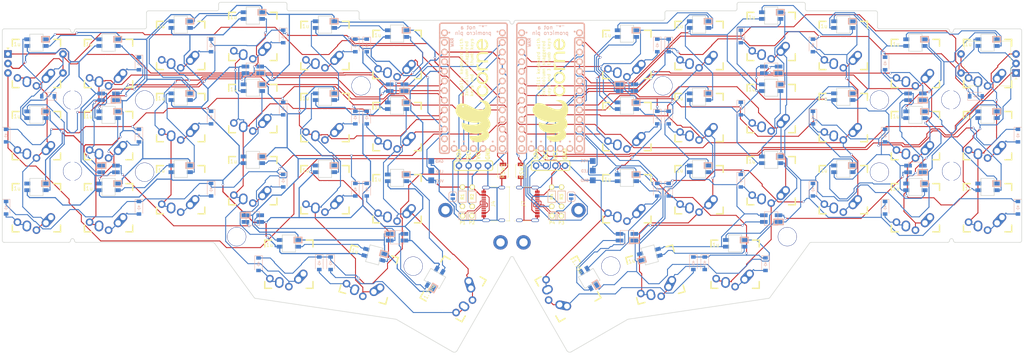
<source format=kicad_pcb>
(kicad_pcb (version 20171130) (host pcbnew "(5.1.5)-3")
  (title_block (title Crkbd) (date 2018/05/15) (rev 1.1) (company foostan))
  (layers (0 F.Cu signal) (31 B.Cu signal) (34 B.Paste user hide) (35 F.Paste user) (36 B.SilkS user hide) (37 F.SilkS user hide) (38 B.Mask user hide) (39 F.Mask user hide) (44 Edge.Cuts user))
  (net 0 "")
  (net 1 row0)
  (net 2 "Net-(D1-Pad2)")
  (net 3 row1)
  (net 4 "Net-(D2-Pad2)")
  (net 5 row2)
  (net 6 "Net-(D3-Pad2)")
  (net 7 row3)
  (net 8 "Net-(D4-Pad2)")
  (net 9 "Net-(D5-Pad2)")
  (net 10 "Net-(D6-Pad2)")
  (net 11 "Net-(D7-Pad2)")
  (net 12 "Net-(D8-Pad2)")
  (net 13 "Net-(D9-Pad2)")
  (net 14 "Net-(D10-Pad2)")
  (net 15 "Net-(D11-Pad2)")
  (net 16 "Net-(D12-Pad2)")
  (net 17 "Net-(D13-Pad2)")
  (net 18 "Net-(D14-Pad2)")
  (net 19 "Net-(D15-Pad2)")
  (net 20 "Net-(D16-Pad2)")
  (net 21 "Net-(D17-Pad2)")
  (net 22 "Net-(D18-Pad2)")
  (net 23 "Net-(D19-Pad2)")
  (net 24 "Net-(D20-Pad2)")
  (net 25 "Net-(D21-Pad2)")
  (net 26 GND)
  (net 27 VCC)
  (net 28 col0)
  (net 29 col1)
  (net 30 col2)
  (net 31 col3)
  (net 32 col4)
  (net 33 col5)
  (net 34 LED)
  (net 35 data)
  (net 36 "Net-(L10-Pad1)")
  (net 37 "Net-(L11-Pad1)")
  (net 38 "Net-(L13-Pad1)")
  (net 39 "Net-(L14-Pad3)")
  (net 40 "Net-(L10-Pad3)")
  (net 41 "Net-(L13-Pad3)")
  (net 42 "Net-(L15-Pad3)")
  (net 43 "Net-(L16-Pad3)")
  (net 44 reset)
  (net 45 SCL)
  (net 46 SDA)
  (net 47 "Net-(L11-Pad3)")
  (net 48 "Net-(L14-Pad1)")
  (net 49 "Net-(L12-Pad3)")
  (net 50 "Net-(L17-Pad1)")
  (net 51 "Net-(L18-Pad3)")
  (net 52 "Net-(L22-Pad3)")
  (net 53 "Net-(L7-Pad3)")
  (net 54 "Net-(L15-Pad1)")
  (net 55 "Net-(L19-Pad1)")
  (net 56 "Net-(L20-Pad3)")
  (net 57 "Net-(L23-Pad1)")
  (net 58 "Net-(L24-Pad3)")
  (net 59 "Net-(L25-Pad3)")
  (net 60 "Net-(L27-Pad3)")
  (net 61 "Net-(J4-PadB5)")
  (net 62 "Net-(J4-PadA8)")
  (net 63 "Net-(J4-PadA5)")
  (net 64 "Net-(J4-PadB8)")
  (net 65 "Net-(J4-PadA7)")
  (net 66 "Net-(J4-PadA6)")
  (net 67 B)
  (net 68 A)
  (net 69 "Net-(D22-Pad2)")
  (net 70 "Net-(D23-Pad2)")
  (net 71 "Net-(D24-Pad2)")
  (net 72 "Net-(D25-Pad2)")
  (net 73 "Net-(D26-Pad2)")
  (net 74 "Net-(D27-Pad2)")
  (net 75 "Net-(D28-Pad2)")
  (net 76 "Net-(D29-Pad2)")
  (net 77 "Net-(D30-Pad2)")
  (net 78 "Net-(D31-Pad2)")
  (net 79 "Net-(D32-Pad2)")
  (net 80 "Net-(D33-Pad2)")
  (net 81 "Net-(D34-Pad2)")
  (net 82 "Net-(D35-Pad2)")
  (net 83 "Net-(D36-Pad2)")
  (net 84 "Net-(D37-Pad2)")
  (net 85 "Net-(D38-Pad2)")
  (net 86 "Net-(D39-Pad2)")
  (net 87 "Net-(D40-Pad2)")
  (net 88 "Net-(D41-Pad2)")
  (net 89 "Net-(D42-Pad2)")
  (net 90 "Net-(J7-PadB5)")
  (net 91 "Net-(J7-PadA8)")
  (net 92 "Net-(J7-PadA5)")
  (net 93 "Net-(J7-PadB8)")
  (net 94 "Net-(L1-Pad3)")
  (net 95 "Net-(L1-Pad1)")
  (net 96 "Net-(L2-Pad3)")
  (net 97 "Net-(L4-Pad1)")
  (net 98 "Net-(L5-Pad1)")
  (net 99 "Net-(L28-Pad3)")
  (net 100 "Net-(L28-Pad1)")
  (net 101 "Net-(L29-Pad3)")
  (net 102 "Net-(L31-Pad1)")
  (net 103 "Net-(L32-Pad1)")
  (net 104 "Net-(L33-Pad1)")
  (net 105 "Net-(L34-Pad1)")
  (net 106 "Net-(L34-Pad3)")
  (net 107 "Net-(L35-Pad3)")
  (net 108 "Net-(L36-Pad1)")
  (net 109 "Net-(L36-Pad3)")
  (net 110 "Net-(L37-Pad3)")
  (net 111 "Net-(L38-Pad1)")
  (net 112 "Net-(L38-Pad3)")
  (net 113 "Net-(L39-Pad3)")
  (net 114 "Net-(L40-Pad1)")
  (net 115 "Net-(L41-Pad3)")
  (net 116 "Net-(L42-Pad1)")
  (net 117 "Net-(L43-Pad3)")
  (net 118 "Net-(L44-Pad1)")
  (net 119 "Net-(L45-Pad3)")
  (net 120 "Net-(L46-Pad1)")
  (net 121 "Net-(L47-Pad3)")
  (net 122 "Net-(L49-Pad3)")
  (net 123 "Net-(L50-Pad1)")
  (net 124 "Net-(L51-Pad3)")
  (net 125 "Net-(L52-Pad3)")
  (net 126 "Net-(J7-PadA6)")
  (net 127 "Net-(J7-PadA7)")
  (net 128 row0r)
  (net 129 row1r)
  (net 130 row2r)
  (net 131 Br)
  (net 132 col0r)
  (net 133 Ar)
  (net 134 col1r)
  (net 135 col2r)
  (net 136 col3r)
  (net 137 col4r)
  (net 138 col5r)
  (net 139 LEDr)
  (net 140 datar)
  (net 141 SCLr)
  (net 142 SDAr)
  (net 143 row3r)
  (net 144 resetr)
  (net 145 +5V)
  (net 146 GNDA)
  (net 147 "Net-(U2-PadB4)")
  (net 148 "Net-(U2-PadB6)")
  (net 149 "Net-(U2-PadB2)")
  (net 150 "Net-(U2-PadRAW)")
  (net 151 "Net-(U2-PadB5)")
  (net 152 "Net-(U2-PadD6)")
  (net 153 "Net-(U2-PadB0)")
  (net 154 "Net-(U2-PadF0)")
  (net 155 "Net-(U2-PadC7)")
  (net 156 "Net-(U2-PadB7)")
  (net 157 "Net-(U4-PadB4)")
  (net 158 "Net-(U4-PadB6)")
  (net 159 "Net-(U4-PadB2)")
  (net 160 "Net-(U4-PadRAW)")
  (net 161 "Net-(U4-PadB5)")
  (net 162 "Net-(U4-PadD6)")
  (net 163 "Net-(U4-PadB0)")
  (net 164 "Net-(U4-PadF0)")
  (net 165 "Net-(U4-PadC7)")
  (net 166 "Net-(U4-PadB7)")
  (module fruitkey:moonlight (layer B.Cu) (at 139.161 42.037 180)
    (fp_text reference U2)
    (fp_text value moonlight)
    (fp_text user " promicro pin" (at -0.3048 16.4592) (layer B.SilkS) (effects (justify mirror)))
    (fp_text user "\"*\" not a" (at -0.1016 17.9324) (layer B.SilkS) (effects (justify mirror)))
    (fp_text user * (at 5.08 -12.446) (layer B.SilkS) (effects (justify mirror)))
    (fp_text user * (at 2.54 -12.446) (layer B.SilkS) (effects (justify mirror)))
    (fp_text user * (at 0 -12.446) (layer B.SilkS) (effects (justify mirror)))
    (fp_text user * (at -2.54 -12.446) (layer B.SilkS) (effects (justify mirror)))
    (fp_text user * (at -5.08 -12.446) (layer B.SilkS) (effects (justify mirror)))
    (fp_text user * (at 6.35 16.256) (layer B.SilkS) (effects (justify mirror)))
    (fp_text user * (at -6.35 16.51) (layer B.SilkS) (effects (justify mirror)))
    (fp_text user RAW (at 5.588 13.97 270) (layer B.SilkS) (effects (font (size 0.8 0.8)) (justify mirror)))
    (pad B7 thru_hole circle (at -5.08 -13.97 180) (size 1.7526 1.7526) (drill 1.0922) (layers *.Cu *.SilkS *.Mask) (net 156 "Net-(U2-PadB7)"))
    (pad D5 thru_hole circle (at -2.54 -13.97 180) (size 1.7526 1.7526) (drill 1.0922) (layers *.Cu *.SilkS *.Mask) (net 67 B))
    (pad C7 thru_hole circle (at 0 -13.97 180) (size 1.7526 1.7526) (drill 1.0922) (layers *.Cu *.SilkS *.Mask) (net 155 "Net-(U2-PadC7)"))
    (pad F1 thru_hole circle (at 2.54 -13.97 180) (size 1.7526 1.7526) (drill 1.0922) (layers *.Cu *.SilkS *.Mask) (net 68 A))
    (pad F0 thru_hole circle (at 5.08 -13.97 180) (size 1.7526 1.7526) (drill 1.0922) (layers *.Cu *.SilkS *.Mask) (net 154 "Net-(U2-PadF0)"))
    (pad B0 thru_hole circle (at 7.62 16.51 90) (size 1.7526 1.7526) (drill 1.0922) (layers *.Cu *.SilkS *.Mask) (net 153 "Net-(U2-PadB0)"))
    (pad D3 thru_hole circle (at -7.62 13.97 90) (size 1.7526 1.7526) (drill 1.0922) (layers *.Cu *.SilkS *.Mask) (net 34 LED))
    (pad D6 thru_hole circle (at -7.62 16.51 90) (size 1.7526 1.7526) (drill 1.0922) (layers *.Cu *.SilkS *.Mask) (net 152 "Net-(U2-PadD6)"))
    (pad RST thru_hole circle (at 7.62 8.89 270) (size 1.7526 1.7526) (drill 1.0922) (layers *.Cu *.SilkS *.Mask) (net 44 reset))
    (pad VCC thru_hole circle (at 7.62 6.35 270) (size 1.7526 1.7526) (drill 1.0922) (layers *.Cu *.SilkS *.Mask) (net 27 VCC))
    (pad F4 thru_hole circle (at 7.62 3.81 270) (size 1.7526 1.7526) (drill 1.0922) (layers *.Cu *.SilkS *.Mask) (net 28 col0))
    (pad B5 thru_hole circle (at -7.62 -13.97 270) (size 1.7526 1.7526) (drill 1.0922) (layers *.Cu *.SilkS *.Mask) (net 151 "Net-(U2-PadB5)"))
    (pad GND thru_hole circle (at 7.62 11.43 270) (size 1.7526 1.7526) (drill 1.0922) (layers *.Cu *.SilkS *.Mask) (net 26 GND))
    (pad RAW thru_hole circle (at 7.62 13.97 270) (size 1.7526 1.7526) (drill 1.0922) (layers *.Cu *.SilkS *.Mask) (net 150 "Net-(U2-PadRAW)"))
    (pad B1 thru_hole circle (at 7.62 -6.35 270) (size 1.7526 1.7526) (drill 1.0922) (layers *.Cu *.SilkS *.Mask) (net 32 col4))
    (pad B3 thru_hole circle (at 7.62 -8.89 270) (size 1.7526 1.7526) (drill 1.0922) (layers *.Cu *.SilkS *.Mask) (net 33 col5))
    (pad B2 thru_hole circle (at 7.62 -11.43 270) (size 1.7526 1.7526) (drill 1.0922) (layers *.Cu *.SilkS *.Mask) (net 149 "Net-(U2-PadB2)"))
    (pad B6 thru_hole circle (at 7.62 -13.97 270) (size 1.7526 1.7526) (drill 1.0922) (layers *.Cu *.SilkS *.Mask) (net 148 "Net-(U2-PadB6)"))
    (pad B4 thru_hole circle (at -7.62 -11.43 270) (size 1.7526 1.7526) (drill 1.0922) (layers *.Cu *.SilkS *.Mask) (net 147 "Net-(U2-PadB4)"))
    (pad E6 thru_hole circle (at -7.62 -8.89 270) (size 1.7526 1.7526) (drill 1.0922) (layers *.Cu *.SilkS *.Mask) (net 7 row3))
    (pad D7 thru_hole circle (at -7.62 -6.35 270) (size 1.7526 1.7526) (drill 1.0922) (layers *.Cu *.SilkS *.Mask) (net 5 row2))
    (pad C6 thru_hole circle (at -7.62 -3.81 270) (size 1.7526 1.7526) (drill 1.0922) (layers *.Cu *.SilkS *.Mask) (net 3 row1))
    (pad D4 thru_hole circle (at -7.62 -1.27 270) (size 1.7526 1.7526) (drill 1.0922) (layers *.Cu *.SilkS *.Mask) (net 1 row0))
    (pad D0 thru_hole circle (at -7.62 1.27 270) (size 1.7526 1.7526) (drill 1.0922) (layers *.Cu *.SilkS *.Mask) (net 45 SCL))
    (pad D1 thru_hole circle (at -7.62 3.81 270) (size 1.7526 1.7526) (drill 1.0922) (layers *.Cu *.SilkS *.Mask) (net 46 SDA))
    (pad GND thru_hole circle (at -7.62 8.89 270) (size 1.7526 1.7526) (drill 1.0922) (layers *.Cu *.SilkS *.Mask) (net 26 GND))
    (pad GND thru_hole circle (at -7.62 6.35 270) (size 1.7526 1.7526) (drill 1.0922) (layers *.Cu *.SilkS *.Mask) (net 26 GND))
    (pad D2 thru_hole circle (at -7.62 11.43 270) (size 1.7526 1.7526) (drill 1.0922) (layers *.Cu *.SilkS *.Mask) (net 35 data))
    (pad F7 thru_hole circle (at 7.62 -3.81 270) (size 1.7526 1.7526) (drill 1.0922) (layers *.Cu *.SilkS *.Mask) (net 31 col3))
    (pad F6 thru_hole circle (at 7.62 -1.27 270) (size 1.7526 1.7526) (drill 1.0922) (layers *.Cu *.SilkS *.Mask) (net 30 col2))
    (pad F5 thru_hole circle (at 7.62 1.27 270) (size 1.7526 1.7526) (drill 1.0922) (layers *.Cu *.SilkS *.Mask) (net 29 col1))
  )
  (module fruitkey:moonlight (layer B.Cu) (at 159.492 42.037 180)
    (fp_text reference U4)
    (fp_text value moonlight)
    (fp_text user " promicro pin" (at -0.3048 16.4592) (layer B.SilkS) (effects (justify mirror)))
    (fp_text user "\"*\" not a" (at -0.1016 17.9324) (layer B.SilkS) (effects (justify mirror)))
    (fp_text user * (at 5.08 -12.446) (layer B.SilkS) (effects (justify mirror)))
    (fp_text user * (at 2.54 -12.446) (layer B.SilkS) (effects (justify mirror)))
    (fp_text user * (at 0 -12.446) (layer B.SilkS) (effects (justify mirror)))
    (fp_text user * (at -2.54 -12.446) (layer B.SilkS) (effects (justify mirror)))
    (fp_text user * (at -5.08 -12.446) (layer B.SilkS) (effects (justify mirror)))
    (fp_text user * (at 6.35 16.256) (layer B.SilkS) (effects (justify mirror)))
    (fp_text user * (at -6.35 16.51) (layer B.SilkS) (effects (justify mirror)))
    (fp_text user RAW (at 5.588 13.97 270) (layer B.SilkS) (effects (font (size 0.8 0.8)) (justify mirror)))
    (pad B7 thru_hole circle (at -5.08 -13.97 180) (size 1.7526 1.7526) (drill 1.0922) (layers *.Cu *.SilkS *.Mask) (net 166 "Net-(U4-PadB7)"))
    (pad D5 thru_hole circle (at -2.54 -13.97 180) (size 1.7526 1.7526) (drill 1.0922) (layers *.Cu *.SilkS *.Mask) (net 131 Br))
    (pad C7 thru_hole circle (at 0 -13.97 180) (size 1.7526 1.7526) (drill 1.0922) (layers *.Cu *.SilkS *.Mask) (net 165 "Net-(U4-PadC7)"))
    (pad F1 thru_hole circle (at 2.54 -13.97 180) (size 1.7526 1.7526) (drill 1.0922) (layers *.Cu *.SilkS *.Mask) (net 133 Ar))
    (pad F0 thru_hole circle (at 5.08 -13.97 180) (size 1.7526 1.7526) (drill 1.0922) (layers *.Cu *.SilkS *.Mask) (net 164 "Net-(U4-PadF0)"))
    (pad B0 thru_hole circle (at 7.62 16.51 90) (size 1.7526 1.7526) (drill 1.0922) (layers *.Cu *.SilkS *.Mask) (net 163 "Net-(U4-PadB0)"))
    (pad D3 thru_hole circle (at -7.62 13.97 90) (size 1.7526 1.7526) (drill 1.0922) (layers *.Cu *.SilkS *.Mask) (net 139 LEDr))
    (pad D6 thru_hole circle (at -7.62 16.51 90) (size 1.7526 1.7526) (drill 1.0922) (layers *.Cu *.SilkS *.Mask) (net 162 "Net-(U4-PadD6)"))
    (pad RST thru_hole circle (at 7.62 8.89 270) (size 1.7526 1.7526) (drill 1.0922) (layers *.Cu *.SilkS *.Mask) (net 144 resetr))
    (pad VCC thru_hole circle (at 7.62 6.35 270) (size 1.7526 1.7526) (drill 1.0922) (layers *.Cu *.SilkS *.Mask) (net 145 +5V))
    (pad F4 thru_hole circle (at 7.62 3.81 270) (size 1.7526 1.7526) (drill 1.0922) (layers *.Cu *.SilkS *.Mask) (net 132 col0r))
    (pad B5 thru_hole circle (at -7.62 -13.97 270) (size 1.7526 1.7526) (drill 1.0922) (layers *.Cu *.SilkS *.Mask) (net 161 "Net-(U4-PadB5)"))
    (pad GND thru_hole circle (at 7.62 11.43 270) (size 1.7526 1.7526) (drill 1.0922) (layers *.Cu *.SilkS *.Mask) (net 146 GNDA))
    (pad RAW thru_hole circle (at 7.62 13.97 270) (size 1.7526 1.7526) (drill 1.0922) (layers *.Cu *.SilkS *.Mask) (net 160 "Net-(U4-PadRAW)"))
    (pad B1 thru_hole circle (at 7.62 -6.35 270) (size 1.7526 1.7526) (drill 1.0922) (layers *.Cu *.SilkS *.Mask) (net 137 col4r))
    (pad B3 thru_hole circle (at 7.62 -8.89 270) (size 1.7526 1.7526) (drill 1.0922) (layers *.Cu *.SilkS *.Mask) (net 138 col5r))
    (pad B2 thru_hole circle (at 7.62 -11.43 270) (size 1.7526 1.7526) (drill 1.0922) (layers *.Cu *.SilkS *.Mask) (net 159 "Net-(U4-PadB2)"))
    (pad B6 thru_hole circle (at 7.62 -13.97 270) (size 1.7526 1.7526) (drill 1.0922) (layers *.Cu *.SilkS *.Mask) (net 158 "Net-(U4-PadB6)"))
    (pad B4 thru_hole circle (at -7.62 -11.43 270) (size 1.7526 1.7526) (drill 1.0922) (layers *.Cu *.SilkS *.Mask) (net 157 "Net-(U4-PadB4)"))
    (pad E6 thru_hole circle (at -7.62 -8.89 270) (size 1.7526 1.7526) (drill 1.0922) (layers *.Cu *.SilkS *.Mask) (net 143 row3r))
    (pad D7 thru_hole circle (at -7.62 -6.35 270) (size 1.7526 1.7526) (drill 1.0922) (layers *.Cu *.SilkS *.Mask) (net 130 row2r))
    (pad C6 thru_hole circle (at -7.62 -3.81 270) (size 1.7526 1.7526) (drill 1.0922) (layers *.Cu *.SilkS *.Mask) (net 129 row1r))
    (pad D4 thru_hole circle (at -7.62 -1.27 270) (size 1.7526 1.7526) (drill 1.0922) (layers *.Cu *.SilkS *.Mask) (net 128 row0r))
    (pad D0 thru_hole circle (at -7.62 1.27 270) (size 1.7526 1.7526) (drill 1.0922) (layers *.Cu *.SilkS *.Mask) (net 141 SCLr))
    (pad D1 thru_hole circle (at -7.62 3.81 270) (size 1.7526 1.7526) (drill 1.0922) (layers *.Cu *.SilkS *.Mask) (net 142 SDAr))
    (pad GND thru_hole circle (at -7.62 8.89 270) (size 1.7526 1.7526) (drill 1.0922) (layers *.Cu *.SilkS *.Mask) (net 146 GNDA))
    (pad GND thru_hole circle (at -7.62 6.35 270) (size 1.7526 1.7526) (drill 1.0922) (layers *.Cu *.SilkS *.Mask) (net 146 GNDA))
    (pad D2 thru_hole circle (at -7.62 11.43 270) (size 1.7526 1.7526) (drill 1.0922) (layers *.Cu *.SilkS *.Mask) (net 140 datar))
    (pad F7 thru_hole circle (at 7.62 -3.81 270) (size 1.7526 1.7526) (drill 1.0922) (layers *.Cu *.SilkS *.Mask) (net 136 col3r))
    (pad F6 thru_hole circle (at 7.62 -1.27 270) (size 1.7526 1.7526) (drill 1.0922) (layers *.Cu *.SilkS *.Mask) (net 135 col2r))
    (pad F5 thru_hole circle (at 7.62 1.27 270) (size 1.7526 1.7526) (drill 1.0922) (layers *.Cu *.SilkS *.Mask) (net 134 col1r))
  )
  (module corne-classic:D (layer B.Cu) (at 197.102 86.2398 270)
    (fp_text reference D42)
    (fp_text value D)
    (pad 2 smd rect (at 1.65 0 270) (size 0.9 1.2) (layers B.Cu B.Paste B.Mask) (net 89 "Net-(D42-Pad2)"))
    (pad 1 smd rect (at -1.65 0 270) (size 0.9 1.2) (layers B.Cu B.Paste B.Mask) (net 143 row3r))
  )
  (module corne-classic:D (layer B.Cu) (at 200.102 86.2398 270)
    (fp_text reference D41)
    (fp_text value D)
    (pad 2 smd rect (at 1.65 0 270) (size 0.9 1.2) (layers B.Cu B.Paste B.Mask) (net 88 "Net-(D41-Pad2)"))
    (pad 1 smd rect (at -1.65 0 270) (size 0.9 1.2) (layers B.Cu B.Paste B.Mask) (net 143 row3r))
  )
  (module corne-classic:D (layer B.Cu) (at 216.102 86.4898 270)
    (fp_text reference D40)
    (fp_text value D)
    (pad 2 smd rect (at 1.65 0 270) (size 0.9 1.2) (layers B.Cu B.Paste B.Mask) (net 87 "Net-(D40-Pad2)"))
    (pad 1 smd rect (at -1.65 0 270) (size 0.9 1.2) (layers B.Cu B.Paste B.Mask) (net 143 row3r))
  )
  (module corne-classic:D (layer B.Cu) (at 187.602 66.8648 270)
    (fp_text reference D39)
    (fp_text value D)
    (pad 2 smd rect (at 1.65 0 270) (size 0.9 1.2) (layers B.Cu B.Paste B.Mask) (net 86 "Net-(D39-Pad2)"))
    (pad 1 smd rect (at -1.65 0 270) (size 0.9 1.2) (layers B.Cu B.Paste B.Mask) (net 130 row2r))
  )
  (module corne-classic:D (layer B.Cu) (at 190.602 66.8648 270)
    (fp_text reference D38)
    (fp_text value D)
    (pad 2 smd rect (at 1.65 0 270) (size 0.9 1.2) (layers B.Cu B.Paste B.Mask) (net 85 "Net-(D38-Pad2)"))
    (pad 1 smd rect (at -1.65 0 270) (size 0.9 1.2) (layers B.Cu B.Paste B.Mask) (net 130 row2r))
  )
  (module corne-classic:D (layer B.Cu) (at 209.602 64.4898 270)
    (fp_text reference D37)
    (fp_text value D)
    (pad 2 smd rect (at 1.65 0 270) (size 0.9 1.2) (layers B.Cu B.Paste B.Mask) (net 84 "Net-(D37-Pad2)"))
    (pad 1 smd rect (at -1.65 0 270) (size 0.9 1.2) (layers B.Cu B.Paste B.Mask) (net 130 row2r))
  )
  (module corne-classic:D (layer B.Cu) (at 228.602 66.8648 270)
    (fp_text reference D36)
    (fp_text value D)
    (pad 2 smd rect (at 1.65 0 270) (size 0.9 1.2) (layers B.Cu B.Paste B.Mask) (net 83 "Net-(D36-Pad2)"))
    (pad 1 smd rect (at -1.65 0 270) (size 0.9 1.2) (layers B.Cu B.Paste B.Mask) (net 130 row2r))
  )
  (module corne-classic:D (layer B.Cu) (at 247.602 71.6148 270)
    (fp_text reference D35)
    (fp_text value D)
    (pad 2 smd rect (at 1.65 0 270) (size 0.9 1.2) (layers B.Cu B.Paste B.Mask) (net 82 "Net-(D35-Pad2)"))
    (pad 1 smd rect (at -1.65 0 270) (size 0.9 1.2) (layers B.Cu B.Paste B.Mask) (net 130 row2r))
  )
  (module corne-classic:D (layer B.Cu) (at 282.602 71.6148 270)
    (fp_text reference D34)
    (fp_text value D)
    (pad 2 smd rect (at 1.65 0 270) (size 0.9 1.2) (layers B.Cu B.Paste B.Mask) (net 81 "Net-(D34-Pad2)"))
    (pad 1 smd rect (at -1.65 0 270) (size 0.9 1.2) (layers B.Cu B.Paste B.Mask) (net 130 row2r))
  )
  (module corne-classic:D (layer B.Cu) (at 187.602 47.8648 270)
    (fp_text reference D33)
    (fp_text value D)
    (pad 2 smd rect (at 1.65 0 270) (size 0.9 1.2) (layers B.Cu B.Paste B.Mask) (net 80 "Net-(D33-Pad2)"))
    (pad 1 smd rect (at -1.65 0 270) (size 0.9 1.2) (layers B.Cu B.Paste B.Mask) (net 129 row1r))
  )
  (module corne-classic:D (layer B.Cu) (at 190.602 47.8648 270)
    (fp_text reference D32)
    (fp_text value D)
    (pad 2 smd rect (at 1.65 0 270) (size 0.9 1.2) (layers B.Cu B.Paste B.Mask) (net 79 "Net-(D32-Pad2)"))
    (pad 1 smd rect (at -1.65 0 270) (size 0.9 1.2) (layers B.Cu B.Paste B.Mask) (net 129 row1r))
  )
  (module corne-classic:D (layer B.Cu) (at 209.602 45.4898 270)
    (fp_text reference D31)
    (fp_text value D)
    (pad 2 smd rect (at 1.65 0 270) (size 0.9 1.2) (layers B.Cu B.Paste B.Mask) (net 78 "Net-(D31-Pad2)"))
    (pad 1 smd rect (at -1.65 0 270) (size 0.9 1.2) (layers B.Cu B.Paste B.Mask) (net 129 row1r))
  )
  (module corne-classic:D (layer B.Cu) (at 228.602 47.8648 270)
    (fp_text reference D30)
    (fp_text value D)
    (pad 2 smd rect (at 1.65 0 270) (size 0.9 1.2) (layers B.Cu B.Paste B.Mask) (net 77 "Net-(D30-Pad2)"))
    (pad 1 smd rect (at -1.65 0 270) (size 0.9 1.2) (layers B.Cu B.Paste B.Mask) (net 129 row1r))
  )
  (module corne-classic:D (layer B.Cu) (at 247.602 52.6148 270)
    (fp_text reference D29)
    (fp_text value D)
    (pad 2 smd rect (at 1.65 0 270) (size 0.9 1.2) (layers B.Cu B.Paste B.Mask) (net 76 "Net-(D29-Pad2)"))
    (pad 1 smd rect (at -1.65 0 270) (size 0.9 1.2) (layers B.Cu B.Paste B.Mask) (net 129 row1r))
  )
  (module corne-classic:D (layer B.Cu) (at 282.602 52.6148 270)
    (fp_text reference D28)
    (fp_text value D)
    (pad 2 smd rect (at 1.65 0 270) (size 0.9 1.2) (layers B.Cu B.Paste B.Mask) (net 75 "Net-(D28-Pad2)"))
    (pad 1 smd rect (at -1.65 0 270) (size 0.9 1.2) (layers B.Cu B.Paste B.Mask) (net 129 row1r))
  )
  (module corne-classic:D (layer B.Cu) (at 187.602 28.8648 270)
    (fp_text reference D27)
    (fp_text value D)
    (pad 2 smd rect (at 1.65 0 270) (size 0.9 1.2) (layers B.Cu B.Paste B.Mask) (net 74 "Net-(D27-Pad2)"))
    (pad 1 smd rect (at -1.65 0 270) (size 0.9 1.2) (layers B.Cu B.Paste B.Mask) (net 128 row0r))
  )
  (module corne-classic:D (layer B.Cu) (at 190.602 28.8648 270)
    (fp_text reference D26)
    (fp_text value D)
    (pad 2 smd rect (at 1.65 0 270) (size 0.9 1.2) (layers B.Cu B.Paste B.Mask) (net 73 "Net-(D26-Pad2)"))
    (pad 1 smd rect (at -1.65 0 270) (size 0.9 1.2) (layers B.Cu B.Paste B.Mask) (net 128 row0r))
  )
  (module corne-classic:D (layer B.Cu) (at 209.602 26.4898 270)
    (fp_text reference D25)
    (fp_text value D)
    (pad 2 smd rect (at 1.65 0 270) (size 0.9 1.2) (layers B.Cu B.Paste B.Mask) (net 72 "Net-(D25-Pad2)"))
    (pad 1 smd rect (at -1.65 0 270) (size 0.9 1.2) (layers B.Cu B.Paste B.Mask) (net 128 row0r))
  )
  (module corne-classic:D (layer B.Cu) (at 228.602 28.8648 270)
    (fp_text reference D24)
    (fp_text value D)
    (pad 2 smd rect (at 1.65 0 270) (size 0.9 1.2) (layers B.Cu B.Paste B.Mask) (net 71 "Net-(D24-Pad2)"))
    (pad 1 smd rect (at -1.65 0 270) (size 0.9 1.2) (layers B.Cu B.Paste B.Mask) (net 128 row0r))
  )
  (module corne-classic:D (layer B.Cu) (at 247.602 33.6148 270)
    (fp_text reference D23)
    (fp_text value D)
    (pad 2 smd rect (at 1.65 0 270) (size 0.9 1.2) (layers B.Cu B.Paste B.Mask) (net 70 "Net-(D23-Pad2)"))
    (pad 1 smd rect (at -1.65 0 270) (size 0.9 1.2) (layers B.Cu B.Paste B.Mask) (net 128 row0r))
  )
  (module corne-classic:D (layer B.Cu) (at 271.551 42.2656)
    (fp_text reference D22)
    (fp_text value D)
    (pad 2 smd rect (at 1.65 0) (size 0.9 1.2) (layers B.Cu B.Paste B.Mask) (net 69 "Net-(D22-Pad2)"))
    (pad 1 smd rect (at -1.65 0) (size 0.9 1.2) (layers B.Cu B.Paste B.Mask) (net 128 row0r))
  )
  (module corne-classic:D (layer B.Cu) (at 101.551 86.2398 270)
    (fp_text reference D21)
    (fp_text value D)
    (pad 2 smd rect (at 1.65 0 270) (size 0.9 1.2) (layers B.Cu B.Paste B.Mask) (net 25 "Net-(D21-Pad2)"))
    (pad 1 smd rect (at -1.65 0 270) (size 0.9 1.2) (layers B.Cu B.Paste B.Mask) (net 7 row3))
  )
  (module corne-classic:D (layer B.Cu) (at 98.5514 86.2398 270)
    (fp_text reference D20)
    (fp_text value D)
    (pad 2 smd rect (at 1.65 0 270) (size 0.9 1.2) (layers B.Cu B.Paste B.Mask) (net 24 "Net-(D20-Pad2)"))
    (pad 1 smd rect (at -1.65 0 270) (size 0.9 1.2) (layers B.Cu B.Paste B.Mask) (net 7 row3))
  )
  (module corne-classic:D (layer B.Cu) (at 82.5514 86.4898 270)
    (fp_text reference D19)
    (fp_text value D)
    (pad 2 smd rect (at 1.65 0 270) (size 0.9 1.2) (layers B.Cu B.Paste B.Mask) (net 23 "Net-(D19-Pad2)"))
    (pad 1 smd rect (at -1.65 0 270) (size 0.9 1.2) (layers B.Cu B.Paste B.Mask) (net 7 row3))
  )
  (module corne-classic:D (layer B.Cu) (at 111.051 66.8648 270)
    (fp_text reference D18)
    (fp_text value D)
    (pad 2 smd rect (at 1.65 0 270) (size 0.9 1.2) (layers B.Cu B.Paste B.Mask) (net 22 "Net-(D18-Pad2)"))
    (pad 1 smd rect (at -1.65 0 270) (size 0.9 1.2) (layers B.Cu B.Paste B.Mask) (net 5 row2))
  )
  (module corne-classic:D (layer B.Cu) (at 108.051 66.8648 270)
    (fp_text reference D17)
    (fp_text value D)
    (pad 2 smd rect (at 1.65 0 270) (size 0.9 1.2) (layers B.Cu B.Paste B.Mask) (net 21 "Net-(D17-Pad2)"))
    (pad 1 smd rect (at -1.65 0 270) (size 0.9 1.2) (layers B.Cu B.Paste B.Mask) (net 5 row2))
  )
  (module corne-classic:D (layer B.Cu) (at 89.0514 64.4898 270)
    (fp_text reference D16)
    (fp_text value D)
    (pad 2 smd rect (at 1.65 0 270) (size 0.9 1.2) (layers B.Cu B.Paste B.Mask) (net 20 "Net-(D16-Pad2)"))
    (pad 1 smd rect (at -1.65 0 270) (size 0.9 1.2) (layers B.Cu B.Paste B.Mask) (net 5 row2))
  )
  (module corne-classic:D (layer B.Cu) (at 70.0514 66.8648 270)
    (fp_text reference D15)
    (fp_text value D)
    (pad 2 smd rect (at 1.65 0 270) (size 0.9 1.2) (layers B.Cu B.Paste B.Mask) (net 19 "Net-(D15-Pad2)"))
    (pad 1 smd rect (at -1.65 0 270) (size 0.9 1.2) (layers B.Cu B.Paste B.Mask) (net 5 row2))
  )
  (module corne-classic:D (layer B.Cu) (at 51.0514 71.6148 270)
    (fp_text reference D14)
    (fp_text value D)
    (pad 2 smd rect (at 1.65 0 270) (size 0.9 1.2) (layers B.Cu B.Paste B.Mask) (net 18 "Net-(D14-Pad2)"))
    (pad 1 smd rect (at -1.65 0 270) (size 0.9 1.2) (layers B.Cu B.Paste B.Mask) (net 5 row2))
  )
  (module corne-classic:D (layer B.Cu) (at 16.0514 71.6148 270)
    (fp_text reference D13)
    (fp_text value D)
    (pad 2 smd rect (at 1.65 0 270) (size 0.9 1.2) (layers B.Cu B.Paste B.Mask) (net 17 "Net-(D13-Pad2)"))
    (pad 1 smd rect (at -1.65 0 270) (size 0.9 1.2) (layers B.Cu B.Paste B.Mask) (net 5 row2))
  )
  (module corne-classic:D (layer B.Cu) (at 111.051 47.8648 270)
    (fp_text reference D12)
    (fp_text value D)
    (pad 2 smd rect (at 1.65 0 270) (size 0.9 1.2) (layers B.Cu B.Paste B.Mask) (net 16 "Net-(D12-Pad2)"))
    (pad 1 smd rect (at -1.65 0 270) (size 0.9 1.2) (layers B.Cu B.Paste B.Mask) (net 3 row1))
  )
  (module corne-classic:D (layer B.Cu) (at 108.051 47.8648 270)
    (fp_text reference D11)
    (fp_text value D)
    (pad 2 smd rect (at 1.65 0 270) (size 0.9 1.2) (layers B.Cu B.Paste B.Mask) (net 15 "Net-(D11-Pad2)"))
    (pad 1 smd rect (at -1.65 0 270) (size 0.9 1.2) (layers B.Cu B.Paste B.Mask) (net 3 row1))
  )
  (module corne-classic:D (layer B.Cu) (at 89.0514 45.4898 270)
    (fp_text reference D10)
    (fp_text value D)
    (pad 2 smd rect (at 1.65 0 270) (size 0.9 1.2) (layers B.Cu B.Paste B.Mask) (net 14 "Net-(D10-Pad2)"))
    (pad 1 smd rect (at -1.65 0 270) (size 0.9 1.2) (layers B.Cu B.Paste B.Mask) (net 3 row1))
  )
  (module corne-classic:D (layer B.Cu) (at 70.0514 47.8648 270)
    (fp_text reference D9)
    (fp_text value D)
    (pad 2 smd rect (at 1.65 0 270) (size 0.9 1.2) (layers B.Cu B.Paste B.Mask) (net 13 "Net-(D9-Pad2)"))
    (pad 1 smd rect (at -1.65 0 270) (size 0.9 1.2) (layers B.Cu B.Paste B.Mask) (net 3 row1))
  )
  (module corne-classic:D (layer B.Cu) (at 51.0514 52.6148 270)
    (fp_text reference D8)
    (fp_text value D)
    (pad 2 smd rect (at 1.65 0 270) (size 0.9 1.2) (layers B.Cu B.Paste B.Mask) (net 12 "Net-(D8-Pad2)"))
    (pad 1 smd rect (at -1.65 0 270) (size 0.9 1.2) (layers B.Cu B.Paste B.Mask) (net 3 row1))
  )
  (module corne-classic:D (layer B.Cu) (at 16.0514 52.6148 270)
    (fp_text reference D7)
    (fp_text value D)
    (pad 2 smd rect (at 1.65 0 270) (size 0.9 1.2) (layers B.Cu B.Paste B.Mask) (net 11 "Net-(D7-Pad2)"))
    (pad 1 smd rect (at -1.65 0 270) (size 0.9 1.2) (layers B.Cu B.Paste B.Mask) (net 3 row1))
  )
  (module corne-classic:D (layer B.Cu) (at 111.051 28.8648 270)
    (fp_text reference D6)
    (fp_text value D)
    (pad 2 smd rect (at 1.65 0 270) (size 0.9 1.2) (layers B.Cu B.Paste B.Mask) (net 10 "Net-(D6-Pad2)"))
    (pad 1 smd rect (at -1.65 0 270) (size 0.9 1.2) (layers B.Cu B.Paste B.Mask) (net 1 row0))
  )
  (module corne-classic:D (layer B.Cu) (at 108.051 28.8648 270)
    (fp_text reference D5)
    (fp_text value D)
    (pad 2 smd rect (at 1.65 0 270) (size 0.9 1.2) (layers B.Cu B.Paste B.Mask) (net 9 "Net-(D5-Pad2)"))
    (pad 1 smd rect (at -1.65 0 270) (size 0.9 1.2) (layers B.Cu B.Paste B.Mask) (net 1 row0))
  )
  (module corne-classic:D (layer B.Cu) (at 89.0514 26.4898 270)
    (fp_text reference D4)
    (fp_text value D)
    (pad 2 smd rect (at 1.65 0 270) (size 0.9 1.2) (layers B.Cu B.Paste B.Mask) (net 8 "Net-(D4-Pad2)"))
    (pad 1 smd rect (at -1.65 0 270) (size 0.9 1.2) (layers B.Cu B.Paste B.Mask) (net 1 row0))
  )
  (module corne-classic:D (layer B.Cu) (at 70.0514 28.8648 270)
    (fp_text reference D3)
    (fp_text value D)
    (pad 2 smd rect (at 1.65 0 270) (size 0.9 1.2) (layers B.Cu B.Paste B.Mask) (net 6 "Net-(D3-Pad2)"))
    (pad 1 smd rect (at -1.65 0 270) (size 0.9 1.2) (layers B.Cu B.Paste B.Mask) (net 1 row0))
  )
  (module corne-classic:D (layer B.Cu) (at 51.0514 33.6148 270)
    (fp_text reference D2)
    (fp_text value D)
    (pad 2 smd rect (at 1.65 0 270) (size 0.9 1.2) (layers B.Cu B.Paste B.Mask) (net 4 "Net-(D2-Pad2)"))
    (pad 1 smd rect (at -1.65 0 270) (size 0.9 1.2) (layers B.Cu B.Paste B.Mask) (net 1 row0))
  )
  (module corne-classic:D (layer B.Cu) (at 27.1018 42.2656 180)
    (fp_text reference D1)
    (fp_text value D)
    (pad 2 smd rect (at 1.65 0 180) (size 0.9 1.2) (layers B.Cu B.Paste B.Mask) (net 2 "Net-(D1-Pad2)"))
    (pad 1 smd rect (at -1.65 0 180) (size 0.9 1.2) (layers B.Cu B.Paste B.Mask) (net 1 row0))
  )
  (module switch:1u (layer F.Cu) (at 187.102 89.2398 195)
    (fp_text reference SW43)
    (fp_text value SW_PUSH)
    (fp_text user 1u (at 5.08 5.08 15) (layer F.SilkS))
    (pad "" np_thru_hole circle (at 0 0 195) (size 3.9878 3.9878) (drill 3.9878) (layers *.Cu *.Mask))
    (pad "" np_thru_hole circle (at -5.22 4.2 243.1) (size 1.2 1.2) (drill 1.2) (layers *.Cu *.Mask))
    (pad "" np_thru_hole circle (at 5.5 0 243.1) (size 1.7 1.7) (drill 1.7) (layers *.Cu *.Mask))
    (pad "" np_thru_hole circle (at -5.5 0 243.1) (size 1.7 1.7) (drill 1.7) (layers *.Cu *.Mask))
    (pad 2 thru_hole circle (at 5 -3.8 195) (size 2 2) (drill 1.2) (layers *.Cu *.Mask) (net 137 col4r))
    (pad "" np_thru_hole circle (at 5.08 0 243.0996) (size 1.75 1.75) (drill 1.75) (layers *.Cu *.Mask))
    (pad "" np_thru_hole circle (at -5.08 0 243.0996) (size 1.75 1.75) (drill 1.75) (layers *.Cu *.Mask))
    (pad 1 thru_hole circle (at -2.5 -4 195) (size 2.25 2.25) (drill 1.47) (layers *.Cu *.Mask) (net 88 "Net-(D41-Pad2)"))
    (pad 1 thru_hole oval (at -3.81 -2.54 243.1) (size 4.211556 2.25) (drill 1.47 (offset 0.980778 0)) (layers *.Cu *.Mask) (net 88 "Net-(D41-Pad2)"))
    (pad 1 thru_hole circle (at 0 -5.9 195) (size 2 2) (drill 1.2) (layers *.Cu *.Mask) (net 88 "Net-(D41-Pad2)"))
    (pad 2 thru_hole circle (at 2.54 -5.08 195) (size 2.25 2.25) (drill 1.47) (layers *.Cu *.Mask) (net 137 col4r))
    (pad 2 thru_hole oval (at 2.5 -4.5 281.1) (size 2.831378 2.25) (drill 1.47 (offset 0.290689 0)) (layers *.Cu *.Mask) (net 137 col4r))
  )
  (module switch:1u (layer F.Cu) (at 208.102 86.4898 180)
    (fp_text reference SW42)
    (fp_text value SW_PUSH)
    (fp_text user 1u (at 5.08 5.08) (layer F.SilkS))
    (pad "" np_thru_hole circle (at 0 0 180) (size 3.9878 3.9878) (drill 3.9878) (layers *.Cu *.Mask))
    (pad "" np_thru_hole circle (at -5.22 4.2 228.1) (size 1.2 1.2) (drill 1.2) (layers *.Cu *.Mask))
    (pad "" np_thru_hole circle (at 5.5 0 228.1) (size 1.7 1.7) (drill 1.7) (layers *.Cu *.Mask))
    (pad "" np_thru_hole circle (at -5.5 0 228.1) (size 1.7 1.7) (drill 1.7) (layers *.Cu *.Mask))
    (pad 2 thru_hole circle (at 5 -3.8 180) (size 2 2) (drill 1.2) (layers *.Cu *.Mask) (net 136 col3r))
    (pad "" np_thru_hole circle (at 5.08 0 228.0996) (size 1.75 1.75) (drill 1.75) (layers *.Cu *.Mask))
    (pad "" np_thru_hole circle (at -5.08 0 228.0996) (size 1.75 1.75) (drill 1.75) (layers *.Cu *.Mask))
    (pad 1 thru_hole circle (at -2.5 -4 180) (size 2.25 2.25) (drill 1.47) (layers *.Cu *.Mask) (net 87 "Net-(D40-Pad2)"))
    (pad 1 thru_hole oval (at -3.81 -2.54 228.1) (size 4.211556 2.25) (drill 1.47 (offset 0.980778 0)) (layers *.Cu *.Mask) (net 87 "Net-(D40-Pad2)"))
    (pad 1 thru_hole circle (at 0 -5.9 180) (size 2 2) (drill 1.2) (layers *.Cu *.Mask) (net 87 "Net-(D40-Pad2)"))
    (pad 2 thru_hole circle (at 2.54 -5.08 180) (size 2.25 2.25) (drill 1.47) (layers *.Cu *.Mask) (net 136 col3r))
    (pad 2 thru_hole oval (at 2.5 -4.5 266.1) (size 2.831378 2.25) (drill 1.47 (offset 0.290689 0)) (layers *.Cu *.Mask) (net 136 col3r))
  )
  (module switch:1u (layer F.Cu) (at 179.602 69.2398 180)
    (fp_text reference SW41)
    (fp_text value SW_PUSH)
    (fp_text user 1u (at 5.08 5.08) (layer F.SilkS))
    (pad "" np_thru_hole circle (at 0 0 180) (size 3.9878 3.9878) (drill 3.9878) (layers *.Cu *.Mask))
    (pad "" np_thru_hole circle (at -5.22 4.2 228.1) (size 1.2 1.2) (drill 1.2) (layers *.Cu *.Mask))
    (pad "" np_thru_hole circle (at 5.5 0 228.1) (size 1.7 1.7) (drill 1.7) (layers *.Cu *.Mask))
    (pad "" np_thru_hole circle (at -5.5 0 228.1) (size 1.7 1.7) (drill 1.7) (layers *.Cu *.Mask))
    (pad 2 thru_hole circle (at 5 -3.8 180) (size 2 2) (drill 1.2) (layers *.Cu *.Mask) (net 138 col5r))
    (pad "" np_thru_hole circle (at 5.08 0 228.0996) (size 1.75 1.75) (drill 1.75) (layers *.Cu *.Mask))
    (pad "" np_thru_hole circle (at -5.08 0 228.0996) (size 1.75 1.75) (drill 1.75) (layers *.Cu *.Mask))
    (pad 1 thru_hole circle (at -2.5 -4 180) (size 2.25 2.25) (drill 1.47) (layers *.Cu *.Mask) (net 86 "Net-(D39-Pad2)"))
    (pad 1 thru_hole oval (at -3.81 -2.54 228.1) (size 4.211556 2.25) (drill 1.47 (offset 0.980778 0)) (layers *.Cu *.Mask) (net 86 "Net-(D39-Pad2)"))
    (pad 1 thru_hole circle (at 0 -5.9 180) (size 2 2) (drill 1.2) (layers *.Cu *.Mask) (net 86 "Net-(D39-Pad2)"))
    (pad 2 thru_hole circle (at 2.54 -5.08 180) (size 2.25 2.25) (drill 1.47) (layers *.Cu *.Mask) (net 138 col5r))
    (pad 2 thru_hole oval (at 2.5 -4.5 266.1) (size 2.831378 2.25) (drill 1.47 (offset 0.290689 0)) (layers *.Cu *.Mask) (net 138 col5r))
  )
  (module switch:1u (layer F.Cu) (at 198.602 66.8648 180)
    (fp_text reference SW40)
    (fp_text value SW_PUSH)
    (fp_text user 1u (at 5.08 5.08) (layer F.SilkS))
    (pad "" np_thru_hole circle (at 0 0 180) (size 3.9878 3.9878) (drill 3.9878) (layers *.Cu *.Mask))
    (pad "" np_thru_hole circle (at -5.22 4.2 228.1) (size 1.2 1.2) (drill 1.2) (layers *.Cu *.Mask))
    (pad "" np_thru_hole circle (at 5.5 0 228.1) (size 1.7 1.7) (drill 1.7) (layers *.Cu *.Mask))
    (pad "" np_thru_hole circle (at -5.5 0 228.1) (size 1.7 1.7) (drill 1.7) (layers *.Cu *.Mask))
    (pad 2 thru_hole circle (at 5 -3.8 180) (size 2 2) (drill 1.2) (layers *.Cu *.Mask) (net 85 "Net-(D38-Pad2)"))
    (pad "" np_thru_hole circle (at 5.08 0 228.0996) (size 1.75 1.75) (drill 1.75) (layers *.Cu *.Mask))
    (pad "" np_thru_hole circle (at -5.08 0 228.0996) (size 1.75 1.75) (drill 1.75) (layers *.Cu *.Mask))
    (pad 1 thru_hole circle (at -2.5 -4 180) (size 2.25 2.25) (drill 1.47) (layers *.Cu *.Mask) (net 137 col4r))
    (pad 1 thru_hole oval (at -3.81 -2.54 228.1) (size 4.211556 2.25) (drill 1.47 (offset 0.980778 0)) (layers *.Cu *.Mask) (net 137 col4r))
    (pad 1 thru_hole circle (at 0 -5.9 180) (size 2 2) (drill 1.2) (layers *.Cu *.Mask) (net 137 col4r))
    (pad 2 thru_hole circle (at 2.54 -5.08 180) (size 2.25 2.25) (drill 1.47) (layers *.Cu *.Mask) (net 85 "Net-(D38-Pad2)"))
    (pad 2 thru_hole oval (at 2.5 -4.5 266.1) (size 2.831378 2.25) (drill 1.47 (offset 0.290689 0)) (layers *.Cu *.Mask) (net 85 "Net-(D38-Pad2)"))
  )
  (module switch:1u (layer F.Cu) (at 217.602 64.4898 180)
    (fp_text reference SW39)
    (fp_text value SW_PUSH)
    (fp_text user 1u (at 5.08 5.08) (layer F.SilkS))
    (pad "" np_thru_hole circle (at 0 0 180) (size 3.9878 3.9878) (drill 3.9878) (layers *.Cu *.Mask))
    (pad "" np_thru_hole circle (at -5.22 4.2 228.1) (size 1.2 1.2) (drill 1.2) (layers *.Cu *.Mask))
    (pad "" np_thru_hole circle (at 5.5 0 228.1) (size 1.7 1.7) (drill 1.7) (layers *.Cu *.Mask))
    (pad "" np_thru_hole circle (at -5.5 0 228.1) (size 1.7 1.7) (drill 1.7) (layers *.Cu *.Mask))
    (pad 2 thru_hole circle (at 5 -3.8 180) (size 2 2) (drill 1.2) (layers *.Cu *.Mask) (net 84 "Net-(D37-Pad2)"))
    (pad "" np_thru_hole circle (at 5.08 0 228.0996) (size 1.75 1.75) (drill 1.75) (layers *.Cu *.Mask))
    (pad "" np_thru_hole circle (at -5.08 0 228.0996) (size 1.75 1.75) (drill 1.75) (layers *.Cu *.Mask))
    (pad 1 thru_hole circle (at -2.5 -4 180) (size 2.25 2.25) (drill 1.47) (layers *.Cu *.Mask) (net 136 col3r))
    (pad 1 thru_hole oval (at -3.81 -2.54 228.1) (size 4.211556 2.25) (drill 1.47 (offset 0.980778 0)) (layers *.Cu *.Mask) (net 136 col3r))
    (pad 1 thru_hole circle (at 0 -5.9 180) (size 2 2) (drill 1.2) (layers *.Cu *.Mask) (net 136 col3r))
    (pad 2 thru_hole circle (at 2.54 -5.08 180) (size 2.25 2.25) (drill 1.47) (layers *.Cu *.Mask) (net 84 "Net-(D37-Pad2)"))
    (pad 2 thru_hole oval (at 2.5 -4.5 266.1) (size 2.831378 2.25) (drill 1.47 (offset 0.290689 0)) (layers *.Cu *.Mask) (net 84 "Net-(D37-Pad2)"))
  )
  (module switch:1u (layer F.Cu) (at 236.602 66.8648 180)
    (fp_text reference SW38)
    (fp_text value SW_PUSH)
    (fp_text user 1u (at 5.08 5.08) (layer F.SilkS))
    (pad "" np_thru_hole circle (at 0 0 180) (size 3.9878 3.9878) (drill 3.9878) (layers *.Cu *.Mask))
    (pad "" np_thru_hole circle (at -5.22 4.2 228.1) (size 1.2 1.2) (drill 1.2) (layers *.Cu *.Mask))
    (pad "" np_thru_hole circle (at 5.5 0 228.1) (size 1.7 1.7) (drill 1.7) (layers *.Cu *.Mask))
    (pad "" np_thru_hole circle (at -5.5 0 228.1) (size 1.7 1.7) (drill 1.7) (layers *.Cu *.Mask))
    (pad 2 thru_hole circle (at 5 -3.8 180) (size 2 2) (drill 1.2) (layers *.Cu *.Mask) (net 83 "Net-(D36-Pad2)"))
    (pad "" np_thru_hole circle (at 5.08 0 228.0996) (size 1.75 1.75) (drill 1.75) (layers *.Cu *.Mask))
    (pad "" np_thru_hole circle (at -5.08 0 228.0996) (size 1.75 1.75) (drill 1.75) (layers *.Cu *.Mask))
    (pad 1 thru_hole circle (at -2.5 -4 180) (size 2.25 2.25) (drill 1.47) (layers *.Cu *.Mask) (net 135 col2r))
    (pad 1 thru_hole oval (at -3.81 -2.54 228.1) (size 4.211556 2.25) (drill 1.47 (offset 0.980778 0)) (layers *.Cu *.Mask) (net 135 col2r))
    (pad 1 thru_hole circle (at 0 -5.9 180) (size 2 2) (drill 1.2) (layers *.Cu *.Mask) (net 135 col2r))
    (pad 2 thru_hole circle (at 2.54 -5.08 180) (size 2.25 2.25) (drill 1.47) (layers *.Cu *.Mask) (net 83 "Net-(D36-Pad2)"))
    (pad 2 thru_hole oval (at 2.5 -4.5 266.1) (size 2.831378 2.25) (drill 1.47 (offset 0.290689 0)) (layers *.Cu *.Mask) (net 83 "Net-(D36-Pad2)"))
  )
  (module switch:1u (layer F.Cu) (at 255.602 71.6148 180)
    (fp_text reference SW37)
    (fp_text value SW_PUSH)
    (fp_text user 1u (at 5.08 5.08) (layer F.SilkS))
    (pad "" np_thru_hole circle (at 0 0 180) (size 3.9878 3.9878) (drill 3.9878) (layers *.Cu *.Mask))
    (pad "" np_thru_hole circle (at -5.22 4.2 228.1) (size 1.2 1.2) (drill 1.2) (layers *.Cu *.Mask))
    (pad "" np_thru_hole circle (at 5.5 0 228.1) (size 1.7 1.7) (drill 1.7) (layers *.Cu *.Mask))
    (pad "" np_thru_hole circle (at -5.5 0 228.1) (size 1.7 1.7) (drill 1.7) (layers *.Cu *.Mask))
    (pad 2 thru_hole circle (at 5 -3.8 180) (size 2 2) (drill 1.2) (layers *.Cu *.Mask) (net 82 "Net-(D35-Pad2)"))
    (pad "" np_thru_hole circle (at 5.08 0 228.0996) (size 1.75 1.75) (drill 1.75) (layers *.Cu *.Mask))
    (pad "" np_thru_hole circle (at -5.08 0 228.0996) (size 1.75 1.75) (drill 1.75) (layers *.Cu *.Mask))
    (pad 1 thru_hole circle (at -2.5 -4 180) (size 2.25 2.25) (drill 1.47) (layers *.Cu *.Mask) (net 134 col1r))
    (pad 1 thru_hole oval (at -3.81 -2.54 228.1) (size 4.211556 2.25) (drill 1.47 (offset 0.980778 0)) (layers *.Cu *.Mask) (net 134 col1r))
    (pad 1 thru_hole circle (at 0 -5.9 180) (size 2 2) (drill 1.2) (layers *.Cu *.Mask) (net 134 col1r))
    (pad 2 thru_hole circle (at 2.54 -5.08 180) (size 2.25 2.25) (drill 1.47) (layers *.Cu *.Mask) (net 82 "Net-(D35-Pad2)"))
    (pad 2 thru_hole oval (at 2.5 -4.5 266.1) (size 2.831378 2.25) (drill 1.47 (offset 0.290689 0)) (layers *.Cu *.Mask) (net 82 "Net-(D35-Pad2)"))
  )
  (module switch:1u (layer F.Cu) (at 274.602 71.6148 180)
    (fp_text reference SW36)
    (fp_text value SW_PUSH)
    (fp_text user 1u (at 5.08 5.08) (layer F.SilkS))
    (pad "" np_thru_hole circle (at 0 0 180) (size 3.9878 3.9878) (drill 3.9878) (layers *.Cu *.Mask))
    (pad "" np_thru_hole circle (at -5.22 4.2 228.1) (size 1.2 1.2) (drill 1.2) (layers *.Cu *.Mask))
    (pad "" np_thru_hole circle (at 5.5 0 228.1) (size 1.7 1.7) (drill 1.7) (layers *.Cu *.Mask))
    (pad "" np_thru_hole circle (at -5.5 0 228.1) (size 1.7 1.7) (drill 1.7) (layers *.Cu *.Mask))
    (pad 2 thru_hole circle (at 5 -3.8 180) (size 2 2) (drill 1.2) (layers *.Cu *.Mask) (net 132 col0r))
    (pad "" np_thru_hole circle (at 5.08 0 228.0996) (size 1.75 1.75) (drill 1.75) (layers *.Cu *.Mask))
    (pad "" np_thru_hole circle (at -5.08 0 228.0996) (size 1.75 1.75) (drill 1.75) (layers *.Cu *.Mask))
    (pad 1 thru_hole circle (at -2.5 -4 180) (size 2.25 2.25) (drill 1.47) (layers *.Cu *.Mask) (net 81 "Net-(D34-Pad2)"))
    (pad 1 thru_hole oval (at -3.81 -2.54 228.1) (size 4.211556 2.25) (drill 1.47 (offset 0.980778 0)) (layers *.Cu *.Mask) (net 81 "Net-(D34-Pad2)"))
    (pad 1 thru_hole circle (at 0 -5.9 180) (size 2 2) (drill 1.2) (layers *.Cu *.Mask) (net 81 "Net-(D34-Pad2)"))
    (pad 2 thru_hole circle (at 2.54 -5.08 180) (size 2.25 2.25) (drill 1.47) (layers *.Cu *.Mask) (net 132 col0r))
    (pad 2 thru_hole oval (at 2.5 -4.5 266.1) (size 2.831378 2.25) (drill 1.47 (offset 0.290689 0)) (layers *.Cu *.Mask) (net 132 col0r))
  )
  (module switch:1u (layer F.Cu) (at 179.602 50.2398 180)
    (fp_text reference SW35)
    (fp_text value SW_PUSH)
    (fp_text user 1u (at 5.08 5.08) (layer F.SilkS))
    (pad "" np_thru_hole circle (at 0 0 180) (size 3.9878 3.9878) (drill 3.9878) (layers *.Cu *.Mask))
    (pad "" np_thru_hole circle (at -5.22 4.2 228.1) (size 1.2 1.2) (drill 1.2) (layers *.Cu *.Mask))
    (pad "" np_thru_hole circle (at 5.5 0 228.1) (size 1.7 1.7) (drill 1.7) (layers *.Cu *.Mask))
    (pad "" np_thru_hole circle (at -5.5 0 228.1) (size 1.7 1.7) (drill 1.7) (layers *.Cu *.Mask))
    (pad 2 thru_hole circle (at 5 -3.8 180) (size 2 2) (drill 1.2) (layers *.Cu *.Mask) (net 138 col5r))
    (pad "" np_thru_hole circle (at 5.08 0 228.0996) (size 1.75 1.75) (drill 1.75) (layers *.Cu *.Mask))
    (pad "" np_thru_hole circle (at -5.08 0 228.0996) (size 1.75 1.75) (drill 1.75) (layers *.Cu *.Mask))
    (pad 1 thru_hole circle (at -2.5 -4 180) (size 2.25 2.25) (drill 1.47) (layers *.Cu *.Mask) (net 80 "Net-(D33-Pad2)"))
    (pad 1 thru_hole oval (at -3.81 -2.54 228.1) (size 4.211556 2.25) (drill 1.47 (offset 0.980778 0)) (layers *.Cu *.Mask) (net 80 "Net-(D33-Pad2)"))
    (pad 1 thru_hole circle (at 0 -5.9 180) (size 2 2) (drill 1.2) (layers *.Cu *.Mask) (net 80 "Net-(D33-Pad2)"))
    (pad 2 thru_hole circle (at 2.54 -5.08 180) (size 2.25 2.25) (drill 1.47) (layers *.Cu *.Mask) (net 138 col5r))
    (pad 2 thru_hole oval (at 2.5 -4.5 266.1) (size 2.831378 2.25) (drill 1.47 (offset 0.290689 0)) (layers *.Cu *.Mask) (net 138 col5r))
  )
  (module switch:1u (layer F.Cu) (at 198.602 47.8648 180)
    (fp_text reference SW34)
    (fp_text value SW_PUSH)
    (fp_text user 1u (at 5.08 5.08) (layer F.SilkS))
    (pad "" np_thru_hole circle (at 0 0 180) (size 3.9878 3.9878) (drill 3.9878) (layers *.Cu *.Mask))
    (pad "" np_thru_hole circle (at -5.22 4.2 228.1) (size 1.2 1.2) (drill 1.2) (layers *.Cu *.Mask))
    (pad "" np_thru_hole circle (at 5.5 0 228.1) (size 1.7 1.7) (drill 1.7) (layers *.Cu *.Mask))
    (pad "" np_thru_hole circle (at -5.5 0 228.1) (size 1.7 1.7) (drill 1.7) (layers *.Cu *.Mask))
    (pad 2 thru_hole circle (at 5 -3.8 180) (size 2 2) (drill 1.2) (layers *.Cu *.Mask) (net 79 "Net-(D32-Pad2)"))
    (pad "" np_thru_hole circle (at 5.08 0 228.0996) (size 1.75 1.75) (drill 1.75) (layers *.Cu *.Mask))
    (pad "" np_thru_hole circle (at -5.08 0 228.0996) (size 1.75 1.75) (drill 1.75) (layers *.Cu *.Mask))
    (pad 1 thru_hole circle (at -2.5 -4 180) (size 2.25 2.25) (drill 1.47) (layers *.Cu *.Mask) (net 137 col4r))
    (pad 1 thru_hole oval (at -3.81 -2.54 228.1) (size 4.211556 2.25) (drill 1.47 (offset 0.980778 0)) (layers *.Cu *.Mask) (net 137 col4r))
    (pad 1 thru_hole circle (at 0 -5.9 180) (size 2 2) (drill 1.2) (layers *.Cu *.Mask) (net 137 col4r))
    (pad 2 thru_hole circle (at 2.54 -5.08 180) (size 2.25 2.25) (drill 1.47) (layers *.Cu *.Mask) (net 79 "Net-(D32-Pad2)"))
    (pad 2 thru_hole oval (at 2.5 -4.5 266.1) (size 2.831378 2.25) (drill 1.47 (offset 0.290689 0)) (layers *.Cu *.Mask) (net 79 "Net-(D32-Pad2)"))
  )
  (module switch:1u (layer F.Cu) (at 217.602 45.4898 180)
    (fp_text reference SW33)
    (fp_text value SW_PUSH)
    (fp_text user 1u (at 5.08 5.08) (layer F.SilkS))
    (pad "" np_thru_hole circle (at 0 0 180) (size 3.9878 3.9878) (drill 3.9878) (layers *.Cu *.Mask))
    (pad "" np_thru_hole circle (at -5.22 4.2 228.1) (size 1.2 1.2) (drill 1.2) (layers *.Cu *.Mask))
    (pad "" np_thru_hole circle (at 5.5 0 228.1) (size 1.7 1.7) (drill 1.7) (layers *.Cu *.Mask))
    (pad "" np_thru_hole circle (at -5.5 0 228.1) (size 1.7 1.7) (drill 1.7) (layers *.Cu *.Mask))
    (pad 2 thru_hole circle (at 5 -3.8 180) (size 2 2) (drill 1.2) (layers *.Cu *.Mask) (net 78 "Net-(D31-Pad2)"))
    (pad "" np_thru_hole circle (at 5.08 0 228.0996) (size 1.75 1.75) (drill 1.75) (layers *.Cu *.Mask))
    (pad "" np_thru_hole circle (at -5.08 0 228.0996) (size 1.75 1.75) (drill 1.75) (layers *.Cu *.Mask))
    (pad 1 thru_hole circle (at -2.5 -4 180) (size 2.25 2.25) (drill 1.47) (layers *.Cu *.Mask) (net 136 col3r))
    (pad 1 thru_hole oval (at -3.81 -2.54 228.1) (size 4.211556 2.25) (drill 1.47 (offset 0.980778 0)) (layers *.Cu *.Mask) (net 136 col3r))
    (pad 1 thru_hole circle (at 0 -5.9 180) (size 2 2) (drill 1.2) (layers *.Cu *.Mask) (net 136 col3r))
    (pad 2 thru_hole circle (at 2.54 -5.08 180) (size 2.25 2.25) (drill 1.47) (layers *.Cu *.Mask) (net 78 "Net-(D31-Pad2)"))
    (pad 2 thru_hole oval (at 2.5 -4.5 266.1) (size 2.831378 2.25) (drill 1.47 (offset 0.290689 0)) (layers *.Cu *.Mask) (net 78 "Net-(D31-Pad2)"))
  )
  (module switch:1u (layer F.Cu) (at 236.602 47.8648 180)
    (fp_text reference SW32)
    (fp_text value SW_PUSH)
    (fp_text user 1u (at 5.08 5.08) (layer F.SilkS))
    (pad "" np_thru_hole circle (at 0 0 180) (size 3.9878 3.9878) (drill 3.9878) (layers *.Cu *.Mask))
    (pad "" np_thru_hole circle (at -5.22 4.2 228.1) (size 1.2 1.2) (drill 1.2) (layers *.Cu *.Mask))
    (pad "" np_thru_hole circle (at 5.5 0 228.1) (size 1.7 1.7) (drill 1.7) (layers *.Cu *.Mask))
    (pad "" np_thru_hole circle (at -5.5 0 228.1) (size 1.7 1.7) (drill 1.7) (layers *.Cu *.Mask))
    (pad 2 thru_hole circle (at 5 -3.8 180) (size 2 2) (drill 1.2) (layers *.Cu *.Mask) (net 77 "Net-(D30-Pad2)"))
    (pad "" np_thru_hole circle (at 5.08 0 228.0996) (size 1.75 1.75) (drill 1.75) (layers *.Cu *.Mask))
    (pad "" np_thru_hole circle (at -5.08 0 228.0996) (size 1.75 1.75) (drill 1.75) (layers *.Cu *.Mask))
    (pad 1 thru_hole circle (at -2.5 -4 180) (size 2.25 2.25) (drill 1.47) (layers *.Cu *.Mask) (net 135 col2r))
    (pad 1 thru_hole oval (at -3.81 -2.54 228.1) (size 4.211556 2.25) (drill 1.47 (offset 0.980778 0)) (layers *.Cu *.Mask) (net 135 col2r))
    (pad 1 thru_hole circle (at 0 -5.9 180) (size 2 2) (drill 1.2) (layers *.Cu *.Mask) (net 135 col2r))
    (pad 2 thru_hole circle (at 2.54 -5.08 180) (size 2.25 2.25) (drill 1.47) (layers *.Cu *.Mask) (net 77 "Net-(D30-Pad2)"))
    (pad 2 thru_hole oval (at 2.5 -4.5 266.1) (size 2.831378 2.25) (drill 1.47 (offset 0.290689 0)) (layers *.Cu *.Mask) (net 77 "Net-(D30-Pad2)"))
  )
  (module switch:1u (layer F.Cu) (at 255.602 52.6148 180)
    (fp_text reference SW31)
    (fp_text value SW_PUSH)
    (fp_text user 1u (at 5.08 5.08) (layer F.SilkS))
    (pad "" np_thru_hole circle (at 0 0 180) (size 3.9878 3.9878) (drill 3.9878) (layers *.Cu *.Mask))
    (pad "" np_thru_hole circle (at -5.22 4.2 228.1) (size 1.2 1.2) (drill 1.2) (layers *.Cu *.Mask))
    (pad "" np_thru_hole circle (at 5.5 0 228.1) (size 1.7 1.7) (drill 1.7) (layers *.Cu *.Mask))
    (pad "" np_thru_hole circle (at -5.5 0 228.1) (size 1.7 1.7) (drill 1.7) (layers *.Cu *.Mask))
    (pad 2 thru_hole circle (at 5 -3.8 180) (size 2 2) (drill 1.2) (layers *.Cu *.Mask) (net 76 "Net-(D29-Pad2)"))
    (pad "" np_thru_hole circle (at 5.08 0 228.0996) (size 1.75 1.75) (drill 1.75) (layers *.Cu *.Mask))
    (pad "" np_thru_hole circle (at -5.08 0 228.0996) (size 1.75 1.75) (drill 1.75) (layers *.Cu *.Mask))
    (pad 1 thru_hole circle (at -2.5 -4 180) (size 2.25 2.25) (drill 1.47) (layers *.Cu *.Mask) (net 134 col1r))
    (pad 1 thru_hole oval (at -3.81 -2.54 228.1) (size 4.211556 2.25) (drill 1.47 (offset 0.980778 0)) (layers *.Cu *.Mask) (net 134 col1r))
    (pad 1 thru_hole circle (at 0 -5.9 180) (size 2 2) (drill 1.2) (layers *.Cu *.Mask) (net 134 col1r))
    (pad 2 thru_hole circle (at 2.54 -5.08 180) (size 2.25 2.25) (drill 1.47) (layers *.Cu *.Mask) (net 76 "Net-(D29-Pad2)"))
    (pad 2 thru_hole oval (at 2.5 -4.5 266.1) (size 2.831378 2.25) (drill 1.47 (offset 0.290689 0)) (layers *.Cu *.Mask) (net 76 "Net-(D29-Pad2)"))
  )
  (module switch:1u (layer F.Cu) (at 274.602 52.6148 180)
    (fp_text reference SW30)
    (fp_text value SW_PUSH)
    (fp_text user 1u (at 5.08 5.08) (layer F.SilkS))
    (pad "" np_thru_hole circle (at 0 0 180) (size 3.9878 3.9878) (drill 3.9878) (layers *.Cu *.Mask))
    (pad "" np_thru_hole circle (at -5.22 4.2 228.1) (size 1.2 1.2) (drill 1.2) (layers *.Cu *.Mask))
    (pad "" np_thru_hole circle (at 5.5 0 228.1) (size 1.7 1.7) (drill 1.7) (layers *.Cu *.Mask))
    (pad "" np_thru_hole circle (at -5.5 0 228.1) (size 1.7 1.7) (drill 1.7) (layers *.Cu *.Mask))
    (pad 2 thru_hole circle (at 5 -3.8 180) (size 2 2) (drill 1.2) (layers *.Cu *.Mask) (net 132 col0r))
    (pad "" np_thru_hole circle (at 5.08 0 228.0996) (size 1.75 1.75) (drill 1.75) (layers *.Cu *.Mask))
    (pad "" np_thru_hole circle (at -5.08 0 228.0996) (size 1.75 1.75) (drill 1.75) (layers *.Cu *.Mask))
    (pad 1 thru_hole circle (at -2.5 -4 180) (size 2.25 2.25) (drill 1.47) (layers *.Cu *.Mask) (net 75 "Net-(D28-Pad2)"))
    (pad 1 thru_hole oval (at -3.81 -2.54 228.1) (size 4.211556 2.25) (drill 1.47 (offset 0.980778 0)) (layers *.Cu *.Mask) (net 75 "Net-(D28-Pad2)"))
    (pad 1 thru_hole circle (at 0 -5.9 180) (size 2 2) (drill 1.2) (layers *.Cu *.Mask) (net 75 "Net-(D28-Pad2)"))
    (pad 2 thru_hole circle (at 2.54 -5.08 180) (size 2.25 2.25) (drill 1.47) (layers *.Cu *.Mask) (net 132 col0r))
    (pad 2 thru_hole oval (at 2.5 -4.5 266.1) (size 2.831378 2.25) (drill 1.47 (offset 0.290689 0)) (layers *.Cu *.Mask) (net 132 col0r))
  )
  (module switch:1u (layer F.Cu) (at 179.602 31.2398 180)
    (fp_text reference SW29)
    (fp_text value SW_PUSH)
    (fp_text user 1u (at 5.08 5.08) (layer F.SilkS))
    (pad "" np_thru_hole circle (at 0 0 180) (size 3.9878 3.9878) (drill 3.9878) (layers *.Cu *.Mask))
    (pad "" np_thru_hole circle (at -5.22 4.2 228.1) (size 1.2 1.2) (drill 1.2) (layers *.Cu *.Mask))
    (pad "" np_thru_hole circle (at 5.5 0 228.1) (size 1.7 1.7) (drill 1.7) (layers *.Cu *.Mask))
    (pad "" np_thru_hole circle (at -5.5 0 228.1) (size 1.7 1.7) (drill 1.7) (layers *.Cu *.Mask))
    (pad 2 thru_hole circle (at 5 -3.8 180) (size 2 2) (drill 1.2) (layers *.Cu *.Mask) (net 138 col5r))
    (pad "" np_thru_hole circle (at 5.08 0 228.0996) (size 1.75 1.75) (drill 1.75) (layers *.Cu *.Mask))
    (pad "" np_thru_hole circle (at -5.08 0 228.0996) (size 1.75 1.75) (drill 1.75) (layers *.Cu *.Mask))
    (pad 1 thru_hole circle (at -2.5 -4 180) (size 2.25 2.25) (drill 1.47) (layers *.Cu *.Mask) (net 74 "Net-(D27-Pad2)"))
    (pad 1 thru_hole oval (at -3.81 -2.54 228.1) (size 4.211556 2.25) (drill 1.47 (offset 0.980778 0)) (layers *.Cu *.Mask) (net 74 "Net-(D27-Pad2)"))
    (pad 1 thru_hole circle (at 0 -5.9 180) (size 2 2) (drill 1.2) (layers *.Cu *.Mask) (net 74 "Net-(D27-Pad2)"))
    (pad 2 thru_hole circle (at 2.54 -5.08 180) (size 2.25 2.25) (drill 1.47) (layers *.Cu *.Mask) (net 138 col5r))
    (pad 2 thru_hole oval (at 2.5 -4.5 266.1) (size 2.831378 2.25) (drill 1.47 (offset 0.290689 0)) (layers *.Cu *.Mask) (net 138 col5r))
  )
  (module switch:1u (layer F.Cu) (at 198.602 28.8648 180)
    (fp_text reference SW28)
    (fp_text value SW_PUSH)
    (fp_text user 1u (at 5.08 5.08) (layer F.SilkS))
    (pad "" np_thru_hole circle (at 0 0 180) (size 3.9878 3.9878) (drill 3.9878) (layers *.Cu *.Mask))
    (pad "" np_thru_hole circle (at -5.22 4.2 228.1) (size 1.2 1.2) (drill 1.2) (layers *.Cu *.Mask))
    (pad "" np_thru_hole circle (at 5.5 0 228.1) (size 1.7 1.7) (drill 1.7) (layers *.Cu *.Mask))
    (pad "" np_thru_hole circle (at -5.5 0 228.1) (size 1.7 1.7) (drill 1.7) (layers *.Cu *.Mask))
    (pad 2 thru_hole circle (at 5 -3.8 180) (size 2 2) (drill 1.2) (layers *.Cu *.Mask) (net 73 "Net-(D26-Pad2)"))
    (pad "" np_thru_hole circle (at 5.08 0 228.0996) (size 1.75 1.75) (drill 1.75) (layers *.Cu *.Mask))
    (pad "" np_thru_hole circle (at -5.08 0 228.0996) (size 1.75 1.75) (drill 1.75) (layers *.Cu *.Mask))
    (pad 1 thru_hole circle (at -2.5 -4 180) (size 2.25 2.25) (drill 1.47) (layers *.Cu *.Mask) (net 137 col4r))
    (pad 1 thru_hole oval (at -3.81 -2.54 228.1) (size 4.211556 2.25) (drill 1.47 (offset 0.980778 0)) (layers *.Cu *.Mask) (net 137 col4r))
    (pad 1 thru_hole circle (at 0 -5.9 180) (size 2 2) (drill 1.2) (layers *.Cu *.Mask) (net 137 col4r))
    (pad 2 thru_hole circle (at 2.54 -5.08 180) (size 2.25 2.25) (drill 1.47) (layers *.Cu *.Mask) (net 73 "Net-(D26-Pad2)"))
    (pad 2 thru_hole oval (at 2.5 -4.5 266.1) (size 2.831378 2.25) (drill 1.47 (offset 0.290689 0)) (layers *.Cu *.Mask) (net 73 "Net-(D26-Pad2)"))
  )
  (module switch:1u (layer F.Cu) (at 217.602 26.4898 180)
    (fp_text reference SW27)
    (fp_text value SW_PUSH)
    (fp_text user 1u (at 5.08 5.08) (layer F.SilkS))
    (pad "" np_thru_hole circle (at 0 0 180) (size 3.9878 3.9878) (drill 3.9878) (layers *.Cu *.Mask))
    (pad "" np_thru_hole circle (at -5.22 4.2 228.1) (size 1.2 1.2) (drill 1.2) (layers *.Cu *.Mask))
    (pad "" np_thru_hole circle (at 5.5 0 228.1) (size 1.7 1.7) (drill 1.7) (layers *.Cu *.Mask))
    (pad "" np_thru_hole circle (at -5.5 0 228.1) (size 1.7 1.7) (drill 1.7) (layers *.Cu *.Mask))
    (pad 2 thru_hole circle (at 5 -3.8 180) (size 2 2) (drill 1.2) (layers *.Cu *.Mask) (net 72 "Net-(D25-Pad2)"))
    (pad "" np_thru_hole circle (at 5.08 0 228.0996) (size 1.75 1.75) (drill 1.75) (layers *.Cu *.Mask))
    (pad "" np_thru_hole circle (at -5.08 0 228.0996) (size 1.75 1.75) (drill 1.75) (layers *.Cu *.Mask))
    (pad 1 thru_hole circle (at -2.5 -4 180) (size 2.25 2.25) (drill 1.47) (layers *.Cu *.Mask) (net 136 col3r))
    (pad 1 thru_hole oval (at -3.81 -2.54 228.1) (size 4.211556 2.25) (drill 1.47 (offset 0.980778 0)) (layers *.Cu *.Mask) (net 136 col3r))
    (pad 1 thru_hole circle (at 0 -5.9 180) (size 2 2) (drill 1.2) (layers *.Cu *.Mask) (net 136 col3r))
    (pad 2 thru_hole circle (at 2.54 -5.08 180) (size 2.25 2.25) (drill 1.47) (layers *.Cu *.Mask) (net 72 "Net-(D25-Pad2)"))
    (pad 2 thru_hole oval (at 2.5 -4.5 266.1) (size 2.831378 2.25) (drill 1.47 (offset 0.290689 0)) (layers *.Cu *.Mask) (net 72 "Net-(D25-Pad2)"))
  )
  (module switch:1u (layer F.Cu) (at 236.602 28.8648 180)
    (fp_text reference SW26)
    (fp_text value SW_PUSH)
    (fp_text user 1u (at 5.08 5.08) (layer F.SilkS))
    (pad "" np_thru_hole circle (at 0 0 180) (size 3.9878 3.9878) (drill 3.9878) (layers *.Cu *.Mask))
    (pad "" np_thru_hole circle (at -5.22 4.2 228.1) (size 1.2 1.2) (drill 1.2) (layers *.Cu *.Mask))
    (pad "" np_thru_hole circle (at 5.5 0 228.1) (size 1.7 1.7) (drill 1.7) (layers *.Cu *.Mask))
    (pad "" np_thru_hole circle (at -5.5 0 228.1) (size 1.7 1.7) (drill 1.7) (layers *.Cu *.Mask))
    (pad 2 thru_hole circle (at 5 -3.8 180) (size 2 2) (drill 1.2) (layers *.Cu *.Mask) (net 71 "Net-(D24-Pad2)"))
    (pad "" np_thru_hole circle (at 5.08 0 228.0996) (size 1.75 1.75) (drill 1.75) (layers *.Cu *.Mask))
    (pad "" np_thru_hole circle (at -5.08 0 228.0996) (size 1.75 1.75) (drill 1.75) (layers *.Cu *.Mask))
    (pad 1 thru_hole circle (at -2.5 -4 180) (size 2.25 2.25) (drill 1.47) (layers *.Cu *.Mask) (net 135 col2r))
    (pad 1 thru_hole oval (at -3.81 -2.54 228.1) (size 4.211556 2.25) (drill 1.47 (offset 0.980778 0)) (layers *.Cu *.Mask) (net 135 col2r))
    (pad 1 thru_hole circle (at 0 -5.9 180) (size 2 2) (drill 1.2) (layers *.Cu *.Mask) (net 135 col2r))
    (pad 2 thru_hole circle (at 2.54 -5.08 180) (size 2.25 2.25) (drill 1.47) (layers *.Cu *.Mask) (net 71 "Net-(D24-Pad2)"))
    (pad 2 thru_hole oval (at 2.5 -4.5 266.1) (size 2.831378 2.25) (drill 1.47 (offset 0.290689 0)) (layers *.Cu *.Mask) (net 71 "Net-(D24-Pad2)"))
  )
  (module switch:1u (layer F.Cu) (at 255.602 33.6148 180)
    (fp_text reference SW25)
    (fp_text value SW_PUSH)
    (fp_text user 1u (at 5.08 5.08) (layer F.SilkS))
    (pad "" np_thru_hole circle (at 0 0 180) (size 3.9878 3.9878) (drill 3.9878) (layers *.Cu *.Mask))
    (pad "" np_thru_hole circle (at -5.22 4.2 228.1) (size 1.2 1.2) (drill 1.2) (layers *.Cu *.Mask))
    (pad "" np_thru_hole circle (at 5.5 0 228.1) (size 1.7 1.7) (drill 1.7) (layers *.Cu *.Mask))
    (pad "" np_thru_hole circle (at -5.5 0 228.1) (size 1.7 1.7) (drill 1.7) (layers *.Cu *.Mask))
    (pad 2 thru_hole circle (at 5 -3.8 180) (size 2 2) (drill 1.2) (layers *.Cu *.Mask) (net 70 "Net-(D23-Pad2)"))
    (pad "" np_thru_hole circle (at 5.08 0 228.0996) (size 1.75 1.75) (drill 1.75) (layers *.Cu *.Mask))
    (pad "" np_thru_hole circle (at -5.08 0 228.0996) (size 1.75 1.75) (drill 1.75) (layers *.Cu *.Mask))
    (pad 1 thru_hole circle (at -2.5 -4 180) (size 2.25 2.25) (drill 1.47) (layers *.Cu *.Mask) (net 134 col1r))
    (pad 1 thru_hole oval (at -3.81 -2.54 228.1) (size 4.211556 2.25) (drill 1.47 (offset 0.980778 0)) (layers *.Cu *.Mask) (net 134 col1r))
    (pad 1 thru_hole circle (at 0 -5.9 180) (size 2 2) (drill 1.2) (layers *.Cu *.Mask) (net 134 col1r))
    (pad 2 thru_hole circle (at 2.54 -5.08 180) (size 2.25 2.25) (drill 1.47) (layers *.Cu *.Mask) (net 70 "Net-(D23-Pad2)"))
    (pad 2 thru_hole oval (at 2.5 -4.5 266.1) (size 2.831378 2.25) (drill 1.47 (offset 0.290689 0)) (layers *.Cu *.Mask) (net 70 "Net-(D23-Pad2)"))
  )
  (module switch:1u (layer F.Cu) (at 274.602 33.6148 180)
    (fp_text reference SW24)
    (fp_text value SW_PUSH)
    (fp_text user 1u (at 5.08 5.08) (layer F.SilkS))
    (pad "" np_thru_hole circle (at 0 0 180) (size 3.9878 3.9878) (drill 3.9878) (layers *.Cu *.Mask))
    (pad "" np_thru_hole circle (at -5.22 4.2 228.1) (size 1.2 1.2) (drill 1.2) (layers *.Cu *.Mask))
    (pad "" np_thru_hole circle (at 5.5 0 228.1) (size 1.7 1.7) (drill 1.7) (layers *.Cu *.Mask))
    (pad "" np_thru_hole circle (at -5.5 0 228.1) (size 1.7 1.7) (drill 1.7) (layers *.Cu *.Mask))
    (pad 2 thru_hole circle (at 5 -3.8 180) (size 2 2) (drill 1.2) (layers *.Cu *.Mask) (net 69 "Net-(D22-Pad2)"))
    (pad "" np_thru_hole circle (at 5.08 0 228.0996) (size 1.75 1.75) (drill 1.75) (layers *.Cu *.Mask))
    (pad "" np_thru_hole circle (at -5.08 0 228.0996) (size 1.75 1.75) (drill 1.75) (layers *.Cu *.Mask))
    (pad 1 thru_hole circle (at -2.5 -4 180) (size 2.25 2.25) (drill 1.47) (layers *.Cu *.Mask) (net 132 col0r))
    (pad 1 thru_hole oval (at -3.81 -2.54 228.1) (size 4.211556 2.25) (drill 1.47 (offset 0.980778 0)) (layers *.Cu *.Mask) (net 132 col0r))
    (pad 1 thru_hole circle (at 0 -5.9 180) (size 2 2) (drill 1.2) (layers *.Cu *.Mask) (net 132 col0r))
    (pad 2 thru_hole circle (at 2.54 -5.08 180) (size 2.25 2.25) (drill 1.47) (layers *.Cu *.Mask) (net 69 "Net-(D22-Pad2)"))
    (pad 2 thru_hole oval (at 2.5 -4.5 266.1) (size 2.831378 2.25) (drill 1.47 (offset 0.290689 0)) (layers *.Cu *.Mask) (net 69 "Net-(D22-Pad2)"))
  )
  (module switch:1u (layer F.Cu) (at 111.551 89.2398 165)
    (fp_text reference SW20)
    (fp_text value SW_PUSH)
    (fp_text user 1u (at 5.08 5.08 165) (layer F.SilkS))
    (pad "" np_thru_hole circle (at 0 0 165) (size 3.9878 3.9878) (drill 3.9878) (layers *.Cu *.Mask))
    (pad "" np_thru_hole circle (at -5.22 4.2 213.1) (size 1.2 1.2) (drill 1.2) (layers *.Cu *.Mask))
    (pad "" np_thru_hole circle (at 5.5 0 213.1) (size 1.7 1.7) (drill 1.7) (layers *.Cu *.Mask))
    (pad "" np_thru_hole circle (at -5.5 0 213.1) (size 1.7 1.7) (drill 1.7) (layers *.Cu *.Mask))
    (pad 2 thru_hole circle (at 5 -3.8 165) (size 2 2) (drill 1.2) (layers *.Cu *.Mask) (net 24 "Net-(D20-Pad2)"))
    (pad "" np_thru_hole circle (at 5.08 0 213.0996) (size 1.75 1.75) (drill 1.75) (layers *.Cu *.Mask))
    (pad "" np_thru_hole circle (at -5.08 0 213.0996) (size 1.75 1.75) (drill 1.75) (layers *.Cu *.Mask))
    (pad 1 thru_hole circle (at -2.5 -4 165) (size 2.25 2.25) (drill 1.47) (layers *.Cu *.Mask) (net 32 col4))
    (pad 1 thru_hole oval (at -3.81 -2.54 213.1) (size 4.211556 2.25) (drill 1.47 (offset 0.980778 0)) (layers *.Cu *.Mask) (net 32 col4))
    (pad 1 thru_hole circle (at 0 -5.9 165) (size 2 2) (drill 1.2) (layers *.Cu *.Mask) (net 32 col4))
    (pad 2 thru_hole circle (at 2.54 -5.08 165) (size 2.25 2.25) (drill 1.47) (layers *.Cu *.Mask) (net 24 "Net-(D20-Pad2)"))
    (pad 2 thru_hole oval (at 2.5 -4.5 251.1) (size 2.831378 2.25) (drill 1.47 (offset 0.290689 0)) (layers *.Cu *.Mask) (net 24 "Net-(D20-Pad2)"))
  )
  (module switch:1u (layer F.Cu) (at 90.5514 86.4898 180)
    (fp_text reference SW19)
    (fp_text value SW_PUSH)
    (fp_text user 1u (at 5.08 5.08) (layer F.SilkS))
    (pad "" np_thru_hole circle (at 0 0 180) (size 3.9878 3.9878) (drill 3.9878) (layers *.Cu *.Mask))
    (pad "" np_thru_hole circle (at -5.22 4.2 228.1) (size 1.2 1.2) (drill 1.2) (layers *.Cu *.Mask))
    (pad "" np_thru_hole circle (at 5.5 0 228.1) (size 1.7 1.7) (drill 1.7) (layers *.Cu *.Mask))
    (pad "" np_thru_hole circle (at -5.5 0 228.1) (size 1.7 1.7) (drill 1.7) (layers *.Cu *.Mask))
    (pad 2 thru_hole circle (at 5 -3.8 180) (size 2 2) (drill 1.2) (layers *.Cu *.Mask) (net 23 "Net-(D19-Pad2)"))
    (pad "" np_thru_hole circle (at 5.08 0 228.0996) (size 1.75 1.75) (drill 1.75) (layers *.Cu *.Mask))
    (pad "" np_thru_hole circle (at -5.08 0 228.0996) (size 1.75 1.75) (drill 1.75) (layers *.Cu *.Mask))
    (pad 1 thru_hole circle (at -2.5 -4 180) (size 2.25 2.25) (drill 1.47) (layers *.Cu *.Mask) (net 31 col3))
    (pad 1 thru_hole oval (at -3.81 -2.54 228.1) (size 4.211556 2.25) (drill 1.47 (offset 0.980778 0)) (layers *.Cu *.Mask) (net 31 col3))
    (pad 1 thru_hole circle (at 0 -5.9 180) (size 2 2) (drill 1.2) (layers *.Cu *.Mask) (net 31 col3))
    (pad 2 thru_hole circle (at 2.54 -5.08 180) (size 2.25 2.25) (drill 1.47) (layers *.Cu *.Mask) (net 23 "Net-(D19-Pad2)"))
    (pad 2 thru_hole oval (at 2.5 -4.5 266.1) (size 2.831378 2.25) (drill 1.47 (offset 0.290689 0)) (layers *.Cu *.Mask) (net 23 "Net-(D19-Pad2)"))
  )
  (module switch:1u (layer F.Cu) (at 119.051 69.2398 180)
    (fp_text reference SW18)
    (fp_text value SW_PUSH)
    (fp_text user 1u (at 5.08 5.08) (layer F.SilkS))
    (pad "" np_thru_hole circle (at 0 0 180) (size 3.9878 3.9878) (drill 3.9878) (layers *.Cu *.Mask))
    (pad "" np_thru_hole circle (at -5.22 4.2 228.1) (size 1.2 1.2) (drill 1.2) (layers *.Cu *.Mask))
    (pad "" np_thru_hole circle (at 5.5 0 228.1) (size 1.7 1.7) (drill 1.7) (layers *.Cu *.Mask))
    (pad "" np_thru_hole circle (at -5.5 0 228.1) (size 1.7 1.7) (drill 1.7) (layers *.Cu *.Mask))
    (pad 2 thru_hole circle (at 5 -3.8 180) (size 2 2) (drill 1.2) (layers *.Cu *.Mask) (net 22 "Net-(D18-Pad2)"))
    (pad "" np_thru_hole circle (at 5.08 0 228.0996) (size 1.75 1.75) (drill 1.75) (layers *.Cu *.Mask))
    (pad "" np_thru_hole circle (at -5.08 0 228.0996) (size 1.75 1.75) (drill 1.75) (layers *.Cu *.Mask))
    (pad 1 thru_hole circle (at -2.5 -4 180) (size 2.25 2.25) (drill 1.47) (layers *.Cu *.Mask) (net 33 col5))
    (pad 1 thru_hole oval (at -3.81 -2.54 228.1) (size 4.211556 2.25) (drill 1.47 (offset 0.980778 0)) (layers *.Cu *.Mask) (net 33 col5))
    (pad 1 thru_hole circle (at 0 -5.9 180) (size 2 2) (drill 1.2) (layers *.Cu *.Mask) (net 33 col5))
    (pad 2 thru_hole circle (at 2.54 -5.08 180) (size 2.25 2.25) (drill 1.47) (layers *.Cu *.Mask) (net 22 "Net-(D18-Pad2)"))
    (pad 2 thru_hole oval (at 2.5 -4.5 266.1) (size 2.831378 2.25) (drill 1.47 (offset 0.290689 0)) (layers *.Cu *.Mask) (net 22 "Net-(D18-Pad2)"))
  )
  (module switch:1u (layer F.Cu) (at 100.051 66.8648 180)
    (fp_text reference SW17)
    (fp_text value SW_PUSH)
    (fp_text user 1u (at 5.08 5.08) (layer F.SilkS))
    (pad "" np_thru_hole circle (at 0 0 180) (size 3.9878 3.9878) (drill 3.9878) (layers *.Cu *.Mask))
    (pad "" np_thru_hole circle (at -5.22 4.2 228.1) (size 1.2 1.2) (drill 1.2) (layers *.Cu *.Mask))
    (pad "" np_thru_hole circle (at 5.5 0 228.1) (size 1.7 1.7) (drill 1.7) (layers *.Cu *.Mask))
    (pad "" np_thru_hole circle (at -5.5 0 228.1) (size 1.7 1.7) (drill 1.7) (layers *.Cu *.Mask))
    (pad 2 thru_hole circle (at 5 -3.8 180) (size 2 2) (drill 1.2) (layers *.Cu *.Mask) (net 32 col4))
    (pad "" np_thru_hole circle (at 5.08 0 228.0996) (size 1.75 1.75) (drill 1.75) (layers *.Cu *.Mask))
    (pad "" np_thru_hole circle (at -5.08 0 228.0996) (size 1.75 1.75) (drill 1.75) (layers *.Cu *.Mask))
    (pad 1 thru_hole circle (at -2.5 -4 180) (size 2.25 2.25) (drill 1.47) (layers *.Cu *.Mask) (net 21 "Net-(D17-Pad2)"))
    (pad 1 thru_hole oval (at -3.81 -2.54 228.1) (size 4.211556 2.25) (drill 1.47 (offset 0.980778 0)) (layers *.Cu *.Mask) (net 21 "Net-(D17-Pad2)"))
    (pad 1 thru_hole circle (at 0 -5.9 180) (size 2 2) (drill 1.2) (layers *.Cu *.Mask) (net 21 "Net-(D17-Pad2)"))
    (pad 2 thru_hole circle (at 2.54 -5.08 180) (size 2.25 2.25) (drill 1.47) (layers *.Cu *.Mask) (net 32 col4))
    (pad 2 thru_hole oval (at 2.5 -4.5 266.1) (size 2.831378 2.25) (drill 1.47 (offset 0.290689 0)) (layers *.Cu *.Mask) (net 32 col4))
  )
  (module switch:1u (layer F.Cu) (at 81.0514 64.4898 180)
    (fp_text reference SW16)
    (fp_text value SW_PUSH)
    (fp_text user 1u (at 5.08 5.08) (layer F.SilkS))
    (pad "" np_thru_hole circle (at 0 0 180) (size 3.9878 3.9878) (drill 3.9878) (layers *.Cu *.Mask))
    (pad "" np_thru_hole circle (at -5.22 4.2 228.1) (size 1.2 1.2) (drill 1.2) (layers *.Cu *.Mask))
    (pad "" np_thru_hole circle (at 5.5 0 228.1) (size 1.7 1.7) (drill 1.7) (layers *.Cu *.Mask))
    (pad "" np_thru_hole circle (at -5.5 0 228.1) (size 1.7 1.7) (drill 1.7) (layers *.Cu *.Mask))
    (pad 2 thru_hole circle (at 5 -3.8 180) (size 2 2) (drill 1.2) (layers *.Cu *.Mask) (net 31 col3))
    (pad "" np_thru_hole circle (at 5.08 0 228.0996) (size 1.75 1.75) (drill 1.75) (layers *.Cu *.Mask))
    (pad "" np_thru_hole circle (at -5.08 0 228.0996) (size 1.75 1.75) (drill 1.75) (layers *.Cu *.Mask))
    (pad 1 thru_hole circle (at -2.5 -4 180) (size 2.25 2.25) (drill 1.47) (layers *.Cu *.Mask) (net 20 "Net-(D16-Pad2)"))
    (pad 1 thru_hole oval (at -3.81 -2.54 228.1) (size 4.211556 2.25) (drill 1.47 (offset 0.980778 0)) (layers *.Cu *.Mask) (net 20 "Net-(D16-Pad2)"))
    (pad 1 thru_hole circle (at 0 -5.9 180) (size 2 2) (drill 1.2) (layers *.Cu *.Mask) (net 20 "Net-(D16-Pad2)"))
    (pad 2 thru_hole circle (at 2.54 -5.08 180) (size 2.25 2.25) (drill 1.47) (layers *.Cu *.Mask) (net 31 col3))
    (pad 2 thru_hole oval (at 2.5 -4.5 266.1) (size 2.831378 2.25) (drill 1.47 (offset 0.290689 0)) (layers *.Cu *.Mask) (net 31 col3))
  )
  (module switch:1u (layer F.Cu) (at 62.0514 66.8648 180)
    (fp_text reference SW15)
    (fp_text value SW_PUSH)
    (fp_text user 1u (at 5.08 5.08) (layer F.SilkS))
    (pad "" np_thru_hole circle (at 0 0 180) (size 3.9878 3.9878) (drill 3.9878) (layers *.Cu *.Mask))
    (pad "" np_thru_hole circle (at -5.22 4.2 228.1) (size 1.2 1.2) (drill 1.2) (layers *.Cu *.Mask))
    (pad "" np_thru_hole circle (at 5.5 0 228.1) (size 1.7 1.7) (drill 1.7) (layers *.Cu *.Mask))
    (pad "" np_thru_hole circle (at -5.5 0 228.1) (size 1.7 1.7) (drill 1.7) (layers *.Cu *.Mask))
    (pad 2 thru_hole circle (at 5 -3.8 180) (size 2 2) (drill 1.2) (layers *.Cu *.Mask) (net 30 col2))
    (pad "" np_thru_hole circle (at 5.08 0 228.0996) (size 1.75 1.75) (drill 1.75) (layers *.Cu *.Mask))
    (pad "" np_thru_hole circle (at -5.08 0 228.0996) (size 1.75 1.75) (drill 1.75) (layers *.Cu *.Mask))
    (pad 1 thru_hole circle (at -2.5 -4 180) (size 2.25 2.25) (drill 1.47) (layers *.Cu *.Mask) (net 19 "Net-(D15-Pad2)"))
    (pad 1 thru_hole oval (at -3.81 -2.54 228.1) (size 4.211556 2.25) (drill 1.47 (offset 0.980778 0)) (layers *.Cu *.Mask) (net 19 "Net-(D15-Pad2)"))
    (pad 1 thru_hole circle (at 0 -5.9 180) (size 2 2) (drill 1.2) (layers *.Cu *.Mask) (net 19 "Net-(D15-Pad2)"))
    (pad 2 thru_hole circle (at 2.54 -5.08 180) (size 2.25 2.25) (drill 1.47) (layers *.Cu *.Mask) (net 30 col2))
    (pad 2 thru_hole oval (at 2.5 -4.5 266.1) (size 2.831378 2.25) (drill 1.47 (offset 0.290689 0)) (layers *.Cu *.Mask) (net 30 col2))
  )
  (module switch:1u (layer F.Cu) (at 43.0514 71.6148 180)
    (fp_text reference SW14)
    (fp_text value SW_PUSH)
    (fp_text user 1u (at 5.08 5.08) (layer F.SilkS))
    (pad "" np_thru_hole circle (at 0 0 180) (size 3.9878 3.9878) (drill 3.9878) (layers *.Cu *.Mask))
    (pad "" np_thru_hole circle (at -5.22 4.2 228.1) (size 1.2 1.2) (drill 1.2) (layers *.Cu *.Mask))
    (pad "" np_thru_hole circle (at 5.5 0 228.1) (size 1.7 1.7) (drill 1.7) (layers *.Cu *.Mask))
    (pad "" np_thru_hole circle (at -5.5 0 228.1) (size 1.7 1.7) (drill 1.7) (layers *.Cu *.Mask))
    (pad 2 thru_hole circle (at 5 -3.8 180) (size 2 2) (drill 1.2) (layers *.Cu *.Mask) (net 29 col1))
    (pad "" np_thru_hole circle (at 5.08 0 228.0996) (size 1.75 1.75) (drill 1.75) (layers *.Cu *.Mask))
    (pad "" np_thru_hole circle (at -5.08 0 228.0996) (size 1.75 1.75) (drill 1.75) (layers *.Cu *.Mask))
    (pad 1 thru_hole circle (at -2.5 -4 180) (size 2.25 2.25) (drill 1.47) (layers *.Cu *.Mask) (net 18 "Net-(D14-Pad2)"))
    (pad 1 thru_hole oval (at -3.81 -2.54 228.1) (size 4.211556 2.25) (drill 1.47 (offset 0.980778 0)) (layers *.Cu *.Mask) (net 18 "Net-(D14-Pad2)"))
    (pad 1 thru_hole circle (at 0 -5.9 180) (size 2 2) (drill 1.2) (layers *.Cu *.Mask) (net 18 "Net-(D14-Pad2)"))
    (pad 2 thru_hole circle (at 2.54 -5.08 180) (size 2.25 2.25) (drill 1.47) (layers *.Cu *.Mask) (net 29 col1))
    (pad 2 thru_hole oval (at 2.5 -4.5 266.1) (size 2.831378 2.25) (drill 1.47 (offset 0.290689 0)) (layers *.Cu *.Mask) (net 29 col1))
  )
  (module switch:1u (layer F.Cu) (at 24.0514 71.6148 180)
    (fp_text reference SW13)
    (fp_text value SW_PUSH)
    (fp_text user 1u (at 5.08 5.08) (layer F.SilkS))
    (pad "" np_thru_hole circle (at 0 0 180) (size 3.9878 3.9878) (drill 3.9878) (layers *.Cu *.Mask))
    (pad "" np_thru_hole circle (at -5.22 4.2 228.1) (size 1.2 1.2) (drill 1.2) (layers *.Cu *.Mask))
    (pad "" np_thru_hole circle (at 5.5 0 228.1) (size 1.7 1.7) (drill 1.7) (layers *.Cu *.Mask))
    (pad "" np_thru_hole circle (at -5.5 0 228.1) (size 1.7 1.7) (drill 1.7) (layers *.Cu *.Mask))
    (pad 2 thru_hole circle (at 5 -3.8 180) (size 2 2) (drill 1.2) (layers *.Cu *.Mask) (net 17 "Net-(D13-Pad2)"))
    (pad "" np_thru_hole circle (at 5.08 0 228.0996) (size 1.75 1.75) (drill 1.75) (layers *.Cu *.Mask))
    (pad "" np_thru_hole circle (at -5.08 0 228.0996) (size 1.75 1.75) (drill 1.75) (layers *.Cu *.Mask))
    (pad 1 thru_hole circle (at -2.5 -4 180) (size 2.25 2.25) (drill 1.47) (layers *.Cu *.Mask) (net 28 col0))
    (pad 1 thru_hole oval (at -3.81 -2.54 228.1) (size 4.211556 2.25) (drill 1.47 (offset 0.980778 0)) (layers *.Cu *.Mask) (net 28 col0))
    (pad 1 thru_hole circle (at 0 -5.9 180) (size 2 2) (drill 1.2) (layers *.Cu *.Mask) (net 28 col0))
    (pad 2 thru_hole circle (at 2.54 -5.08 180) (size 2.25 2.25) (drill 1.47) (layers *.Cu *.Mask) (net 17 "Net-(D13-Pad2)"))
    (pad 2 thru_hole oval (at 2.5 -4.5 266.1) (size 2.831378 2.25) (drill 1.47 (offset 0.290689 0)) (layers *.Cu *.Mask) (net 17 "Net-(D13-Pad2)"))
  )
  (module switch:1u (layer F.Cu) (at 119.051 50.2398 180)
    (fp_text reference SW12)
    (fp_text value SW_PUSH)
    (fp_text user 1u (at 5.08 5.08) (layer F.SilkS))
    (pad "" np_thru_hole circle (at 0 0 180) (size 3.9878 3.9878) (drill 3.9878) (layers *.Cu *.Mask))
    (pad "" np_thru_hole circle (at -5.22 4.2 228.1) (size 1.2 1.2) (drill 1.2) (layers *.Cu *.Mask))
    (pad "" np_thru_hole circle (at 5.5 0 228.1) (size 1.7 1.7) (drill 1.7) (layers *.Cu *.Mask))
    (pad "" np_thru_hole circle (at -5.5 0 228.1) (size 1.7 1.7) (drill 1.7) (layers *.Cu *.Mask))
    (pad 2 thru_hole circle (at 5 -3.8 180) (size 2 2) (drill 1.2) (layers *.Cu *.Mask) (net 16 "Net-(D12-Pad2)"))
    (pad "" np_thru_hole circle (at 5.08 0 228.0996) (size 1.75 1.75) (drill 1.75) (layers *.Cu *.Mask))
    (pad "" np_thru_hole circle (at -5.08 0 228.0996) (size 1.75 1.75) (drill 1.75) (layers *.Cu *.Mask))
    (pad 1 thru_hole circle (at -2.5 -4 180) (size 2.25 2.25) (drill 1.47) (layers *.Cu *.Mask) (net 33 col5))
    (pad 1 thru_hole oval (at -3.81 -2.54 228.1) (size 4.211556 2.25) (drill 1.47 (offset 0.980778 0)) (layers *.Cu *.Mask) (net 33 col5))
    (pad 1 thru_hole circle (at 0 -5.9 180) (size 2 2) (drill 1.2) (layers *.Cu *.Mask) (net 33 col5))
    (pad 2 thru_hole circle (at 2.54 -5.08 180) (size 2.25 2.25) (drill 1.47) (layers *.Cu *.Mask) (net 16 "Net-(D12-Pad2)"))
    (pad 2 thru_hole oval (at 2.5 -4.5 266.1) (size 2.831378 2.25) (drill 1.47 (offset 0.290689 0)) (layers *.Cu *.Mask) (net 16 "Net-(D12-Pad2)"))
  )
  (module switch:1u (layer F.Cu) (at 100.051 47.8648 180)
    (fp_text reference SW11)
    (fp_text value SW_PUSH)
    (fp_text user 1u (at 5.08 5.08) (layer F.SilkS))
    (pad "" np_thru_hole circle (at 0 0 180) (size 3.9878 3.9878) (drill 3.9878) (layers *.Cu *.Mask))
    (pad "" np_thru_hole circle (at -5.22 4.2 228.1) (size 1.2 1.2) (drill 1.2) (layers *.Cu *.Mask))
    (pad "" np_thru_hole circle (at 5.5 0 228.1) (size 1.7 1.7) (drill 1.7) (layers *.Cu *.Mask))
    (pad "" np_thru_hole circle (at -5.5 0 228.1) (size 1.7 1.7) (drill 1.7) (layers *.Cu *.Mask))
    (pad 2 thru_hole circle (at 5 -3.8 180) (size 2 2) (drill 1.2) (layers *.Cu *.Mask) (net 32 col4))
    (pad "" np_thru_hole circle (at 5.08 0 228.0996) (size 1.75 1.75) (drill 1.75) (layers *.Cu *.Mask))
    (pad "" np_thru_hole circle (at -5.08 0 228.0996) (size 1.75 1.75) (drill 1.75) (layers *.Cu *.Mask))
    (pad 1 thru_hole circle (at -2.5 -4 180) (size 2.25 2.25) (drill 1.47) (layers *.Cu *.Mask) (net 15 "Net-(D11-Pad2)"))
    (pad 1 thru_hole oval (at -3.81 -2.54 228.1) (size 4.211556 2.25) (drill 1.47 (offset 0.980778 0)) (layers *.Cu *.Mask) (net 15 "Net-(D11-Pad2)"))
    (pad 1 thru_hole circle (at 0 -5.9 180) (size 2 2) (drill 1.2) (layers *.Cu *.Mask) (net 15 "Net-(D11-Pad2)"))
    (pad 2 thru_hole circle (at 2.54 -5.08 180) (size 2.25 2.25) (drill 1.47) (layers *.Cu *.Mask) (net 32 col4))
    (pad 2 thru_hole oval (at 2.5 -4.5 266.1) (size 2.831378 2.25) (drill 1.47 (offset 0.290689 0)) (layers *.Cu *.Mask) (net 32 col4))
  )
  (module switch:1u (layer F.Cu) (at 81.0514 45.4898 180)
    (fp_text reference SW10)
    (fp_text value SW_PUSH)
    (fp_text user 1u (at 5.08 5.08) (layer F.SilkS))
    (pad "" np_thru_hole circle (at 0 0 180) (size 3.9878 3.9878) (drill 3.9878) (layers *.Cu *.Mask))
    (pad "" np_thru_hole circle (at -5.22 4.2 228.1) (size 1.2 1.2) (drill 1.2) (layers *.Cu *.Mask))
    (pad "" np_thru_hole circle (at 5.5 0 228.1) (size 1.7 1.7) (drill 1.7) (layers *.Cu *.Mask))
    (pad "" np_thru_hole circle (at -5.5 0 228.1) (size 1.7 1.7) (drill 1.7) (layers *.Cu *.Mask))
    (pad 2 thru_hole circle (at 5 -3.8 180) (size 2 2) (drill 1.2) (layers *.Cu *.Mask) (net 31 col3))
    (pad "" np_thru_hole circle (at 5.08 0 228.0996) (size 1.75 1.75) (drill 1.75) (layers *.Cu *.Mask))
    (pad "" np_thru_hole circle (at -5.08 0 228.0996) (size 1.75 1.75) (drill 1.75) (layers *.Cu *.Mask))
    (pad 1 thru_hole circle (at -2.5 -4 180) (size 2.25 2.25) (drill 1.47) (layers *.Cu *.Mask) (net 14 "Net-(D10-Pad2)"))
    (pad 1 thru_hole oval (at -3.81 -2.54 228.1) (size 4.211556 2.25) (drill 1.47 (offset 0.980778 0)) (layers *.Cu *.Mask) (net 14 "Net-(D10-Pad2)"))
    (pad 1 thru_hole circle (at 0 -5.9 180) (size 2 2) (drill 1.2) (layers *.Cu *.Mask) (net 14 "Net-(D10-Pad2)"))
    (pad 2 thru_hole circle (at 2.54 -5.08 180) (size 2.25 2.25) (drill 1.47) (layers *.Cu *.Mask) (net 31 col3))
    (pad 2 thru_hole oval (at 2.5 -4.5 266.1) (size 2.831378 2.25) (drill 1.47 (offset 0.290689 0)) (layers *.Cu *.Mask) (net 31 col3))
  )
  (module switch:1u (layer F.Cu) (at 62.0514 47.8648 180)
    (fp_text reference SW9)
    (fp_text value SW_PUSH)
    (fp_text user 1u (at 5.08 5.08) (layer F.SilkS))
    (pad "" np_thru_hole circle (at 0 0 180) (size 3.9878 3.9878) (drill 3.9878) (layers *.Cu *.Mask))
    (pad "" np_thru_hole circle (at -5.22 4.2 228.1) (size 1.2 1.2) (drill 1.2) (layers *.Cu *.Mask))
    (pad "" np_thru_hole circle (at 5.5 0 228.1) (size 1.7 1.7) (drill 1.7) (layers *.Cu *.Mask))
    (pad "" np_thru_hole circle (at -5.5 0 228.1) (size 1.7 1.7) (drill 1.7) (layers *.Cu *.Mask))
    (pad 2 thru_hole circle (at 5 -3.8 180) (size 2 2) (drill 1.2) (layers *.Cu *.Mask) (net 30 col2))
    (pad "" np_thru_hole circle (at 5.08 0 228.0996) (size 1.75 1.75) (drill 1.75) (layers *.Cu *.Mask))
    (pad "" np_thru_hole circle (at -5.08 0 228.0996) (size 1.75 1.75) (drill 1.75) (layers *.Cu *.Mask))
    (pad 1 thru_hole circle (at -2.5 -4 180) (size 2.25 2.25) (drill 1.47) (layers *.Cu *.Mask) (net 13 "Net-(D9-Pad2)"))
    (pad 1 thru_hole oval (at -3.81 -2.54 228.1) (size 4.211556 2.25) (drill 1.47 (offset 0.980778 0)) (layers *.Cu *.Mask) (net 13 "Net-(D9-Pad2)"))
    (pad 1 thru_hole circle (at 0 -5.9 180) (size 2 2) (drill 1.2) (layers *.Cu *.Mask) (net 13 "Net-(D9-Pad2)"))
    (pad 2 thru_hole circle (at 2.54 -5.08 180) (size 2.25 2.25) (drill 1.47) (layers *.Cu *.Mask) (net 30 col2))
    (pad 2 thru_hole oval (at 2.5 -4.5 266.1) (size 2.831378 2.25) (drill 1.47 (offset 0.290689 0)) (layers *.Cu *.Mask) (net 30 col2))
  )
  (module switch:1u (layer F.Cu) (at 43.0514 52.6148 180)
    (fp_text reference SW8)
    (fp_text value SW_PUSH)
    (fp_text user 1u (at 5.08 5.08) (layer F.SilkS))
    (pad "" np_thru_hole circle (at 0 0 180) (size 3.9878 3.9878) (drill 3.9878) (layers *.Cu *.Mask))
    (pad "" np_thru_hole circle (at -5.22 4.2 228.1) (size 1.2 1.2) (drill 1.2) (layers *.Cu *.Mask))
    (pad "" np_thru_hole circle (at 5.5 0 228.1) (size 1.7 1.7) (drill 1.7) (layers *.Cu *.Mask))
    (pad "" np_thru_hole circle (at -5.5 0 228.1) (size 1.7 1.7) (drill 1.7) (layers *.Cu *.Mask))
    (pad 2 thru_hole circle (at 5 -3.8 180) (size 2 2) (drill 1.2) (layers *.Cu *.Mask) (net 29 col1))
    (pad "" np_thru_hole circle (at 5.08 0 228.0996) (size 1.75 1.75) (drill 1.75) (layers *.Cu *.Mask))
    (pad "" np_thru_hole circle (at -5.08 0 228.0996) (size 1.75 1.75) (drill 1.75) (layers *.Cu *.Mask))
    (pad 1 thru_hole circle (at -2.5 -4 180) (size 2.25 2.25) (drill 1.47) (layers *.Cu *.Mask) (net 12 "Net-(D8-Pad2)"))
    (pad 1 thru_hole oval (at -3.81 -2.54 228.1) (size 4.211556 2.25) (drill 1.47 (offset 0.980778 0)) (layers *.Cu *.Mask) (net 12 "Net-(D8-Pad2)"))
    (pad 1 thru_hole circle (at 0 -5.9 180) (size 2 2) (drill 1.2) (layers *.Cu *.Mask) (net 12 "Net-(D8-Pad2)"))
    (pad 2 thru_hole circle (at 2.54 -5.08 180) (size 2.25 2.25) (drill 1.47) (layers *.Cu *.Mask) (net 29 col1))
    (pad 2 thru_hole oval (at 2.5 -4.5 266.1) (size 2.831378 2.25) (drill 1.47 (offset 0.290689 0)) (layers *.Cu *.Mask) (net 29 col1))
  )
  (module switch:1u (layer F.Cu) (at 24.0514 52.6148 180)
    (fp_text reference SW7)
    (fp_text value SW_PUSH)
    (fp_text user 1u (at 5.08 5.08) (layer F.SilkS))
    (pad "" np_thru_hole circle (at 0 0 180) (size 3.9878 3.9878) (drill 3.9878) (layers *.Cu *.Mask))
    (pad "" np_thru_hole circle (at -5.22 4.2 228.1) (size 1.2 1.2) (drill 1.2) (layers *.Cu *.Mask))
    (pad "" np_thru_hole circle (at 5.5 0 228.1) (size 1.7 1.7) (drill 1.7) (layers *.Cu *.Mask))
    (pad "" np_thru_hole circle (at -5.5 0 228.1) (size 1.7 1.7) (drill 1.7) (layers *.Cu *.Mask))
    (pad 2 thru_hole circle (at 5 -3.8 180) (size 2 2) (drill 1.2) (layers *.Cu *.Mask) (net 11 "Net-(D7-Pad2)"))
    (pad "" np_thru_hole circle (at 5.08 0 228.0996) (size 1.75 1.75) (drill 1.75) (layers *.Cu *.Mask))
    (pad "" np_thru_hole circle (at -5.08 0 228.0996) (size 1.75 1.75) (drill 1.75) (layers *.Cu *.Mask))
    (pad 1 thru_hole circle (at -2.5 -4 180) (size 2.25 2.25) (drill 1.47) (layers *.Cu *.Mask) (net 28 col0))
    (pad 1 thru_hole oval (at -3.81 -2.54 228.1) (size 4.211556 2.25) (drill 1.47 (offset 0.980778 0)) (layers *.Cu *.Mask) (net 28 col0))
    (pad 1 thru_hole circle (at 0 -5.9 180) (size 2 2) (drill 1.2) (layers *.Cu *.Mask) (net 28 col0))
    (pad 2 thru_hole circle (at 2.54 -5.08 180) (size 2.25 2.25) (drill 1.47) (layers *.Cu *.Mask) (net 11 "Net-(D7-Pad2)"))
    (pad 2 thru_hole oval (at 2.5 -4.5 266.1) (size 2.831378 2.25) (drill 1.47 (offset 0.290689 0)) (layers *.Cu *.Mask) (net 11 "Net-(D7-Pad2)"))
  )
  (module switch:1u (layer F.Cu) (at 119.051 31.2398 180)
    (fp_text reference SW6)
    (fp_text value SW_PUSH)
    (fp_text user 1u (at 5.08 5.08) (layer F.SilkS))
    (pad "" np_thru_hole circle (at 0 0 180) (size 3.9878 3.9878) (drill 3.9878) (layers *.Cu *.Mask))
    (pad "" np_thru_hole circle (at -5.22 4.2 228.1) (size 1.2 1.2) (drill 1.2) (layers *.Cu *.Mask))
    (pad "" np_thru_hole circle (at 5.5 0 228.1) (size 1.7 1.7) (drill 1.7) (layers *.Cu *.Mask))
    (pad "" np_thru_hole circle (at -5.5 0 228.1) (size 1.7 1.7) (drill 1.7) (layers *.Cu *.Mask))
    (pad 2 thru_hole circle (at 5 -3.8 180) (size 2 2) (drill 1.2) (layers *.Cu *.Mask) (net 10 "Net-(D6-Pad2)"))
    (pad "" np_thru_hole circle (at 5.08 0 228.0996) (size 1.75 1.75) (drill 1.75) (layers *.Cu *.Mask))
    (pad "" np_thru_hole circle (at -5.08 0 228.0996) (size 1.75 1.75) (drill 1.75) (layers *.Cu *.Mask))
    (pad 1 thru_hole circle (at -2.5 -4 180) (size 2.25 2.25) (drill 1.47) (layers *.Cu *.Mask) (net 33 col5))
    (pad 1 thru_hole oval (at -3.81 -2.54 228.1) (size 4.211556 2.25) (drill 1.47 (offset 0.980778 0)) (layers *.Cu *.Mask) (net 33 col5))
    (pad 1 thru_hole circle (at 0 -5.9 180) (size 2 2) (drill 1.2) (layers *.Cu *.Mask) (net 33 col5))
    (pad 2 thru_hole circle (at 2.54 -5.08 180) (size 2.25 2.25) (drill 1.47) (layers *.Cu *.Mask) (net 10 "Net-(D6-Pad2)"))
    (pad 2 thru_hole oval (at 2.5 -4.5 266.1) (size 2.831378 2.25) (drill 1.47 (offset 0.290689 0)) (layers *.Cu *.Mask) (net 10 "Net-(D6-Pad2)"))
  )
  (module switch:1u (layer F.Cu) (at 100.051 28.8648 180)
    (fp_text reference SW5)
    (fp_text value SW_PUSH)
    (fp_text user 1u (at 5.08 5.08) (layer F.SilkS))
    (pad "" np_thru_hole circle (at 0 0 180) (size 3.9878 3.9878) (drill 3.9878) (layers *.Cu *.Mask))
    (pad "" np_thru_hole circle (at -5.22 4.2 228.1) (size 1.2 1.2) (drill 1.2) (layers *.Cu *.Mask))
    (pad "" np_thru_hole circle (at 5.5 0 228.1) (size 1.7 1.7) (drill 1.7) (layers *.Cu *.Mask))
    (pad "" np_thru_hole circle (at -5.5 0 228.1) (size 1.7 1.7) (drill 1.7) (layers *.Cu *.Mask))
    (pad 2 thru_hole circle (at 5 -3.8 180) (size 2 2) (drill 1.2) (layers *.Cu *.Mask) (net 32 col4))
    (pad "" np_thru_hole circle (at 5.08 0 228.0996) (size 1.75 1.75) (drill 1.75) (layers *.Cu *.Mask))
    (pad "" np_thru_hole circle (at -5.08 0 228.0996) (size 1.75 1.75) (drill 1.75) (layers *.Cu *.Mask))
    (pad 1 thru_hole circle (at -2.5 -4 180) (size 2.25 2.25) (drill 1.47) (layers *.Cu *.Mask) (net 9 "Net-(D5-Pad2)"))
    (pad 1 thru_hole oval (at -3.81 -2.54 228.1) (size 4.211556 2.25) (drill 1.47 (offset 0.980778 0)) (layers *.Cu *.Mask) (net 9 "Net-(D5-Pad2)"))
    (pad 1 thru_hole circle (at 0 -5.9 180) (size 2 2) (drill 1.2) (layers *.Cu *.Mask) (net 9 "Net-(D5-Pad2)"))
    (pad 2 thru_hole circle (at 2.54 -5.08 180) (size 2.25 2.25) (drill 1.47) (layers *.Cu *.Mask) (net 32 col4))
    (pad 2 thru_hole oval (at 2.5 -4.5 266.1) (size 2.831378 2.25) (drill 1.47 (offset 0.290689 0)) (layers *.Cu *.Mask) (net 32 col4))
  )
  (module switch:1u (layer F.Cu) (at 81.0514 26.4898 180)
    (fp_text reference SW4)
    (fp_text value SW_PUSH)
    (fp_text user 1u (at 5.08 5.08) (layer F.SilkS))
    (pad "" np_thru_hole circle (at 0 0 180) (size 3.9878 3.9878) (drill 3.9878) (layers *.Cu *.Mask))
    (pad "" np_thru_hole circle (at -5.22 4.2 228.1) (size 1.2 1.2) (drill 1.2) (layers *.Cu *.Mask))
    (pad "" np_thru_hole circle (at 5.5 0 228.1) (size 1.7 1.7) (drill 1.7) (layers *.Cu *.Mask))
    (pad "" np_thru_hole circle (at -5.5 0 228.1) (size 1.7 1.7) (drill 1.7) (layers *.Cu *.Mask))
    (pad 2 thru_hole circle (at 5 -3.8 180) (size 2 2) (drill 1.2) (layers *.Cu *.Mask) (net 31 col3))
    (pad "" np_thru_hole circle (at 5.08 0 228.0996) (size 1.75 1.75) (drill 1.75) (layers *.Cu *.Mask))
    (pad "" np_thru_hole circle (at -5.08 0 228.0996) (size 1.75 1.75) (drill 1.75) (layers *.Cu *.Mask))
    (pad 1 thru_hole circle (at -2.5 -4 180) (size 2.25 2.25) (drill 1.47) (layers *.Cu *.Mask) (net 8 "Net-(D4-Pad2)"))
    (pad 1 thru_hole oval (at -3.81 -2.54 228.1) (size 4.211556 2.25) (drill 1.47 (offset 0.980778 0)) (layers *.Cu *.Mask) (net 8 "Net-(D4-Pad2)"))
    (pad 1 thru_hole circle (at 0 -5.9 180) (size 2 2) (drill 1.2) (layers *.Cu *.Mask) (net 8 "Net-(D4-Pad2)"))
    (pad 2 thru_hole circle (at 2.54 -5.08 180) (size 2.25 2.25) (drill 1.47) (layers *.Cu *.Mask) (net 31 col3))
    (pad 2 thru_hole oval (at 2.5 -4.5 266.1) (size 2.831378 2.25) (drill 1.47 (offset 0.290689 0)) (layers *.Cu *.Mask) (net 31 col3))
  )
  (module switch:1u (layer F.Cu) (at 62.0514 28.8648 180)
    (fp_text reference SW3)
    (fp_text value SW_PUSH)
    (fp_text user 1u (at 5.08 5.08) (layer F.SilkS))
    (pad "" np_thru_hole circle (at 0 0 180) (size 3.9878 3.9878) (drill 3.9878) (layers *.Cu *.Mask))
    (pad "" np_thru_hole circle (at -5.22 4.2 228.1) (size 1.2 1.2) (drill 1.2) (layers *.Cu *.Mask))
    (pad "" np_thru_hole circle (at 5.5 0 228.1) (size 1.7 1.7) (drill 1.7) (layers *.Cu *.Mask))
    (pad "" np_thru_hole circle (at -5.5 0 228.1) (size 1.7 1.7) (drill 1.7) (layers *.Cu *.Mask))
    (pad 2 thru_hole circle (at 5 -3.8 180) (size 2 2) (drill 1.2) (layers *.Cu *.Mask) (net 30 col2))
    (pad "" np_thru_hole circle (at 5.08 0 228.0996) (size 1.75 1.75) (drill 1.75) (layers *.Cu *.Mask))
    (pad "" np_thru_hole circle (at -5.08 0 228.0996) (size 1.75 1.75) (drill 1.75) (layers *.Cu *.Mask))
    (pad 1 thru_hole circle (at -2.5 -4 180) (size 2.25 2.25) (drill 1.47) (layers *.Cu *.Mask) (net 6 "Net-(D3-Pad2)"))
    (pad 1 thru_hole oval (at -3.81 -2.54 228.1) (size 4.211556 2.25) (drill 1.47 (offset 0.980778 0)) (layers *.Cu *.Mask) (net 6 "Net-(D3-Pad2)"))
    (pad 1 thru_hole circle (at 0 -5.9 180) (size 2 2) (drill 1.2) (layers *.Cu *.Mask) (net 6 "Net-(D3-Pad2)"))
    (pad 2 thru_hole circle (at 2.54 -5.08 180) (size 2.25 2.25) (drill 1.47) (layers *.Cu *.Mask) (net 30 col2))
    (pad 2 thru_hole oval (at 2.5 -4.5 266.1) (size 2.831378 2.25) (drill 1.47 (offset 0.290689 0)) (layers *.Cu *.Mask) (net 30 col2))
  )
  (module switch:1u (layer F.Cu) (at 43.0514 33.6148 180)
    (fp_text reference SW2)
    (fp_text value SW_PUSH)
    (fp_text user 1u (at 5.08 5.08) (layer F.SilkS))
    (pad "" np_thru_hole circle (at 0 0 180) (size 3.9878 3.9878) (drill 3.9878) (layers *.Cu *.Mask))
    (pad "" np_thru_hole circle (at -5.22 4.2 228.1) (size 1.2 1.2) (drill 1.2) (layers *.Cu *.Mask))
    (pad "" np_thru_hole circle (at 5.5 0 228.1) (size 1.7 1.7) (drill 1.7) (layers *.Cu *.Mask))
    (pad "" np_thru_hole circle (at -5.5 0 228.1) (size 1.7 1.7) (drill 1.7) (layers *.Cu *.Mask))
    (pad 2 thru_hole circle (at 5 -3.8 180) (size 2 2) (drill 1.2) (layers *.Cu *.Mask) (net 29 col1))
    (pad "" np_thru_hole circle (at 5.08 0 228.0996) (size 1.75 1.75) (drill 1.75) (layers *.Cu *.Mask))
    (pad "" np_thru_hole circle (at -5.08 0 228.0996) (size 1.75 1.75) (drill 1.75) (layers *.Cu *.Mask))
    (pad 1 thru_hole circle (at -2.5 -4 180) (size 2.25 2.25) (drill 1.47) (layers *.Cu *.Mask) (net 4 "Net-(D2-Pad2)"))
    (pad 1 thru_hole oval (at -3.81 -2.54 228.1) (size 4.211556 2.25) (drill 1.47 (offset 0.980778 0)) (layers *.Cu *.Mask) (net 4 "Net-(D2-Pad2)"))
    (pad 1 thru_hole circle (at 0 -5.9 180) (size 2 2) (drill 1.2) (layers *.Cu *.Mask) (net 4 "Net-(D2-Pad2)"))
    (pad 2 thru_hole circle (at 2.54 -5.08 180) (size 2.25 2.25) (drill 1.47) (layers *.Cu *.Mask) (net 29 col1))
    (pad 2 thru_hole oval (at 2.5 -4.5 266.1) (size 2.831378 2.25) (drill 1.47 (offset 0.290689 0)) (layers *.Cu *.Mask) (net 29 col1))
  )
  (module switch:1u (layer F.Cu) (at 24.0514 33.6148 180)
    (fp_text reference SW1)
    (fp_text value SW_PUSH)
    (fp_text user 1u (at 5.08 5.08) (layer F.SilkS))
    (pad "" np_thru_hole circle (at 0 0 180) (size 3.9878 3.9878) (drill 3.9878) (layers *.Cu *.Mask))
    (pad "" np_thru_hole circle (at -5.22 4.2 228.1) (size 1.2 1.2) (drill 1.2) (layers *.Cu *.Mask))
    (pad "" np_thru_hole circle (at 5.5 0 228.1) (size 1.7 1.7) (drill 1.7) (layers *.Cu *.Mask))
    (pad "" np_thru_hole circle (at -5.5 0 228.1) (size 1.7 1.7) (drill 1.7) (layers *.Cu *.Mask))
    (pad 2 thru_hole circle (at 5 -3.8 180) (size 2 2) (drill 1.2) (layers *.Cu *.Mask) (net 2 "Net-(D1-Pad2)"))
    (pad "" np_thru_hole circle (at 5.08 0 228.0996) (size 1.75 1.75) (drill 1.75) (layers *.Cu *.Mask))
    (pad "" np_thru_hole circle (at -5.08 0 228.0996) (size 1.75 1.75) (drill 1.75) (layers *.Cu *.Mask))
    (pad 1 thru_hole circle (at -2.5 -4 180) (size 2.25 2.25) (drill 1.47) (layers *.Cu *.Mask) (net 28 col0))
    (pad 1 thru_hole oval (at -3.81 -2.54 228.1) (size 4.211556 2.25) (drill 1.47 (offset 0.980778 0)) (layers *.Cu *.Mask) (net 28 col0))
    (pad 1 thru_hole circle (at 0 -5.9 180) (size 2 2) (drill 1.2) (layers *.Cu *.Mask) (net 28 col0))
    (pad 2 thru_hole circle (at 2.54 -5.08 180) (size 2.25 2.25) (drill 1.47) (layers *.Cu *.Mask) (net 2 "Net-(D1-Pad2)"))
    (pad 2 thru_hole oval (at 2.5 -4.5 266.1) (size 2.831378 2.25) (drill 1.47 (offset 0.290689 0)) (layers *.Cu *.Mask) (net 2 "Net-(D1-Pad2)"))
  )
  (module corne-classic:hole2 (layer F.Cu) (at 149.327 53.8648)
    (fp_text reference H11)
    (fp_text value " ")
    (pad "" np_thru_hole oval (at 0 0) (size 1.05 58) (drill oval 1.05 58) (layers *.Cu *.Mask))
  )
  (module switch:1.75u (layer F.Cu) (at 164.09 92.9898 120)
    (fp_text reference SW44)
    (fp_text value SW_PUSH)
    (fp_text user 1.75u (at 3.81 5.08 120) (layer F.SilkS))
    (pad "" np_thru_hole circle (at 5.08 0 168.0996) (size 1.75 1.75) (drill 1.75) (layers *.Cu *.Mask))
    (pad "" np_thru_hole circle (at -5.22 4.2 168.1) (size 1.2 1.2) (drill 1.2) (layers *.Cu *.Mask))
    (pad "" np_thru_hole circle (at 5.5 0 168.1) (size 1.7 1.7) (drill 1.7) (layers *.Cu *.Mask))
    (pad "" np_thru_hole circle (at -5.5 0 168.1) (size 1.7 1.7) (drill 1.7) (layers *.Cu *.Mask))
    (pad 1 thru_hole circle (at 5 -3.8 120) (size 2 2) (drill 1.2) (layers *.Cu *.Mask) (net 138 col5r))
    (pad "" np_thru_hole circle (at -5.08 0 168.0996) (size 1.75 1.75) (drill 1.75) (layers *.Cu *.Mask))
    (pad 2 thru_hole circle (at -2.5 -4 120) (size 2.25 2.25) (drill 1.47) (layers *.Cu *.Mask) (net 89 "Net-(D42-Pad2)"))
    (pad 1 thru_hole oval (at 2.5 -4.5 206.1) (size 2.831378 2.25) (drill 1.47 (offset 0.290689 0)) (layers *.Cu *.Mask) (net 138 col5r))
    (pad "" np_thru_hole circle (at 0 0 120) (size 3.9878 3.9878) (drill 3.9878) (layers *.Cu *.Mask))
    (pad 2 thru_hole oval (at -3.81 -2.54 168.1) (size 4.211556 2.25) (drill 1.47 (offset 0.980778 0)) (layers *.Cu *.Mask) (net 89 "Net-(D42-Pad2)"))
    (pad 2 thru_hole circle (at 0 -5.9 120) (size 2 2) (drill 1.2) (layers *.Cu *.Mask) (net 89 "Net-(D42-Pad2)"))
    (pad 1 thru_hole circle (at 2.54 -5.08 120) (size 2.25 2.25) (drill 1.47) (layers *.Cu *.Mask) (net 138 col5r))
  )
  (module switch:1.75u (layer F.Cu) (at 133.801 92.9898 240)
    (fp_text reference SW21)
    (fp_text value SW_PUSH)
    (fp_text user 1.75u (at 3.81 5.08 60) (layer F.SilkS))
    (pad "" np_thru_hole circle (at 5.08 0 288.0996) (size 1.75 1.75) (drill 1.75) (layers *.Cu *.Mask))
    (pad "" np_thru_hole circle (at -5.22 4.2 288.1) (size 1.2 1.2) (drill 1.2) (layers *.Cu *.Mask))
    (pad "" np_thru_hole circle (at 5.5 0 288.1) (size 1.7 1.7) (drill 1.7) (layers *.Cu *.Mask))
    (pad "" np_thru_hole circle (at -5.5 0 288.1) (size 1.7 1.7) (drill 1.7) (layers *.Cu *.Mask))
    (pad 1 thru_hole circle (at 5 -3.8 240) (size 2 2) (drill 1.2) (layers *.Cu *.Mask) (net 25 "Net-(D21-Pad2)"))
    (pad "" np_thru_hole circle (at -5.08 0 288.0996) (size 1.75 1.75) (drill 1.75) (layers *.Cu *.Mask))
    (pad 2 thru_hole circle (at -2.5 -4 240) (size 2.25 2.25) (drill 1.47) (layers *.Cu *.Mask) (net 33 col5))
    (pad 1 thru_hole oval (at 2.5 -4.5 326.1) (size 2.831378 2.25) (drill 1.47 (offset 0.290689 0)) (layers *.Cu *.Mask) (net 25 "Net-(D21-Pad2)"))
    (pad "" np_thru_hole circle (at 0 0 240) (size 3.9878 3.9878) (drill 3.9878) (layers *.Cu *.Mask))
    (pad 2 thru_hole oval (at -3.81 -2.54 288.1) (size 4.211556 2.25) (drill 1.47 (offset 0.980778 0)) (layers *.Cu *.Mask) (net 33 col5))
    (pad 2 thru_hole circle (at 0 -5.9 240) (size 2 2) (drill 1.2) (layers *.Cu *.Mask) (net 33 col5))
    (pad 1 thru_hole circle (at 2.54 -5.08 240) (size 2.25 2.25) (drill 1.47) (layers *.Cu *.Mask) (net 25 "Net-(D21-Pad2)"))
  )
  (module fruitkey:OLED_0.91'_FONTSIDE (layer F.Cu) (at 139.161 60.5282 90)
    (fp_text reference J2)
    (fp_text value OLED)
    (fp_text user VCC (at 3.048 1.27 270) (layer F.SilkS) (effects (font (thickness 0.25))))
    (fp_text user GND (at 3.048 3.81 270) (layer F.SilkS) (effects (font (thickness 0.25))))
    (fp_text user SDA (at 3.048 -3.81 270) (layer F.SilkS) (effects (font (thickness 0.25))))
    (fp_text user SCL (at 3.048 -1.27 270) (layer F.SilkS) (effects (font (thickness 0.25))))
    (pad 4 thru_hole oval (at 0 -3.81 90) (size 1.7 1.7) (drill 1) (layers *.Cu *.Mask) (net 46 SDA))
    (pad 2 thru_hole oval (at 0 1.27 90) (size 1.7 1.7) (drill 1) (layers *.Cu *.Mask) (net 27 VCC))
    (pad 3 thru_hole oval (at 0 -1.27 90) (size 1.7 1.7) (drill 1) (layers *.Cu *.Mask) (net 45 SCL))
    (pad 1 thru_hole oval (at 0 3.81 90) (size 1.7 1.7) (drill 1) (layers *.Cu *.Mask) (net 26 GND))
  )
  (module fruitkey:OLED_0.91'_FONTSIDE (layer F.Cu) (at 159.492 60.5282 90)
    (fp_text reference J8)
    (fp_text value OLED)
    (fp_text user VCC (at 3.048 1.27 90) (layer F.SilkS) (effects (font (thickness 0.25))))
    (fp_text user GND (at 3.048 3.81 90) (layer F.SilkS) (effects (font (thickness 0.25))))
    (fp_text user SDA (at 3.048 -3.81 90) (layer F.SilkS) (effects (font (thickness 0.25))))
    (fp_text user SCL (at 3.048 -1.27 90) (layer F.SilkS) (effects (font (thickness 0.25))))
    (pad 4 thru_hole oval (at 0 -3.81 90) (size 1.7 1.7) (drill 1) (layers *.Cu *.Mask) (net 142 SDAr))
    (pad 2 thru_hole oval (at 0 1.27 90) (size 1.7 1.7) (drill 1) (layers *.Cu *.Mask) (net 145 +5V))
    (pad 3 thru_hole oval (at 0 -1.27 90) (size 1.7 1.7) (drill 1) (layers *.Cu *.Mask) (net 141 SCLr))
    (pad 1 thru_hole oval (at 0 3.81 90) (size 1.7 1.7) (drill 1) (layers *.Cu *.Mask) (net 146 GNDA))
  )
  (module corne-classic:LED-strip (layer F.Cu) (at 128.051 64.3898 180)
    (fp_text reference J3)
    (fp_text value LED)
    (pad 3 smd rect (at 0 0 180) (size 1.524 1.524) (layers B.Cu B.Paste B.Mask) (net 27 VCC))
    (pad 1 smd rect (at 0 5.08 180) (size 1.524 1.524) (layers B.Cu B.Paste B.Mask) (net 26 GND))
    (pad 2 smd rect (at 0 2.54 180) (size 1.524 1.524) (layers B.Cu B.Paste B.Mask) (net 34 LED))
  )
  (module corne-classic:LED-strip (layer F.Cu) (at 170.602 64.3898 180)
    (fp_text reference J1)
    (fp_text value LED)
    (pad 3 smd rect (at 0 0 180) (size 1.524 1.524) (layers B.Cu B.Paste B.Mask) (net 146 GNDA))
    (pad 1 smd rect (at 0 5.08 180) (size 1.524 1.524) (layers B.Cu B.Paste B.Mask) (net 145 +5V))
    (pad 2 smd rect (at 0 2.54 180) (size 1.524 1.524) (layers B.Cu B.Paste B.Mask) (net 139 LEDr))
  )
  (module corne-classic:SK6812-SW (layer F.Cu) (at 169.602 90.2398 300)
    (fp_text reference L54)
    (fp_text value SK6812MINI)
    (pad 2 smd rect (at -2.4 0.875 300) (size 1.6 1) (layers B.Cu B.Paste B.Mask) (net 146 GNDA))
    (pad 1 smd rect (at -2.4 -0.875 300) (size 1.6 1) (layers B.Cu B.Paste B.Mask) (net 124 "Net-(L51-Pad3)"))
    (pad 4 smd rect (at 2.4 -0.875 300) (size 1.6 1) (layers B.Cu B.Paste B.Mask) (net 145 +5V))
    (pad 3 smd rect (at 2.4 0.875 300) (size 1.6 1) (layers B.Cu B.Paste B.Mask) (net 104 "Net-(L33-Pad1)"))
  )
  (module corne-classic:SK6812-SW (layer F.Cu) (at 185.602 83.9898 195)
    (fp_text reference L53)
    (fp_text value SK6812MINI)
    (pad 2 smd rect (at -2.4 0.875 195) (size 1.6 1) (layers B.Cu B.Paste B.Mask) (net 146 GNDA))
    (pad 1 smd rect (at -2.4 -0.875 195) (size 1.6 1) (layers B.Cu B.Paste B.Mask) (net 125 "Net-(L52-Pad3)"))
    (pad 4 smd rect (at 2.4 -0.875 195) (size 1.6 1) (layers B.Cu B.Paste B.Mask) (net 145 +5V))
    (pad 3 smd rect (at 2.4 0.875 195) (size 1.6 1) (layers B.Cu B.Paste B.Mask) (net 123 "Net-(L50-Pad1)"))
  )
  (module corne-classic:SK6812-SW (layer F.Cu) (at 208.102 80.9898)
    (fp_text reference L52)
    (fp_text value SK6812MINI)
    (pad 2 smd rect (at -2.4 0.875) (size 1.6 1) (layers B.Cu B.Paste B.Mask) (net 146 GNDA))
    (pad 1 smd rect (at -2.4 -0.875) (size 1.6 1) (layers B.Cu B.Paste B.Mask) (net 122 "Net-(L49-Pad3)"))
    (pad 4 smd rect (at 2.4 -0.875) (size 1.6 1) (layers B.Cu B.Paste B.Mask) (net 145 +5V))
    (pad 3 smd rect (at 2.4 0.875) (size 1.6 1) (layers B.Cu B.Paste B.Mask) (net 125 "Net-(L52-Pad3)"))
  )
  (module corne-classic:SK6812-SW (layer F.Cu) (at 179.602 63.7398)
    (fp_text reference L51)
    (fp_text value SK6812MINI)
    (pad 2 smd rect (at -2.4 0.875) (size 1.6 1) (layers B.Cu B.Paste B.Mask) (net 146 GNDA))
    (pad 1 smd rect (at -2.4 -0.875) (size 1.6 1) (layers B.Cu B.Paste B.Mask) (net 119 "Net-(L45-Pad3)"))
    (pad 4 smd rect (at 2.4 -0.875) (size 1.6 1) (layers B.Cu B.Paste B.Mask) (net 145 +5V))
    (pad 3 smd rect (at 2.4 0.875) (size 1.6 1) (layers B.Cu B.Paste B.Mask) (net 124 "Net-(L51-Pad3)"))
  )
  (module corne-classic:SK6812-SW (layer F.Cu) (at 198.602 61.3648)
    (fp_text reference L50)
    (fp_text value SK6812MINI)
    (pad 2 smd rect (at -2.4 0.875) (size 1.6 1) (layers B.Cu B.Paste B.Mask) (net 146 GNDA))
    (pad 1 smd rect (at -2.4 -0.875) (size 1.6 1) (layers B.Cu B.Paste B.Mask) (net 123 "Net-(L50-Pad1)"))
    (pad 4 smd rect (at 2.4 -0.875) (size 1.6 1) (layers B.Cu B.Paste B.Mask) (net 145 +5V))
    (pad 3 smd rect (at 2.4 0.875) (size 1.6 1) (layers B.Cu B.Paste B.Mask) (net 118 "Net-(L44-Pad1)"))
  )
  (module corne-classic:SK6812-SW (layer F.Cu) (at 217.602 58.9898)
    (fp_text reference L49)
    (fp_text value SK6812MINI)
    (pad 2 smd rect (at -2.4 0.875) (size 1.6 1) (layers B.Cu B.Paste B.Mask) (net 146 GNDA))
    (pad 1 smd rect (at -2.4 -0.875) (size 1.6 1) (layers B.Cu B.Paste B.Mask) (net 117 "Net-(L43-Pad3)"))
    (pad 4 smd rect (at 2.4 -0.875) (size 1.6 1) (layers B.Cu B.Paste B.Mask) (net 145 +5V))
    (pad 3 smd rect (at 2.4 0.875) (size 1.6 1) (layers B.Cu B.Paste B.Mask) (net 122 "Net-(L49-Pad3)"))
  )
  (module corne-classic:SK6812-SW (layer F.Cu) (at 236.602 61.3648)
    (fp_text reference L48)
    (fp_text value SK6812MINI)
    (pad 2 smd rect (at -2.4 0.875) (size 1.6 1) (layers B.Cu B.Paste B.Mask) (net 146 GNDA))
    (pad 1 smd rect (at -2.4 -0.875) (size 1.6 1) (layers B.Cu B.Paste B.Mask) (net 121 "Net-(L47-Pad3)"))
    (pad 4 smd rect (at 2.4 -0.875) (size 1.6 1) (layers B.Cu B.Paste B.Mask) (net 145 +5V))
    (pad 3 smd rect (at 2.4 0.875) (size 1.6 1) (layers B.Cu B.Paste B.Mask) (net 116 "Net-(L42-Pad1)"))
  )
  (module corne-classic:SK6812-SW (layer F.Cu) (at 255.602 66.1148)
    (fp_text reference L47)
    (fp_text value SK6812MINI)
    (pad 2 smd rect (at -2.4 0.875) (size 1.6 1) (layers B.Cu B.Paste B.Mask) (net 146 GNDA))
    (pad 1 smd rect (at -2.4 -0.875) (size 1.6 1) (layers B.Cu B.Paste B.Mask) (net 115 "Net-(L41-Pad3)"))
    (pad 4 smd rect (at 2.4 -0.875) (size 1.6 1) (layers B.Cu B.Paste B.Mask) (net 145 +5V))
    (pad 3 smd rect (at 2.4 0.875) (size 1.6 1) (layers B.Cu B.Paste B.Mask) (net 121 "Net-(L47-Pad3)"))
  )
  (module corne-classic:SK6812-SW (layer F.Cu) (at 274.602 66.1148)
    (fp_text reference L46)
    (fp_text value SK6812MINI)
    (pad 2 smd rect (at -2.4 0.875) (size 1.6 1) (layers B.Cu B.Paste B.Mask) (net 146 GNDA))
    (pad 1 smd rect (at -2.4 -0.875) (size 1.6 1) (layers B.Cu B.Paste B.Mask) (net 120 "Net-(L46-Pad1)"))
    (pad 4 smd rect (at 2.4 -0.875) (size 1.6 1) (layers B.Cu B.Paste B.Mask) (net 145 +5V))
    (pad 3 smd rect (at 2.4 0.875) (size 1.6 1) (layers B.Cu B.Paste B.Mask) (net 114 "Net-(L40-Pad1)"))
  )
  (module corne-classic:SK6812-SW (layer F.Cu) (at 179.602 44.7398)
    (fp_text reference L45)
    (fp_text value SK6812MINI)
    (pad 2 smd rect (at -2.4 0.875) (size 1.6 1) (layers B.Cu B.Paste B.Mask) (net 146 GNDA))
    (pad 1 smd rect (at -2.4 -0.875) (size 1.6 1) (layers B.Cu B.Paste B.Mask) (net 113 "Net-(L39-Pad3)"))
    (pad 4 smd rect (at 2.4 -0.875) (size 1.6 1) (layers B.Cu B.Paste B.Mask) (net 145 +5V))
    (pad 3 smd rect (at 2.4 0.875) (size 1.6 1) (layers B.Cu B.Paste B.Mask) (net 119 "Net-(L45-Pad3)"))
  )
  (module corne-classic:SK6812-SW (layer F.Cu) (at 198.602 42.3648)
    (fp_text reference L44)
    (fp_text value SK6812MINI)
    (pad 2 smd rect (at -2.4 0.875) (size 1.6 1) (layers B.Cu B.Paste B.Mask) (net 146 GNDA))
    (pad 1 smd rect (at -2.4 -0.875) (size 1.6 1) (layers B.Cu B.Paste B.Mask) (net 118 "Net-(L44-Pad1)"))
    (pad 4 smd rect (at 2.4 -0.875) (size 1.6 1) (layers B.Cu B.Paste B.Mask) (net 145 +5V))
    (pad 3 smd rect (at 2.4 0.875) (size 1.6 1) (layers B.Cu B.Paste B.Mask) (net 111 "Net-(L38-Pad1)"))
  )
  (module corne-classic:SK6812-SW (layer F.Cu) (at 217.602 39.9898)
    (fp_text reference L43)
    (fp_text value SK6812MINI)
    (pad 2 smd rect (at -2.4 0.875) (size 1.6 1) (layers B.Cu B.Paste B.Mask) (net 146 GNDA))
    (pad 1 smd rect (at -2.4 -0.875) (size 1.6 1) (layers B.Cu B.Paste B.Mask) (net 110 "Net-(L37-Pad3)"))
    (pad 4 smd rect (at 2.4 -0.875) (size 1.6 1) (layers B.Cu B.Paste B.Mask) (net 145 +5V))
    (pad 3 smd rect (at 2.4 0.875) (size 1.6 1) (layers B.Cu B.Paste B.Mask) (net 117 "Net-(L43-Pad3)"))
  )
  (module corne-classic:SK6812-SW (layer F.Cu) (at 236.602 42.3648)
    (fp_text reference L42)
    (fp_text value SK6812MINI)
    (pad 2 smd rect (at -2.4 0.875) (size 1.6 1) (layers B.Cu B.Paste B.Mask) (net 146 GNDA))
    (pad 1 smd rect (at -2.4 -0.875) (size 1.6 1) (layers B.Cu B.Paste B.Mask) (net 116 "Net-(L42-Pad1)"))
    (pad 4 smd rect (at 2.4 -0.875) (size 1.6 1) (layers B.Cu B.Paste B.Mask) (net 145 +5V))
    (pad 3 smd rect (at 2.4 0.875) (size 1.6 1) (layers B.Cu B.Paste B.Mask) (net 108 "Net-(L36-Pad1)"))
  )
  (module corne-classic:SK6812-SW (layer F.Cu) (at 255.602 47.1148)
    (fp_text reference L41)
    (fp_text value SK6812MINI)
    (pad 2 smd rect (at -2.4 0.875) (size 1.6 1) (layers B.Cu B.Paste B.Mask) (net 146 GNDA))
    (pad 1 smd rect (at -2.4 -0.875) (size 1.6 1) (layers B.Cu B.Paste B.Mask) (net 107 "Net-(L35-Pad3)"))
    (pad 4 smd rect (at 2.4 -0.875) (size 1.6 1) (layers B.Cu B.Paste B.Mask) (net 145 +5V))
    (pad 3 smd rect (at 2.4 0.875) (size 1.6 1) (layers B.Cu B.Paste B.Mask) (net 115 "Net-(L41-Pad3)"))
  )
  (module corne-classic:SK6812-SW (layer F.Cu) (at 274.602 47.1148)
    (fp_text reference L40)
    (fp_text value SK6812MINI)
    (pad 2 smd rect (at -2.4 0.875) (size 1.6 1) (layers B.Cu B.Paste B.Mask) (net 146 GNDA))
    (pad 1 smd rect (at -2.4 -0.875) (size 1.6 1) (layers B.Cu B.Paste B.Mask) (net 114 "Net-(L40-Pad1)"))
    (pad 4 smd rect (at 2.4 -0.875) (size 1.6 1) (layers B.Cu B.Paste B.Mask) (net 145 +5V))
    (pad 3 smd rect (at 2.4 0.875) (size 1.6 1) (layers B.Cu B.Paste B.Mask) (net 105 "Net-(L34-Pad1)"))
  )
  (module corne-classic:SK6812-SW (layer F.Cu) (at 179.602 25.7398)
    (fp_text reference L39)
    (fp_text value SK6812MINI)
    (pad 2 smd rect (at -2.4 0.875) (size 1.6 1) (layers B.Cu B.Paste B.Mask) (net 146 GNDA))
    (pad 1 smd rect (at -2.4 -0.875) (size 1.6 1) (layers B.Cu B.Paste B.Mask) (net 112 "Net-(L38-Pad3)"))
    (pad 4 smd rect (at 2.4 -0.875) (size 1.6 1) (layers B.Cu B.Paste B.Mask) (net 145 +5V))
    (pad 3 smd rect (at 2.4 0.875) (size 1.6 1) (layers B.Cu B.Paste B.Mask) (net 113 "Net-(L39-Pad3)"))
  )
  (module corne-classic:SK6812-SW (layer F.Cu) (at 198.602 23.3648)
    (fp_text reference L38)
    (fp_text value SK6812MINI)
    (pad 2 smd rect (at -2.4 0.875) (size 1.6 1) (layers B.Cu B.Paste B.Mask) (net 146 GNDA))
    (pad 1 smd rect (at -2.4 -0.875) (size 1.6 1) (layers B.Cu B.Paste B.Mask) (net 111 "Net-(L38-Pad1)"))
    (pad 4 smd rect (at 2.4 -0.875) (size 1.6 1) (layers B.Cu B.Paste B.Mask) (net 145 +5V))
    (pad 3 smd rect (at 2.4 0.875) (size 1.6 1) (layers B.Cu B.Paste B.Mask) (net 112 "Net-(L38-Pad3)"))
  )
  (module corne-classic:SK6812-SW (layer F.Cu) (at 217.602 20.9898)
    (fp_text reference L37)
    (fp_text value SK6812MINI)
    (pad 2 smd rect (at -2.4 0.875) (size 1.6 1) (layers B.Cu B.Paste B.Mask) (net 146 GNDA))
    (pad 1 smd rect (at -2.4 -0.875) (size 1.6 1) (layers B.Cu B.Paste B.Mask) (net 109 "Net-(L36-Pad3)"))
    (pad 4 smd rect (at 2.4 -0.875) (size 1.6 1) (layers B.Cu B.Paste B.Mask) (net 145 +5V))
    (pad 3 smd rect (at 2.4 0.875) (size 1.6 1) (layers B.Cu B.Paste B.Mask) (net 110 "Net-(L37-Pad3)"))
  )
  (module corne-classic:SK6812-SW (layer F.Cu) (at 236.602 23.3648)
    (fp_text reference L36)
    (fp_text value SK6812MINI)
    (pad 2 smd rect (at -2.4 0.875) (size 1.6 1) (layers B.Cu B.Paste B.Mask) (net 146 GNDA))
    (pad 1 smd rect (at -2.4 -0.875) (size 1.6 1) (layers B.Cu B.Paste B.Mask) (net 108 "Net-(L36-Pad1)"))
    (pad 4 smd rect (at 2.4 -0.875) (size 1.6 1) (layers B.Cu B.Paste B.Mask) (net 145 +5V))
    (pad 3 smd rect (at 2.4 0.875) (size 1.6 1) (layers B.Cu B.Paste B.Mask) (net 109 "Net-(L36-Pad3)"))
  )
  (module corne-classic:SK6812-SW (layer F.Cu) (at 255.602 28.1148)
    (fp_text reference L35)
    (fp_text value SK6812MINI)
    (pad 2 smd rect (at -2.4 0.875) (size 1.6 1) (layers B.Cu B.Paste B.Mask) (net 146 GNDA))
    (pad 1 smd rect (at -2.4 -0.875) (size 1.6 1) (layers B.Cu B.Paste B.Mask) (net 106 "Net-(L34-Pad3)"))
    (pad 4 smd rect (at 2.4 -0.875) (size 1.6 1) (layers B.Cu B.Paste B.Mask) (net 145 +5V))
    (pad 3 smd rect (at 2.4 0.875) (size 1.6 1) (layers B.Cu B.Paste B.Mask) (net 107 "Net-(L35-Pad3)"))
  )
  (module corne-classic:SK6812-SW (layer F.Cu) (at 274.602 28.1148)
    (fp_text reference L34)
    (fp_text value SK6812MINI)
    (pad 2 smd rect (at -2.4 0.875) (size 1.6 1) (layers B.Cu B.Paste B.Mask) (net 146 GNDA))
    (pad 1 smd rect (at -2.4 -0.875) (size 1.6 1) (layers B.Cu B.Paste B.Mask) (net 105 "Net-(L34-Pad1)"))
    (pad 4 smd rect (at 2.4 -0.875) (size 1.6 1) (layers B.Cu B.Paste B.Mask) (net 145 +5V))
    (pad 3 smd rect (at 2.4 0.875) (size 1.6 1) (layers B.Cu B.Paste B.Mask) (net 106 "Net-(L34-Pad3)"))
  )
  (module corne-classic:SK6812-SW (layer F.Cu) (at 129.051 90.2398 240)
    (fp_text reference L27)
    (fp_text value SK6812MINI)
    (pad 2 smd rect (at -2.4 0.875 240) (size 1.6 1) (layers B.Cu B.Paste B.Mask) (net 26 GND))
    (pad 1 smd rect (at -2.4 -0.875 240) (size 1.6 1) (layers B.Cu B.Paste B.Mask) (net 58 "Net-(L24-Pad3)"))
    (pad 4 smd rect (at 2.4 -0.875 240) (size 1.6 1) (layers B.Cu B.Paste B.Mask) (net 27 VCC))
    (pad 3 smd rect (at 2.4 0.875 240) (size 1.6 1) (layers B.Cu B.Paste B.Mask) (net 60 "Net-(L27-Pad3)"))
  )
  (module corne-classic:SK6812-SW (layer F.Cu) (at 113.051 83.9898 345)
    (fp_text reference L26)
    (fp_text value SK6812MINI)
    (pad 2 smd rect (at -2.4 0.875 345) (size 1.6 1) (layers B.Cu B.Paste B.Mask) (net 26 GND))
    (pad 1 smd rect (at -2.4 -0.875 345) (size 1.6 1) (layers B.Cu B.Paste B.Mask) (net 59 "Net-(L25-Pad3)"))
    (pad 4 smd rect (at 2.4 -0.875 345) (size 1.6 1) (layers B.Cu B.Paste B.Mask) (net 27 VCC))
    (pad 3 smd rect (at 2.4 0.875 345) (size 1.6 1) (layers B.Cu B.Paste B.Mask) (net 57 "Net-(L23-Pad1)"))
  )
  (module corne-classic:SK6812-SW (layer F.Cu) (at 90.5514 80.9898)
    (fp_text reference L25)
    (fp_text value SK6812MINI)
    (pad 2 smd rect (at -2.4 0.875) (size 1.6 1) (layers B.Cu B.Paste B.Mask) (net 26 GND))
    (pad 1 smd rect (at -2.4 -0.875) (size 1.6 1) (layers B.Cu B.Paste B.Mask) (net 52 "Net-(L22-Pad3)"))
    (pad 4 smd rect (at 2.4 -0.875) (size 1.6 1) (layers B.Cu B.Paste B.Mask) (net 27 VCC))
    (pad 3 smd rect (at 2.4 0.875) (size 1.6 1) (layers B.Cu B.Paste B.Mask) (net 59 "Net-(L25-Pad3)"))
  )
  (module corne-classic:SK6812-SW (layer F.Cu) (at 119.051 63.7398)
    (fp_text reference L24)
    (fp_text value SK6812MINI)
    (pad 2 smd rect (at -2.4 0.875) (size 1.6 1) (layers B.Cu B.Paste B.Mask) (net 26 GND))
    (pad 1 smd rect (at -2.4 -0.875) (size 1.6 1) (layers B.Cu B.Paste B.Mask) (net 51 "Net-(L18-Pad3)"))
    (pad 4 smd rect (at 2.4 -0.875) (size 1.6 1) (layers B.Cu B.Paste B.Mask) (net 27 VCC))
    (pad 3 smd rect (at 2.4 0.875) (size 1.6 1) (layers B.Cu B.Paste B.Mask) (net 58 "Net-(L24-Pad3)"))
  )
  (module corne-classic:SK6812-SW (layer F.Cu) (at 100.051 61.3648)
    (fp_text reference L23)
    (fp_text value SK6812MINI)
    (pad 2 smd rect (at -2.4 0.875) (size 1.6 1) (layers B.Cu B.Paste B.Mask) (net 26 GND))
    (pad 1 smd rect (at -2.4 -0.875) (size 1.6 1) (layers B.Cu B.Paste B.Mask) (net 57 "Net-(L23-Pad1)"))
    (pad 4 smd rect (at 2.4 -0.875) (size 1.6 1) (layers B.Cu B.Paste B.Mask) (net 27 VCC))
    (pad 3 smd rect (at 2.4 0.875) (size 1.6 1) (layers B.Cu B.Paste B.Mask) (net 50 "Net-(L17-Pad1)"))
  )
  (module corne-classic:SK6812-SW (layer F.Cu) (at 81.0514 58.9898)
    (fp_text reference L22)
    (fp_text value SK6812MINI)
    (pad 2 smd rect (at -2.4 0.875) (size 1.6 1) (layers B.Cu B.Paste B.Mask) (net 26 GND))
    (pad 1 smd rect (at -2.4 -0.875) (size 1.6 1) (layers B.Cu B.Paste B.Mask) (net 43 "Net-(L16-Pad3)"))
    (pad 4 smd rect (at 2.4 -0.875) (size 1.6 1) (layers B.Cu B.Paste B.Mask) (net 27 VCC))
    (pad 3 smd rect (at 2.4 0.875) (size 1.6 1) (layers B.Cu B.Paste B.Mask) (net 52 "Net-(L22-Pad3)"))
  )
  (module corne-classic:SK6812-SW (layer F.Cu) (at 62.0514 61.3648)
    (fp_text reference L21)
    (fp_text value SK6812MINI)
    (pad 2 smd rect (at -2.4 0.875) (size 1.6 1) (layers B.Cu B.Paste B.Mask) (net 26 GND))
    (pad 1 smd rect (at -2.4 -0.875) (size 1.6 1) (layers B.Cu B.Paste B.Mask) (net 56 "Net-(L20-Pad3)"))
    (pad 4 smd rect (at 2.4 -0.875) (size 1.6 1) (layers B.Cu B.Paste B.Mask) (net 27 VCC))
    (pad 3 smd rect (at 2.4 0.875) (size 1.6 1) (layers B.Cu B.Paste B.Mask) (net 54 "Net-(L15-Pad1)"))
  )
  (module corne-classic:SK6812-SW (layer F.Cu) (at 43.0514 66.1148)
    (fp_text reference L20)
    (fp_text value SK6812MINI)
    (pad 2 smd rect (at -2.4 0.875) (size 1.6 1) (layers B.Cu B.Paste B.Mask) (net 26 GND))
    (pad 1 smd rect (at -2.4 -0.875) (size 1.6 1) (layers B.Cu B.Paste B.Mask) (net 39 "Net-(L14-Pad3)"))
    (pad 4 smd rect (at 2.4 -0.875) (size 1.6 1) (layers B.Cu B.Paste B.Mask) (net 27 VCC))
    (pad 3 smd rect (at 2.4 0.875) (size 1.6 1) (layers B.Cu B.Paste B.Mask) (net 56 "Net-(L20-Pad3)"))
  )
  (module corne-classic:SK6812-SW (layer F.Cu) (at 24.0514 66.1148)
    (fp_text reference L19)
    (fp_text value SK6812MINI)
    (pad 2 smd rect (at -2.4 0.875) (size 1.6 1) (layers B.Cu B.Paste B.Mask) (net 26 GND))
    (pad 1 smd rect (at -2.4 -0.875) (size 1.6 1) (layers B.Cu B.Paste B.Mask) (net 55 "Net-(L19-Pad1)"))
    (pad 4 smd rect (at 2.4 -0.875) (size 1.6 1) (layers B.Cu B.Paste B.Mask) (net 27 VCC))
    (pad 3 smd rect (at 2.4 0.875) (size 1.6 1) (layers B.Cu B.Paste B.Mask) (net 38 "Net-(L13-Pad1)"))
  )
  (module corne-classic:SK6812-SW (layer F.Cu) (at 119.051 44.7398)
    (fp_text reference L18)
    (fp_text value SK6812MINI)
    (pad 2 smd rect (at -2.4 0.875) (size 1.6 1) (layers B.Cu B.Paste B.Mask) (net 26 GND))
    (pad 1 smd rect (at -2.4 -0.875) (size 1.6 1) (layers B.Cu B.Paste B.Mask) (net 49 "Net-(L12-Pad3)"))
    (pad 4 smd rect (at 2.4 -0.875) (size 1.6 1) (layers B.Cu B.Paste B.Mask) (net 27 VCC))
    (pad 3 smd rect (at 2.4 0.875) (size 1.6 1) (layers B.Cu B.Paste B.Mask) (net 51 "Net-(L18-Pad3)"))
  )
  (module corne-classic:SK6812-SW (layer F.Cu) (at 100.051 42.3648)
    (fp_text reference L17)
    (fp_text value SK6812MINI)
    (pad 2 smd rect (at -2.4 0.875) (size 1.6 1) (layers B.Cu B.Paste B.Mask) (net 26 GND))
    (pad 1 smd rect (at -2.4 -0.875) (size 1.6 1) (layers B.Cu B.Paste B.Mask) (net 50 "Net-(L17-Pad1)"))
    (pad 4 smd rect (at 2.4 -0.875) (size 1.6 1) (layers B.Cu B.Paste B.Mask) (net 27 VCC))
    (pad 3 smd rect (at 2.4 0.875) (size 1.6 1) (layers B.Cu B.Paste B.Mask) (net 37 "Net-(L11-Pad1)"))
  )
  (module corne-classic:SK6812-SW (layer F.Cu) (at 81.0514 39.9898)
    (fp_text reference L16)
    (fp_text value SK6812MINI)
    (pad 2 smd rect (at -2.4 0.875) (size 1.6 1) (layers B.Cu B.Paste B.Mask) (net 26 GND))
    (pad 1 smd rect (at -2.4 -0.875) (size 1.6 1) (layers B.Cu B.Paste B.Mask) (net 40 "Net-(L10-Pad3)"))
    (pad 4 smd rect (at 2.4 -0.875) (size 1.6 1) (layers B.Cu B.Paste B.Mask) (net 27 VCC))
    (pad 3 smd rect (at 2.4 0.875) (size 1.6 1) (layers B.Cu B.Paste B.Mask) (net 43 "Net-(L16-Pad3)"))
  )
  (module corne-classic:SK6812-SW (layer F.Cu) (at 62.0514 42.3648)
    (fp_text reference L15)
    (fp_text value SK6812MINI)
    (pad 2 smd rect (at -2.4 0.875) (size 1.6 1) (layers B.Cu B.Paste B.Mask) (net 26 GND))
    (pad 1 smd rect (at -2.4 -0.875) (size 1.6 1) (layers B.Cu B.Paste B.Mask) (net 54 "Net-(L15-Pad1)"))
    (pad 4 smd rect (at 2.4 -0.875) (size 1.6 1) (layers B.Cu B.Paste B.Mask) (net 27 VCC))
    (pad 3 smd rect (at 2.4 0.875) (size 1.6 1) (layers B.Cu B.Paste B.Mask) (net 42 "Net-(L15-Pad3)"))
  )
  (module corne-classic:SK6812-SW (layer F.Cu) (at 43.0514 47.1148)
    (fp_text reference L14)
    (fp_text value SK6812MINI)
    (pad 2 smd rect (at -2.4 0.875) (size 1.6 1) (layers B.Cu B.Paste B.Mask) (net 26 GND))
    (pad 1 smd rect (at -2.4 -0.875) (size 1.6 1) (layers B.Cu B.Paste B.Mask) (net 48 "Net-(L14-Pad1)"))
    (pad 4 smd rect (at 2.4 -0.875) (size 1.6 1) (layers B.Cu B.Paste B.Mask) (net 27 VCC))
    (pad 3 smd rect (at 2.4 0.875) (size 1.6 1) (layers B.Cu B.Paste B.Mask) (net 39 "Net-(L14-Pad3)"))
  )
  (module corne-classic:SK6812-SW (layer F.Cu) (at 24.0514 47.1148)
    (fp_text reference L13)
    (fp_text value SK6812MINI)
    (pad 2 smd rect (at -2.4 0.875) (size 1.6 1) (layers B.Cu B.Paste B.Mask) (net 26 GND))
    (pad 1 smd rect (at -2.4 -0.875) (size 1.6 1) (layers B.Cu B.Paste B.Mask) (net 38 "Net-(L13-Pad1)"))
    (pad 4 smd rect (at 2.4 -0.875) (size 1.6 1) (layers B.Cu B.Paste B.Mask) (net 27 VCC))
    (pad 3 smd rect (at 2.4 0.875) (size 1.6 1) (layers B.Cu B.Paste B.Mask) (net 41 "Net-(L13-Pad3)"))
  )
  (module corne-classic:SK6812-SW (layer F.Cu) (at 119.051 25.7398)
    (fp_text reference L12)
    (fp_text value SK6812MINI)
    (pad 2 smd rect (at -2.4 0.875) (size 1.6 1) (layers B.Cu B.Paste B.Mask) (net 26 GND))
    (pad 1 smd rect (at -2.4 -0.875) (size 1.6 1) (layers B.Cu B.Paste B.Mask) (net 47 "Net-(L11-Pad3)"))
    (pad 4 smd rect (at 2.4 -0.875) (size 1.6 1) (layers B.Cu B.Paste B.Mask) (net 27 VCC))
    (pad 3 smd rect (at 2.4 0.875) (size 1.6 1) (layers B.Cu B.Paste B.Mask) (net 49 "Net-(L12-Pad3)"))
  )
  (module corne-classic:SK6812-SW (layer F.Cu) (at 100.051 23.3648)
    (fp_text reference L11)
    (fp_text value SK6812MINI)
    (pad 2 smd rect (at -2.4 0.875) (size 1.6 1) (layers B.Cu B.Paste B.Mask) (net 26 GND))
    (pad 1 smd rect (at -2.4 -0.875) (size 1.6 1) (layers B.Cu B.Paste B.Mask) (net 37 "Net-(L11-Pad1)"))
    (pad 4 smd rect (at 2.4 -0.875) (size 1.6 1) (layers B.Cu B.Paste B.Mask) (net 27 VCC))
    (pad 3 smd rect (at 2.4 0.875) (size 1.6 1) (layers B.Cu B.Paste B.Mask) (net 47 "Net-(L11-Pad3)"))
  )
  (module corne-classic:SK6812-SW (layer F.Cu) (at 81.0514 20.9898)
    (fp_text reference L10)
    (fp_text value SK6812MINI)
    (pad 2 smd rect (at -2.4 0.875) (size 1.6 1) (layers B.Cu B.Paste B.Mask) (net 26 GND))
    (pad 1 smd rect (at -2.4 -0.875) (size 1.6 1) (layers B.Cu B.Paste B.Mask) (net 36 "Net-(L10-Pad1)"))
    (pad 4 smd rect (at 2.4 -0.875) (size 1.6 1) (layers B.Cu B.Paste B.Mask) (net 27 VCC))
    (pad 3 smd rect (at 2.4 0.875) (size 1.6 1) (layers B.Cu B.Paste B.Mask) (net 40 "Net-(L10-Pad3)"))
  )
  (module corne-classic:SK6812-SW (layer F.Cu) (at 62.0514 23.3648)
    (fp_text reference L9)
    (fp_text value SK6812MINI)
    (pad 2 smd rect (at -2.4 0.875) (size 1.6 1) (layers B.Cu B.Paste B.Mask) (net 26 GND))
    (pad 1 smd rect (at -2.4 -0.875) (size 1.6 1) (layers B.Cu B.Paste B.Mask) (net 42 "Net-(L15-Pad3)"))
    (pad 4 smd rect (at 2.4 -0.875) (size 1.6 1) (layers B.Cu B.Paste B.Mask) (net 27 VCC))
    (pad 3 smd rect (at 2.4 0.875) (size 1.6 1) (layers B.Cu B.Paste B.Mask) (net 36 "Net-(L10-Pad1)"))
  )
  (module corne-classic:SK6812-SW (layer F.Cu) (at 43.0514 28.1148)
    (fp_text reference L8)
    (fp_text value SK6812MINI)
    (pad 2 smd rect (at -2.4 0.875) (size 1.6 1) (layers B.Cu B.Paste B.Mask) (net 26 GND))
    (pad 1 smd rect (at -2.4 -0.875) (size 1.6 1) (layers B.Cu B.Paste B.Mask) (net 53 "Net-(L7-Pad3)"))
    (pad 4 smd rect (at 2.4 -0.875) (size 1.6 1) (layers B.Cu B.Paste B.Mask) (net 27 VCC))
    (pad 3 smd rect (at 2.4 0.875) (size 1.6 1) (layers B.Cu B.Paste B.Mask) (net 48 "Net-(L14-Pad1)"))
  )
  (module corne-classic:SK6812-SW (layer F.Cu) (at 24.0514 28.1148)
    (fp_text reference L7)
    (fp_text value SK6812MINI)
    (pad 2 smd rect (at -2.4 0.875) (size 1.6 1) (layers B.Cu B.Paste B.Mask) (net 26 GND))
    (pad 1 smd rect (at -2.4 -0.875) (size 1.6 1) (layers B.Cu B.Paste B.Mask) (net 41 "Net-(L13-Pad3)"))
    (pad 4 smd rect (at 2.4 -0.875) (size 1.6 1) (layers B.Cu B.Paste B.Mask) (net 27 VCC))
    (pad 3 smd rect (at 2.4 0.875) (size 1.6 1) (layers B.Cu B.Paste B.Mask) (net 53 "Net-(L7-Pad3)"))
  )
  (module corne-classic:SK6812-BOARD (layer B.Cu) (at 179.602 79.375)
    (fp_text reference L33)
    (fp_text value SK6812MINI)
    (pad 3 smd rect (at 1.946 -0.875) (size 2 1) (layers B.Cu B.Paste B.Mask) (net 103 "Net-(L32-Pad1)"))
    (pad 4 smd rect (at 1.946 0.875) (size 2 1) (layers B.Cu B.Paste B.Mask) (net 145 +5V))
    (pad 1 smd rect (at -1.946 0.875) (size 2 1) (layers B.Cu B.Paste B.Mask) (net 104 "Net-(L33-Pad1)"))
    (pad 2 smd rect (at -1.946 -0.875) (size 2 1) (layers B.Cu B.Paste B.Mask) (net 146 GNDA))
  )
  (module corne-classic:SK6812-BOARD (layer B.Cu) (at 217.602 74.4728)
    (fp_text reference L32)
    (fp_text value SK6812MINI)
    (pad 3 smd rect (at 1.946 -0.875) (size 2 1) (layers B.Cu B.Paste B.Mask) (net 102 "Net-(L31-Pad1)"))
    (pad 4 smd rect (at 1.946 0.875) (size 2 1) (layers B.Cu B.Paste B.Mask) (net 145 +5V))
    (pad 1 smd rect (at -1.946 0.875) (size 2 1) (layers B.Cu B.Paste B.Mask) (net 103 "Net-(L32-Pad1)"))
    (pad 2 smd rect (at -1.946 -0.875) (size 2 1) (layers B.Cu B.Paste B.Mask) (net 146 GNDA))
  )
  (module corne-classic:SK6812-BOARD (layer B.Cu) (at 255.602 61.3898)
    (fp_text reference L31)
    (fp_text value SK6812MINI)
    (pad 3 smd rect (at 1.946 -0.875) (size 2 1) (layers B.Cu B.Paste B.Mask) (net 100 "Net-(L28-Pad1)"))
    (pad 4 smd rect (at 1.946 0.875) (size 2 1) (layers B.Cu B.Paste B.Mask) (net 145 +5V))
    (pad 1 smd rect (at -1.946 0.875) (size 2 1) (layers B.Cu B.Paste B.Mask) (net 102 "Net-(L31-Pad1)"))
    (pad 2 smd rect (at -1.946 -0.875) (size 2 1) (layers B.Cu B.Paste B.Mask) (net 146 GNDA))
  )
  (module corne-classic:SK6812-BOARD (layer B.Cu) (at 179.602 39.9898 180)
    (fp_text reference L30)
    (fp_text value SK6812MINI)
    (pad 3 smd rect (at 1.946 -0.875 180) (size 2 1) (layers B.Cu B.Paste B.Mask) (net 139 LEDr))
    (pad 4 smd rect (at 1.946 0.875 180) (size 2 1) (layers B.Cu B.Paste B.Mask) (net 145 +5V))
    (pad 1 smd rect (at -1.946 0.875 180) (size 2 1) (layers B.Cu B.Paste B.Mask) (net 101 "Net-(L29-Pad3)"))
    (pad 2 smd rect (at -1.946 -0.875 180) (size 2 1) (layers B.Cu B.Paste B.Mask) (net 146 GNDA))
  )
  (module corne-classic:SK6812-BOARD (layer B.Cu) (at 217.602 35.2898)
    (fp_text reference L29)
    (fp_text value SK6812MINI)
    (pad 3 smd rect (at 1.946 -0.875) (size 2 1) (layers B.Cu B.Paste B.Mask) (net 101 "Net-(L29-Pad3)"))
    (pad 4 smd rect (at 1.946 0.875) (size 2 1) (layers B.Cu B.Paste B.Mask) (net 145 +5V))
    (pad 1 smd rect (at -1.946 0.875) (size 2 1) (layers B.Cu B.Paste B.Mask) (net 99 "Net-(L28-Pad3)"))
    (pad 2 smd rect (at -1.946 -0.875) (size 2 1) (layers B.Cu B.Paste B.Mask) (net 146 GNDA))
  )
  (module corne-classic:SK6812-BOARD (layer B.Cu) (at 255.602 42.3898)
    (fp_text reference L28)
    (fp_text value SK6812MINI)
    (pad 3 smd rect (at 1.946 -0.875) (size 2 1) (layers B.Cu B.Paste B.Mask) (net 99 "Net-(L28-Pad3)"))
    (pad 4 smd rect (at 1.946 0.875) (size 2 1) (layers B.Cu B.Paste B.Mask) (net 145 +5V))
    (pad 1 smd rect (at -1.946 0.875) (size 2 1) (layers B.Cu B.Paste B.Mask) (net 100 "Net-(L28-Pad1)"))
    (pad 2 smd rect (at -1.946 -0.875) (size 2 1) (layers B.Cu B.Paste B.Mask) (net 146 GNDA))
  )
  (module corne-classic:SK6812-BOARD (layer B.Cu) (at 119.051 79.375 180)
    (fp_text reference L6)
    (fp_text value SK6812MINI)
    (pad 3 smd rect (at 1.946 -0.875 180) (size 2 1) (layers B.Cu B.Paste B.Mask) (net 98 "Net-(L5-Pad1)"))
    (pad 4 smd rect (at 1.946 0.875 180) (size 2 1) (layers B.Cu B.Paste B.Mask) (net 27 VCC))
    (pad 1 smd rect (at -1.946 0.875 180) (size 2 1) (layers B.Cu B.Paste B.Mask) (net 60 "Net-(L27-Pad3)"))
    (pad 2 smd rect (at -1.946 -0.875 180) (size 2 1) (layers B.Cu B.Paste B.Mask) (net 26 GND))
  )
  (module corne-classic:SK6812-BOARD (layer B.Cu) (at 81.0514 74.4728 180)
    (fp_text reference L5)
    (fp_text value SK6812MINI)
    (pad 3 smd rect (at 1.946 -0.875 180) (size 2 1) (layers B.Cu B.Paste B.Mask) (net 97 "Net-(L4-Pad1)"))
    (pad 4 smd rect (at 1.946 0.875 180) (size 2 1) (layers B.Cu B.Paste B.Mask) (net 27 VCC))
    (pad 1 smd rect (at -1.946 0.875 180) (size 2 1) (layers B.Cu B.Paste B.Mask) (net 98 "Net-(L5-Pad1)"))
    (pad 2 smd rect (at -1.946 -0.875 180) (size 2 1) (layers B.Cu B.Paste B.Mask) (net 26 GND))
  )
  (module corne-classic:SK6812-BOARD (layer B.Cu) (at 43.0514 61.3898 180)
    (fp_text reference L4)
    (fp_text value SK6812MINI)
    (pad 3 smd rect (at 1.946 -0.875 180) (size 2 1) (layers B.Cu B.Paste B.Mask) (net 95 "Net-(L1-Pad1)"))
    (pad 4 smd rect (at 1.946 0.875 180) (size 2 1) (layers B.Cu B.Paste B.Mask) (net 27 VCC))
    (pad 1 smd rect (at -1.946 0.875 180) (size 2 1) (layers B.Cu B.Paste B.Mask) (net 97 "Net-(L4-Pad1)"))
    (pad 2 smd rect (at -1.946 -0.875 180) (size 2 1) (layers B.Cu B.Paste B.Mask) (net 26 GND))
  )
  (module corne-classic:SK6812-BOARD (layer B.Cu) (at 119.051 39.9898)
    (fp_text reference L3)
    (fp_text value SK6812MINI)
    (pad 3 smd rect (at 1.946 -0.875) (size 2 1) (layers B.Cu B.Paste B.Mask) (net 34 LED))
    (pad 4 smd rect (at 1.946 0.875) (size 2 1) (layers B.Cu B.Paste B.Mask) (net 27 VCC))
    (pad 1 smd rect (at -1.946 0.875) (size 2 1) (layers B.Cu B.Paste B.Mask) (net 96 "Net-(L2-Pad3)"))
    (pad 2 smd rect (at -1.946 -0.875) (size 2 1) (layers B.Cu B.Paste B.Mask) (net 26 GND))
  )
  (module corne-classic:SK6812-BOARD (layer B.Cu) (at 81.0514 35.2898)
    (fp_text reference L2)
    (fp_text value SK6812MINI)
    (pad 3 smd rect (at 1.946 -0.875) (size 2 1) (layers B.Cu B.Paste B.Mask) (net 96 "Net-(L2-Pad3)"))
    (pad 4 smd rect (at 1.946 0.875) (size 2 1) (layers B.Cu B.Paste B.Mask) (net 27 VCC))
    (pad 1 smd rect (at -1.946 0.875) (size 2 1) (layers B.Cu B.Paste B.Mask) (net 94 "Net-(L1-Pad3)"))
    (pad 2 smd rect (at -1.946 -0.875) (size 2 1) (layers B.Cu B.Paste B.Mask) (net 26 GND))
  )
  (module corne-classic:SK6812-BOARD (layer B.Cu) (at 43.0514 42.3898)
    (fp_text reference L1)
    (fp_text value SK6812MINI)
    (pad 3 smd rect (at 1.946 -0.875) (size 2 1) (layers B.Cu B.Paste B.Mask) (net 94 "Net-(L1-Pad3)"))
    (pad 4 smd rect (at 1.946 0.875) (size 2 1) (layers B.Cu B.Paste B.Mask) (net 27 VCC))
    (pad 1 smd rect (at -1.946 0.875) (size 2 1) (layers B.Cu B.Paste B.Mask) (net 95 "Net-(L1-Pad1)"))
    (pad 2 smd rect (at -1.946 -0.875) (size 2 1) (layers B.Cu B.Paste B.Mask) (net 26 GND))
  )
  (module corne-classic:R (layer F.Cu) (at 138.861 68.7068 270)
    (fp_text reference R2 (at 0 0 90) (layer F.SilkS) (effects (font (size 0.8 0.8) (thickness 0.2))))
    (fp_text value R)
    (pad 2 thru_hole circle (at 2.54 0 270) (size 1.397 1.397) (drill 0.8128) (layers *.Cu *.Mask F.SilkS) (net 45 SCL))
    (pad 1 thru_hole circle (at -2.54 0 270) (size 1.397 1.397) (drill 0.8128) (layers *.Cu *.Mask F.SilkS) (net 27 VCC))
  )
  (module corne-classic:R (layer F.Cu) (at 136.271 68.7068 270)
    (fp_text reference R1 (at 0 0 90) (layer F.SilkS) (effects (font (size 0.8 0.8) (thickness 0.2))))
    (fp_text value R)
    (pad 2 thru_hole circle (at 2.54 0 270) (size 1.397 1.397) (drill 0.8128) (layers *.Cu *.Mask F.SilkS) (net 46 SDA))
    (pad 1 thru_hole circle (at -2.54 0 270) (size 1.397 1.397) (drill 0.8128) (layers *.Cu *.Mask F.SilkS) (net 27 VCC))
  )
  (module corne-classic:pin (layer F.Cu) (at 159.893 73.7358 270)
    (fp_text reference P4)
    (fp_text value i2c-pin)
    (fp_text user P4 (at 1.8 0 180) (layer F.SilkS) (effects (font (size 0.8128 0.8128))))
    (pad 1 thru_hole circle (at 0 0 270) (size 1.397 1.397) (drill 0.8128) (layers *.Cu *.Mask F.SilkS) (net 126 "Net-(J7-PadA6)"))
  )
  (module corne-classic:pin (layer F.Cu) (at 162.332 73.7618 270)
    (fp_text reference P3)
    (fp_text value i2c-pin)
    (fp_text user P3 (at 1.8 0 180) (layer F.SilkS) (effects (font (size 0.8128 0.8128))))
    (pad 1 thru_hole circle (at 0 0 270) (size 1.397 1.397) (drill 0.8128) (layers *.Cu *.Mask F.SilkS) (net 127 "Net-(J7-PadA7)"))
  )
  (module corne-classic:pin (layer F.Cu) (at 136.321 73.7618 270)
    (fp_text reference P2)
    (fp_text value i2c-pin)
    (fp_text user P1 (at 1.8 0 180) (layer F.SilkS) (effects (font (size 0.8128 0.8128))))
    (pad 1 thru_hole circle (at 0 0 270) (size 1.397 1.397) (drill 0.8128) (layers *.Cu *.Mask F.SilkS) (net 66 "Net-(J4-PadA6)"))
  )
  (module corne-classic:pin (layer F.Cu) (at 138.76 73.7358 270)
    (fp_text reference P1)
    (fp_text value i2c-pin)
    (fp_text user P2 (at 1.8 0 180) (layer F.SilkS) (effects (font (size 0.8128 0.8128))))
    (pad 1 thru_hole circle (at 0 0 270) (size 1.397 1.397) (drill 0.8128) (layers *.Cu *.Mask F.SilkS) (net 65 "Net-(J4-PadA7)"))
  )
  (module corne-classic:hole2 (layer F.Cu) (at 265.102 29.6926)
    (fp_text reference H30)
    (fp_text value " ")
    (pad "" np_thru_hole oval (at 0 0) (size 1 6.15) (drill oval 1 6.15) (layers *.Cu *.Mask))
  )
  (module corne-classic:hole2 (layer F.Cu) (at 265.102 75.5728)
    (fp_text reference H29)
    (fp_text value " ")
    (pad "" np_thru_hole oval (at 0 0) (size 1 6.166) (drill oval 1 6.166) (layers *.Cu *.Mask))
  )
  (module corne-classic:hole2 (layer F.Cu) (at 265.102 61.9898)
    (fp_text reference H28)
    (fp_text value " ")
    (pad "" np_thru_hole oval (at 0 0) (size 1 17) (drill oval 1 17) (layers *.Cu *.Mask))
  )
  (module corne-classic:hole2 (layer F.Cu) (at 265.102 42.9898)
    (fp_text reference H27)
    (fp_text value " ")
    (pad "" np_thru_hole oval (at 0 0) (size 1 17) (drill oval 1 17) (layers *.Cu *.Mask))
  )
  (module corne-classic:R (layer F.Cu) (at 159.792 68.7068 270)
    (fp_text reference R4 (at 0 0 270) (layer F.SilkS) (effects (font (size 0.8 0.8) (thickness 0.2))))
    (fp_text value R)
    (pad 2 thru_hole circle (at 2.54 0 270) (size 1.397 1.397) (drill 0.8128) (layers *.Cu *.Mask F.SilkS) (net 141 SCLr))
    (pad 1 thru_hole circle (at -2.54 0 270) (size 1.397 1.397) (drill 0.8128) (layers *.Cu *.Mask F.SilkS) (net 145 +5V))
  )
  (module corne-classic:R (layer F.Cu) (at 162.382 68.7068 270)
    (fp_text reference R3 (at 0 0 90) (layer F.SilkS) (effects (font (size 0.8 0.8) (thickness 0.2))))
    (fp_text value R)
    (pad 2 thru_hole circle (at 2.54 0 270) (size 1.397 1.397) (drill 0.8128) (layers *.Cu *.Mask F.SilkS) (net 142 SDAr))
    (pad 1 thru_hole circle (at -2.54 0 270) (size 1.397 1.397) (drill 0.8128) (layers *.Cu *.Mask F.SilkS) (net 145 +5V))
  )
  (module fruitkey:Rotary_econder (layer F.Cu) (at 274.602 33.6148 90)
    (fp_text reference SW23)
    (fp_text value " ")
    (pad "" np_thru_hole circle (at 0 0 90) (size 3.9878 3.9878) (drill 3.9878) (layers *.Cu *.Mask))
    (pad S1 thru_hole circle (at 2.5 -7 180) (size 2 2) (drill 1) (layers *.Cu *.Mask) (net 69 "Net-(D22-Pad2)"))
    (pad B thru_hole circle (at 2.5 7.5 180) (size 2 2) (drill 1) (layers *.Cu *.Mask) (net 131 Br))
    (pad S2 thru_hole circle (at -2.5 -7 180) (size 2 2) (drill 1) (layers *.Cu *.Mask) (net 132 col0r))
    (pad A thru_hole rect (at -2.5 7.5 180) (size 2 2) (drill 1) (layers *.Cu *.Mask) (net 133 Ar))
    (pad C thru_hole circle (at 0 7.5 180) (size 2 2) (drill 1) (layers *.Cu *.Mask) (net 146 GNDA))
  )
  (module Button_Switch_SMD:SW_SPST_B3U-1000P (layer F.Cu) (at 146.951 61.8998 270)
    (fp_text reference RSW1 (at -0.0254 0.0378 90) (layer F.SilkS))
    (fp_text value SW_PUSH)
    (pad 2 smd rect (at 1.7 0 270) (size 0.9 1.7) (layers F.Cu F.Paste F.Mask) (net 26 GND))
    (pad 1 smd rect (at -1.7 0 270) (size 0.9 1.7) (layers F.Cu F.Paste F.Mask) (net 44 reset))
  )
  (module corne-classic:logo (layer F.Cu) (at 139.2682 40.6654 90)
    (fp_text reference H10)
    (fp_text value " ")
  )
  (module corne-classic:HOLE (layer F.Cu) (at 189.102 39.4898)
    (fp_text reference H19)
    (fp_text value " ")
    (pad "" thru_hole circle (at 0 0) (size 5 5) (drill 4.8) (layers *.Cu *.Mask))
  )
  (module Button_Switch_SMD:SW_SPST_B3U-1000P (layer F.Cu) (at 151.702 61.8998 270)
    (fp_text reference RSW2 (at 0.0254 -0.1905 90) (layer F.SilkS))
    (fp_text value SW_PUSH)
    (pad 2 smd rect (at 1.7 0 270) (size 0.9 1.7) (layers F.Cu F.Paste F.Mask) (net 146 GNDA))
    (pad 1 smd rect (at -1.7 0 270) (size 0.9 1.7) (layers F.Cu F.Paste F.Mask) (net 144 resetr))
  )
  (module corne-classic:jp (layer B.Cu) (at 164.922 68.7068 270)
    (fp_text reference JP10)
    (fp_text value " ")
    (pad 1 smd rect (at -0.50038 0 270) (size 0.635 1.143) (layers B.Cu B.Paste B.Mask) (net 140 datar) (clearance 0.1905))
    (pad 2 smd rect (at 0.50038 0 270) (size 0.635 1.143) (layers B.Cu B.Paste B.Mask) (net 126 "Net-(J7-PadA6)") (clearance 0.1905))
  )
  (module Connector_USB:USB_C_Receptacle_Palconn_UTC16-G (layer F.Cu) (at 153.492 70.6118 270)
    (fp_text reference J7 (at 0 1.0918 90) (layer F.SilkS))
    (fp_text value " ")
    (pad A12 smd rect (at 3.2 -2.51 270) (size 0.6 1.16) (layers F.Cu F.Paste F.Mask) (net 146 GNDA))
    (pad A9 smd rect (at 2.4 -2.51 270) (size 0.6 1.16) (layers F.Cu F.Paste F.Mask) (net 145 +5V))
    (pad B1 smd rect (at 3.2 -2.51 270) (size 0.6 1.16) (layers F.Cu F.Paste F.Mask) (net 146 GNDA))
    (pad B4 smd rect (at 2.4 -2.51 270) (size 0.6 1.16) (layers F.Cu F.Paste F.Mask) (net 145 +5V))
    (pad B12 smd rect (at -3.2 -2.51 270) (size 0.6 1.16) (layers F.Cu F.Paste F.Mask) (net 146 GNDA))
    (pad A1 smd rect (at -3.2 -2.51 270) (size 0.6 1.16) (layers F.Cu F.Paste F.Mask) (net 146 GNDA))
    (pad B9 smd rect (at -2.4 -2.51 270) (size 0.6 1.16) (layers F.Cu F.Paste F.Mask) (net 145 +5V))
    (pad A4 smd rect (at -2.4 -2.51 270) (size 0.6 1.16) (layers F.Cu F.Paste F.Mask) (net 145 +5V))
    (pad "" np_thru_hole circle (at -2.89 -1.45 90) (size 0.6 0.6) (drill 0.6) (layers *.Cu *.Mask))
    (pad "" np_thru_hole circle (at 2.89 -1.45 90) (size 0.6 0.6) (drill 0.6) (layers *.Cu *.Mask))
    (pad B5 smd rect (at 1.75 -2.51 90) (size 0.3 1.16) (layers F.Cu F.Paste F.Mask) (net 90 "Net-(J7-PadB5)"))
    (pad B6 smd rect (at 0.75 -2.51 90) (size 0.3 1.16) (layers F.Cu F.Paste F.Mask) (net 126 "Net-(J7-PadA6)"))
    (pad A8 smd rect (at 1.25 -2.51 90) (size 0.3 1.16) (layers F.Cu F.Paste F.Mask) (net 91 "Net-(J7-PadA8)"))
    (pad A5 smd rect (at -1.25 -2.51 90) (size 0.3 1.16) (layers F.Cu F.Paste F.Mask) (net 92 "Net-(J7-PadA5)"))
    (pad B8 smd rect (at -1.75 -2.51 90) (size 0.3 1.16) (layers F.Cu F.Paste F.Mask) (net 93 "Net-(J7-PadB8)"))
    (pad A7 smd rect (at 0.25 -2.51 90) (size 0.3 1.16) (layers F.Cu F.Paste F.Mask) (net 127 "Net-(J7-PadA7)"))
    (pad A6 smd rect (at -0.25 -2.51 90) (size 0.3 1.16) (layers F.Cu F.Paste F.Mask) (net 126 "Net-(J7-PadA6)"))
    (pad B7 smd rect (at -0.75 -2.51 90) (size 0.3 1.16) (layers F.Cu F.Paste F.Mask) (net 127 "Net-(J7-PadA7)"))
    (pad S1 thru_hole oval (at 4.32 2.24) (size 1.7 0.9) (drill oval 1.4 0.6) (layers *.Cu *.Mask) (net 146 GNDA))
    (pad S1 thru_hole oval (at -4.32 2.24) (size 1.7 0.9) (drill oval 1.4 0.6) (layers *.Cu *.Mask) (net 146 GNDA))
    (pad S1 thru_hole oval (at 4.32 -1.93) (size 2 0.9) (drill oval 1.7 0.6) (layers *.Cu *.Mask) (net 146 GNDA))
    (pad S1 thru_hole oval (at -4.32 -1.93) (size 2 0.9) (drill oval 1.7 0.6) (layers *.Cu *.Mask) (net 146 GNDA))
  )
  (module corne-classic:logo (layer F.Cu) (at 159.5628 40.5638 90)
    (fp_text reference H26)
    (fp_text value " ")
  )
  (module corne-classic:HOLE (layer F.Cu) (at 221.852 79.2398)
    (fp_text reference H24)
    (fp_text value " ")
    (pad "" thru_hole circle (at 0 0) (size 5 5) (drill 4.8) (layers *.Cu *.Mask))
  )
  (module corne-classic:HOLE (layer B.Cu) (at 175.352 86.9898)
    (fp_text reference H23)
    (fp_text value " ")
    (pad "" thru_hole circle (at 0 0) (size 5 5) (drill 4.8) (layers *.Cu *.Mask))
  )
  (module corne-classic:HOLE (layer F.Cu) (at 246.102 43.2398)
    (fp_text reference H22)
    (fp_text value " ")
    (pad "" thru_hole circle (at 0 0) (size 5 5) (drill 4.8) (layers *.Cu *.Mask))
  )
  (module corne-classic:HOLE (layer F.Cu) (at 265.102 61.9898)
    (fp_text reference H21)
    (fp_text value " ")
    (pad "" thru_hole circle (at 0 0) (size 5 5) (drill 4.8) (layers *.Cu *.Mask))
  )
  (module corne-classic:HOLE (layer F.Cu) (at 246.102 62.2398)
    (fp_text reference H20)
    (fp_text value " ")
    (pad "" thru_hole circle (at 0 0) (size 5 5) (drill 4.8) (layers *.Cu *.Mask))
  )
  (module corne-classic:HOLE (layer F.Cu) (at 264.922 43.18)
    (fp_text reference H18)
    (fp_text value " ")
    (pad "" thru_hole circle (at 0 0) (size 5 5) (drill 4.8) (layers *.Cu *.Mask))
  )
  (module fruitkey:Hole_M2 (layer F.Cu) (at 166.852 72.2398)
    (fp_text reference H17)
    (fp_text value " ")
    (pad 1 thru_hole circle (at 0 0) (size 3.8 3.8) (drill 2.2) (layers *.Cu *.Mask))
  )
  (module fruitkey:Hole_M2 (layer F.Cu) (at 152.352 80.7398)
    (fp_text reference H16)
    (fp_text value " ")
    (pad 1 thru_hole circle (at 0 0) (size 3.8 3.8) (drill 2.2) (layers *.Cu *.Mask))
  )
  (module fruitkey:Rotary_econder (layer F.Cu) (at 24.0514 33.6148 270)
    (fp_text reference SW22)
    (fp_text value " ")
    (pad "" np_thru_hole circle (at 0 0 270) (size 3.9878 3.9878) (drill 3.9878) (layers *.Cu *.Mask))
    (pad S1 thru_hole circle (at 2.5 -7) (size 2 2) (drill 1) (layers *.Cu *.Mask) (net 2 "Net-(D1-Pad2)"))
    (pad B thru_hole circle (at 2.5 7.5) (size 2 2) (drill 1) (layers *.Cu *.Mask) (net 67 B))
    (pad S2 thru_hole circle (at -2.5 -7) (size 2 2) (drill 1) (layers *.Cu *.Mask) (net 28 col0))
    (pad A thru_hole rect (at -2.5 7.5) (size 2 2) (drill 1) (layers *.Cu *.Mask) (net 68 A))
    (pad C thru_hole circle (at 0 7.5) (size 2 2) (drill 1) (layers *.Cu *.Mask) (net 26 GND))
  )
  (module corne-classic:hole2 (layer F.Cu) (at 33.5514 29.6926)
    (fp_text reference H15)
    (fp_text value " ")
    (pad "" np_thru_hole oval (at 0 0) (size 1 6.15) (drill oval 1 6.15) (layers *.Cu *.Mask))
  )
  (module corne-classic:hole2 (layer F.Cu) (at 33.5514 42.9898)
    (fp_text reference H14)
    (fp_text value " ")
    (pad "" np_thru_hole oval (at 0 0) (size 1 17) (drill oval 1 17) (layers *.Cu *.Mask))
  )
  (module corne-classic:hole2 (layer F.Cu) (at 33.5514 61.9898)
    (fp_text reference H13)
    (fp_text value " ")
    (pad "" np_thru_hole oval (at 0 0) (size 1 17) (drill oval 1 17) (layers *.Cu *.Mask))
  )
  (module corne-classic:hole2 (layer F.Cu) (at 33.5514 75.5728)
    (fp_text reference H12)
    (fp_text value " ")
    (pad "" np_thru_hole oval (at 0 0) (size 1 6.166) (drill oval 1 6.166) (layers *.Cu *.Mask))
  )
  (module Connector_USB:USB_C_Receptacle_Palconn_UTC16-G (layer F.Cu) (at 144.399 70.6118 90)
    (fp_text reference J4 (at 0.0254 -0.0254 90) (layer F.SilkS))
    (fp_text value " ")
    (pad A12 smd rect (at 3.2 -2.51 90) (size 0.6 1.16) (layers F.Cu F.Paste F.Mask) (net 26 GND))
    (pad A9 smd rect (at 2.4 -2.51 90) (size 0.6 1.16) (layers F.Cu F.Paste F.Mask) (net 27 VCC))
    (pad B1 smd rect (at 3.2 -2.51 90) (size 0.6 1.16) (layers F.Cu F.Paste F.Mask) (net 26 GND))
    (pad B4 smd rect (at 2.4 -2.51 90) (size 0.6 1.16) (layers F.Cu F.Paste F.Mask) (net 27 VCC))
    (pad B12 smd rect (at -3.2 -2.51 90) (size 0.6 1.16) (layers F.Cu F.Paste F.Mask) (net 26 GND))
    (pad A1 smd rect (at -3.2 -2.51 90) (size 0.6 1.16) (layers F.Cu F.Paste F.Mask) (net 26 GND))
    (pad B9 smd rect (at -2.4 -2.51 90) (size 0.6 1.16) (layers F.Cu F.Paste F.Mask) (net 27 VCC))
    (pad A4 smd rect (at -2.4 -2.51 90) (size 0.6 1.16) (layers F.Cu F.Paste F.Mask) (net 27 VCC))
    (pad "" np_thru_hole circle (at -2.89 -1.45 270) (size 0.6 0.6) (drill 0.6) (layers *.Cu *.Mask))
    (pad "" np_thru_hole circle (at 2.89 -1.45 270) (size 0.6 0.6) (drill 0.6) (layers *.Cu *.Mask))
    (pad B5 smd rect (at 1.75 -2.51 270) (size 0.3 1.16) (layers F.Cu F.Paste F.Mask) (net 61 "Net-(J4-PadB5)"))
    (pad B6 smd rect (at 0.75 -2.51 270) (size 0.3 1.16) (layers F.Cu F.Paste F.Mask) (net 66 "Net-(J4-PadA6)"))
    (pad A8 smd rect (at 1.25 -2.51 270) (size 0.3 1.16) (layers F.Cu F.Paste F.Mask) (net 62 "Net-(J4-PadA8)"))
    (pad A5 smd rect (at -1.25 -2.51 270) (size 0.3 1.16) (layers F.Cu F.Paste F.Mask) (net 63 "Net-(J4-PadA5)"))
    (pad B8 smd rect (at -1.75 -2.51 270) (size 0.3 1.16) (layers F.Cu F.Paste F.Mask) (net 64 "Net-(J4-PadB8)"))
    (pad A7 smd rect (at 0.25 -2.51 270) (size 0.3 1.16) (layers F.Cu F.Paste F.Mask) (net 65 "Net-(J4-PadA7)"))
    (pad A6 smd rect (at -0.25 -2.51 270) (size 0.3 1.16) (layers F.Cu F.Paste F.Mask) (net 66 "Net-(J4-PadA6)"))
    (pad B7 smd rect (at -0.75 -2.51 270) (size 0.3 1.16) (layers F.Cu F.Paste F.Mask) (net 65 "Net-(J4-PadA7)"))
    (pad S1 thru_hole oval (at 4.32 2.24 180) (size 1.7 0.9) (drill oval 1.4 0.6) (layers *.Cu *.Mask) (net 26 GND))
    (pad S1 thru_hole oval (at -4.32 2.24 180) (size 1.7 0.9) (drill oval 1.4 0.6) (layers *.Cu *.Mask) (net 26 GND))
    (pad S1 thru_hole oval (at 4.32 -1.93 180) (size 2 0.9) (drill oval 1.7 0.6) (layers *.Cu *.Mask) (net 26 GND))
    (pad S1 thru_hole oval (at -4.32 -1.93 180) (size 2 0.9) (drill oval 1.7 0.6) (layers *.Cu *.Mask) (net 26 GND))
  )
  (module corne-classic:jp (layer B.Cu) (at 133.731 68.7068 270)
    (fp_text reference JP1)
    (fp_text value " ")
    (pad 1 smd rect (at -0.50038 0 270) (size 0.635 1.143) (layers B.Cu B.Paste B.Mask) (net 35 data) (clearance 0.1905))
    (pad 2 smd rect (at 0.50038 0 270) (size 0.635 1.143) (layers B.Cu B.Paste B.Mask) (net 66 "Net-(J4-PadA6)") (clearance 0.1905))
  )
  (module corne-classic:HOLE (layer F.Cu) (at 109.551 39.4898)
    (fp_text reference H9)
    (fp_text value " ")
    (pad "" thru_hole circle (at 0 0) (size 5 5) (drill 4.8) (layers *.Cu *.Mask))
  )
  (module corne-classic:HOLE (layer F.Cu) (at 123.301 86.9898)
    (fp_text reference H8)
    (fp_text value " ")
    (pad "" thru_hole circle (at 0 0) (size 5 5) (drill 4.8) (layers *.Cu *.Mask))
  )
  (module corne-classic:HOLE (layer F.Cu) (at 52.5514 43.2398)
    (fp_text reference H7)
    (fp_text value " ")
    (pad "" thru_hole circle (at 0 0) (size 5 5) (drill 4.8) (layers *.Cu *.Mask))
  )
  (module corne-classic:HOLE (layer F.Cu) (at 76.8014 79.2398)
    (fp_text reference H6)
    (fp_text value " ")
    (pad "" thru_hole circle (at 0 0) (size 5 5) (drill 4.8) (layers *.Cu *.Mask))
  )
  (module corne-classic:HOLE (layer F.Cu) (at 52.5514 62.2398)
    (fp_text reference H5)
    (fp_text value " ")
    (pad "" thru_hole circle (at 0 0) (size 5 5) (drill 4.8) (layers *.Cu *.Mask))
  )
  (module corne-classic:HOLE (layer F.Cu) (at 33.5514 61.9898)
    (fp_text reference H4)
    (fp_text value " ")
    (pad "" thru_hole circle (at 0 0) (size 5 5) (drill 4.8) (layers *.Cu *.Mask))
  )
  (module corne-classic:HOLE (layer F.Cu) (at 33.5514 43.2398)
    (fp_text reference H3)
    (fp_text value " ")
    (pad "" thru_hole circle (at 0 0) (size 5 5) (drill 4.8) (layers *.Cu *.Mask))
  )
  (module fruitkey:Hole_M2 (layer F.Cu) (at 131.801 72.2398)
    (fp_text reference H2)
    (fp_text value " ")
    (pad 1 thru_hole circle (at 0 0) (size 3.8 3.8) (drill 2.2) (layers *.Cu *.Mask))
  )
  (module fruitkey:Hole_M2 (layer F.Cu) (at 146.301 80.7398)
    (fp_text reference H1)
    (fp_text value " ")
    (pad 1 thru_hole circle (at 0 0) (size 3.8 3.8) (drill 2.2) (layers *.Cu *.Mask))
  )
  (gr_arc (start 149.3518 84.9898) (end 149.8518 84.9898) (angle -90) (layer Edge.Cuts) (width 0.15))
  (gr_arc (start 149.3012 84.9886) (end 149.3012 84.4886) (angle -90) (layer Edge.Cuts) (width 0.15))
  (gr_line (start 149.3012 84.4886) (end 149.3518 84.4898) (layer Edge.Cuts) (width 0.15))
  (gr_line (start 149.352 23.241) (end 149.3014 23.2398) (layer Edge.Cuts) (width 0.15))
  (gr_arc (start 149.352 22.741) (end 149.352 23.241) (angle -90) (layer Edge.Cuts) (width 0.15))
  (gr_arc (start 149.3014 22.7398) (end 148.8014 22.7398) (angle -90) (layer Edge.Cuts) (width 0.15))
  (gr_line (start 181.3518 61.4898) (end 181.3518 65.9898) (angle 90) (layer Edge.Cuts) (width 0.15))
  (gr_line (start 172.5018 90.6898) (end 168.5018 92.8898) (angle 90) (layer Edge.Cuts) (width 0.15))
  (gr_line (start 183.3018 82.2898) (end 186.7018 81.3898) (angle 90) (layer Edge.Cuts) (width 0.15))
  (gr_line (start 184.5018 86.6898) (end 183.3018 82.2898) (angle 90) (layer Edge.Cuts) (width 0.15))
  (gr_line (start 187.9018 85.7898) (end 184.5018 86.6898) (angle 90) (layer Edge.Cuts) (width 0.15))
  (gr_line (start 186.7018 81.3898) (end 187.9018 85.7898) (angle 90) (layer Edge.Cuts) (width 0.15))
  (gr_line (start 206.3518 83.2398) (end 206.3518 78.7898) (angle 90) (layer Edge.Cuts) (width 0.15))
  (gr_line (start 209.8518 83.2398) (end 206.3518 83.2398) (angle 90) (layer Edge.Cuts) (width 0.15))
  (gr_line (start 209.8518 78.7898) (end 209.8518 83.2398) (angle 90) (layer Edge.Cuts) (width 0.15))
  (gr_line (start 177.8518 61.4898) (end 181.3518 61.4898) (angle 90) (layer Edge.Cuts) (width 0.15))
  (gr_line (start 177.8518 65.9898) (end 177.8518 61.4898) (angle 90) (layer Edge.Cuts) (width 0.15))
  (gr_line (start 181.3518 65.9898) (end 177.8518 65.9898) (angle 90) (layer Edge.Cuts) (width 0.15))
  (gr_line (start 196.8518 59.1398) (end 200.3518 59.1398) (angle 90) (layer Edge.Cuts) (width 0.15))
  (gr_line (start 196.8518 63.6398) (end 196.8518 59.1398) (angle 90) (layer Edge.Cuts) (width 0.15))
  (gr_line (start 200.3518 63.6398) (end 196.8518 63.6398) (angle 90) (layer Edge.Cuts) (width 0.15))
  (gr_line (start 200.3518 59.1398) (end 200.3518 63.6398) (angle 90) (layer Edge.Cuts) (width 0.15))
  (gr_line (start 215.8518 56.7398) (end 219.3518 56.7398) (angle 90) (layer Edge.Cuts) (width 0.15))
  (gr_line (start 215.8518 61.2398) (end 215.8518 56.7398) (angle 90) (layer Edge.Cuts) (width 0.15))
  (gr_line (start 219.3518 61.2398) (end 215.8518 61.2398) (angle 90) (layer Edge.Cuts) (width 0.15))
  (gr_line (start 219.3518 56.7398) (end 219.3518 61.2398) (angle 90) (layer Edge.Cuts) (width 0.15))
  (gr_line (start 234.8518 59.1398) (end 238.3518 59.1398) (angle 90) (layer Edge.Cuts) (width 0.15))
  (gr_line (start 234.8518 63.6398) (end 234.8518 59.1398) (angle 90) (layer Edge.Cuts) (width 0.15))
  (gr_line (start 238.3518 63.6398) (end 234.8518 63.6398) (angle 90) (layer Edge.Cuts) (width 0.15))
  (gr_line (start 238.3518 59.1398) (end 238.3518 63.6398) (angle 90) (layer Edge.Cuts) (width 0.15))
  (gr_line (start 177.8518 42.4898) (end 181.3518 42.4898) (angle 90) (layer Edge.Cuts) (width 0.15))
  (gr_line (start 177.8518 46.9898) (end 177.8518 42.4898) (angle 90) (layer Edge.Cuts) (width 0.15))
  (gr_line (start 181.3518 46.9898) (end 177.8518 46.9898) (angle 90) (layer Edge.Cuts) (width 0.15))
  (gr_line (start 181.3518 42.4898) (end 181.3518 46.9898) (angle 90) (layer Edge.Cuts) (width 0.15))
  (gr_line (start 196.8518 40.1398) (end 200.3518 40.1398) (angle 90) (layer Edge.Cuts) (width 0.15))
  (gr_line (start 196.8518 44.6398) (end 196.8518 40.1398) (angle 90) (layer Edge.Cuts) (width 0.15))
  (gr_line (start 200.3518 44.6398) (end 196.8518 44.6398) (angle 90) (layer Edge.Cuts) (width 0.15))
  (gr_line (start 200.3518 40.1398) (end 200.3518 44.6398) (angle 90) (layer Edge.Cuts) (width 0.15))
  (gr_line (start 215.8518 37.7398) (end 219.3518 37.7398) (angle 90) (layer Edge.Cuts) (width 0.15))
  (gr_line (start 215.8518 42.2398) (end 215.8518 37.7398) (angle 90) (layer Edge.Cuts) (width 0.15))
  (gr_line (start 219.3518 42.2398) (end 215.8518 42.2398) (angle 90) (layer Edge.Cuts) (width 0.15))
  (gr_line (start 219.3518 37.7398) (end 219.3518 42.2398) (angle 90) (layer Edge.Cuts) (width 0.15))
  (gr_line (start 234.8518 40.1398) (end 238.3518 40.1398) (angle 90) (layer Edge.Cuts) (width 0.15))
  (gr_line (start 234.8518 44.6398) (end 234.8518 40.1398) (angle 90) (layer Edge.Cuts) (width 0.15))
  (gr_line (start 238.3518 44.6398) (end 234.8518 44.6398) (angle 90) (layer Edge.Cuts) (width 0.15))
  (gr_line (start 238.3518 40.1398) (end 238.3518 44.6398) (angle 90) (layer Edge.Cuts) (width 0.15))
  (gr_line (start 177.8518 23.4898) (end 181.3518 23.4898) (angle 90) (layer Edge.Cuts) (width 0.15))
  (gr_line (start 177.8518 27.9898) (end 177.8518 23.4898) (angle 90) (layer Edge.Cuts) (width 0.15))
  (gr_line (start 181.3518 27.9898) (end 177.8518 27.9898) (angle 90) (layer Edge.Cuts) (width 0.15))
  (gr_line (start 181.3518 23.4898) (end 181.3518 27.9898) (angle 90) (layer Edge.Cuts) (width 0.15))
  (gr_line (start 196.8518 21.1398) (end 200.3518 21.1398) (angle 90) (layer Edge.Cuts) (width 0.15))
  (gr_line (start 196.8518 25.6398) (end 196.8518 21.1398) (angle 90) (layer Edge.Cuts) (width 0.15))
  (gr_line (start 200.3518 25.6398) (end 196.8518 25.6398) (angle 90) (layer Edge.Cuts) (width 0.15))
  (gr_line (start 200.3518 21.1398) (end 200.3518 25.6398) (angle 90) (layer Edge.Cuts) (width 0.15))
  (gr_line (start 215.8518 18.7398) (end 219.3518 18.7398) (angle 90) (layer Edge.Cuts) (width 0.15))
  (gr_line (start 215.8518 23.2398) (end 215.8518 18.7398) (angle 90) (layer Edge.Cuts) (width 0.15))
  (gr_line (start 219.3518 23.2398) (end 215.8518 23.2398) (angle 90) (layer Edge.Cuts) (width 0.15))
  (gr_line (start 219.3518 18.7398) (end 219.3518 23.2398) (angle 90) (layer Edge.Cuts) (width 0.15))
  (gr_line (start 234.8518 21.1398) (end 238.3518 21.1398) (angle 90) (layer Edge.Cuts) (width 0.15))
  (gr_line (start 234.8518 25.6398) (end 234.8518 21.1398) (angle 90) (layer Edge.Cuts) (width 0.15))
  (gr_line (start 238.3518 25.6398) (end 234.8518 25.6398) (angle 90) (layer Edge.Cuts) (width 0.15))
  (gr_line (start 238.3518 21.1398) (end 238.3518 25.6398) (angle 90) (layer Edge.Cuts) (width 0.15))
  (gr_line (start 253.8518 63.8898) (end 257.3518 63.8898) (angle 90) (layer Edge.Cuts) (width 0.15))
  (gr_line (start 253.8518 68.3898) (end 253.8518 63.8898) (angle 90) (layer Edge.Cuts) (width 0.15))
  (gr_line (start 257.3518 68.3898) (end 253.8518 68.3898) (angle 90) (layer Edge.Cuts) (width 0.15))
  (gr_line (start 257.3518 63.8898) (end 257.3518 68.3898) (angle 90) (layer Edge.Cuts) (width 0.15))
  (gr_line (start 272.8518 63.8898) (end 276.3518 63.8898) (angle 90) (layer Edge.Cuts) (width 0.15))
  (gr_line (start 272.8518 68.3898) (end 272.8518 63.8898) (angle 90) (layer Edge.Cuts) (width 0.15))
  (gr_line (start 276.3518 68.3898) (end 272.8518 68.3898) (angle 90) (layer Edge.Cuts) (width 0.15))
  (gr_line (start 276.3518 63.8898) (end 276.3518 68.3898) (angle 90) (layer Edge.Cuts) (width 0.15))
  (gr_line (start 253.8518 44.8898) (end 257.3518 44.8898) (angle 90) (layer Edge.Cuts) (width 0.15))
  (gr_line (start 253.8518 49.3898) (end 253.8518 44.8898) (angle 90) (layer Edge.Cuts) (width 0.15))
  (gr_line (start 257.3518 49.3898) (end 253.8518 49.3898) (angle 90) (layer Edge.Cuts) (width 0.15))
  (gr_line (start 257.3518 44.8898) (end 257.3518 49.3898) (angle 90) (layer Edge.Cuts) (width 0.15))
  (gr_line (start 272.8518 44.8898) (end 276.3518 44.8898) (angle 90) (layer Edge.Cuts) (width 0.15))
  (gr_line (start 272.8518 49.3898) (end 272.8518 44.8898) (angle 90) (layer Edge.Cuts) (width 0.15))
  (gr_line (start 276.3518 49.3898) (end 272.8518 49.3898) (angle 90) (layer Edge.Cuts) (width 0.15))
  (gr_line (start 276.3518 44.8898) (end 276.3518 49.3898) (angle 90) (layer Edge.Cuts) (width 0.15))
  (gr_line (start 253.8518 25.8898) (end 257.3518 25.8898) (angle 90) (layer Edge.Cuts) (width 0.15))
  (gr_line (start 253.8518 30.3898) (end 253.8518 25.8898) (angle 90) (layer Edge.Cuts) (width 0.15))
  (gr_line (start 257.3518 30.3898) (end 253.8518 30.3898) (angle 90) (layer Edge.Cuts) (width 0.15))
  (gr_line (start 257.3518 25.8898) (end 257.3518 30.3898) (angle 90) (layer Edge.Cuts) (width 0.15))
  (gr_line (start 272.8518 25.8898) (end 276.3518 25.8898) (angle 90) (layer Edge.Cuts) (width 0.15))
  (gr_line (start 272.8518 30.3898) (end 272.8518 25.8898) (angle 90) (layer Edge.Cuts) (width 0.15))
  (gr_line (start 276.3518 30.3898) (end 272.8518 30.3898) (angle 90) (layer Edge.Cuts) (width 0.15))
  (gr_line (start 276.3518 25.8898) (end 276.3518 30.3898) (angle 90) (layer Edge.Cuts) (width 0.15))
  (gr_line (start 283.1018 80.7398) (end 266.1018 80.7398) (angle 90) (layer Edge.Cuts) (width 0.15))
  (gr_line (start 246.1018 24.4898) (end 264.1018 24.4898) (angle 90) (layer Edge.Cuts) (width 0.15))
  (gr_line (start 245.6018 20.2398) (end 245.6018 23.9898) (angle 90) (layer Edge.Cuts) (width 0.15))
  (gr_line (start 227.1018 19.7398) (end 245.1018 19.7398) (angle 90) (layer Edge.Cuts) (width 0.15))
  (gr_line (start 226.6018 17.9898) (end 226.6018 19.2398) (angle 90) (layer Edge.Cuts) (width 0.15))
  (gr_line (start 209.1018 17.4898) (end 226.1018 17.4898) (angle 90) (layer Edge.Cuts) (width 0.15))
  (gr_line (start 208.6018 19.2398) (end 208.6018 17.9898) (angle 90) (layer Edge.Cuts) (width 0.15))
  (gr_line (start 190.1018 19.7398) (end 208.1018 19.7398) (angle 90) (layer Edge.Cuts) (width 0.15))
  (gr_line (start 189.6018 21.7398) (end 189.6018 20.2398) (angle 90) (layer Edge.Cuts) (width 0.15))
  (gr_line (start 170.1018 22.2398) (end 189.1018 22.2398) (angle 90) (layer Edge.Cuts) (width 0.15))
  (gr_arc (start 265.1018 80.2398) (end 265.6018 80.2398) (angle -90) (layer Edge.Cuts) (width 0.15))
  (gr_arc (start 265.1018 24.9898) (end 265.1018 25.4898) (angle -90) (layer Edge.Cuts) (width 0.15))
  (gr_arc (start 265.1018 24.9898) (end 264.6018 24.9898) (angle -90) (layer Edge.Cuts) (width 0.15))
  (gr_line (start 283.6018 24.9898) (end 283.6018 80.2398) (angle 90) (layer Edge.Cuts) (width 0.15))
  (gr_line (start 266.1018 24.4898) (end 283.1018 24.4898) (angle 90) (layer Edge.Cuts) (width 0.15))
  (gr_arc (start 283.1018 24.9898) (end 283.6018 24.9898) (angle -90) (layer Edge.Cuts) (width 0.15))
  (gr_line (start 150.3518 22.2398) (end 170.1018 22.2398) (angle 90) (layer Edge.Cuts) (width 0.15))
  (gr_arc (start 164.5318 108.7898) (end 163.8018 109.2898) (angle -90) (layer Edge.Cuts) (width 0.15))
  (gr_arc (start 216.8518 94.9898) (end 216.8518 95.4898) (angle -45) (layer Edge.Cuts) (width 0.15))
  (gr_arc (start 228.1018 81.2398) (end 228.1018 80.7398) (angle -45) (layer Edge.Cuts) (width 0.15))
  (gr_line (start 227.748247 80.886247) (end 217.205353 95.343353) (angle 90) (layer Edge.Cuts) (width 0.15))
  (gr_arc (start 283.1018 80.2398) (end 283.1018 80.7398) (angle -90) (layer Edge.Cuts) (width 0.15))
  (gr_arc (start 266.1018 80.2398) (end 265.6018 80.2398) (angle -90) (layer Edge.Cuts) (width 0.15))
  (gr_arc (start 264.1018 80.2398) (end 264.1018 80.7398) (angle -90) (layer Edge.Cuts) (width 0.15))
  (gr_arc (start 265.1018 80.2398) (end 265.1018 79.7398) (angle -90) (layer Edge.Cuts) (width 0.15))
  (gr_arc (start 266.1018 24.9898) (end 266.1018 24.4898) (angle -90) (layer Edge.Cuts) (width 0.15))
  (gr_arc (start 264.1018 24.9898) (end 264.6018 24.9898) (angle -90) (layer Edge.Cuts) (width 0.15))
  (gr_arc (start 246.1018 23.9898) (end 245.6018 23.9898) (angle -90) (layer Edge.Cuts) (width 0.15))
  (gr_arc (start 245.1018 20.2398) (end 245.6018 20.2398) (angle -90) (layer Edge.Cuts) (width 0.15))
  (gr_arc (start 227.1018 19.2398) (end 226.6018 19.2398) (angle -90) (layer Edge.Cuts) (width 0.15))
  (gr_arc (start 226.1018 17.9898) (end 226.6018 17.9898) (angle -90) (layer Edge.Cuts) (width 0.15))
  (gr_arc (start 209.1018 17.9898) (end 209.1018 17.4898) (angle -90) (layer Edge.Cuts) (width 0.15))
  (gr_arc (start 208.1018 19.2398) (end 208.1018 19.7398) (angle -90) (layer Edge.Cuts) (width 0.15))
  (gr_arc (start 190.1018 20.2398) (end 190.1018 19.7398) (angle -90) (layer Edge.Cuts) (width 0.15))
  (gr_arc (start 189.1018 21.7398) (end 189.1018 22.2398) (angle -90) (layer Edge.Cuts) (width 0.15))
  (gr_arc (start 150.3518 22.7398) (end 150.3518 22.2398) (angle -90) (layer Edge.Cuts) (width 0.15))
  (gr_line (start 163.8018 109.2898) (end 149.8518 84.9898) (angle 90) (layer Edge.Cuts) (width 0.15))
  (gr_line (start 179.8518 100.9898) (end 165.0318 109.5198) (angle 90) (layer Edge.Cuts) (width 0.15))
  (gr_line (start 216.8518 95.4898) (end 179.8518 100.9898) (angle 90) (layer Edge.Cuts) (width 0.15))
  (gr_line (start 206.3518 78.7898) (end 209.8518 78.7898) (angle 90) (layer Edge.Cuts) (width 0.15))
  (gr_line (start 228.1018 80.7398) (end 264.1018 80.7398) (angle 90) (layer Edge.Cuts) (width 0.15))
  (gr_line (start 170.7018 87.5898) (end 172.5018 90.6898) (angle 90) (layer Edge.Cuts) (width 0.15))
  (gr_line (start 166.8018 89.8898) (end 170.7018 87.5898) (angle 90) (layer Edge.Cuts) (width 0.15))
  (gr_line (start 168.5018 92.8898) (end 166.8018 89.8898) (angle 90) (layer Edge.Cuts) (width 0.15))
  (gr_text VCC (at 168.3694 59.231) (layer B.SilkS) (effects (font (size 0.7 0.7) (thickness 0.125)) (justify mirror)))
  (gr_text GND (at 168.4694 64.431) (layer B.SilkS) (effects (font (size 0.7 0.7) (thickness 0.125)) (justify mirror)))
  (gr_text LED (at 168.4694 61.931) (layer B.SilkS) (effects (font (size 0.7 0.7) (thickness 0.125)) (justify mirror)))
  (gr_arc (start 33.5514 24.9898) (end 34.0514 24.9898) (angle 90) (layer Edge.Cuts) (width 0.15))
  (gr_arc (start 33.5514 24.9898) (end 33.5514 25.4898) (angle 90) (layer Edge.Cuts) (width 0.15))
  (gr_arc (start 33.5514 80.2398) (end 33.0514 80.2398) (angle 90) (layer Edge.Cuts) (width 0.15))
  (gr_line (start 128.5514 22.2398) (end 109.5514 22.2398) (angle 90) (layer Edge.Cuts) (width 0.15))
  (gr_line (start 109.0514 21.7398) (end 109.0514 20.2398) (angle 90) (layer Edge.Cuts) (width 0.15))
  (gr_line (start 108.5514 19.7398) (end 90.5514 19.7398) (angle 90) (layer Edge.Cuts) (width 0.15))
  (gr_line (start 90.0514 19.2398) (end 90.0514 17.9898) (angle 90) (layer Edge.Cuts) (width 0.15))
  (gr_line (start 89.5514 17.4898) (end 72.5514 17.4898) (angle 90) (layer Edge.Cuts) (width 0.15))
  (gr_line (start 72.0514 17.9898) (end 72.0514 19.2398) (angle 90) (layer Edge.Cuts) (width 0.15))
  (gr_line (start 71.5514 19.7398) (end 53.5514 19.7398) (angle 90) (layer Edge.Cuts) (width 0.15))
  (gr_line (start 53.0514 20.2398) (end 53.0514 23.9898) (angle 90) (layer Edge.Cuts) (width 0.15))
  (gr_line (start 52.5514 24.4898) (end 34.5514 24.4898) (angle 90) (layer Edge.Cuts) (width 0.15))
  (gr_line (start 15.5514 80.7398) (end 32.5514 80.7398) (angle 90) (layer Edge.Cuts) (width 0.15))
  (gr_line (start 22.3014 25.8898) (end 22.3014 30.3898) (angle 90) (layer Edge.Cuts) (width 0.15))
  (gr_line (start 22.3014 30.3898) (end 25.8014 30.3898) (angle 90) (layer Edge.Cuts) (width 0.15))
  (gr_line (start 25.8014 30.3898) (end 25.8014 25.8898) (angle 90) (layer Edge.Cuts) (width 0.15))
  (gr_line (start 25.8014 25.8898) (end 22.3014 25.8898) (angle 90) (layer Edge.Cuts) (width 0.15))
  (gr_line (start 41.3014 25.8898) (end 41.3014 30.3898) (angle 90) (layer Edge.Cuts) (width 0.15))
  (gr_line (start 41.3014 30.3898) (end 44.8014 30.3898) (angle 90) (layer Edge.Cuts) (width 0.15))
  (gr_line (start 44.8014 30.3898) (end 44.8014 25.8898) (angle 90) (layer Edge.Cuts) (width 0.15))
  (gr_line (start 44.8014 25.8898) (end 41.3014 25.8898) (angle 90) (layer Edge.Cuts) (width 0.15))
  (gr_line (start 22.3014 44.8898) (end 22.3014 49.3898) (angle 90) (layer Edge.Cuts) (width 0.15))
  (gr_line (start 22.3014 49.3898) (end 25.8014 49.3898) (angle 90) (layer Edge.Cuts) (width 0.15))
  (gr_line (start 25.8014 49.3898) (end 25.8014 44.8898) (angle 90) (layer Edge.Cuts) (width 0.15))
  (gr_line (start 25.8014 44.8898) (end 22.3014 44.8898) (angle 90) (layer Edge.Cuts) (width 0.15))
  (gr_line (start 41.3014 44.8898) (end 41.3014 49.3898) (angle 90) (layer Edge.Cuts) (width 0.15))
  (gr_line (start 41.3014 49.3898) (end 44.8014 49.3898) (angle 90) (layer Edge.Cuts) (width 0.15))
  (gr_line (start 44.8014 49.3898) (end 44.8014 44.8898) (angle 90) (layer Edge.Cuts) (width 0.15))
  (gr_line (start 44.8014 44.8898) (end 41.3014 44.8898) (angle 90) (layer Edge.Cuts) (width 0.15))
  (gr_line (start 22.3014 63.8898) (end 22.3014 68.3898) (angle 90) (layer Edge.Cuts) (width 0.15))
  (gr_line (start 22.3014 68.3898) (end 25.8014 68.3898) (angle 90) (layer Edge.Cuts) (width 0.15))
  (gr_line (start 25.8014 68.3898) (end 25.8014 63.8898) (angle 90) (layer Edge.Cuts) (width 0.15))
  (gr_line (start 25.8014 63.8898) (end 22.3014 63.8898) (angle 90) (layer Edge.Cuts) (width 0.15))
  (gr_line (start 41.3014 63.8898) (end 41.3014 68.3898) (angle 90) (layer Edge.Cuts) (width 0.15))
  (gr_line (start 41.3014 68.3898) (end 44.8014 68.3898) (angle 90) (layer Edge.Cuts) (width 0.15))
  (gr_line (start 44.8014 68.3898) (end 44.8014 63.8898) (angle 90) (layer Edge.Cuts) (width 0.15))
  (gr_line (start 44.8014 63.8898) (end 41.3014 63.8898) (angle 90) (layer Edge.Cuts) (width 0.15))
  (gr_line (start 60.3014 21.1398) (end 60.3014 25.6398) (angle 90) (layer Edge.Cuts) (width 0.15))
  (gr_line (start 60.3014 25.6398) (end 63.8014 25.6398) (angle 90) (layer Edge.Cuts) (width 0.15))
  (gr_line (start 63.8014 25.6398) (end 63.8014 21.1398) (angle 90) (layer Edge.Cuts) (width 0.15))
  (gr_line (start 63.8014 21.1398) (end 60.3014 21.1398) (angle 90) (layer Edge.Cuts) (width 0.15))
  (gr_line (start 79.3014 18.7398) (end 79.3014 23.2398) (angle 90) (layer Edge.Cuts) (width 0.15))
  (gr_line (start 79.3014 23.2398) (end 82.8014 23.2398) (angle 90) (layer Edge.Cuts) (width 0.15))
  (gr_line (start 82.8014 23.2398) (end 82.8014 18.7398) (angle 90) (layer Edge.Cuts) (width 0.15))
  (gr_line (start 82.8014 18.7398) (end 79.3014 18.7398) (angle 90) (layer Edge.Cuts) (width 0.15))
  (gr_line (start 98.3014 21.1398) (end 98.3014 25.6398) (angle 90) (layer Edge.Cuts) (width 0.15))
  (gr_line (start 98.3014 25.6398) (end 101.8014 25.6398) (angle 90) (layer Edge.Cuts) (width 0.15))
  (gr_line (start 101.8014 25.6398) (end 101.8014 21.1398) (angle 90) (layer Edge.Cuts) (width 0.15))
  (gr_line (start 101.8014 21.1398) (end 98.3014 21.1398) (angle 90) (layer Edge.Cuts) (width 0.15))
  (gr_line (start 117.3014 23.4898) (end 117.3014 27.9898) (angle 90) (layer Edge.Cuts) (width 0.15))
  (gr_line (start 117.3014 27.9898) (end 120.8014 27.9898) (angle 90) (layer Edge.Cuts) (width 0.15))
  (gr_line (start 120.8014 27.9898) (end 120.8014 23.4898) (angle 90) (layer Edge.Cuts) (width 0.15))
  (gr_line (start 120.8014 23.4898) (end 117.3014 23.4898) (angle 90) (layer Edge.Cuts) (width 0.15))
  (gr_line (start 60.3014 40.1398) (end 60.3014 44.6398) (angle 90) (layer Edge.Cuts) (width 0.15))
  (gr_line (start 60.3014 44.6398) (end 63.8014 44.6398) (angle 90) (layer Edge.Cuts) (width 0.15))
  (gr_line (start 63.8014 44.6398) (end 63.8014 40.1398) (angle 90) (layer Edge.Cuts) (width 0.15))
  (gr_line (start 63.8014 40.1398) (end 60.3014 40.1398) (angle 90) (layer Edge.Cuts) (width 0.15))
  (gr_line (start 79.3014 37.7398) (end 79.3014 42.2398) (angle 90) (layer Edge.Cuts) (width 0.15))
  (gr_line (start 79.3014 42.2398) (end 82.8014 42.2398) (angle 90) (layer Edge.Cuts) (width 0.15))
  (gr_line (start 82.8014 42.2398) (end 82.8014 37.7398) (angle 90) (layer Edge.Cuts) (width 0.15))
  (gr_line (start 82.8014 37.7398) (end 79.3014 37.7398) (angle 90) (layer Edge.Cuts) (width 0.15))
  (gr_line (start 98.3014 40.1398) (end 98.3014 44.6398) (angle 90) (layer Edge.Cuts) (width 0.15))
  (gr_line (start 98.3014 44.6398) (end 101.8014 44.6398) (angle 90) (layer Edge.Cuts) (width 0.15))
  (gr_line (start 101.8014 44.6398) (end 101.8014 40.1398) (angle 90) (layer Edge.Cuts) (width 0.15))
  (gr_line (start 101.8014 40.1398) (end 98.3014 40.1398) (angle 90) (layer Edge.Cuts) (width 0.15))
  (gr_line (start 117.3014 42.4898) (end 117.3014 46.9898) (angle 90) (layer Edge.Cuts) (width 0.15))
  (gr_line (start 117.3014 46.9898) (end 120.8014 46.9898) (angle 90) (layer Edge.Cuts) (width 0.15))
  (gr_line (start 120.8014 46.9898) (end 120.8014 42.4898) (angle 90) (layer Edge.Cuts) (width 0.15))
  (gr_line (start 120.8014 42.4898) (end 117.3014 42.4898) (angle 90) (layer Edge.Cuts) (width 0.15))
  (gr_line (start 60.3014 59.1398) (end 60.3014 63.6398) (angle 90) (layer Edge.Cuts) (width 0.15))
  (gr_line (start 60.3014 63.6398) (end 63.8014 63.6398) (angle 90) (layer Edge.Cuts) (width 0.15))
  (gr_line (start 63.8014 63.6398) (end 63.8014 59.1398) (angle 90) (layer Edge.Cuts) (width 0.15))
  (gr_line (start 63.8014 59.1398) (end 60.3014 59.1398) (angle 90) (layer Edge.Cuts) (width 0.15))
  (gr_line (start 79.3014 56.7398) (end 79.3014 61.2398) (angle 90) (layer Edge.Cuts) (width 0.15))
  (gr_line (start 79.3014 61.2398) (end 82.8014 61.2398) (angle 90) (layer Edge.Cuts) (width 0.15))
  (gr_line (start 82.8014 61.2398) (end 82.8014 56.7398) (angle 90) (layer Edge.Cuts) (width 0.15))
  (gr_line (start 82.8014 56.7398) (end 79.3014 56.7398) (angle 90) (layer Edge.Cuts) (width 0.15))
  (gr_line (start 98.3014 59.1398) (end 98.3014 63.6398) (angle 90) (layer Edge.Cuts) (width 0.15))
  (gr_line (start 98.3014 63.6398) (end 101.8014 63.6398) (angle 90) (layer Edge.Cuts) (width 0.15))
  (gr_line (start 101.8014 63.6398) (end 101.8014 59.1398) (angle 90) (layer Edge.Cuts) (width 0.15))
  (gr_line (start 101.8014 59.1398) (end 98.3014 59.1398) (angle 90) (layer Edge.Cuts) (width 0.15))
  (gr_line (start 117.3014 61.4898) (end 117.3014 65.9898) (angle 90) (layer Edge.Cuts) (width 0.15))
  (gr_line (start 117.3014 65.9898) (end 120.8014 65.9898) (angle 90) (layer Edge.Cuts) (width 0.15))
  (gr_line (start 120.8014 65.9898) (end 120.8014 61.4898) (angle 90) (layer Edge.Cuts) (width 0.15))
  (gr_line (start 120.8014 61.4898) (end 117.3014 61.4898) (angle 90) (layer Edge.Cuts) (width 0.15))
  (gr_line (start 88.8014 78.7898) (end 88.8014 83.2398) (angle 90) (layer Edge.Cuts) (width 0.15))
  (gr_line (start 88.8014 83.2398) (end 92.3014 83.2398) (angle 90) (layer Edge.Cuts) (width 0.15))
  (gr_line (start 92.3014 83.2398) (end 92.3014 78.7898) (angle 90) (layer Edge.Cuts) (width 0.15))
  (gr_line (start 111.9514 81.3898) (end 110.7514 85.7898) (angle 90) (layer Edge.Cuts) (width 0.15))
  (gr_line (start 110.7514 85.7898) (end 114.1514 86.6898) (angle 90) (layer Edge.Cuts) (width 0.15))
  (gr_line (start 114.1514 86.6898) (end 115.3514 82.2898) (angle 90) (layer Edge.Cuts) (width 0.15))
  (gr_line (start 115.3514 82.2898) (end 111.9514 81.3898) (angle 90) (layer Edge.Cuts) (width 0.15))
  (gr_line (start 126.1514 90.6898) (end 130.1514 92.8898) (angle 90) (layer Edge.Cuts) (width 0.15))
  (gr_line (start 130.1514 92.8898) (end 131.8514 89.8898) (angle 90) (layer Edge.Cuts) (width 0.15))
  (gr_line (start 131.8514 89.8898) (end 127.9514 87.5898) (angle 90) (layer Edge.Cuts) (width 0.15))
  (gr_line (start 127.9514 87.5898) (end 126.1514 90.6898) (angle 90) (layer Edge.Cuts) (width 0.15))
  (gr_line (start 70.5514 80.7398) (end 34.5514 80.7398) (angle 90) (layer Edge.Cuts) (width 0.15))
  (gr_line (start 92.3014 78.7898) (end 88.8014 78.7898) (angle 90) (layer Edge.Cuts) (width 0.15))
  (gr_line (start 81.8014 95.4898) (end 118.8014 100.9898) (angle 90) (layer Edge.Cuts) (width 0.15))
  (gr_line (start 118.8014 100.9898) (end 133.6214 109.5198) (angle 90) (layer Edge.Cuts) (width 0.15))
  (gr_line (start 134.8514 109.2898) (end 148.8014 84.9898) (angle 90) (layer Edge.Cuts) (width 0.15))
  (gr_arc (start 148.3014 22.7398) (end 148.3014 22.2398) (angle 90) (layer Edge.Cuts) (width 0.15))
  (gr_arc (start 109.5514 21.7398) (end 109.5514 22.2398) (angle 90) (layer Edge.Cuts) (width 0.15))
  (gr_arc (start 108.5514 20.2398) (end 108.5514 19.7398) (angle 90) (layer Edge.Cuts) (width 0.15))
  (gr_arc (start 90.5514 19.2398) (end 90.5514 19.7398) (angle 90) (layer Edge.Cuts) (width 0.15))
  (gr_arc (start 89.5514 17.9898) (end 89.5514 17.4898) (angle 90) (layer Edge.Cuts) (width 0.15))
  (gr_arc (start 72.5514 17.9898) (end 72.0514 17.9898) (angle 90) (layer Edge.Cuts) (width 0.15))
  (gr_arc (start 71.5514 19.2398) (end 72.0514 19.2398) (angle 90) (layer Edge.Cuts) (width 0.15))
  (gr_arc (start 53.5514 20.2398) (end 53.0514 20.2398) (angle 90) (layer Edge.Cuts) (width 0.15))
  (gr_arc (start 52.5514 23.9898) (end 53.0514 23.9898) (angle 90) (layer Edge.Cuts) (width 0.15))
  (gr_arc (start 34.5514 24.9898) (end 34.0514 24.9898) (angle 90) (layer Edge.Cuts) (width 0.15))
  (gr_arc (start 32.5514 24.9898) (end 32.5514 24.4898) (angle 90) (layer Edge.Cuts) (width 0.15))
  (gr_arc (start 33.5514 80.2398) (end 33.5514 79.7398) (angle 90) (layer Edge.Cuts) (width 0.15))
  (gr_arc (start 34.5514 80.2398) (end 34.5514 80.7398) (angle 90) (layer Edge.Cuts) (width 0.15))
  (gr_arc (start 32.5514 80.2398) (end 33.0514 80.2398) (angle 90) (layer Edge.Cuts) (width 0.15))
  (gr_arc (start 15.5514 80.2398) (end 15.5514 80.7398) (angle 90) (layer Edge.Cuts) (width 0.15))
  (gr_line (start 70.904953 80.886247) (end 81.447847 95.343353) (angle 90) (layer Edge.Cuts) (width 0.15))
  (gr_arc (start 70.5514 81.2398) (end 70.5514 80.7398) (angle 45) (layer Edge.Cuts) (width 0.15))
  (gr_arc (start 81.8014 94.9898) (end 81.8014 95.4898) (angle 45) (layer Edge.Cuts) (width 0.15))
  (gr_arc (start 134.1214 108.7898) (end 134.8514 109.2898) (angle 90) (layer Edge.Cuts) (width 0.15))
  (gr_line (start 148.3014 22.2398) (end 128.5514 22.2398) (angle 90) (layer Edge.Cuts) (width 0.15))
  (gr_text LED (at 130.3186 62.0834) (layer B.SilkS) (effects (font (size 0.7 0.7) (thickness 0.125)) (justify mirror)))
  (gr_text VCC (at 130.3186 64.5834) (layer B.SilkS) (effects (font (size 0.7 0.7) (thickness 0.125)) (justify mirror)))
  (gr_text GND (at 130.2186 59.3834) (layer B.SilkS) (effects (font (size 0.7 0.7) (thickness 0.125)) (justify mirror)))
  (gr_arc (start 15.5514 24.9898) (end 15.0514 24.9898) (angle 90) (layer Edge.Cuts) (width 0.15))
  (gr_line (start 32.5514 24.4898) (end 15.5514 24.4898) (angle 90) (layer Edge.Cuts) (width 0.15))
  (gr_line (start 15.0514 24.9898) (end 15.0514 80.2398) (angle 90) (layer Edge.Cuts) (width 0.15))
  (segment (start 71.0484 29.0371) (end 71.2316 28.8539) (width 0.25) (layer B.Cu) (net 1))
  (segment (start 71.2316 28.8539) (end 79.4434 28.8539) (width 0.25) (layer B.Cu) (net 1))
  (segment (start 79.4434 28.8539) (end 79.5047 28.9152) (width 0.25) (layer B.Cu) (net 1))
  (segment (start 79.5047 28.9152) (end 82.0147 28.9152) (width 0.25) (layer B.Cu) (net 1))
  (segment (start 82.0147 28.9152) (end 84.8811 26.0488) (width 0.25) (layer B.Cu) (net 1))
  (segment (start 84.8811 26.0488) (end 84.8811 25.9718) (width 0.25) (layer B.Cu) (net 1))
  (segment (start 84.8811 25.9718) (end 86.0131 24.8398) (width 0.25) (layer B.Cu) (net 1))
  (segment (start 86.0131 24.8398) (end 89.0514 24.8398) (width 0.25) (layer B.Cu) (net 1))
  (segment (start 71.0484 29.0371) (end 70.0514 28.0401) (width 0.25) (layer B.Cu) (net 1))
  (segment (start 68.2779 38.3164) (end 71.0484 35.5459) (width 0.25) (layer B.Cu) (net 1))
  (segment (start 71.0484 35.5459) (end 71.0484 29.0371) (width 0.25) (layer B.Cu) (net 1))
  (segment (start 70.0514 27.2148) (end 70.0514 28.0401) (width 0.25) (layer B.Cu) (net 1))
  (segment (start 49.8038 40.3723) (end 50.4117 39.7644) (width 0.25) (layer F.Cu) (net 1))
  (segment (start 50.4117 39.7644) (end 66.8299 39.7644) (width 0.25) (layer F.Cu) (net 1))
  (segment (start 66.8299 39.7644) (end 68.2779 38.3164) (width 0.25) (layer F.Cu) (net 1))
  (segment (start 34.851 46.4648) (end 38.0466 46.4648) (width 0.25) (layer F.Cu) (net 1))
  (segment (start 38.0466 46.4648) (end 44.1391 40.3723) (width 0.25) (layer F.Cu) (net 1))
  (segment (start 44.1391 40.3723) (end 49.8038 40.3723) (width 0.25) (layer F.Cu) (net 1))
  (segment (start 146.781 43.307) (end 135.351 31.877) (width 0.25) (layer F.Cu) (net 1))
  (segment (start 135.351 31.877) (end 130.5816 31.877) (width 0.25) (layer F.Cu) (net 1))
  (segment (start 130.5816 31.877) (end 127.074 28.3694) (width 0.25) (layer F.Cu) (net 1))
  (segment (start 127.074 28.3694) (end 107.9394 28.3694) (width 0.25) (layer F.Cu) (net 1))
  (segment (start 107.9394 28.3694) (end 106.4288 26.8588) (width 0.25) (layer F.Cu) (net 1))
  (segment (start 28.7518 42.2656) (end 28.7518 43.2409) (width 0.25) (layer B.Cu) (net 1))
  (segment (start 51.0514 31.9648) (end 51.0514 32.7901) (width 0.25) (layer B.Cu) (net 1))
  (segment (start 49.8038 40.3723) (end 52.5818 37.5943) (width 0.25) (layer B.Cu) (net 1))
  (segment (start 52.5818 37.5943) (end 52.5818 34.3205) (width 0.25) (layer B.Cu) (net 1))
  (segment (start 52.5818 34.3205) (end 51.0514 32.7901) (width 0.25) (layer B.Cu) (net 1))
  (segment (start 28.7518 43.2409) (end 32.0984 46.5875) (width 0.25) (layer B.Cu) (net 1))
  (segment (start 32.0984 46.5875) (end 32.0984 50.8553) (width 0.25) (layer B.Cu) (net 1))
  (segment (start 32.0984 50.8553) (end 33.1099 51.8668) (width 0.25) (layer B.Cu) (net 1))
  (segment (start 33.1099 51.8668) (end 33.9896 51.8668) (width 0.25) (layer B.Cu) (net 1))
  (segment (start 33.9896 51.8668) (end 34.851 51.0054) (width 0.25) (layer B.Cu) (net 1))
  (segment (start 34.851 51.0054) (end 34.851 46.4648) (width 0.25) (layer B.Cu) (net 1))
  (segment (start 89.0514 24.8398) (end 89.0514 25.6651) (width 0.25) (layer B.Cu) (net 1))
  (segment (start 89.0514 25.6651) (end 89.826 25.6651) (width 0.25) (layer B.Cu) (net 1))
  (segment (start 89.826 25.6651) (end 89.9704 25.8095) (width 0.25) (layer B.Cu) (net 1))
  (segment (start 89.9704 25.8095) (end 90.3909 26.23) (width 0.25) (layer F.Cu) (net 1))
  (segment (start 90.3909 26.23) (end 105.8 26.23) (width 0.25) (layer F.Cu) (net 1))
  (segment (start 105.8 26.23) (end 106.4288 26.8588) (width 0.25) (layer F.Cu) (net 1))
  (segment (start 108.051 27.2148) (end 107.0757 27.2148) (width 0.25) (layer B.Cu) (net 1))
  (segment (start 106.4288 26.8588) (end 106.7197 26.8588) (width 0.25) (layer B.Cu) (net 1))
  (segment (start 106.7197 26.8588) (end 107.0757 27.2148) (width 0.25) (layer B.Cu) (net 1))
  (segment (start 108.051 27.2148) (end 111.051 27.2148) (width 0.25) (layer B.Cu) (net 1))
  (via (at 68.2779 38.3164) (size 0.6) (layers F.Cu B.Cu) (net 1))
  (via (at 49.8038 40.3723) (size 0.6) (layers F.Cu B.Cu) (net 1))
  (via (at 34.851 46.4648) (size 0.6) (layers F.Cu B.Cu) (net 1))
  (via (at 89.9704 25.8095) (size 0.6) (layers F.Cu B.Cu) (net 1))
  (via (at 106.4288 26.8588) (size 0.6) (layers F.Cu B.Cu) (net 1))
  (segment (start 21.5514 37.4148) (end 21.5514 38.1148) (width 0.25) (layer F.Cu) (net 2))
  (segment (start 31.0514 36.1148) (end 31.0514 33.3724) (width 0.25) (layer F.Cu) (net 2))
  (segment (start 31.0514 33.3724) (end 30.0147 32.3357) (width 0.25) (layer F.Cu) (net 2))
  (segment (start 30.0147 32.3357) (end 28.5878 32.3357) (width 0.25) (layer F.Cu) (net 2))
  (segment (start 28.5878 32.3357) (end 27.3279 33.5956) (width 0.25) (layer F.Cu) (net 2))
  (segment (start 27.3279 33.5956) (end 27.3279 33.6945) (width 0.25) (layer F.Cu) (net 2))
  (segment (start 27.3279 33.6945) (end 23.6076 37.4148) (width 0.25) (layer F.Cu) (net 2))
  (segment (start 23.6076 37.4148) (end 21.5514 37.4148) (width 0.25) (layer F.Cu) (net 2))
  (segment (start 21.5514 37.4148) (end 19.0514 37.4148) (width 0.25) (layer F.Cu) (net 2))
  (segment (start 31.0514 36.1148) (end 25.5087 41.6575) (width 0.25) (layer B.Cu) (net 2))
  (segment (start 25.5087 41.6575) (end 25.4518 41.6575) (width 0.25) (layer B.Cu) (net 2))
  (segment (start 25.4518 42.2656) (end 25.4518 41.6575) (width 0.25) (layer B.Cu) (net 2))
  (segment (start 21.5514 38.1148) (end 21.5514 38.6548) (width 0.25) (layer B.Cu) (net 2))
  (segment (start 21.5514 38.6548) (end 21.5114 38.6948) (width 0.25) (layer B.Cu) (net 2))
  (segment (start 28.0185 50.9419) (end 31.2772 50.9419) (width 0.25) (layer F.Cu) (net 3))
  (segment (start 31.2772 50.9419) (end 32.2005 51.8652) (width 0.25) (layer F.Cu) (net 3))
  (segment (start 32.2005 51.8652) (end 35.3203 51.8652) (width 0.25) (layer F.Cu) (net 3))
  (segment (start 35.3203 51.8652) (end 36.9514 50.2341) (width 0.25) (layer F.Cu) (net 3))
  (segment (start 36.9514 50.2341) (end 49.3514 50.2341) (width 0.25) (layer F.Cu) (net 3))
  (segment (start 16.0514 50.9648) (end 19.1436 50.9648) (width 0.25) (layer B.Cu) (net 3))
  (segment (start 19.1436 50.9648) (end 20.2218 52.043) (width 0.25) (layer B.Cu) (net 3))
  (segment (start 20.2218 52.043) (end 20.2218 52.204) (width 0.25) (layer B.Cu) (net 3))
  (segment (start 20.2218 52.204) (end 23.0046 54.9868) (width 0.25) (layer B.Cu) (net 3))
  (segment (start 23.0046 54.9868) (end 25.0899 54.9868) (width 0.25) (layer B.Cu) (net 3))
  (segment (start 25.0899 54.9868) (end 27.8133 52.2634) (width 0.25) (layer B.Cu) (net 3))
  (segment (start 27.8133 52.2634) (end 27.8133 51.1471) (width 0.25) (layer B.Cu) (net 3))
  (segment (start 27.8133 51.1471) (end 28.0185 50.9419) (width 0.25) (layer B.Cu) (net 3))
  (segment (start 107.5333 44.4767) (end 114.6641 44.4767) (width 0.25) (layer F.Cu) (net 3))
  (segment (start 114.6641 44.4767) (end 117.0478 42.093) (width 0.25) (layer F.Cu) (net 3))
  (segment (start 117.0478 42.093) (end 120.9435 42.093) (width 0.25) (layer F.Cu) (net 3))
  (segment (start 120.9435 42.093) (end 123.4275 44.577) (width 0.25) (layer F.Cu) (net 3))
  (segment (start 123.4275 44.577) (end 133.5886 44.577) (width 0.25) (layer F.Cu) (net 3))
  (segment (start 133.5886 44.577) (end 134.8586 45.847) (width 0.25) (layer F.Cu) (net 3))
  (segment (start 134.8586 45.847) (end 146.781 45.847) (width 0.25) (layer F.Cu) (net 3))
  (segment (start 68.9584 45.4506) (end 71.6044 42.8046) (width 0.25) (layer F.Cu) (net 3))
  (segment (start 71.6044 42.8046) (end 88.8415 42.8046) (width 0.25) (layer F.Cu) (net 3))
  (segment (start 49.3514 50.2341) (end 52.9711 46.6144) (width 0.25) (layer F.Cu) (net 3))
  (segment (start 52.9711 46.6144) (end 57.4994 46.6144) (width 0.25) (layer F.Cu) (net 3))
  (segment (start 57.4994 46.6144) (end 58.6632 45.4506) (width 0.25) (layer F.Cu) (net 3))
  (segment (start 58.6632 45.4506) (end 68.9584 45.4506) (width 0.25) (layer F.Cu) (net 3))
  (segment (start 70.0514 46.2148) (end 69.2872 45.4506) (width 0.25) (layer B.Cu) (net 3))
  (segment (start 69.2872 45.4506) (end 68.9584 45.4506) (width 0.25) (layer B.Cu) (net 3))
  (segment (start 50.0761 50.9648) (end 50.0761 50.9588) (width 0.25) (layer B.Cu) (net 3))
  (segment (start 50.0761 50.9588) (end 49.3514 50.2341) (width 0.25) (layer B.Cu) (net 3))
  (segment (start 107.5333 44.4767) (end 102.7562 39.6996) (width 0.25) (layer F.Cu) (net 3))
  (segment (start 102.7562 39.6996) (end 91.9465 39.6996) (width 0.25) (layer F.Cu) (net 3))
  (segment (start 91.9465 39.6996) (end 88.8415 42.8046) (width 0.25) (layer F.Cu) (net 3))
  (segment (start 89.0514 43.0145) (end 88.8415 42.8046) (width 0.25) (layer B.Cu) (net 3))
  (segment (start 51.0514 50.9648) (end 50.0761 50.9648) (width 0.25) (layer B.Cu) (net 3))
  (segment (start 107.5333 44.4767) (end 107.5333 44.8996) (width 0.25) (layer F.Cu) (net 3))
  (segment (start 108.051 46.2148) (end 108.051 45.3895) (width 0.25) (layer B.Cu) (net 3))
  (segment (start 107.5333 44.8996) (end 108.0232 45.3895) (width 0.25) (layer B.Cu) (net 3))
  (segment (start 108.0232 45.3895) (end 108.051 45.3895) (width 0.25) (layer B.Cu) (net 3))
  (segment (start 89.0514 43.8398) (end 89.0514 43.0145) (width 0.25) (layer B.Cu) (net 3))
  (segment (start 108.051 46.2148) (end 110.0757 46.2148) (width 0.25) (layer B.Cu) (net 3))
  (segment (start 111.051 46.2148) (end 110.0757 46.2148) (width 0.25) (layer B.Cu) (net 3))
  (via (at 28.0185 50.9419) (size 0.6) (layers F.Cu B.Cu) (net 3))
  (via (at 68.9584 45.4506) (size 0.6) (layers F.Cu B.Cu) (net 3))
  (via (at 49.3514 50.2341) (size 0.6) (layers F.Cu B.Cu) (net 3))
  (via (at 107.5333 44.8996) (size 0.6) (layers F.Cu B.Cu) (net 3))
  (via (at 88.8415 42.8046) (size 0.6) (layers F.Cu B.Cu) (net 3))
  (segment (start 46.8614 36.1548) (end 47.8859 35.013) (width 0.25) (layer B.Cu) (net 4))
  (segment (start 47.8859 35.013) (end 48.1377 35.2648) (width 0.25) (layer B.Cu) (net 4))
  (segment (start 48.1377 35.2648) (end 51.0514 35.2648) (width 0.25) (layer B.Cu) (net 4))
  (segment (start 45.5514 37.6148) (end 45.5514 37.4648) (width 0.25) (layer B.Cu) (net 4))
  (segment (start 45.5514 37.4648) (end 46.8614 36.1548) (width 0.25) (layer B.Cu) (net 4))
  (segment (start 43.0514 39.5148) (end 43.6514 39.5148) (width 0.25) (layer B.Cu) (net 4))
  (segment (start 43.6514 39.5148) (end 45.5514 37.6148) (width 0.25) (layer B.Cu) (net 4))
  (segment (start 16.0514 69.9648) (end 16.0514 70.8644) (width 0.25) (layer B.Cu) (net 5))
  (segment (start 16.0514 70.8644) (end 18.6164 73.4294) (width 0.25) (layer B.Cu) (net 5))
  (segment (start 18.6164 73.4294) (end 21.7036 73.4294) (width 0.25) (layer B.Cu) (net 5))
  (segment (start 21.7036 73.4294) (end 23.4836 75.2094) (width 0.25) (layer B.Cu) (net 5))
  (segment (start 23.4836 75.2094) (end 23.7457 75.2094) (width 0.25) (layer B.Cu) (net 5))
  (segment (start 23.7457 75.2094) (end 25.718 77.1817) (width 0.25) (layer B.Cu) (net 5))
  (segment (start 25.718 77.1817) (end 27.8043 77.1817) (width 0.25) (layer B.Cu) (net 5))
  (segment (start 27.8043 77.1817) (end 32.8945 72.0915) (width 0.25) (layer B.Cu) (net 5))
  (segment (start 32.8945 72.0915) (end 35.0787 72.0915) (width 0.25) (layer B.Cu) (net 5))
  (segment (start 35.0787 72.0915) (end 36.9906 74.0034) (width 0.25) (layer B.Cu) (net 5))
  (segment (start 36.9906 74.0034) (end 44.0636 74.0034) (width 0.25) (layer B.Cu) (net 5))
  (segment (start 44.0636 74.0034) (end 46.3827 71.6843) (width 0.25) (layer B.Cu) (net 5))
  (segment (start 46.3827 71.6843) (end 46.3827 71.5485) (width 0.25) (layer B.Cu) (net 5))
  (segment (start 46.3827 71.5485) (end 47.9664 69.9648) (width 0.25) (layer B.Cu) (net 5))
  (segment (start 47.9664 69.9648) (end 51.0514 69.9648) (width 0.25) (layer B.Cu) (net 5))
  (segment (start 70.0514 66.0401) (end 70.2277 66.2164) (width 0.25) (layer B.Cu) (net 5))
  (segment (start 70.2277 66.2164) (end 76.0549 66.2164) (width 0.25) (layer B.Cu) (net 5))
  (segment (start 76.0549 66.2164) (end 78.0066 64.2647) (width 0.25) (layer B.Cu) (net 5))
  (segment (start 78.0066 64.2647) (end 78.0066 64.1148) (width 0.25) (layer B.Cu) (net 5))
  (segment (start 78.0066 64.1148) (end 80.0024 62.119) (width 0.25) (layer B.Cu) (net 5))
  (segment (start 80.0024 62.119) (end 87.3553 62.119) (width 0.25) (layer B.Cu) (net 5))
  (segment (start 87.3553 62.119) (end 87.3634 62.1271) (width 0.25) (layer B.Cu) (net 5))
  (segment (start 88.0761 62.8398) (end 87.3634 62.1271) (width 0.25) (layer B.Cu) (net 5))
  (segment (start 87.3634 62.1271) (end 88.1751 61.3154) (width 0.25) (layer B.Cu) (net 5))
  (segment (start 88.1751 61.3154) (end 91.633 57.8575) (width 0.25) (layer F.Cu) (net 5))
  (segment (start 91.633 57.8575) (end 107.0368 57.8575) (width 0.25) (layer F.Cu) (net 5))
  (segment (start 70.0514 65.2148) (end 70.0514 66.0401) (width 0.25) (layer B.Cu) (net 5))
  (segment (start 52.0267 69.9648) (end 52.7185 69.273) (width 0.25) (layer B.Cu) (net 5))
  (segment (start 52.7185 69.273) (end 63.044 69.273) (width 0.25) (layer B.Cu) (net 5))
  (segment (start 63.044 69.273) (end 65.3827 66.9343) (width 0.25) (layer B.Cu) (net 5))
  (segment (start 65.3827 66.9343) (end 65.3827 66.8443) (width 0.25) (layer B.Cu) (net 5))
  (segment (start 65.3827 66.8443) (end 67.0122 65.2148) (width 0.25) (layer B.Cu) (net 5))
  (segment (start 67.0122 65.2148) (end 70.0514 65.2148) (width 0.25) (layer B.Cu) (net 5))
  (segment (start 89.0514 62.8398) (end 88.0761 62.8398) (width 0.25) (layer B.Cu) (net 5))
  (segment (start 51.0514 69.9648) (end 52.0267 69.9648) (width 0.25) (layer B.Cu) (net 5))
  (segment (start 107.0368 57.8575) (end 123.0701 57.8575) (width 0.25) (layer F.Cu) (net 5))
  (segment (start 123.0701 57.8575) (end 128.7306 52.197) (width 0.25) (layer F.Cu) (net 5))
  (segment (start 128.7306 52.197) (end 142.971 52.197) (width 0.25) (layer F.Cu) (net 5))
  (segment (start 142.971 52.197) (end 146.781 48.387) (width 0.25) (layer F.Cu) (net 5))
  (segment (start 108.051 65.2148) (end 108.051 64.3895) (width 0.25) (layer B.Cu) (net 5))
  (segment (start 107.0368 57.8575) (end 107.0368 63.3753) (width 0.25) (layer B.Cu) (net 5))
  (segment (start 107.0368 63.3753) (end 108.051 64.3895) (width 0.25) (layer B.Cu) (net 5))
  (segment (start 108.051 65.2148) (end 110.0757 65.2148) (width 0.25) (layer B.Cu) (net 5))
  (segment (start 111.051 65.2148) (end 110.0757 65.2148) (width 0.25) (layer B.Cu) (net 5))
  (via (at 88.1751 61.3154) (size 0.6) (layers F.Cu B.Cu) (net 5))
  (via (at 107.0368 57.8575) (size 0.6) (layers F.Cu B.Cu) (net 5))
  (segment (start 65.8614 31.4048) (end 66.8859 30.263) (width 0.25) (layer B.Cu) (net 6))
  (segment (start 66.8859 30.263) (end 67.1377 30.5148) (width 0.25) (layer B.Cu) (net 6))
  (segment (start 67.1377 30.5148) (end 70.0514 30.5148) (width 0.25) (layer B.Cu) (net 6))
  (segment (start 64.5514 32.8648) (end 64.5514 32.7148) (width 0.25) (layer B.Cu) (net 6))
  (segment (start 64.5514 32.7148) (end 65.8614 31.4048) (width 0.25) (layer B.Cu) (net 6))
  (segment (start 62.0514 34.7648) (end 62.6514 34.7648) (width 0.25) (layer F.Cu) (net 6))
  (segment (start 62.6514 34.7648) (end 64.5514 32.8648) (width 0.25) (layer F.Cu) (net 6))
  (segment (start 146.781 50.927) (end 148.1764 52.3224) (width 0.25) (layer F.Cu) (net 7))
  (segment (start 148.1764 52.3224) (end 148.1764 60.8242) (width 0.25) (layer F.Cu) (net 7))
  (segment (start 148.1764 60.8242) (end 146.2262 62.7744) (width 0.25) (layer F.Cu) (net 7))
  (segment (start 146.2262 62.7744) (end 125.1049 62.7744) (width 0.25) (layer F.Cu) (net 7))
  (segment (start 125.1049 62.7744) (end 122.1022 65.7771) (width 0.25) (layer F.Cu) (net 7))
  (segment (start 122.1022 65.7771) (end 122.1022 69.8567) (width 0.25) (layer F.Cu) (net 7))
  (segment (start 122.1022 69.8567) (end 120.0155 71.9434) (width 0.25) (layer F.Cu) (net 7))
  (segment (start 120.0155 71.9434) (end 120.0155 74.0093) (width 0.25) (layer F.Cu) (net 7))
  (segment (start 120.0155 74.0093) (end 120.4287 74.4225) (width 0.25) (layer F.Cu) (net 7))
  (segment (start 120.4287 74.4225) (end 120.4287 82.3957) (width 0.25) (layer F.Cu) (net 7))
  (segment (start 120.4287 82.3957) (end 116.5407 86.2837) (width 0.25) (layer F.Cu) (net 7))
  (segment (start 116.5407 86.2837) (end 116.5407 87.6009) (width 0.25) (layer F.Cu) (net 7))
  (segment (start 116.5407 87.6009) (end 112.5308 91.6108) (width 0.25) (layer F.Cu) (net 7))
  (segment (start 112.5308 91.6108) (end 110.4494 91.6108) (width 0.25) (layer F.Cu) (net 7))
  (segment (start 110.4494 91.6108) (end 108.9802 90.1416) (width 0.25) (layer F.Cu) (net 7))
  (segment (start 101.551 85.4151) (end 105.4958 89.3599) (width 0.25) (layer B.Cu) (net 7))
  (segment (start 105.4958 89.3599) (end 108.1985 89.3599) (width 0.25) (layer B.Cu) (net 7))
  (segment (start 108.1985 89.3599) (end 108.9802 90.1416) (width 0.25) (layer B.Cu) (net 7))
  (segment (start 98.5514 84.5898) (end 101.551 84.5898) (width 0.25) (layer B.Cu) (net 7))
  (segment (start 82.5514 84.8398) (end 85.6436 84.8398) (width 0.25) (layer B.Cu) (net 7))
  (segment (start 85.6436 84.8398) (end 86.7218 85.918) (width 0.25) (layer B.Cu) (net 7))
  (segment (start 86.7218 85.918) (end 86.7218 86.0721) (width 0.25) (layer B.Cu) (net 7))
  (segment (start 86.7218 86.0721) (end 89.5096 88.8599) (width 0.25) (layer B.Cu) (net 7))
  (segment (start 89.5096 88.8599) (end 91.5821 88.8599) (width 0.25) (layer B.Cu) (net 7))
  (segment (start 91.5821 88.8599) (end 93.8827 86.5593) (width 0.25) (layer B.Cu) (net 7))
  (segment (start 93.8827 86.5593) (end 93.8827 86.4331) (width 0.25) (layer B.Cu) (net 7))
  (segment (start 93.8827 86.4331) (end 95.726 84.5898) (width 0.25) (layer B.Cu) (net 7))
  (segment (start 95.726 84.5898) (end 98.5514 84.5898) (width 0.25) (layer B.Cu) (net 7))
  (segment (start 101.551 84.5898) (end 101.551 85.4151) (width 0.25) (layer B.Cu) (net 7))
  (via (at 108.9802 90.1416) (size 0.6) (layers F.Cu B.Cu) (net 7))
  (segment (start 84.8614 29.0298) (end 85.8859 27.888) (width 0.25) (layer B.Cu) (net 8))
  (segment (start 85.8859 27.888) (end 86.1377 28.1398) (width 0.25) (layer B.Cu) (net 8))
  (segment (start 86.1377 28.1398) (end 89.0514 28.1398) (width 0.25) (layer B.Cu) (net 8))
  (segment (start 83.5514 30.4898) (end 83.5514 30.3398) (width 0.25) (layer B.Cu) (net 8))
  (segment (start 83.5514 30.3398) (end 84.8614 29.0298) (width 0.25) (layer B.Cu) (net 8))
  (segment (start 81.0514 32.3898) (end 81.6514 32.3898) (width 0.25) (layer B.Cu) (net 8))
  (segment (start 81.6514 32.3898) (end 83.5514 30.4898) (width 0.25) (layer B.Cu) (net 8))
  (segment (start 103.861 31.4048) (end 104.8855 30.263) (width 0.25) (layer B.Cu) (net 9))
  (segment (start 104.8855 30.263) (end 105.1373 30.5148) (width 0.25) (layer B.Cu) (net 9))
  (segment (start 105.1373 30.5148) (end 108.051 30.5148) (width 0.25) (layer B.Cu) (net 9))
  (segment (start 102.551 32.8648) (end 102.551 32.7148) (width 0.25) (layer B.Cu) (net 9))
  (segment (start 102.551 32.7148) (end 103.861 31.4048) (width 0.25) (layer B.Cu) (net 9))
  (segment (start 100.051 34.7648) (end 100.651 34.7648) (width 0.25) (layer F.Cu) (net 9))
  (segment (start 100.651 34.7648) (end 102.551 32.8648) (width 0.25) (layer F.Cu) (net 9))
  (segment (start 114.051 35.0398) (end 114.051 34.3401) (width 0.25) (layer B.Cu) (net 10))
  (segment (start 114.051 34.3401) (end 111.051 31.3401) (width 0.25) (layer B.Cu) (net 10))
  (segment (start 116.511 35.7598) (end 114.771 35.7598) (width 0.25) (layer B.Cu) (net 10))
  (segment (start 114.771 35.7598) (end 114.051 35.0398) (width 0.25) (layer B.Cu) (net 10))
  (segment (start 111.051 30.5148) (end 111.051 31.3401) (width 0.25) (layer B.Cu) (net 10))
  (segment (start 116.551 35.7398) (end 116.531 35.7598) (width 0.25) (layer B.Cu) (net 10))
  (segment (start 116.531 35.7598) (end 116.511 35.7598) (width 0.25) (layer B.Cu) (net 10))
  (segment (start 116.511 35.7598) (end 116.511 36.3198) (width 0.25) (layer B.Cu) (net 10))
  (segment (start 19.0514 56.4148) (end 19.0514 56.2895) (width 0.25) (layer B.Cu) (net 11))
  (segment (start 19.0514 56.2895) (end 17.0267 54.2648) (width 0.25) (layer B.Cu) (net 11))
  (segment (start 16.0514 54.2648) (end 17.0267 54.2648) (width 0.25) (layer B.Cu) (net 11))
  (segment (start 21.5114 57.1348) (end 19.7714 57.1348) (width 0.25) (layer B.Cu) (net 11))
  (segment (start 19.7714 57.1348) (end 19.0514 56.4148) (width 0.25) (layer B.Cu) (net 11))
  (segment (start 21.5514 57.1148) (end 21.5314 57.1348) (width 0.25) (layer B.Cu) (net 11))
  (segment (start 21.5314 57.1348) (end 21.5114 57.1348) (width 0.25) (layer B.Cu) (net 11))
  (segment (start 21.5114 57.1348) (end 21.5114 57.6948) (width 0.25) (layer B.Cu) (net 11))
  (segment (start 46.8614 55.1548) (end 47.8859 54.013) (width 0.25) (layer B.Cu) (net 12))
  (segment (start 47.8859 54.013) (end 48.963 55.0901) (width 0.25) (layer B.Cu) (net 12))
  (segment (start 48.963 55.0901) (end 51.0514 55.0901) (width 0.25) (layer B.Cu) (net 12))
  (segment (start 45.5514 56.6148) (end 45.5514 56.4648) (width 0.25) (layer B.Cu) (net 12))
  (segment (start 45.5514 56.4648) (end 46.8614 55.1548) (width 0.25) (layer B.Cu) (net 12))
  (segment (start 51.0514 54.2648) (end 51.0514 55.0901) (width 0.25) (layer B.Cu) (net 12))
  (segment (start 43.0514 58.5148) (end 43.6514 58.5148) (width 0.25) (layer B.Cu) (net 12))
  (segment (start 43.6514 58.5148) (end 45.5514 56.6148) (width 0.25) (layer B.Cu) (net 12))
  (segment (start 65.8614 50.4048) (end 66.8859 49.263) (width 0.25) (layer B.Cu) (net 13))
  (segment (start 66.8859 49.263) (end 67.1377 49.5148) (width 0.25) (layer B.Cu) (net 13))
  (segment (start 67.1377 49.5148) (end 70.0514 49.5148) (width 0.25) (layer B.Cu) (net 13))
  (segment (start 64.5514 51.8648) (end 64.5514 51.7148) (width 0.25) (layer B.Cu) (net 13))
  (segment (start 64.5514 51.7148) (end 65.8614 50.4048) (width 0.25) (layer B.Cu) (net 13))
  (segment (start 62.0514 53.7648) (end 62.6514 53.7648) (width 0.25) (layer F.Cu) (net 13))
  (segment (start 62.6514 53.7648) (end 64.5514 51.8648) (width 0.25) (layer F.Cu) (net 13))
  (segment (start 84.8614 48.0298) (end 85.8859 46.888) (width 0.25) (layer B.Cu) (net 14))
  (segment (start 85.8859 46.888) (end 86.1377 47.1398) (width 0.25) (layer B.Cu) (net 14))
  (segment (start 86.1377 47.1398) (end 89.0514 47.1398) (width 0.25) (layer B.Cu) (net 14))
  (segment (start 83.5514 49.4898) (end 83.5514 49.3398) (width 0.25) (layer B.Cu) (net 14))
  (segment (start 83.5514 49.3398) (end 84.8614 48.0298) (width 0.25) (layer B.Cu) (net 14))
  (segment (start 81.0514 51.3898) (end 81.6514 51.3898) (width 0.25) (layer F.Cu) (net 14))
  (segment (start 81.6514 51.3898) (end 83.5514 49.4898) (width 0.25) (layer F.Cu) (net 14))
  (segment (start 103.861 50.4048) (end 104.8855 49.263) (width 0.25) (layer B.Cu) (net 15))
  (segment (start 104.8855 49.263) (end 105.1373 49.5148) (width 0.25) (layer B.Cu) (net 15))
  (segment (start 105.1373 49.5148) (end 108.051 49.5148) (width 0.25) (layer B.Cu) (net 15))
  (segment (start 102.551 51.8648) (end 102.551 51.7148) (width 0.25) (layer B.Cu) (net 15))
  (segment (start 102.551 51.7148) (end 103.861 50.4048) (width 0.25) (layer B.Cu) (net 15))
  (segment (start 100.051 53.7648) (end 101.951 51.8648) (width 0.25) (layer B.Cu) (net 15))
  (segment (start 101.951 51.8648) (end 102.551 51.8648) (width 0.25) (layer B.Cu) (net 15))
  (segment (start 114.051 54.0398) (end 114.051 53.3401) (width 0.25) (layer B.Cu) (net 16))
  (segment (start 114.051 53.3401) (end 111.051 50.3401) (width 0.25) (layer B.Cu) (net 16))
  (segment (start 116.511 54.7598) (end 114.771 54.7598) (width 0.25) (layer B.Cu) (net 16))
  (segment (start 114.771 54.7598) (end 114.051 54.0398) (width 0.25) (layer B.Cu) (net 16))
  (segment (start 111.051 49.5148) (end 111.051 50.3401) (width 0.25) (layer B.Cu) (net 16))
  (segment (start 116.551 54.7398) (end 116.531 54.7598) (width 0.25) (layer B.Cu) (net 16))
  (segment (start 116.531 54.7598) (end 116.511 54.7598) (width 0.25) (layer B.Cu) (net 16))
  (segment (start 116.511 54.7598) (end 116.511 55.3198) (width 0.25) (layer B.Cu) (net 16))
  (segment (start 21.5514 76.1148) (end 19.9727 76.0072) (width 0.25) (layer B.Cu) (net 17))
  (segment (start 19.9727 76.0072) (end 19.9727 76.0073) (width 0.25) (layer B.Cu) (net 17))
  (segment (start 19.9727 76.0073) (end 19.6439 76.0073) (width 0.25) (layer B.Cu) (net 17))
  (segment (start 19.6439 76.0073) (end 19.0514 75.4148) (width 0.25) (layer B.Cu) (net 17))
  (segment (start 21.5514 76.1148) (end 21.5514 76.6548) (width 0.25) (layer B.Cu) (net 17))
  (segment (start 21.5514 76.6548) (end 21.5114 76.6948) (width 0.25) (layer B.Cu) (net 17))
  (segment (start 16.0514 73.2648) (end 16.0514 74.0901) (width 0.25) (layer B.Cu) (net 17))
  (segment (start 16.0514 74.0901) (end 17.7267 74.0901) (width 0.25) (layer B.Cu) (net 17))
  (segment (start 17.7267 74.0901) (end 19.0514 75.4148) (width 0.25) (layer B.Cu) (net 17))
  (segment (start 43.0514 77.5148) (end 43.6514 77.5148) (width 0.25) (layer B.Cu) (net 18))
  (segment (start 43.6514 77.5148) (end 45.5514 75.6148) (width 0.25) (layer B.Cu) (net 18))
  (segment (start 45.5514 75.6148) (end 46.8614 74.3048) (width 0.25) (layer B.Cu) (net 18))
  (segment (start 46.8614 74.3048) (end 46.8614 74.1548) (width 0.25) (layer B.Cu) (net 18))
  (segment (start 46.8614 74.1548) (end 47.8859 73.013) (width 0.25) (layer B.Cu) (net 18))
  (segment (start 47.8859 73.013) (end 48.1377 73.2648) (width 0.25) (layer B.Cu) (net 18))
  (segment (start 48.1377 73.2648) (end 51.0514 73.2648) (width 0.25) (layer B.Cu) (net 18))
  (segment (start 65.8614 69.4048) (end 66.8859 68.263) (width 0.25) (layer B.Cu) (net 19))
  (segment (start 66.8859 68.263) (end 67.1377 68.5148) (width 0.25) (layer B.Cu) (net 19))
  (segment (start 67.1377 68.5148) (end 70.0514 68.5148) (width 0.25) (layer B.Cu) (net 19))
  (segment (start 64.5514 70.8648) (end 64.5514 70.7148) (width 0.25) (layer B.Cu) (net 19))
  (segment (start 64.5514 70.7148) (end 65.8614 69.4048) (width 0.25) (layer B.Cu) (net 19))
  (segment (start 62.0514 72.7648) (end 62.6514 72.7648) (width 0.25) (layer B.Cu) (net 19))
  (segment (start 62.6514 72.7648) (end 64.5514 70.8648) (width 0.25) (layer B.Cu) (net 19))
  (segment (start 83.5514 68.4898) (end 84.8614 67.1798) (width 0.25) (layer B.Cu) (net 20))
  (segment (start 84.8614 67.1798) (end 84.8614 67.0298) (width 0.25) (layer B.Cu) (net 20))
  (segment (start 81.0514 70.3898) (end 81.6514 70.3898) (width 0.25) (layer F.Cu) (net 20))
  (segment (start 81.6514 70.3898) (end 83.5514 68.4898) (width 0.25) (layer F.Cu) (net 20))
  (segment (start 84.8614 67.0298) (end 85.8859 65.888) (width 0.25) (layer B.Cu) (net 20))
  (segment (start 85.8859 65.888) (end 86.1377 66.1398) (width 0.25) (layer B.Cu) (net 20))
  (segment (start 86.1377 66.1398) (end 89.0514 66.1398) (width 0.25) (layer B.Cu) (net 20))
  (segment (start 103.861 69.4048) (end 104.8855 68.263) (width 0.25) (layer B.Cu) (net 21))
  (segment (start 104.8855 68.263) (end 105.1373 68.5148) (width 0.25) (layer B.Cu) (net 21))
  (segment (start 105.1373 68.5148) (end 108.051 68.5148) (width 0.25) (layer B.Cu) (net 21))
  (segment (start 102.551 70.8648) (end 102.551 70.7148) (width 0.25) (layer B.Cu) (net 21))
  (segment (start 102.551 70.7148) (end 103.861 69.4048) (width 0.25) (layer B.Cu) (net 21))
  (segment (start 100.051 72.7648) (end 100.651 72.7648) (width 0.25) (layer B.Cu) (net 21))
  (segment (start 100.651 72.7648) (end 102.551 70.8648) (width 0.25) (layer B.Cu) (net 21))
  (segment (start 114.051 73.0398) (end 111.051 70.0398) (width 0.25) (layer B.Cu) (net 22))
  (segment (start 111.051 70.0398) (end 111.051 68.5148) (width 0.25) (layer B.Cu) (net 22))
  (segment (start 116.511 73.7598) (end 114.771 73.7598) (width 0.25) (layer B.Cu) (net 22))
  (segment (start 114.771 73.7598) (end 114.051 73.0398) (width 0.25) (layer B.Cu) (net 22))
  (segment (start 116.551 73.7398) (end 116.531 73.7598) (width 0.25) (layer B.Cu) (net 22))
  (segment (start 116.531 73.7598) (end 116.511 73.7598) (width 0.25) (layer B.Cu) (net 22))
  (segment (start 116.511 73.7598) (end 116.511 74.3198) (width 0.25) (layer B.Cu) (net 22))
  (segment (start 88.0114 91.0298) (end 88.0114 91.5698) (width 0.25) (layer B.Cu) (net 23))
  (segment (start 88.0514 90.9898) (end 88.0114 91.0298) (width 0.25) (layer B.Cu) (net 23))
  (segment (start 88.0114 91.0298) (end 86.2914 91.0298) (width 0.25) (layer B.Cu) (net 23))
  (segment (start 86.2914 91.0298) (end 85.5514 90.2898) (width 0.25) (layer B.Cu) (net 23))
  (segment (start 82.5514 88.1398) (end 83.5267 88.1398) (width 0.25) (layer B.Cu) (net 23))
  (segment (start 85.5514 90.2898) (end 83.5267 88.2651) (width 0.25) (layer B.Cu) (net 23))
  (segment (start 83.5267 88.2651) (end 83.5267 88.1398) (width 0.25) (layer B.Cu) (net 23))
  (segment (start 107.7827 93.0338) (end 107.1555 93.0338) (width 0.25) (layer B.Cu) (net 24))
  (segment (start 107.1555 93.0338) (end 105.7379 91.6162) (width 0.25) (layer B.Cu) (net 24))
  (segment (start 107.9715 92.9394) (end 107.8771 93.0338) (width 0.25) (layer B.Cu) (net 24))
  (segment (start 107.8771 93.0338) (end 107.7827 93.0338) (width 0.25) (layer B.Cu) (net 24))
  (segment (start 107.7827 93.0338) (end 107.7827 93.4893) (width 0.25) (layer B.Cu) (net 24))
  (segment (start 98.5514 87.8898) (end 98.5514 88.7151) (width 0.25) (layer B.Cu) (net 24))
  (segment (start 105.7379 91.6162) (end 101.4525 91.6162) (width 0.25) (layer B.Cu) (net 24))
  (segment (start 101.4525 91.6162) (end 98.5514 88.7151) (width 0.25) (layer B.Cu) (net 24))
  (segment (start 101.551 87.8898) (end 101.551 88.7151) (width 0.25) (layer B.Cu) (net 25))
  (segment (start 134.5919 99.2199) (end 123.3465 99.2199) (width 0.25) (layer B.Cu) (net 25))
  (segment (start 123.3465 99.2199) (end 115.2034 91.0768) (width 0.25) (layer B.Cu) (net 25))
  (segment (start 115.2034 91.0768) (end 113.3807 91.0768) (width 0.25) (layer B.Cu) (net 25))
  (segment (start 113.3807 91.0768) (end 112.8466 91.6109) (width 0.25) (layer B.Cu) (net 25))
  (segment (start 112.8466 91.6109) (end 109.4944 91.6109) (width 0.25) (layer B.Cu) (net 25))
  (segment (start 109.4944 91.6109) (end 107.8997 90.0162) (width 0.25) (layer B.Cu) (net 25))
  (segment (start 107.8997 90.0162) (end 102.8521 90.0162) (width 0.25) (layer B.Cu) (net 25))
  (segment (start 102.8521 90.0162) (end 101.551 88.7151) (width 0.25) (layer B.Cu) (net 25))
  (segment (start 136.9304 97.7295) (end 135.44 99.2199) (width 0.25) (layer F.Cu) (net 25))
  (segment (start 135.44 99.2199) (end 134.5919 99.2199) (width 0.25) (layer F.Cu) (net 25))
  (segment (start 136.4481 97.4049) (end 136.7727 97.7295) (width 0.25) (layer F.Cu) (net 25))
  (segment (start 136.7727 97.7295) (end 136.9304 97.7295) (width 0.25) (layer F.Cu) (net 25))
  (segment (start 69.2287 40.2575) (end 74.8683 34.6179) (width 0.3) (layer B.Cu) (net 26))
  (segment (start 74.8683 34.6179) (end 77.2608 34.6179) (width 0.3) (layer B.Cu) (net 26))
  (segment (start 77.2608 34.6179) (end 77.3414 34.6985) (width 0.3) (layer B.Cu) (net 26))
  (segment (start 64.4818 26.0525) (end 64.4818 30.0775) (width 0.3) (layer B.Cu) (net 26))
  (segment (start 64.4818 30.0775) (end 62.9806 31.5787) (width 0.3) (layer B.Cu) (net 26))
  (segment (start 62.9806 31.5787) (end 62.9806 33.599) (width 0.3) (layer B.Cu) (net 26))
  (segment (start 62.9806 33.599) (end 67.5776 38.196) (width 0.3) (layer B.Cu) (net 26))
  (segment (start 67.5776 38.196) (end 67.5776 38.6064) (width 0.3) (layer B.Cu) (net 26))
  (segment (start 67.5776 38.6064) (end 69.2287 40.2575) (width 0.3) (layer B.Cu) (net 26))
  (segment (start 69.2287 40.2575) (end 69.2287 43.3796) (width 0.3) (layer B.Cu) (net 26))
  (segment (start 69.2287 43.3796) (end 67.5614 45.0469) (width 0.3) (layer B.Cu) (net 26))
  (segment (start 112.2448 29.6644) (end 112.2448 31.7909) (width 0.3) (layer B.Cu) (net 26))
  (segment (start 112.2448 31.7909) (end 113.4907 33.0368) (width 0.3) (layer B.Cu) (net 26))
  (segment (start 113.4907 33.0368) (end 116.9983 33.0368) (width 0.3) (layer B.Cu) (net 26))
  (segment (start 116.9983 33.0368) (end 120.7588 36.7973) (width 0.3) (layer B.Cu) (net 26))
  (segment (start 120.7588 36.7973) (end 123.8067 36.7973) (width 0.3) (layer B.Cu) (net 26))
  (segment (start 123.8067 36.7973) (end 127.8464 32.7576) (width 0.3) (layer B.Cu) (net 26))
  (segment (start 127.8464 32.7576) (end 129.3904 32.7576) (width 0.3) (layer B.Cu) (net 26))
  (segment (start 129.3904 32.7576) (end 131.541 30.607) (width 0.3) (layer B.Cu) (net 26))
  (segment (start 84.5507 75.4831) (end 84.5507 75.4832) (width 0.3) (layer B.Cu) (net 26))
  (segment (start 84.3977 75.3478) (end 84.533 75.4831) (width 0.3) (layer B.Cu) (net 26))
  (segment (start 84.533 75.4831) (end 84.5507 75.4831) (width 0.3) (layer B.Cu) (net 26))
  (segment (start 93.2557 74.207) (end 85.8268 74.207) (width 0.3) (layer B.Cu) (net 26))
  (segment (start 85.8268 74.207) (end 84.5507 75.4831) (width 0.3) (layer B.Cu) (net 26))
  (segment (start 110.0198 71.0394) (end 106.8522 74.207) (width 0.3) (layer B.Cu) (net 26))
  (segment (start 106.8522 74.207) (end 93.2557 74.207) (width 0.3) (layer B.Cu) (net 26))
  (segment (start 93.2557 74.207) (end 93.2557 66.3912) (width 0.3) (layer B.Cu) (net 26))
  (segment (start 93.2557 66.3912) (end 97.4071 62.2398) (width 0.3) (layer B.Cu) (net 26))
  (segment (start 97.4071 62.2398) (end 97.651 62.2398) (width 0.3) (layer B.Cu) (net 26))
  (segment (start 82.9974 75.3478) (end 84.3977 75.3478) (width 0.3) (layer B.Cu) (net 26))
  (segment (start 84.5507 75.4832) (end 84.5507 79.0615) (width 0.3) (layer F.Cu) (net 26))
  (segment (start 84.5507 79.0615) (end 84.8321 79.3429) (width 0.3) (layer F.Cu) (net 26))
  (segment (start 73.1823 65.5411) (end 73.1823 67.4123) (width 0.3) (layer F.Cu) (net 26))
  (segment (start 73.1823 67.4123) (end 81.2532 75.4832) (width 0.3) (layer F.Cu) (net 26))
  (segment (start 81.2532 75.4832) (end 84.5507 75.4832) (width 0.3) (layer F.Cu) (net 26))
  (segment (start 16.5514 33.6148) (end 17.8394 34.9028) (width 0.3) (layer F.Cu) (net 26))
  (segment (start 17.8394 34.9028) (end 19.4886 34.9028) (width 0.3) (layer F.Cu) (net 26))
  (segment (start 19.4886 34.9028) (end 21.1671 33.2243) (width 0.3) (layer F.Cu) (net 26))
  (segment (start 22.1216 30.8235) (end 21.1671 31.778) (width 0.3) (layer B.Cu) (net 26))
  (segment (start 21.1671 31.778) (end 21.1671 33.2243) (width 0.3) (layer B.Cu) (net 26))
  (segment (start 22.1216 30.8235) (end 29.3199 30.8235) (width 0.3) (layer B.Cu) (net 26))
  (segment (start 29.3199 30.8235) (end 30.4418 29.7016) (width 0.3) (layer B.Cu) (net 26))
  (segment (start 30.4418 29.7016) (end 31.6189 29.7016) (width 0.3) (layer B.Cu) (net 26))
  (segment (start 31.6189 29.7016) (end 32.5475 30.6302) (width 0.3) (layer B.Cu) (net 26))
  (segment (start 32.5475 30.6302) (end 32.5475 32.566) (width 0.3) (layer B.Cu) (net 26))
  (segment (start 32.5475 32.566) (end 33.1495 33.168) (width 0.3) (layer B.Cu) (net 26))
  (segment (start 21.6514 28.9898) (end 21.6514 30.3533) (width 0.3) (layer B.Cu) (net 26))
  (segment (start 21.6514 30.3533) (end 22.1216 30.8235) (width 0.3) (layer B.Cu) (net 26))
  (segment (start 115.7047 39.1148) (end 114.5089 40.3106) (width 0.3) (layer B.Cu) (net 26))
  (segment (start 114.5089 40.3106) (end 114.5089 44.8985) (width 0.3) (layer B.Cu) (net 26))
  (segment (start 114.5089 44.8985) (end 114.714 45.1036) (width 0.3) (layer B.Cu) (net 26))
  (segment (start 39.4968 63.1651) (end 42.6968 63.1651) (width 0.3) (layer B.Cu) (net 26))
  (segment (start 42.6968 63.1651) (end 43.5971 62.2648) (width 0.3) (layer B.Cu) (net 26))
  (segment (start 39.4511 66.9898) (end 39.4511 63.2108) (width 0.3) (layer B.Cu) (net 26))
  (segment (start 39.4511 63.2108) (end 39.4968 63.1651) (width 0.3) (layer B.Cu) (net 26))
  (segment (start 39.4968 63.1651) (end 35.8005 59.4688) (width 0.3) (layer B.Cu) (net 26))
  (segment (start 35.8005 59.4688) (end 35.8005 45.4194) (width 0.3) (layer B.Cu) (net 26))
  (segment (start 35.8005 45.4194) (end 39.7051 41.5148) (width 0.3) (layer B.Cu) (net 26))
  (segment (start 44.9974 62.2648) (end 43.5971 62.2648) (width 0.3) (layer B.Cu) (net 26))
  (segment (start 35.2729 33.168) (end 35.2729 37.0826) (width 0.3) (layer B.Cu) (net 26))
  (segment (start 35.2729 37.0826) (end 39.7051 41.5148) (width 0.3) (layer B.Cu) (net 26))
  (segment (start 21.6514 66.9898) (end 21.6514 68.3304) (width 0.3) (layer B.Cu) (net 26))
  (segment (start 21.6514 68.3304) (end 22.2607 68.9397) (width 0.3) (layer B.Cu) (net 26))
  (segment (start 22.2607 68.9397) (end 29.0113 68.9397) (width 0.3) (layer B.Cu) (net 26))
  (segment (start 29.0113 68.9397) (end 30.9722 70.9006) (width 0.3) (layer B.Cu) (net 26))
  (segment (start 30.9722 70.9006) (end 35.5403 70.9006) (width 0.3) (layer B.Cu) (net 26))
  (segment (start 35.5403 70.9006) (end 39.4511 66.9898) (width 0.3) (layer B.Cu) (net 26))
  (segment (start 35.2729 33.168) (end 39.4511 28.9898) (width 0.3) (layer B.Cu) (net 26))
  (segment (start 33.1495 33.168) (end 35.2729 33.168) (width 0.3) (layer B.Cu) (net 26))
  (segment (start 41.1054 41.5148) (end 39.7051 41.5148) (width 0.3) (layer B.Cu) (net 26))
  (segment (start 110.0198 71.0394) (end 110.0198 67.891) (width 0.3) (layer B.Cu) (net 26))
  (segment (start 110.0198 67.891) (end 112.0514 65.8594) (width 0.3) (layer B.Cu) (net 26))
  (segment (start 112.0514 65.8594) (end 112.0514 59.3656) (width 0.3) (layer B.Cu) (net 26))
  (segment (start 112.0514 59.3656) (end 110.0506 57.3648) (width 0.3) (layer B.Cu) (net 26))
  (segment (start 110.0506 57.3648) (end 110.0506 47.0651) (width 0.3) (layer B.Cu) (net 26))
  (segment (start 121.1286 76.5402) (end 115.5206 76.5402) (width 0.3) (layer B.Cu) (net 26))
  (segment (start 115.5206 76.5402) (end 110.0198 71.0394) (width 0.3) (layer B.Cu) (net 26))
  (segment (start 42.5057 41.5148) (end 42.5057 44.0011) (width 0.3) (layer B.Cu) (net 26))
  (segment (start 42.5057 44.0011) (end 42.0246 44.4822) (width 0.3) (layer B.Cu) (net 26))
  (segment (start 42.0246 44.4822) (end 40.3163 44.4822) (width 0.3) (layer B.Cu) (net 26))
  (segment (start 40.3163 44.4822) (end 39.4511 45.3474) (width 0.3) (layer B.Cu) (net 26))
  (segment (start 39.4511 45.3474) (end 39.4511 47.9898) (width 0.3) (layer B.Cu) (net 26))
  (segment (start 40.6514 47.9898) (end 39.4511 47.9898) (width 0.3) (layer B.Cu) (net 26))
  (segment (start 41.1054 41.5148) (end 42.5057 41.5148) (width 0.3) (layer B.Cu) (net 26))
  (segment (start 110.0506 47.0651) (end 107.2005 47.0651) (width 0.3) (layer B.Cu) (net 26))
  (segment (start 107.2005 47.0651) (end 105.3247 45.1893) (width 0.3) (layer B.Cu) (net 26))
  (segment (start 105.3247 45.1893) (end 98.2602 45.1893) (width 0.3) (layer B.Cu) (net 26))
  (segment (start 98.2602 45.1893) (end 97.651 44.5801) (width 0.3) (layer B.Cu) (net 26))
  (segment (start 97.651 44.5801) (end 97.651 43.2398) (width 0.3) (layer B.Cu) (net 26))
  (segment (start 114.714 45.1036) (end 112.7525 47.0651) (width 0.3) (layer B.Cu) (net 26))
  (segment (start 112.7525 47.0651) (end 110.0506 47.0651) (width 0.3) (layer B.Cu) (net 26))
  (segment (start 110.0506 29.8801) (end 110.2663 29.6644) (width 0.3) (layer B.Cu) (net 26))
  (segment (start 110.2663 29.6644) (end 112.2448 29.6644) (width 0.3) (layer B.Cu) (net 26))
  (segment (start 115.7047 39.1148) (end 110.0506 33.4607) (width 0.3) (layer B.Cu) (net 26))
  (segment (start 110.0506 33.4607) (end 110.0506 29.8801) (width 0.3) (layer B.Cu) (net 26))
  (segment (start 110.0506 29.8801) (end 109.0675 28.897) (width 0.3) (layer B.Cu) (net 26))
  (segment (start 109.0675 28.897) (end 107.4766 28.897) (width 0.3) (layer B.Cu) (net 26))
  (segment (start 107.4766 28.897) (end 104.7689 26.1893) (width 0.3) (layer B.Cu) (net 26))
  (segment (start 104.7689 26.1893) (end 98.2602 26.1893) (width 0.3) (layer B.Cu) (net 26))
  (segment (start 98.2602 26.1893) (end 97.651 25.5801) (width 0.3) (layer B.Cu) (net 26))
  (segment (start 97.651 25.5801) (end 97.651 24.2398) (width 0.3) (layer B.Cu) (net 26))
  (segment (start 114.714 45.1036) (end 114.9395 45.1036) (width 0.3) (layer B.Cu) (net 26))
  (segment (start 114.9395 45.1036) (end 115.4507 45.6148) (width 0.3) (layer B.Cu) (net 26))
  (segment (start 146.781 35.687) (end 148.1027 37.0087) (width 0.3) (layer B.Cu) (net 26))
  (segment (start 148.1027 37.0087) (end 148.1027 56.6468) (width 0.3) (layer B.Cu) (net 26))
  (segment (start 148.1027 56.6468) (end 144.2213 60.5282) (width 0.3) (layer B.Cu) (net 26))
  (segment (start 146.781 33.147) (end 146.781 35.687) (width 0.3) (layer B.Cu) (net 26))
  (segment (start 142.971 60.5282) (end 144.2213 60.5282) (width 0.3) (layer B.Cu) (net 26))
  (segment (start 116.651 64.6148) (end 116.651 65.9436) (width 0.3) (layer B.Cu) (net 26))
  (segment (start 116.651 65.9436) (end 117.3329 66.6255) (width 0.3) (layer B.Cu) (net 26))
  (segment (start 117.3329 66.6255) (end 123.7665 66.6255) (width 0.3) (layer B.Cu) (net 26))
  (segment (start 123.7665 66.6255) (end 125.8053 68.6643) (width 0.3) (layer B.Cu) (net 26))
  (segment (start 125.8053 68.6643) (end 125.8053 71.8635) (width 0.3) (layer B.Cu) (net 26))
  (segment (start 125.8053 71.8635) (end 121.1286 76.5402) (width 0.3) (layer B.Cu) (net 26))
  (segment (start 141.0687 74.9318) (end 135.873 74.9318) (width 0.3) (layer B.Cu) (net 26))
  (segment (start 135.873 74.9318) (end 134.1013 73.1601) (width 0.3) (layer B.Cu) (net 26))
  (segment (start 134.1013 73.1601) (end 134.1013 71.2746) (width 0.3) (layer B.Cu) (net 26))
  (segment (start 134.1013 71.2746) (end 130.1451 67.3184) (width 0.3) (layer B.Cu) (net 26))
  (segment (start 130.1451 67.3184) (end 130.1451 61.8398) (width 0.3) (layer B.Cu) (net 26))
  (segment (start 130.1451 61.8398) (end 128.7774 60.4721) (width 0.3) (layer B.Cu) (net 26))
  (segment (start 128.7774 60.4721) (end 128.051 60.4721) (width 0.3) (layer B.Cu) (net 26))
  (segment (start 143.1692 66.2918) (end 142.971 66.0936) (width 0.3) (layer B.Cu) (net 26))
  (segment (start 142.971 66.0936) (end 142.971 60.5282) (width 0.3) (layer B.Cu) (net 26))
  (segment (start 143.1692 66.2918) (end 143.8693 66.2918) (width 0.3) (layer B.Cu) (net 26))
  (segment (start 142.469 66.2918) (end 143.1692 66.2918) (width 0.3) (layer B.Cu) (net 26))
  (segment (start 145.3887 66.2918) (end 143.8693 66.2918) (width 0.3) (layer B.Cu) (net 26))
  (segment (start 145.3887 66.2918) (end 145.3887 74.9318) (width 0.3) (layer B.Cu) (net 26))
  (segment (start 121.1286 76.5402) (end 122.3973 77.8089) (width 0.3) (layer B.Cu) (net 26))
  (segment (start 122.3973 77.8089) (end 122.3973 80.25) (width 0.3) (layer B.Cu) (net 26))
  (segment (start 122.3973 80.25) (end 122.9115 80.25) (width 0.3) (layer B.Cu) (net 26))
  (segment (start 122.9115 80.25) (end 128.8957 86.2342) (width 0.3) (layer B.Cu) (net 26))
  (segment (start 128.8957 86.2342) (end 129.9727 86.2342) (width 0.3) (layer B.Cu) (net 26))
  (segment (start 129.9727 86.2342) (end 130.214 86.4755) (width 0.3) (layer B.Cu) (net 26))
  (segment (start 129.4932 87.7238) (end 130.214 86.4755) (width 0.3) (layer B.Cu) (net 26))
  (segment (start 120.997 80.25) (end 122.3973 80.25) (width 0.3) (layer B.Cu) (net 26))
  (segment (start 116.651 45.6148) (end 115.4507 45.6148) (width 0.3) (layer B.Cu) (net 26))
  (segment (start 64.4818 26.0525) (end 73.2634 26.0525) (width 0.3) (layer B.Cu) (net 26))
  (segment (start 73.2634 26.0525) (end 77.4511 21.8648) (width 0.3) (layer B.Cu) (net 26))
  (segment (start 59.6514 24.2398) (end 59.6514 25.6173) (width 0.3) (layer B.Cu) (net 26))
  (segment (start 59.6514 25.6173) (end 60.0866 26.0525) (width 0.3) (layer B.Cu) (net 26))
  (segment (start 60.0866 26.0525) (end 64.4818 26.0525) (width 0.3) (layer B.Cu) (net 26))
  (segment (start 78.6514 21.8648) (end 77.4511 21.8648) (width 0.3) (layer B.Cu) (net 26))
  (segment (start 67.5614 45.0469) (end 67.5614 45.3697) (width 0.3) (layer B.Cu) (net 26))
  (segment (start 67.5614 45.3697) (end 77.4511 55.2594) (width 0.3) (layer B.Cu) (net 26))
  (segment (start 77.4511 55.2594) (end 77.4511 59.8648) (width 0.3) (layer B.Cu) (net 26))
  (segment (start 128.051 59.3098) (end 128.051 60.4721) (width 0.3) (layer B.Cu) (net 26))
  (segment (start 59.6514 43.2398) (end 59.6514 44.5804) (width 0.3) (layer B.Cu) (net 26))
  (segment (start 59.6514 44.5804) (end 60.1179 45.0469) (width 0.3) (layer B.Cu) (net 26))
  (segment (start 60.1179 45.0469) (end 67.5614 45.0469) (width 0.3) (layer B.Cu) (net 26))
  (segment (start 77.3414 34.6985) (end 77.6251 34.4148) (width 0.3) (layer B.Cu) (net 26))
  (segment (start 77.6251 34.4148) (end 77.7051 34.4148) (width 0.3) (layer B.Cu) (net 26))
  (segment (start 77.4511 40.8648) (end 77.3414 40.7551) (width 0.3) (layer B.Cu) (net 26))
  (segment (start 77.3414 40.7551) (end 77.3414 34.6985) (width 0.3) (layer B.Cu) (net 26))
  (segment (start 78.6514 40.8648) (end 77.4511 40.8648) (width 0.3) (layer B.Cu) (net 26))
  (segment (start 79.1054 34.4148) (end 77.7051 34.4148) (width 0.3) (layer B.Cu) (net 26))
  (segment (start 78.6514 59.8648) (end 77.4511 59.8648) (width 0.3) (layer B.Cu) (net 26))
  (segment (start 73.1823 64.3599) (end 59.9312 64.3599) (width 0.3) (layer B.Cu) (net 26))
  (segment (start 59.9312 64.3599) (end 59.6514 64.0801) (width 0.3) (layer B.Cu) (net 26))
  (segment (start 73.1823 65.5411) (end 73.1823 64.3599) (width 0.3) (layer B.Cu) (net 26))
  (segment (start 73.1823 64.3599) (end 77.4511 60.0911) (width 0.3) (layer B.Cu) (net 26))
  (segment (start 77.4511 60.0911) (end 77.4511 59.8648) (width 0.3) (layer B.Cu) (net 26))
  (segment (start 115.4507 26.6148) (end 112.4011 29.6644) (width 0.3) (layer B.Cu) (net 26))
  (segment (start 112.4011 29.6644) (end 112.2448 29.6644) (width 0.3) (layer B.Cu) (net 26))
  (segment (start 117.105 39.1148) (end 115.7047 39.1148) (width 0.3) (layer B.Cu) (net 26))
  (segment (start 33.1495 33.168) (end 32.651 33.6665) (width 0.3) (layer B.Cu) (net 26))
  (segment (start 32.651 33.6665) (end 32.651 36.5478) (width 0.3) (layer B.Cu) (net 26))
  (segment (start 32.651 36.5478) (end 27.9014 41.2974) (width 0.3) (layer B.Cu) (net 26))
  (segment (start 27.9014 41.2974) (end 27.9014 41.5436) (width 0.3) (layer B.Cu) (net 26))
  (segment (start 27.9014 41.5436) (end 26.1586 43.2864) (width 0.3) (layer B.Cu) (net 26))
  (segment (start 26.1586 43.2864) (end 22.5519 43.2864) (width 0.3) (layer B.Cu) (net 26))
  (segment (start 22.5519 43.2864) (end 20.451 45.3873) (width 0.3) (layer B.Cu) (net 26))
  (segment (start 20.451 45.3873) (end 20.451 46.9649) (width 0.3) (layer B.Cu) (net 26))
  (segment (start 20.451 46.9649) (end 21.4759 47.9898) (width 0.3) (layer B.Cu) (net 26))
  (segment (start 21.4759 47.9898) (end 21.6514 47.9898) (width 0.3) (layer B.Cu) (net 26))
  (segment (start 146.781 33.147) (end 144.241 30.607) (width 0.3) (layer F.Cu) (net 26))
  (segment (start 144.241 30.607) (end 131.541 30.607) (width 0.3) (layer F.Cu) (net 26))
  (segment (start 86.9511 81.8648) (end 86.9511 81.4619) (width 0.3) (layer B.Cu) (net 26))
  (segment (start 86.9511 81.4619) (end 84.8321 79.3429) (width 0.3) (layer B.Cu) (net 26))
  (segment (start 116.651 26.6148) (end 115.4507 26.6148) (width 0.3) (layer B.Cu) (net 26))
  (segment (start 88.1514 81.8648) (end 86.9511 81.8648) (width 0.3) (layer B.Cu) (net 26))
  (segment (start 59.6514 62.2398) (end 59.6514 64.0801) (width 0.3) (layer B.Cu) (net 26))
  (segment (start 59.6514 64.0801) (end 55.8438 64.0801) (width 0.3) (layer B.Cu) (net 26))
  (segment (start 55.8438 64.0801) (end 51.127 68.7969) (width 0.3) (layer B.Cu) (net 26))
  (segment (start 51.127 68.7969) (end 41.1179 68.7969) (width 0.3) (layer B.Cu) (net 26))
  (segment (start 41.1179 68.7969) (end 40.6514 68.3304) (width 0.3) (layer B.Cu) (net 26))
  (segment (start 40.6514 68.3304) (end 40.6514 66.9898) (width 0.3) (layer B.Cu) (net 26))
  (segment (start 40.6514 28.9898) (end 39.4511 28.9898) (width 0.3) (layer B.Cu) (net 26))
  (segment (start 40.6514 66.9898) (end 39.4511 66.9898) (width 0.3) (layer B.Cu) (net 26))
  (segment (start 142.469 74.9318) (end 145.3887 74.9318) (width 0.3) (layer B.Cu) (net 26))
  (segment (start 142.2946 74.9318) (end 142.469 74.9318) (width 0.3) (layer B.Cu) (net 26))
  (segment (start 142.2946 74.9318) (end 141.0687 74.9318) (width 0.3) (layer B.Cu) (net 26))
  (segment (start 146.639 74.9318) (end 145.3887 74.9318) (width 0.3) (layer B.Cu) (net 26))
  (segment (start 146.639 66.2918) (end 145.3887 66.2918) (width 0.3) (layer B.Cu) (net 26))
  (segment (start 110.5063 84.2138) (end 109.1139 83.8407) (width 0.3) (layer B.Cu) (net 26))
  (segment (start 109.1139 83.8407) (end 108.9548 83.6816) (width 0.3) (layer B.Cu) (net 26))
  (segment (start 108.9548 83.6816) (end 88.6056 83.6816) (width 0.3) (layer B.Cu) (net 26))
  (segment (start 88.6056 83.6816) (end 88.1514 83.2274) (width 0.3) (layer B.Cu) (net 26))
  (segment (start 88.1514 83.2274) (end 88.1514 81.8648) (width 0.3) (layer B.Cu) (net 26))
  (via (at 84.5507 75.4832) (size 0.6) (layers F.Cu B.Cu) (net 26))
  (via (at 21.1671 33.2243) (size 0.6) (layers F.Cu B.Cu) (net 26))
  (via (at 73.1823 65.5411) (size 0.6) (layers F.Cu B.Cu) (net 26))
  (via (at 84.8321 79.3429) (size 0.6) (layers F.Cu B.Cu) (net 26))
  (segment (start 146.639 63.9118) (end 146.951 63.5998) (width 0.3) (layer F.Cu) (net 26))
  (segment (start 146.639 66.2918) (end 146.639 63.9118) (width 0.3) (layer F.Cu) (net 26))
  (segment (start 141.889 66.8718) (end 142.469 66.2918) (width 0.3) (layer F.Cu) (net 26))
  (segment (start 141.889 67.4118) (end 141.889 66.8718) (width 0.3) (layer F.Cu) (net 26))
  (segment (start 141.889 74.3518) (end 142.469 74.9318) (width 0.3) (layer F.Cu) (net 26))
  (segment (start 141.889 73.8118) (end 141.889 74.3518) (width 0.3) (layer F.Cu) (net 26))
  (segment (start 53.1356 37.7811) (end 53.1356 38.0779) (width 0.3) (layer B.Cu) (net 27))
  (segment (start 53.1356 38.0779) (end 47.8009 43.4126) (width 0.3) (layer B.Cu) (net 27))
  (segment (start 47.8009 43.4126) (end 46.6517 43.4126) (width 0.3) (layer B.Cu) (net 27))
  (segment (start 52.9651 27.296) (end 53.1356 27.4666) (width 0.3) (layer B.Cu) (net 27))
  (segment (start 53.1356 27.4666) (end 53.1356 37.7811) (width 0.3) (layer B.Cu) (net 27))
  (segment (start 53.1356 37.7811) (end 62.0154 37.7811) (width 0.3) (layer B.Cu) (net 27))
  (segment (start 62.0154 37.7811) (end 64.4514 40.2171) (width 0.3) (layer B.Cu) (net 27))
  (segment (start 64.4514 40.2171) (end 64.4514 41.4898) (width 0.3) (layer B.Cu) (net 27))
  (segment (start 46.6517 43.4126) (end 46.5455 43.4126) (width 0.3) (layer B.Cu) (net 27))
  (segment (start 46.5455 43.4126) (end 46.3977 43.2648) (width 0.3) (layer B.Cu) (net 27))
  (segment (start 46.6517 46.2398) (end 46.6517 43.4126) (width 0.3) (layer B.Cu) (net 27))
  (segment (start 52.9651 27.296) (end 59.5282 20.7329) (width 0.3) (layer B.Cu) (net 27))
  (segment (start 59.5282 20.7329) (end 64.5774 20.7329) (width 0.3) (layer B.Cu) (net 27))
  (segment (start 64.5774 20.7329) (end 65.6517 21.8072) (width 0.3) (layer B.Cu) (net 27))
  (segment (start 46.6517 27.2398) (end 52.9088 27.2398) (width 0.3) (layer B.Cu) (net 27))
  (segment (start 52.9088 27.2398) (end 52.9651 27.296) (width 0.3) (layer B.Cu) (net 27))
  (segment (start 129.0368 32.0573) (end 129.0368 30.3889) (width 0.3) (layer B.Cu) (net 27))
  (segment (start 129.0368 30.3889) (end 123.5127 24.8648) (width 0.3) (layer B.Cu) (net 27))
  (segment (start 123.5127 24.8648) (end 122.0512 24.8648) (width 0.3) (layer B.Cu) (net 27))
  (segment (start 131.541 35.687) (end 129.0368 33.1828) (width 0.3) (layer F.Cu) (net 27))
  (segment (start 129.0368 33.1828) (end 129.0368 32.0573) (width 0.3) (layer F.Cu) (net 27))
  (segment (start 85.6062 37.9227) (end 84.3977 36.7142) (width 0.3) (layer B.Cu) (net 27))
  (segment (start 84.3977 36.7142) (end 84.3977 36.1648) (width 0.3) (layer B.Cu) (net 27))
  (segment (start 84.4141 39.1148) (end 85.6062 37.9227) (width 0.3) (layer B.Cu) (net 27))
  (segment (start 85.6062 37.9227) (end 85.7272 38.0437) (width 0.3) (layer B.Cu) (net 27))
  (segment (start 85.7272 38.0437) (end 86.4848 38.0437) (width 0.3) (layer B.Cu) (net 27))
  (segment (start 86.4848 38.0437) (end 90.6707 33.8578) (width 0.3) (layer B.Cu) (net 27))
  (segment (start 90.6707 33.8578) (end 90.6707 20.6765) (width 0.3) (layer B.Cu) (net 27))
  (segment (start 26.4514 65.2398) (end 26.4514 59.0649) (width 0.3) (layer B.Cu) (net 27))
  (segment (start 26.4514 59.0649) (end 30.849 54.6673) (width 0.3) (layer B.Cu) (net 27))
  (segment (start 30.849 54.6673) (end 30.849 51.7931) (width 0.3) (layer B.Cu) (net 27))
  (segment (start 30.849 51.7931) (end 30.6834 51.6275) (width 0.3) (layer B.Cu) (net 27))
  (segment (start 27.6517 46.2398) (end 27.6517 48.5958) (width 0.3) (layer B.Cu) (net 27))
  (segment (start 27.6517 48.5958) (end 30.6834 51.6275) (width 0.3) (layer B.Cu) (net 27))
  (segment (start 36.6036 55.4266) (end 36.6036 57.1449) (width 0.3) (layer F.Cu) (net 27))
  (segment (start 36.6036 57.1449) (end 37.4336 57.9749) (width 0.3) (layer F.Cu) (net 27))
  (segment (start 46.1424 52.9752) (end 44.1033 55.0143) (width 0.3) (layer F.Cu) (net 27))
  (segment (start 44.1033 55.0143) (end 37.0159 55.0143) (width 0.3) (layer F.Cu) (net 27))
  (segment (start 37.0159 55.0143) (end 36.6036 55.4266) (width 0.3) (layer F.Cu) (net 27))
  (segment (start 36.6036 55.4266) (end 33.8167 52.6397) (width 0.3) (layer F.Cu) (net 27))
  (segment (start 33.8167 52.6397) (end 31.6956 52.6397) (width 0.3) (layer F.Cu) (net 27))
  (segment (start 31.6956 52.6397) (end 30.6834 51.6275) (width 0.3) (layer F.Cu) (net 27))
  (segment (start 26.4514 46.2398) (end 27.6517 46.2398) (width 0.3) (layer B.Cu) (net 27))
  (segment (start 92.9875 58.6816) (end 101.9431 58.6816) (width 0.3) (layer B.Cu) (net 27))
  (segment (start 101.9431 58.6816) (end 102.451 59.1895) (width 0.3) (layer B.Cu) (net 27))
  (segment (start 102.451 59.1895) (end 102.451 60.4898) (width 0.3) (layer B.Cu) (net 27))
  (segment (start 90.0998 55.7939) (end 92.9875 58.6816) (width 0.3) (layer B.Cu) (net 27))
  (segment (start 80.9992 73.5978) (end 80.9992 73.5065) (width 0.3) (layer B.Cu) (net 27))
  (segment (start 80.9992 73.5065) (end 86.2173 68.2884) (width 0.3) (layer B.Cu) (net 27))
  (segment (start 86.2173 68.2884) (end 88.5418 68.2884) (width 0.3) (layer B.Cu) (net 27))
  (segment (start 88.5418 68.2884) (end 92.9875 63.8427) (width 0.3) (layer B.Cu) (net 27))
  (segment (start 92.9875 63.8427) (end 92.9875 58.6816) (width 0.3) (layer B.Cu) (net 27))
  (segment (start 92.9514 80.1148) (end 92.9514 78.8212) (width 0.3) (layer B.Cu) (net 27))
  (segment (start 92.9514 78.8212) (end 92.1753 78.0451) (width 0.3) (layer B.Cu) (net 27))
  (segment (start 92.1753 78.0451) (end 82.8434 78.0451) (width 0.3) (layer B.Cu) (net 27))
  (segment (start 82.8434 78.0451) (end 80.9992 76.2009) (width 0.3) (layer B.Cu) (net 27))
  (segment (start 80.9992 76.2009) (end 80.9992 73.5978) (width 0.3) (layer B.Cu) (net 27))
  (segment (start 80.9992 73.5978) (end 80.5057 73.5978) (width 0.3) (layer B.Cu) (net 27))
  (segment (start 90.0998 55.7939) (end 86.9726 55.7939) (width 0.3) (layer B.Cu) (net 27))
  (segment (start 86.9726 55.7939) (end 84.6517 58.1148) (width 0.3) (layer B.Cu) (net 27))
  (segment (start 90.0998 46.8497) (end 90.0998 55.7939) (width 0.3) (layer B.Cu) (net 27))
  (segment (start 41.1054 60.5148) (end 39.7051 60.5148) (width 0.3) (layer B.Cu) (net 27))
  (segment (start 39.7051 60.5148) (end 39.7051 60.2464) (width 0.3) (layer B.Cu) (net 27))
  (segment (start 39.7051 60.2464) (end 37.4336 57.9749) (width 0.3) (layer B.Cu) (net 27))
  (segment (start 52.0623 58.7006) (end 51.9398 58.7006) (width 0.3) (layer B.Cu) (net 27))
  (segment (start 51.9398 58.7006) (end 46.6517 63.9887) (width 0.3) (layer B.Cu) (net 27))
  (segment (start 46.6517 63.9887) (end 46.6517 65.2398) (width 0.3) (layer B.Cu) (net 27))
  (segment (start 128.051 64.3898) (end 129.2133 64.3898) (width 0.3) (layer B.Cu) (net 27))
  (segment (start 129.4041 65.1111) (end 129.2133 64.9203) (width 0.3) (layer B.Cu) (net 27))
  (segment (start 129.2133 64.9203) (end 129.2133 64.3898) (width 0.3) (layer B.Cu) (net 27))
  (segment (start 136.271 66.1668) (end 130.4598 66.1668) (width 0.3) (layer F.Cu) (net 27))
  (segment (start 130.4598 66.1668) (end 129.4041 65.1111) (width 0.3) (layer F.Cu) (net 27))
  (segment (start 138.861 66.1668) (end 136.271 66.1668) (width 0.3) (layer F.Cu) (net 27))
  (segment (start 90.6707 20.6765) (end 101.9204 20.6765) (width 0.3) (layer B.Cu) (net 27))
  (segment (start 101.9204 20.6765) (end 102.451 21.2071) (width 0.3) (layer B.Cu) (net 27))
  (segment (start 102.451 21.2071) (end 102.451 22.4898) (width 0.3) (layer B.Cu) (net 27))
  (segment (start 84.6517 20.1148) (end 85.2134 20.6765) (width 0.3) (layer B.Cu) (net 27))
  (segment (start 85.2134 20.6765) (end 90.6707 20.6765) (width 0.3) (layer B.Cu) (net 27))
  (segment (start 90.0998 46.8497) (end 93.6413 46.8497) (width 0.3) (layer B.Cu) (net 27))
  (segment (start 93.6413 46.8497) (end 94.9681 45.5229) (width 0.3) (layer B.Cu) (net 27))
  (segment (start 94.9681 45.5229) (end 94.9681 42.2477) (width 0.3) (layer B.Cu) (net 27))
  (segment (start 94.9681 42.2477) (end 97.5017 39.7141) (width 0.3) (layer B.Cu) (net 27))
  (segment (start 97.5017 39.7141) (end 102.0071 39.7141) (width 0.3) (layer B.Cu) (net 27))
  (segment (start 102.0071 39.7141) (end 102.451 40.158) (width 0.3) (layer B.Cu) (net 27))
  (segment (start 102.451 40.158) (end 102.451 41.4898) (width 0.3) (layer B.Cu) (net 27))
  (segment (start 122.5021 40.9696) (end 122.3973 40.8648) (width 0.3) (layer B.Cu) (net 27))
  (segment (start 122.5021 43.8648) (end 122.5021 40.9696) (width 0.3) (layer B.Cu) (net 27))
  (segment (start 131.541 35.687) (end 127.7847 35.687) (width 0.3) (layer B.Cu) (net 27))
  (segment (start 127.7847 35.687) (end 122.5021 40.9696) (width 0.3) (layer B.Cu) (net 27))
  (segment (start 120.997 40.8648) (end 122.3973 40.8648) (width 0.3) (layer B.Cu) (net 27))
  (segment (start 122.5021 43.8648) (end 122.6513 43.8648) (width 0.3) (layer B.Cu) (net 27))
  (segment (start 121.451 43.8648) (end 122.5021 43.8648) (width 0.3) (layer B.Cu) (net 27))
  (segment (start 127.888 94.0041) (end 127.5319 93.648) (width 0.3) (layer B.Cu) (net 27))
  (segment (start 127.5319 93.648) (end 125.1076 93.648) (width 0.3) (layer B.Cu) (net 27))
  (segment (start 125.1076 93.648) (end 119.0963 87.6367) (width 0.3) (layer B.Cu) (net 27))
  (segment (start 119.0963 87.6367) (end 119.0963 86.4561) (width 0.3) (layer B.Cu) (net 27))
  (segment (start 119.0963 86.4561) (end 117.4907 84.8505) (width 0.3) (layer B.Cu) (net 27))
  (segment (start 117.4907 84.8505) (end 117.4907 84.7888) (width 0.3) (layer B.Cu) (net 27))
  (segment (start 117.4907 84.7888) (end 116.3038 83.6019) (width 0.3) (layer B.Cu) (net 27))
  (segment (start 116.3038 83.6019) (end 115.7596 83.6019) (width 0.3) (layer B.Cu) (net 27))
  (segment (start 46.8777 51.3119) (end 49.439 51.3119) (width 0.3) (layer B.Cu) (net 27))
  (segment (start 49.439 51.3119) (end 50.3042 52.1771) (width 0.3) (layer B.Cu) (net 27))
  (segment (start 50.3042 52.1771) (end 50.6553 52.1771) (width 0.3) (layer B.Cu) (net 27))
  (segment (start 50.6553 52.1771) (end 52.0623 53.5841) (width 0.3) (layer B.Cu) (net 27))
  (segment (start 52.0623 53.5841) (end 52.0623 58.7006) (width 0.3) (layer B.Cu) (net 27))
  (segment (start 46.1424 52.9752) (end 46.1424 52.0472) (width 0.3) (layer B.Cu) (net 27))
  (segment (start 46.1424 52.0472) (end 46.8777 51.3119) (width 0.3) (layer B.Cu) (net 27))
  (segment (start 46.8777 51.3119) (end 46.8777 46.4658) (width 0.3) (layer B.Cu) (net 27))
  (segment (start 46.8777 46.4658) (end 46.6517 46.2398) (width 0.3) (layer B.Cu) (net 27))
  (segment (start 44.9974 43.2648) (end 46.3977 43.2648) (width 0.3) (layer B.Cu) (net 27))
  (segment (start 45.4514 46.2398) (end 46.6517 46.2398) (width 0.3) (layer B.Cu) (net 27))
  (segment (start 79.1054 73.5978) (end 80.5057 73.5978) (width 0.3) (layer B.Cu) (net 27))
  (segment (start 45.4514 65.2398) (end 46.6517 65.2398) (width 0.3) (layer B.Cu) (net 27))
  (segment (start 34.6681 25.5493) (end 34.2845 25.9329) (width 0.3) (layer F.Cu) (net 27))
  (segment (start 34.2845 25.9329) (end 28.9586 25.9329) (width 0.3) (layer F.Cu) (net 27))
  (segment (start 46.3688 27.2398) (end 46.3688 26.8181) (width 0.3) (layer B.Cu) (net 27))
  (segment (start 46.3688 26.8181) (end 44.9992 25.4485) (width 0.3) (layer B.Cu) (net 27))
  (segment (start 44.9992 25.4485) (end 34.7689 25.4485) (width 0.3) (layer B.Cu) (net 27))
  (segment (start 34.7689 25.4485) (end 34.6681 25.5493) (width 0.3) (layer B.Cu) (net 27))
  (segment (start 27.6517 27.2398) (end 28.9586 25.9329) (width 0.3) (layer B.Cu) (net 27))
  (segment (start 26.4514 27.2398) (end 27.6517 27.2398) (width 0.3) (layer B.Cu) (net 27))
  (segment (start 46.3688 27.2398) (end 46.6517 27.2398) (width 0.3) (layer B.Cu) (net 27))
  (segment (start 45.4514 27.2398) (end 46.3688 27.2398) (width 0.3) (layer B.Cu) (net 27))
  (segment (start 83.4514 20.1148) (end 84.6517 20.1148) (width 0.3) (layer B.Cu) (net 27))
  (segment (start 65.6517 21.8072) (end 66.9949 20.464) (width 0.3) (layer B.Cu) (net 27))
  (segment (start 66.9949 20.464) (end 74.6789 20.464) (width 0.3) (layer B.Cu) (net 27))
  (segment (start 74.6789 20.464) (end 76.8167 18.3262) (width 0.3) (layer B.Cu) (net 27))
  (segment (start 76.8167 18.3262) (end 82.9967 18.3262) (width 0.3) (layer B.Cu) (net 27))
  (segment (start 82.9967 18.3262) (end 83.4514 18.7809) (width 0.3) (layer B.Cu) (net 27))
  (segment (start 83.4514 18.7809) (end 83.4514 20.1148) (width 0.3) (layer B.Cu) (net 27))
  (segment (start 102.451 22.4898) (end 103.6513 22.4898) (width 0.3) (layer B.Cu) (net 27))
  (segment (start 122.0512 24.8648) (end 122.0512 24.0878) (width 0.3) (layer B.Cu) (net 27))
  (segment (start 122.0512 24.0878) (end 120.6748 22.7114) (width 0.3) (layer B.Cu) (net 27))
  (segment (start 120.6748 22.7114) (end 103.8729 22.7114) (width 0.3) (layer B.Cu) (net 27))
  (segment (start 103.8729 22.7114) (end 103.6513 22.4898) (width 0.3) (layer B.Cu) (net 27))
  (segment (start 121.451 24.8648) (end 122.0512 24.8648) (width 0.3) (layer B.Cu) (net 27))
  (segment (start 128.6088 92.7558) (end 127.888 94.0041) (width 0.3) (layer B.Cu) (net 27))
  (segment (start 115.7596 83.6019) (end 115.7596 81.5016) (width 0.3) (layer B.Cu) (net 27))
  (segment (start 115.7596 81.5016) (end 115.7002 81.4422) (width 0.3) (layer B.Cu) (net 27))
  (segment (start 115.7002 81.4422) (end 115.7002 80.1148) (width 0.3) (layer B.Cu) (net 27))
  (segment (start 115.5957 83.7658) (end 115.7596 83.6019) (width 0.3) (layer B.Cu) (net 27))
  (segment (start 84.4141 39.1148) (end 85.1201 39.8208) (width 0.3) (layer B.Cu) (net 27))
  (segment (start 85.1201 39.8208) (end 85.1201 41.585) (width 0.3) (layer B.Cu) (net 27))
  (segment (start 85.1201 41.585) (end 90.0998 46.5647) (width 0.3) (layer B.Cu) (net 27))
  (segment (start 90.0998 46.5647) (end 90.0998 46.8497) (width 0.3) (layer B.Cu) (net 27))
  (segment (start 82.9974 36.1648) (end 84.3977 36.1648) (width 0.3) (layer B.Cu) (net 27))
  (segment (start 83.4514 58.1148) (end 84.6517 58.1148) (width 0.3) (layer B.Cu) (net 27))
  (segment (start 65.6517 21.8072) (end 65.6517 22.4898) (width 0.3) (layer B.Cu) (net 27))
  (segment (start 64.4514 22.4898) (end 65.6517 22.4898) (width 0.3) (layer B.Cu) (net 27))
  (segment (start 83.4514 39.1148) (end 84.4141 39.1148) (width 0.3) (layer B.Cu) (net 27))
  (segment (start 141.889 68.2118) (end 140.906 68.2118) (width 0.3) (layer F.Cu) (net 27))
  (segment (start 140.906 68.2118) (end 138.861 66.1668) (width 0.3) (layer F.Cu) (net 27))
  (segment (start 122.6513 43.8648) (end 122.6513 46.0146) (width 0.3) (layer B.Cu) (net 27))
  (segment (start 122.6513 46.0146) (end 125.8092 49.1725) (width 0.3) (layer B.Cu) (net 27))
  (segment (start 125.8092 49.1725) (end 125.8092 62.4193) (width 0.3) (layer B.Cu) (net 27))
  (segment (start 125.8092 62.4193) (end 125.3637 62.8648) (width 0.3) (layer B.Cu) (net 27))
  (segment (start 125.3637 62.8648) (end 126.8887 64.3898) (width 0.3) (layer B.Cu) (net 27))
  (segment (start 121.451 62.8648) (end 125.3637 62.8648) (width 0.3) (layer B.Cu) (net 27))
  (segment (start 52.0623 58.7006) (end 63.981 58.7006) (width 0.3) (layer B.Cu) (net 27))
  (segment (start 63.981 58.7006) (end 64.4514 59.171) (width 0.3) (layer B.Cu) (net 27))
  (segment (start 64.4514 59.171) (end 64.4514 60.4898) (width 0.3) (layer B.Cu) (net 27))
  (segment (start 117.105 78.5) (end 115.7047 78.5) (width 0.3) (layer B.Cu) (net 27))
  (segment (start 115.7047 78.5) (end 115.7047 80.1103) (width 0.3) (layer B.Cu) (net 27))
  (segment (start 115.7047 80.1103) (end 115.7002 80.1148) (width 0.3) (layer B.Cu) (net 27))
  (segment (start 94.1517 80.1148) (end 115.7002 80.1148) (width 0.3) (layer B.Cu) (net 27))
  (segment (start 92.9514 80.1148) (end 94.1517 80.1148) (width 0.3) (layer B.Cu) (net 27))
  (segment (start 128.051 64.3898) (end 126.8887 64.3898) (width 0.3) (layer B.Cu) (net 27))
  (segment (start 140.431 60.5282) (end 140.431 61.7785) (width 0.3) (layer B.Cu) (net 27))
  (segment (start 138.861 66.1668) (end 138.861 63.3485) (width 0.3) (layer B.Cu) (net 27))
  (segment (start 138.861 63.3485) (end 140.431 61.7785) (width 0.3) (layer B.Cu) (net 27))
  (segment (start 141.889 73.0118) (end 142.477 73.0118) (width 0.2) (layer F.Cu) (net 27))
  (segment (start 142.477 73.0118) (end 142.627 72.8618) (width 0.2) (layer F.Cu) (net 27))
  (segment (start 142.627 72.8618) (end 142.749 72.8618) (width 0.2) (layer F.Cu) (net 27))
  (segment (start 142.749 72.8618) (end 143.325 72.2858) (width 0.2) (layer F.Cu) (net 27))
  (segment (start 143.325 72.2858) (end 143.325 68.9378) (width 0.2) (layer F.Cu) (net 27))
  (segment (start 143.325 68.9378) (end 142.749 68.3618) (width 0.2) (layer F.Cu) (net 27))
  (segment (start 142.749 68.3618) (end 142.53 68.3618) (width 0.2) (layer F.Cu) (net 27))
  (segment (start 142.53 68.3618) (end 142.38 68.2118) (width 0.2) (layer F.Cu) (net 27))
  (segment (start 142.38 68.2118) (end 141.889 68.2118) (width 0.2) (layer F.Cu) (net 27))
  (via (at 129.0368 32.0573) (size 0.6) (layers F.Cu B.Cu) (net 27))
  (via (at 30.6834 51.6275) (size 0.6) (layers F.Cu B.Cu) (net 27))
  (via (at 37.4336 57.9749) (size 0.6) (layers F.Cu B.Cu) (net 27))
  (via (at 129.4041 65.1111) (size 0.6) (layers F.Cu B.Cu) (net 27))
  (via (at 46.1424 52.9752) (size 0.6) (layers F.Cu B.Cu) (net 27))
  (via (at 28.9586 25.9329) (size 0.6) (layers F.Cu B.Cu) (net 27))
  (via (at 34.6681 25.5493) (size 0.6) (layers F.Cu B.Cu) (net 27))
  (segment (start 131.541 38.227) (end 130.2711 39.4969) (width 0.25) (layer F.Cu) (net 28))
  (segment (start 130.2711 39.4969) (end 116.2141 39.4969) (width 0.25) (layer F.Cu) (net 28))
  (segment (start 116.2141 39.4969) (end 112.7598 36.0426) (width 0.25) (layer F.Cu) (net 28))
  (segment (start 112.7598 36.0426) (end 105.0097 36.0426) (width 0.25) (layer F.Cu) (net 28))
  (segment (start 105.0097 36.0426) (end 104.9121 36.1402) (width 0.25) (layer F.Cu) (net 28))
  (segment (start 104.9121 36.1402) (end 54.174 36.1402) (width 0.25) (layer F.Cu) (net 28))
  (segment (start 54.174 36.1402) (end 49.2625 31.2287) (width 0.25) (layer F.Cu) (net 28))
  (segment (start 49.2625 31.2287) (end 37.2713 31.2287) (width 0.25) (layer F.Cu) (net 28))
  (segment (start 37.2713 31.2287) (end 34.7936 33.7064) (width 0.25) (layer F.Cu) (net 28))
  (segment (start 34.7936 33.7064) (end 33.0166 33.7064) (width 0.25) (layer F.Cu) (net 28))
  (segment (start 33.0166 33.7064) (end 31.0514 31.7412) (width 0.25) (layer F.Cu) (net 28))
  (segment (start 31.0514 31.7412) (end 31.0514 31.1148) (width 0.25) (layer F.Cu) (net 28))
  (segment (start 27.8614 36.1548) (end 28.8859 35.013) (width 0.25) (layer B.Cu) (net 28))
  (segment (start 31.0514 31.1148) (end 31.0514 33.8623) (width 0.25) (layer B.Cu) (net 28))
  (segment (start 31.0514 33.8623) (end 29.9007 35.013) (width 0.25) (layer B.Cu) (net 28))
  (segment (start 29.9007 35.013) (end 28.8859 35.013) (width 0.25) (layer B.Cu) (net 28))
  (segment (start 24.6514 39.5148) (end 24.0514 39.5148) (width 0.25) (layer F.Cu) (net 28))
  (segment (start 26.5514 37.6148) (end 24.6514 39.5148) (width 0.25) (layer F.Cu) (net 28))
  (segment (start 24.6514 39.5148) (end 26.8608 41.7242) (width 0.25) (layer F.Cu) (net 28))
  (segment (start 26.8608 41.7242) (end 26.8608 54.1542) (width 0.25) (layer F.Cu) (net 28))
  (segment (start 26.8608 54.1542) (end 27.8614 55.1548) (width 0.25) (layer F.Cu) (net 28))
  (segment (start 27.8614 36.1548) (end 26.5514 37.4648) (width 0.25) (layer F.Cu) (net 28))
  (segment (start 26.5514 37.4648) (end 26.5514 37.6148) (width 0.25) (layer F.Cu) (net 28))
  (segment (start 26.5514 75.4648) (end 26.5514 75.6148) (width 0.25) (layer B.Cu) (net 28))
  (segment (start 27.8614 74.1548) (end 26.5514 75.4648) (width 0.25) (layer B.Cu) (net 28))
  (segment (start 24.0514 58.5148) (end 20.4341 62.1321) (width 0.25) (layer B.Cu) (net 28))
  (segment (start 20.4341 62.1321) (end 20.4341 71.3671) (width 0.25) (layer B.Cu) (net 28))
  (segment (start 20.4341 71.3671) (end 23.2001 74.1331) (width 0.25) (layer B.Cu) (net 28))
  (segment (start 23.2001 74.1331) (end 25.2197 74.1331) (width 0.25) (layer B.Cu) (net 28))
  (segment (start 25.2197 74.1331) (end 26.5514 75.4648) (width 0.25) (layer B.Cu) (net 28))
  (segment (start 26.5514 56.6148) (end 25.9514 56.6148) (width 0.25) (layer F.Cu) (net 28))
  (segment (start 25.9514 56.6148) (end 24.0514 58.5148) (width 0.25) (layer F.Cu) (net 28))
  (segment (start 26.5514 56.6148) (end 27.8614 55.3048) (width 0.25) (layer B.Cu) (net 28))
  (segment (start 27.8614 55.3048) (end 27.8614 55.1548) (width 0.25) (layer B.Cu) (net 28))
  (segment (start 26.5514 75.6148) (end 25.9514 75.6148) (width 0.25) (layer F.Cu) (net 28))
  (segment (start 25.9514 75.6148) (end 24.0514 77.5148) (width 0.25) (layer F.Cu) (net 28))
  (segment (start 131.541 40.767) (end 116.7765 40.767) (width 0.25) (layer F.Cu) (net 29))
  (segment (start 116.7765 40.767) (end 112.6348 36.6253) (width 0.25) (layer F.Cu) (net 29))
  (segment (start 112.6348 36.6253) (end 111.9272 36.6253) (width 0.25) (layer F.Cu) (net 29))
  (segment (start 111.9272 36.6253) (end 111.8966 36.5947) (width 0.25) (layer F.Cu) (net 29))
  (segment (start 111.8966 36.5947) (end 105.4155 36.5947) (width 0.25) (layer F.Cu) (net 29))
  (segment (start 105.4155 36.5947) (end 105.3697 36.6405) (width 0.25) (layer F.Cu) (net 29))
  (segment (start 105.3697 36.6405) (end 67.5836 36.6405) (width 0.25) (layer F.Cu) (net 29))
  (segment (start 67.5836 36.6405) (end 67.5561 36.668) (width 0.25) (layer F.Cu) (net 29))
  (segment (start 67.5561 36.668) (end 49.0017 36.668) (width 0.25) (layer F.Cu) (net 29))
  (segment (start 49.0017 36.668) (end 46.5273 39.1424) (width 0.25) (layer F.Cu) (net 29))
  (segment (start 46.5273 39.1424) (end 44.72 39.1424) (width 0.25) (layer F.Cu) (net 29))
  (segment (start 44.72 39.1424) (end 43.6924 38.1148) (width 0.25) (layer F.Cu) (net 29))
  (segment (start 43.6924 38.1148) (end 42.1955 38.1148) (width 0.25) (layer F.Cu) (net 29))
  (segment (start 42.1955 38.1148) (end 42.0906 38.2197) (width 0.25) (layer F.Cu) (net 29))
  (segment (start 40.5514 38.1148) (end 42.0906 38.2197) (width 0.25) (layer F.Cu) (net 29))
  (segment (start 40.5514 76.1148) (end 40.5114 76.1548) (width 0.25) (layer B.Cu) (net 29))
  (segment (start 40.5114 76.1548) (end 40.5114 76.6948) (width 0.25) (layer B.Cu) (net 29))
  (segment (start 38.2159 56.2503) (end 38.0514 56.4148) (width 0.25) (layer B.Cu) (net 29))
  (segment (start 39.4097 43.9411) (end 38.9009 44.4499) (width 0.25) (layer B.Cu) (net 29))
  (segment (start 38.9009 44.4499) (end 38.9009 48.5443) (width 0.25) (layer B.Cu) (net 29))
  (segment (start 38.9009 48.5443) (end 39.2593 48.9027) (width 0.25) (layer B.Cu) (net 29))
  (segment (start 39.2593 48.9027) (end 39.2593 55.2069) (width 0.25) (layer B.Cu) (net 29))
  (segment (start 39.2593 55.2069) (end 38.2159 56.2503) (width 0.25) (layer B.Cu) (net 29))
  (segment (start 38.2159 56.2503) (end 38.9727 57.0072) (width 0.25) (layer B.Cu) (net 29))
  (segment (start 40.5514 57.1148) (end 38.9727 57.0072) (width 0.25) (layer B.Cu) (net 29))
  (segment (start 38.2159 75.2503) (end 38.0514 75.4148) (width 0.25) (layer F.Cu) (net 29))
  (segment (start 40.5114 57.6948) (end 39.7202 58.486) (width 0.25) (layer F.Cu) (net 29))
  (segment (start 39.7202 58.486) (end 39.7202 73.746) (width 0.25) (layer F.Cu) (net 29))
  (segment (start 39.7202 73.746) (end 38.2159 75.2503) (width 0.25) (layer F.Cu) (net 29))
  (segment (start 38.2159 75.2503) (end 38.9727 76.0072) (width 0.25) (layer F.Cu) (net 29))
  (segment (start 40.5514 76.1148) (end 38.9727 76.0072) (width 0.25) (layer F.Cu) (net 29))
  (segment (start 40.5114 38.6948) (end 40.5114 42.8394) (width 0.25) (layer F.Cu) (net 29))
  (segment (start 40.5114 42.8394) (end 39.4097 43.9411) (width 0.25) (layer F.Cu) (net 29))
  (segment (start 38.9727 38.0072) (end 38.3803 37.4148) (width 0.25) (layer B.Cu) (net 29))
  (segment (start 38.3803 37.4148) (end 38.0514 37.4148) (width 0.25) (layer B.Cu) (net 29))
  (segment (start 40.5114 57.6948) (end 40.5514 57.6548) (width 0.25) (layer B.Cu) (net 29))
  (segment (start 40.5514 57.6548) (end 40.5514 57.1148) (width 0.25) (layer B.Cu) (net 29))
  (segment (start 40.5514 38.1148) (end 38.9727 38.0072) (width 0.25) (layer B.Cu) (net 29))
  (segment (start 40.5114 38.6948) (end 40.5514 38.6548) (width 0.25) (layer B.Cu) (net 29))
  (segment (start 40.5514 38.6548) (end 40.5514 38.1148) (width 0.25) (layer B.Cu) (net 29))
  (via (at 39.4097 43.9411) (size 0.6) (layers F.Cu B.Cu) (net 29))
  (segment (start 131.541 43.307) (end 129.7766 41.5426) (width 0.25) (layer F.Cu) (net 30))
  (segment (start 129.7766 41.5426) (end 116.8906 41.5426) (width 0.25) (layer F.Cu) (net 30))
  (segment (start 116.8906 41.5426) (end 115.4851 42.9481) (width 0.25) (layer F.Cu) (net 30))
  (segment (start 115.4851 42.9481) (end 107.0267 42.9481) (width 0.25) (layer F.Cu) (net 30))
  (segment (start 107.0267 42.9481) (end 103.2486 39.17) (width 0.25) (layer F.Cu) (net 30))
  (segment (start 103.2486 39.17) (end 85.1813 39.17) (width 0.25) (layer F.Cu) (net 30))
  (segment (start 85.1813 39.17) (end 83.1521 37.1408) (width 0.25) (layer F.Cu) (net 30))
  (segment (start 83.1521 37.1408) (end 67.7909 37.1408) (width 0.25) (layer F.Cu) (net 30))
  (segment (start 67.7909 37.1408) (end 66.9369 37.9948) (width 0.25) (layer F.Cu) (net 30))
  (segment (start 66.9369 37.9948) (end 64.322 37.9948) (width 0.25) (layer F.Cu) (net 30))
  (segment (start 60.6355 38.4942) (end 61.1349 37.9948) (width 0.25) (layer F.Cu) (net 30))
  (segment (start 61.1349 37.9948) (end 64.322 37.9948) (width 0.25) (layer F.Cu) (net 30))
  (segment (start 59.5114 33.9448) (end 59.5114 34.2204) (width 0.25) (layer B.Cu) (net 30))
  (segment (start 59.5114 34.2204) (end 61.836 36.545) (width 0.25) (layer B.Cu) (net 30))
  (segment (start 61.836 36.545) (end 62.8722 36.545) (width 0.25) (layer B.Cu) (net 30))
  (segment (start 62.8722 36.545) (end 64.322 37.9948) (width 0.25) (layer B.Cu) (net 30))
  (segment (start 57.0514 51.6648) (end 55.2985 49.9119) (width 0.25) (layer B.Cu) (net 30))
  (segment (start 55.2985 49.9119) (end 55.2985 46.1427) (width 0.25) (layer B.Cu) (net 30))
  (segment (start 55.2985 46.1427) (end 57.7212 43.72) (width 0.25) (layer B.Cu) (net 30))
  (segment (start 57.7212 43.72) (end 57.7212 41.4085) (width 0.25) (layer B.Cu) (net 30))
  (segment (start 57.7212 41.4085) (end 60.6355 38.4942) (width 0.25) (layer B.Cu) (net 30))
  (segment (start 59.5114 33.9448) (end 59.5514 33.9048) (width 0.25) (layer B.Cu) (net 30))
  (segment (start 59.5514 33.9048) (end 59.5514 33.3648) (width 0.25) (layer B.Cu) (net 30))
  (segment (start 59.5514 33.3648) (end 57.9727 33.2572) (width 0.25) (layer B.Cu) (net 30))
  (segment (start 59.5114 71.9448) (end 59.5514 71.9048) (width 0.25) (layer B.Cu) (net 30))
  (segment (start 59.5514 71.9048) (end 59.5514 71.3648) (width 0.25) (layer B.Cu) (net 30))
  (segment (start 59.5514 71.3648) (end 57.9727 71.2572) (width 0.25) (layer B.Cu) (net 30))
  (segment (start 59.5114 52.9448) (end 59.5114 68.2048) (width 0.25) (layer F.Cu) (net 30))
  (segment (start 59.5114 68.2048) (end 57.0514 70.6648) (width 0.25) (layer F.Cu) (net 30))
  (segment (start 59.5514 52.3648) (end 59.5114 52.4048) (width 0.25) (layer B.Cu) (net 30))
  (segment (start 59.5114 52.4048) (end 59.5114 52.9448) (width 0.25) (layer B.Cu) (net 30))
  (segment (start 57.9727 33.2572) (end 57.9727 33.2573) (width 0.25) (layer B.Cu) (net 30))
  (segment (start 57.9727 33.2573) (end 57.6439 33.2573) (width 0.25) (layer B.Cu) (net 30))
  (segment (start 57.6439 33.2573) (end 57.0514 32.6648) (width 0.25) (layer B.Cu) (net 30))
  (segment (start 59.5514 52.3648) (end 57.9727 52.2572) (width 0.25) (layer F.Cu) (net 30))
  (segment (start 57.0514 51.6648) (end 57.3803 51.6648) (width 0.25) (layer F.Cu) (net 30))
  (segment (start 57.3803 51.6648) (end 57.9727 52.2572) (width 0.25) (layer F.Cu) (net 30))
  (segment (start 57.0514 70.6648) (end 57.3803 70.6648) (width 0.25) (layer B.Cu) (net 30))
  (segment (start 57.3803 70.6648) (end 57.9727 71.2572) (width 0.25) (layer B.Cu) (net 30))
  (via (at 64.322 37.9948) (size 0.6) (layers F.Cu B.Cu) (net 30))
  (via (at 60.6355 38.4942) (size 0.6) (layers F.Cu B.Cu) (net 30))
  (segment (start 78.5114 69.5698) (end 73.8945 74.1867) (width 0.25) (layer B.Cu) (net 31))
  (segment (start 73.8945 74.1867) (end 73.8945 80.4629) (width 0.25) (layer B.Cu) (net 31))
  (segment (start 73.8945 80.4629) (end 79.7818 86.3502) (width 0.25) (layer B.Cu) (net 31))
  (segment (start 79.7818 86.3502) (end 83.1016 86.3502) (width 0.25) (layer B.Cu) (net 31))
  (segment (start 83.1016 86.3502) (end 85.0558 88.3044) (width 0.25) (layer B.Cu) (net 31))
  (segment (start 85.0558 88.3044) (end 87.85 88.3044) (width 0.25) (layer B.Cu) (net 31))
  (segment (start 87.85 88.3044) (end 90.5514 91.0058) (width 0.25) (layer B.Cu) (net 31))
  (segment (start 78.5514 68.9898) (end 78.5514 69.5298) (width 0.25) (layer B.Cu) (net 31))
  (segment (start 78.5514 69.5298) (end 78.5114 69.5698) (width 0.25) (layer B.Cu) (net 31))
  (segment (start 90.5514 91.0058) (end 92.5354 91.0058) (width 0.25) (layer B.Cu) (net 31))
  (segment (start 92.5354 91.0058) (end 93.0514 90.4898) (width 0.25) (layer B.Cu) (net 31))
  (segment (start 90.5514 91.0058) (end 90.5514 92.3898) (width 0.25) (layer B.Cu) (net 31))
  (segment (start 78.5514 68.9898) (end 76.9727 68.8822) (width 0.25) (layer B.Cu) (net 31))
  (segment (start 76.0514 68.2898) (end 76.3803 68.2898) (width 0.25) (layer B.Cu) (net 31))
  (segment (start 76.3803 68.2898) (end 76.9727 68.8822) (width 0.25) (layer B.Cu) (net 31))
  (segment (start 78.5114 31.5698) (end 76.4631 33.6181) (width 0.25) (layer F.Cu) (net 31))
  (segment (start 76.4631 33.6181) (end 76.4631 35.3182) (width 0.25) (layer F.Cu) (net 31))
  (segment (start 77.2498 48.0914) (end 77.2498 41.7682) (width 0.25) (layer B.Cu) (net 31))
  (segment (start 77.2498 41.7682) (end 76.4631 40.9815) (width 0.25) (layer B.Cu) (net 31))
  (segment (start 76.4631 40.9815) (end 76.4631 35.3182) (width 0.25) (layer B.Cu) (net 31))
  (segment (start 78.5114 50.5698) (end 78.5514 50.5298) (width 0.25) (layer F.Cu) (net 31))
  (segment (start 78.5514 50.5298) (end 78.5514 49.9898) (width 0.25) (layer F.Cu) (net 31))
  (segment (start 78.5114 50.5698) (end 78.5114 65.8298) (width 0.25) (layer F.Cu) (net 31))
  (segment (start 78.5114 65.8298) (end 76.0514 68.2898) (width 0.25) (layer F.Cu) (net 31))
  (segment (start 78.5514 49.9898) (end 80.0906 50.0947) (width 0.25) (layer F.Cu) (net 31))
  (segment (start 78.5514 49.9898) (end 78.6563 48.4505) (width 0.25) (layer B.Cu) (net 31))
  (segment (start 77.2498 48.0914) (end 76.0514 49.2898) (width 0.25) (layer B.Cu) (net 31))
  (segment (start 78.6563 48.4505) (end 77.6089 48.4505) (width 0.25) (layer B.Cu) (net 31))
  (segment (start 77.6089 48.4505) (end 77.2498 48.0914) (width 0.25) (layer B.Cu) (net 31))
  (segment (start 78.5114 31.0298) (end 78.5114 31.5698) (width 0.25) (layer B.Cu) (net 31))
  (segment (start 78.5114 31.0298) (end 76.7914 31.0298) (width 0.25) (layer B.Cu) (net 31))
  (segment (start 76.7914 31.0298) (end 76.0514 30.2898) (width 0.25) (layer B.Cu) (net 31))
  (segment (start 131.541 45.847) (end 130.0111 47.3769) (width 0.25) (layer F.Cu) (net 31))
  (segment (start 130.0111 47.3769) (end 111.8561 47.3769) (width 0.25) (layer F.Cu) (net 31))
  (segment (start 111.8561 47.3769) (end 110.0823 45.6031) (width 0.25) (layer F.Cu) (net 31))
  (segment (start 110.0823 45.6031) (end 106.6555 45.6031) (width 0.25) (layer F.Cu) (net 31))
  (segment (start 106.6555 45.6031) (end 106.5436 45.4912) (width 0.25) (layer F.Cu) (net 31))
  (segment (start 106.5436 45.4912) (end 93.6881 45.4912) (width 0.25) (layer F.Cu) (net 31))
  (segment (start 93.6881 45.4912) (end 93.651 45.4541) (width 0.25) (layer F.Cu) (net 31))
  (segment (start 93.651 45.4541) (end 91.6865 45.4541) (width 0.25) (layer F.Cu) (net 31))
  (segment (start 91.6865 45.4541) (end 90.4689 44.2365) (width 0.25) (layer F.Cu) (net 31))
  (segment (start 90.4689 44.2365) (end 85.5973 44.2365) (width 0.25) (layer F.Cu) (net 31))
  (segment (start 85.5973 44.2365) (end 84.7013 45.1325) (width 0.25) (layer F.Cu) (net 31))
  (segment (start 84.7013 45.1325) (end 84.7013 45.2033) (width 0.25) (layer F.Cu) (net 31))
  (segment (start 84.7013 45.2033) (end 80.0906 49.814) (width 0.25) (layer F.Cu) (net 31))
  (segment (start 80.0906 49.814) (end 80.0906 50.0947) (width 0.25) (layer F.Cu) (net 31))
  (segment (start 78.5514 30.9898) (end 78.5114 31.0298) (width 0.25) (layer B.Cu) (net 31))
  (segment (start 94.3614 89.0298) (end 93.0514 90.3398) (width 0.25) (layer B.Cu) (net 31))
  (segment (start 93.0514 90.3398) (end 93.0514 90.4898) (width 0.25) (layer B.Cu) (net 31))
  (via (at 76.4631 35.3182) (size 0.6) (layers F.Cu B.Cu) (net 31))
  (segment (start 97.551 33.3648) (end 97.511 33.4048) (width 0.25) (layer B.Cu) (net 32))
  (segment (start 97.511 33.4048) (end 97.511 33.9448) (width 0.25) (layer B.Cu) (net 32))
  (segment (start 97.551 71.3648) (end 99.0902 71.4697) (width 0.25) (layer B.Cu) (net 32))
  (segment (start 97.511 52.9448) (end 97.511 53.1938) (width 0.25) (layer B.Cu) (net 32))
  (segment (start 97.511 53.1938) (end 101.3594 57.0422) (width 0.25) (layer B.Cu) (net 32))
  (segment (start 101.3594 57.0422) (end 101.7919 57.0422) (width 0.25) (layer B.Cu) (net 32))
  (segment (start 101.7919 57.0422) (end 104.1365 59.3868) (width 0.25) (layer B.Cu) (net 32))
  (segment (start 104.1365 59.3868) (end 104.1365 65.9433) (width 0.25) (layer B.Cu) (net 32))
  (segment (start 104.1365 65.9433) (end 103.3275 66.7523) (width 0.25) (layer B.Cu) (net 32))
  (segment (start 103.3275 66.7523) (end 103.3275 66.9968) (width 0.25) (layer B.Cu) (net 32))
  (segment (start 103.3275 66.9968) (end 99.0902 71.2341) (width 0.25) (layer B.Cu) (net 32))
  (segment (start 99.0902 71.2341) (end 99.0902 71.4697) (width 0.25) (layer B.Cu) (net 32))
  (segment (start 110.024 93.7506) (end 110.024 94.9388) (width 0.25) (layer F.Cu) (net 32))
  (segment (start 97.511 71.9448) (end 97.511 74.4467) (width 0.25) (layer F.Cu) (net 32))
  (segment (start 97.511 74.4467) (end 108.0988 85.0345) (width 0.25) (layer F.Cu) (net 32))
  (segment (start 108.0988 85.0345) (end 108.0988 90.6477) (width 0.25) (layer F.Cu) (net 32))
  (segment (start 108.0988 90.6477) (end 110.024 92.5729) (width 0.25) (layer F.Cu) (net 32))
  (segment (start 110.024 92.5729) (end 110.024 93.7506) (width 0.25) (layer F.Cu) (net 32))
  (segment (start 110.024 93.7506) (end 112.9305 93.7506) (width 0.25) (layer F.Cu) (net 32))
  (segment (start 97.511 52.9448) (end 97.551 52.9048) (width 0.25) (layer F.Cu) (net 32))
  (segment (start 97.551 52.9048) (end 97.551 52.3648) (width 0.25) (layer F.Cu) (net 32))
  (segment (start 97.551 52.3648) (end 95.9723 52.2572) (width 0.25) (layer F.Cu) (net 32))
  (segment (start 95.051 51.6648) (end 95.3799 51.6648) (width 0.25) (layer F.Cu) (net 32))
  (segment (start 95.3799 51.6648) (end 95.9723 52.2572) (width 0.25) (layer F.Cu) (net 32))
  (segment (start 93.3712 46.1294) (end 93.3175 46.1831) (width 0.25) (layer F.Cu) (net 32))
  (segment (start 93.3175 46.1831) (end 93.3175 49.9313) (width 0.25) (layer F.Cu) (net 32))
  (segment (start 93.3175 49.9313) (end 95.051 51.6648) (width 0.25) (layer F.Cu) (net 32))
  (segment (start 131.541 48.387) (end 124.1611 48.387) (width 0.25) (layer F.Cu) (net 32))
  (segment (start 124.1611 48.387) (end 122.3275 50.2206) (width 0.25) (layer F.Cu) (net 32))
  (segment (start 122.3275 50.2206) (end 122.3275 50.3195) (width 0.25) (layer F.Cu) (net 32))
  (segment (start 122.3275 50.3195) (end 119.9827 52.6643) (width 0.25) (layer F.Cu) (net 32))
  (segment (start 119.9827 52.6643) (end 108.4445 52.6643) (width 0.25) (layer F.Cu) (net 32))
  (segment (start 108.4445 52.6643) (end 107.6883 53.4205) (width 0.25) (layer F.Cu) (net 32))
  (segment (start 107.6883 53.4205) (end 101.7816 53.4205) (width 0.25) (layer F.Cu) (net 32))
  (segment (start 101.7816 53.4205) (end 100.7259 52.3648) (width 0.25) (layer F.Cu) (net 32))
  (segment (start 100.7259 52.3648) (end 99.1951 52.3648) (width 0.25) (layer F.Cu) (net 32))
  (segment (start 99.1951 52.3648) (end 99.0902 52.4697) (width 0.25) (layer F.Cu) (net 32))
  (segment (start 97.551 52.3648) (end 99.0902 52.4697) (width 0.25) (layer F.Cu) (net 32))
  (segment (start 96.331 33.9448) (end 95.051 32.6648) (width 0.25) (layer B.Cu) (net 32))
  (segment (start 97.511 33.9448) (end 96.331 33.9448) (width 0.25) (layer B.Cu) (net 32))
  (segment (start 96.331 33.9448) (end 93.3712 36.9046) (width 0.25) (layer B.Cu) (net 32))
  (segment (start 93.3712 36.9046) (end 93.3712 46.1294) (width 0.25) (layer B.Cu) (net 32))
  (segment (start 97.551 71.3648) (end 95.9723 71.2572) (width 0.25) (layer B.Cu) (net 32))
  (segment (start 95.051 70.6648) (end 95.3799 70.6648) (width 0.25) (layer B.Cu) (net 32))
  (segment (start 95.3799 70.6648) (end 95.9723 71.2572) (width 0.25) (layer B.Cu) (net 32))
  (segment (start 114.5738 92.6794) (end 114.0017 92.6794) (width 0.25) (layer B.Cu) (net 32))
  (segment (start 114.0017 92.6794) (end 112.9305 93.7506) (width 0.25) (layer B.Cu) (net 32))
  (segment (start 97.511 71.9448) (end 97.551 71.9048) (width 0.25) (layer B.Cu) (net 32))
  (segment (start 97.551 71.9048) (end 97.551 71.3648) (width 0.25) (layer B.Cu) (net 32))
  (via (at 93.3712 46.1294) (size 0.6) (layers F.Cu B.Cu) (net 32))
  (segment (start 122.861 52.7798) (end 123.8855 51.638) (width 0.25) (layer F.Cu) (net 33))
  (segment (start 123.8855 51.638) (end 130.83 51.638) (width 0.25) (layer F.Cu) (net 33))
  (segment (start 130.83 51.638) (end 131.541 50.927) (width 0.25) (layer F.Cu) (net 33))
  (segment (start 119.487 73.2398) (end 119.051 73.6758) (width 0.25) (layer B.Cu) (net 33))
  (segment (start 119.051 73.6758) (end 119.051 75.1398) (width 0.25) (layer B.Cu) (net 33))
  (segment (start 121.551 73.2398) (end 119.487 73.2398) (width 0.25) (layer B.Cu) (net 33))
  (segment (start 119.487 73.2398) (end 115.4657 69.2185) (width 0.25) (layer B.Cu) (net 33))
  (segment (start 115.4657 69.2185) (end 115.4657 59.7251) (width 0.25) (layer B.Cu) (net 33))
  (segment (start 115.4657 59.7251) (end 119.051 56.1398) (width 0.25) (layer B.Cu) (net 33))
  (segment (start 138.5151 92.8247) (end 137.9057 92.2153) (width 0.25) (layer F.Cu) (net 33))
  (segment (start 137.9057 92.2153) (end 137.9057 90.9602) (width 0.25) (layer F.Cu) (net 33))
  (segment (start 138.9105 95.9398) (end 138.9105 93.2201) (width 0.25) (layer F.Cu) (net 33))
  (segment (start 138.9105 93.2201) (end 138.5151 92.8247) (width 0.25) (layer F.Cu) (net 33))
  (segment (start 127.1744 37.3184) (end 125.1701 35.3141) (width 0.25) (layer F.Cu) (net 33))
  (segment (start 125.1701 35.3141) (end 125.1701 34.7629) (width 0.25) (layer F.Cu) (net 33))
  (segment (start 125.1701 34.7629) (end 124.3929 33.9857) (width 0.25) (layer F.Cu) (net 33))
  (segment (start 124.3929 33.9857) (end 124.3929 33.1454) (width 0.25) (layer F.Cu) (net 33))
  (segment (start 124.3929 33.1454) (end 123.8855 32.638) (width 0.25) (layer F.Cu) (net 33))
  (segment (start 131.541 50.927) (end 127.1744 46.5604) (width 0.25) (layer B.Cu) (net 33))
  (segment (start 127.1744 46.5604) (end 127.1744 37.3184) (width 0.25) (layer B.Cu) (net 33))
  (segment (start 122.861 33.7798) (end 123.8855 32.638) (width 0.25) (layer F.Cu) (net 33))
  (segment (start 119.051 56.1398) (end 119.651 56.1398) (width 0.25) (layer F.Cu) (net 33))
  (segment (start 119.651 56.1398) (end 121.551 54.2398) (width 0.25) (layer F.Cu) (net 33))
  (segment (start 119.051 37.1398) (end 119.651 37.1398) (width 0.25) (layer F.Cu) (net 33))
  (segment (start 119.651 37.1398) (end 121.551 35.2398) (width 0.25) (layer F.Cu) (net 33))
  (segment (start 122.861 73.2398) (end 123.1302 73.2398) (width 0.25) (layer F.Cu) (net 33))
  (segment (start 123.1302 73.2398) (end 133.7882 83.8978) (width 0.25) (layer F.Cu) (net 33))
  (segment (start 133.7882 83.8978) (end 133.9634 83.8978) (width 0.25) (layer F.Cu) (net 33))
  (segment (start 133.9634 83.8978) (end 137.7817 87.7161) (width 0.25) (layer F.Cu) (net 33))
  (segment (start 137.7817 87.7161) (end 137.7817 88.9359) (width 0.25) (layer F.Cu) (net 33))
  (segment (start 137.7817 88.9359) (end 137.3765 89.3411) (width 0.25) (layer F.Cu) (net 33))
  (segment (start 137.3765 89.3411) (end 137.3764 89.3411) (width 0.25) (layer F.Cu) (net 33))
  (segment (start 121.551 73.2398) (end 122.861 73.2398) (width 0.25) (layer F.Cu) (net 33))
  (segment (start 122.861 73.2398) (end 122.861 71.7798) (width 0.25) (layer F.Cu) (net 33))
  (segment (start 137.9057 90.9602) (end 137.3764 89.3411) (width 0.25) (layer F.Cu) (net 33))
  (segment (start 121.551 54.2398) (end 121.551 54.0898) (width 0.25) (layer B.Cu) (net 33))
  (segment (start 121.551 54.0898) (end 122.861 52.7798) (width 0.25) (layer B.Cu) (net 33))
  (segment (start 122.861 33.7798) (end 121.551 35.0898) (width 0.25) (layer B.Cu) (net 33))
  (segment (start 121.551 35.0898) (end 121.551 35.2398) (width 0.25) (layer B.Cu) (net 33))
  (via (at 127.1744 37.3184) (size 0.6) (layers F.Cu B.Cu) (net 33))
  (segment (start 132.7927 34.417) (end 140.431 34.417) (width 0.25) (layer B.Cu) (net 34))
  (segment (start 140.431 34.417) (end 146.781 28.067) (width 0.25) (layer B.Cu) (net 34))
  (segment (start 122.3723 39.1148) (end 127.0701 34.417) (width 0.25) (layer B.Cu) (net 34))
  (segment (start 127.0701 34.417) (end 132.7927 34.417) (width 0.25) (layer B.Cu) (net 34))
  (segment (start 128.051 61.8498) (end 126.9136 60.7124) (width 0.25) (layer B.Cu) (net 34))
  (segment (start 126.9136 60.7124) (end 126.9136 56.3098) (width 0.25) (layer B.Cu) (net 34))
  (segment (start 126.9136 56.3098) (end 131.0264 52.197) (width 0.25) (layer B.Cu) (net 34))
  (segment (start 131.0264 52.197) (end 132.1304 52.197) (width 0.25) (layer B.Cu) (net 34))
  (segment (start 132.1304 52.197) (end 132.7927 51.5347) (width 0.25) (layer B.Cu) (net 34))
  (segment (start 132.7927 51.5347) (end 132.7927 34.417) (width 0.25) (layer B.Cu) (net 34))
  (segment (start 120.997 39.1148) (end 122.3723 39.1148) (width 0.25) (layer B.Cu) (net 34))
  (segment (start 133.731 68.2064) (end 133.731 59.3848) (width 0.25) (layer B.Cu) (net 35))
  (segment (start 133.731 59.3848) (end 135.351 57.7648) (width 0.25) (layer B.Cu) (net 35))
  (segment (start 135.351 57.7648) (end 135.351 42.037) (width 0.25) (layer B.Cu) (net 35))
  (segment (start 135.351 42.037) (end 146.781 30.607) (width 0.25) (layer B.Cu) (net 35))
  (segment (start 78.6514 20.1148) (end 77.4761 20.1148) (width 0.25) (layer B.Cu) (net 36))
  (segment (start 64.4514 24.2398) (end 65.6267 24.2398) (width 0.25) (layer B.Cu) (net 36))
  (segment (start 65.6267 24.2398) (end 68.8771 20.9894) (width 0.25) (layer B.Cu) (net 36))
  (segment (start 68.8771 20.9894) (end 76.6015 20.9894) (width 0.25) (layer B.Cu) (net 36))
  (segment (start 76.6015 20.9894) (end 77.4761 20.1148) (width 0.25) (layer B.Cu) (net 36))
  (segment (start 102.451 43.2398) (end 103.6263 43.2398) (width 0.25) (layer B.Cu) (net 37))
  (segment (start 97.651 22.4898) (end 96.4757 22.4898) (width 0.25) (layer B.Cu) (net 37))
  (segment (start 96.4757 22.4898) (end 96.4757 29.0126) (width 0.25) (layer B.Cu) (net 37))
  (segment (start 96.4757 29.0126) (end 103.6263 36.1632) (width 0.25) (layer B.Cu) (net 37))
  (segment (start 103.6263 36.1632) (end 103.6263 43.2398) (width 0.25) (layer B.Cu) (net 37))
  (segment (start 21.6514 46.2398) (end 21.6514 44.9699) (width 0.25) (layer B.Cu) (net 38))
  (segment (start 21.6514 44.9699) (end 22.123 44.4983) (width 0.25) (layer B.Cu) (net 38))
  (segment (start 22.123 44.4983) (end 26.7405 44.4983) (width 0.25) (layer B.Cu) (net 38))
  (segment (start 26.7405 44.4983) (end 31.3744 49.1322) (width 0.25) (layer B.Cu) (net 38))
  (segment (start 31.3744 49.1322) (end 31.3744 54.8849) (width 0.25) (layer B.Cu) (net 38))
  (segment (start 31.3744 54.8849) (end 27.6267 58.6326) (width 0.25) (layer B.Cu) (net 38))
  (segment (start 27.6267 58.6326) (end 27.6267 66.9898) (width 0.25) (layer B.Cu) (net 38))
  (segment (start 26.4514 66.9898) (end 27.6267 66.9898) (width 0.25) (layer B.Cu) (net 38))
  (segment (start 43.115 56.8225) (end 43.3589 56.8225) (width 0.25) (layer F.Cu) (net 39))
  (segment (start 43.3589 56.8225) (end 44.4465 57.9101) (width 0.25) (layer F.Cu) (net 39))
  (segment (start 44.4465 57.9101) (end 44.4465 60.1123) (width 0.25) (layer F.Cu) (net 39))
  (segment (start 44.4465 60.1123) (end 40.6478 63.911) (width 0.25) (layer F.Cu) (net 39))
  (segment (start 40.6514 65.2398) (end 40.6514 63.9146) (width 0.25) (layer B.Cu) (net 39))
  (segment (start 40.6514 63.9146) (end 40.6478 63.911) (width 0.25) (layer B.Cu) (net 39))
  (segment (start 45.4514 47.9898) (end 45.4514 53.9973) (width 0.25) (layer B.Cu) (net 39))
  (segment (start 45.4514 53.9973) (end 43.115 56.3337) (width 0.25) (layer B.Cu) (net 39))
  (segment (start 43.115 56.3337) (end 43.115 56.8225) (width 0.25) (layer B.Cu) (net 39))
  (via (at 40.6478 63.911) (size 0.6) (layers F.Cu B.Cu) (net 39))
  (via (at 43.115 56.8225) (size 0.6) (layers F.Cu B.Cu) (net 39))
  (segment (start 84.3279 25.5348) (end 84.3279 26.8664) (width 0.25) (layer F.Cu) (net 40))
  (segment (start 84.3279 26.8664) (end 82.0114 29.1829) (width 0.25) (layer F.Cu) (net 40))
  (segment (start 82.0114 29.1829) (end 82.0114 31.2548) (width 0.25) (layer F.Cu) (net 40))
  (segment (start 82.0114 31.2548) (end 82.4287 31.6721) (width 0.25) (layer F.Cu) (net 40))
  (segment (start 82.4287 31.6721) (end 82.4287 33.486) (width 0.25) (layer F.Cu) (net 40))
  (segment (start 82.4287 33.486) (end 81.4307 34.484) (width 0.25) (layer F.Cu) (net 40))
  (segment (start 84.6267 21.8648) (end 84.6267 25.236) (width 0.25) (layer B.Cu) (net 40))
  (segment (start 84.6267 25.236) (end 84.3279 25.5348) (width 0.25) (layer B.Cu) (net 40))
  (segment (start 83.4514 21.8648) (end 84.6267 21.8648) (width 0.25) (layer B.Cu) (net 40))
  (segment (start 78.6514 39.1148) (end 78.926 38.8402) (width 0.25) (layer B.Cu) (net 40))
  (segment (start 78.926 38.8402) (end 78.926 37.5843) (width 0.25) (layer B.Cu) (net 40))
  (segment (start 78.926 37.5843) (end 79.4701 37.0402) (width 0.25) (layer B.Cu) (net 40))
  (segment (start 79.4701 37.0402) (end 80.2924 37.0402) (width 0.25) (layer B.Cu) (net 40))
  (segment (start 80.2924 37.0402) (end 81.4307 35.9019) (width 0.25) (layer B.Cu) (net 40))
  (segment (start 81.4307 35.9019) (end 81.4307 34.484) (width 0.25) (layer B.Cu) (net 40))
  (via (at 81.4307 34.484) (size 0.6) (layers F.Cu B.Cu) (net 40))
  (via (at 84.3279 25.5348) (size 0.6) (layers F.Cu B.Cu) (net 40))
  (segment (start 21.6514 27.2398) (end 20.4761 27.2398) (width 0.25) (layer B.Cu) (net 41))
  (segment (start 20.4761 27.2398) (end 20.4761 33.8445) (width 0.25) (layer B.Cu) (net 41))
  (segment (start 20.4761 33.8445) (end 25.4363 38.8047) (width 0.25) (layer B.Cu) (net 41))
  (segment (start 25.4363 38.8047) (end 25.4363 40.0913) (width 0.25) (layer B.Cu) (net 41))
  (segment (start 25.4363 40.0913) (end 23.307 42.2206) (width 0.25) (layer B.Cu) (net 41))
  (segment (start 23.307 42.2206) (end 22.7985 42.2206) (width 0.25) (layer B.Cu) (net 41))
  (segment (start 22.7985 42.2206) (end 19.9006 45.1185) (width 0.25) (layer B.Cu) (net 41))
  (segment (start 19.9006 45.1185) (end 19.9006 48.1041) (width 0.25) (layer B.Cu) (net 41))
  (segment (start 19.9006 48.1041) (end 21.6191 49.8226) (width 0.25) (layer B.Cu) (net 41))
  (segment (start 21.6191 49.8226) (end 25.9299 49.8226) (width 0.25) (layer B.Cu) (net 41))
  (segment (start 25.9299 49.8226) (end 26.4514 49.3011) (width 0.25) (layer B.Cu) (net 41))
  (segment (start 26.4514 49.3011) (end 26.4514 47.9898) (width 0.25) (layer B.Cu) (net 41))
  (segment (start 58.513776 22.4898) (end 59.6514 22.4898) (width 0.25) (layer B.Cu) (net 42))
  (segment (start 53.7718 27.231776) (end 58.513776 22.4898) (width 0.25) (layer B.Cu) (net 42))
  (segment (start 53.7718 33.6296) (end 53.7718 27.231776) (width 0.25) (layer B.Cu) (net 42))
  (segment (start 57.39829 37.25609) (end 53.7718 33.6296) (width 0.25) (layer B.Cu) (net 42))
  (segment (start 65.5014 43.2398) (end 66.1162 42.625) (width 0.25) (layer B.Cu) (net 42))
  (segment (start 64.4514 43.2398) (end 65.5014 43.2398) (width 0.25) (layer B.Cu) (net 42))
  (segment (start 66.1162 42.625) (end 66.1162 41.139424) (width 0.25) (layer B.Cu) (net 42))
  (segment (start 66.1162 41.139424) (end 62.232866 37.25609) (width 0.25) (layer B.Cu) (net 42))
  (segment (start 62.232866 37.25609) (end 57.39829 37.25609) (width 0.25) (layer B.Cu) (net 42))
  (segment (start 83.4514 40.8648) (end 83.4514 46.7429) (width 0.25) (layer B.Cu) (net 43))
  (segment (start 83.4514 46.7429) (end 82.0096 48.1847) (width 0.25) (layer B.Cu) (net 43))
  (segment (start 82.0096 48.1847) (end 82.0096 50.253) (width 0.25) (layer B.Cu) (net 43))
  (segment (start 82.0096 50.253) (end 82.4325 50.6759) (width 0.25) (layer B.Cu) (net 43))
  (segment (start 82.4325 50.6759) (end 82.4325 52.0258) (width 0.25) (layer B.Cu) (net 43))
  (segment (start 82.4325 52.0258) (end 78.6514 55.8069) (width 0.25) (layer B.Cu) (net 43))
  (segment (start 78.6514 55.8069) (end 78.6514 58.1148) (width 0.25) (layer B.Cu) (net 43))
  (segment (start 146.951 60.1998) (end 146.951 59.3745) (width 0.25) (layer F.Cu) (net 44))
  (segment (start 146.951 59.3745) (end 145.511 57.9345) (width 0.25) (layer F.Cu) (net 44))
  (segment (start 145.511 57.9345) (end 145.511 50.3647) (width 0.25) (layer F.Cu) (net 44))
  (segment (start 145.511 50.3647) (end 146.2187 49.657) (width 0.25) (layer F.Cu) (net 44))
  (segment (start 146.2187 49.657) (end 147.2816 49.657) (width 0.25) (layer F.Cu) (net 44))
  (segment (start 147.2816 49.657) (end 148.0448 48.8938) (width 0.25) (layer F.Cu) (net 44))
  (segment (start 148.0448 48.8938) (end 148.0448 45.333) (width 0.25) (layer F.Cu) (net 44))
  (segment (start 148.0448 45.333) (end 147.2888 44.577) (width 0.25) (layer F.Cu) (net 44))
  (segment (start 147.2888 44.577) (end 142.971 44.577) (width 0.25) (layer F.Cu) (net 44))
  (segment (start 142.971 44.577) (end 131.541 33.147) (width 0.25) (layer F.Cu) (net 44))
  (segment (start 137.891 60.5282) (end 137.891 61.7535) (width 0.25) (layer B.Cu) (net 45))
  (segment (start 138.861 71.2468) (end 137.7569 70.1427) (width 0.25) (layer B.Cu) (net 45))
  (segment (start 137.7569 70.1427) (end 137.7569 61.8876) (width 0.25) (layer B.Cu) (net 45))
  (segment (start 137.7569 61.8876) (end 137.891 61.7535) (width 0.25) (layer B.Cu) (net 45))
  (segment (start 137.891 60.5282) (end 137.891 59.3029) (width 0.25) (layer B.Cu) (net 45))
  (segment (start 137.891 59.3029) (end 140.431 56.7629) (width 0.25) (layer B.Cu) (net 45))
  (segment (start 140.431 56.7629) (end 140.431 47.117) (width 0.25) (layer B.Cu) (net 45))
  (segment (start 140.431 47.117) (end 146.781 40.767) (width 0.25) (layer B.Cu) (net 45))
  (segment (start 135.351 60.5282) (end 135.351 61.7535) (width 0.25) (layer B.Cu) (net 46))
  (segment (start 136.271 71.2468) (end 135.1542 70.13) (width 0.25) (layer B.Cu) (net 46))
  (segment (start 135.1542 70.13) (end 135.1542 61.9503) (width 0.25) (layer B.Cu) (net 46))
  (segment (start 135.1542 61.9503) (end 135.351 61.7535) (width 0.25) (layer B.Cu) (net 46))
  (segment (start 135.351 60.5282) (end 135.351 59.3029) (width 0.25) (layer B.Cu) (net 46))
  (segment (start 135.351 59.3029) (end 137.8909 56.763) (width 0.25) (layer B.Cu) (net 46))
  (segment (start 137.8909 56.763) (end 137.8909 47.1171) (width 0.25) (layer B.Cu) (net 46))
  (segment (start 137.8909 47.1171) (end 146.781 38.227) (width 0.25) (layer B.Cu) (net 46))
  (segment (start 116.651 24.8648) (end 115.4757 24.8648) (width 0.25) (layer B.Cu) (net 47))
  (segment (start 102.451 24.2398) (end 103.6263 24.2398) (width 0.25) (layer B.Cu) (net 47))
  (segment (start 103.6263 24.2398) (end 104.1889 23.6772) (width 0.25) (layer B.Cu) (net 47))
  (segment (start 104.1889 23.6772) (end 114.2881 23.6772) (width 0.25) (layer B.Cu) (net 47))
  (segment (start 114.2881 23.6772) (end 115.4757 24.8648) (width 0.25) (layer B.Cu) (net 47))
  (segment (start 46.6267 28.9898) (end 46.6267 29.2057) (width 0.25) (layer B.Cu) (net 48))
  (segment (start 46.6267 29.2057) (end 52.0471 34.6261) (width 0.25) (layer B.Cu) (net 48))
  (segment (start 52.0471 34.6261) (end 52.0471 36.9816) (width 0.25) (layer B.Cu) (net 48))
  (segment (start 52.0471 36.9816) (end 47.6265 41.4022) (width 0.25) (layer B.Cu) (net 48))
  (segment (start 47.6265 41.4022) (end 47.6265 42.1098) (width 0.25) (layer B.Cu) (net 48))
  (segment (start 45.4514 28.9898) (end 46.6267 28.9898) (width 0.25) (layer B.Cu) (net 48))
  (segment (start 40.6063 45.1825) (end 40.6514 45.2276) (width 0.25) (layer B.Cu) (net 48))
  (segment (start 40.6514 45.2276) (end 40.6514 46.2398) (width 0.25) (layer B.Cu) (net 48))
  (segment (start 47.6265 42.1098) (end 43.4942 42.1098) (width 0.25) (layer F.Cu) (net 48))
  (segment (start 43.4942 42.1098) (end 40.6063 44.9977) (width 0.25) (layer F.Cu) (net 48))
  (segment (start 40.6063 44.9977) (end 40.6063 45.1825) (width 0.25) (layer F.Cu) (net 48))
  (via (at 40.6063 45.1825) (size 0.6) (layers F.Cu B.Cu) (net 48))
  (via (at 47.6265 42.1098) (size 0.6) (layers F.Cu B.Cu) (net 48))
  (segment (start 121.451 26.6148) (end 122.6263 26.6148) (width 0.25) (layer B.Cu) (net 49))
  (segment (start 123.1889 36.0729) (end 120.4511 38.8107) (width 0.25) (layer F.Cu) (net 49))
  (segment (start 120.4511 38.8107) (end 118.7867 38.8107) (width 0.25) (layer F.Cu) (net 49))
  (segment (start 122.6263 26.6148) (end 122.6263 27.5694) (width 0.25) (layer B.Cu) (net 49))
  (segment (start 122.6263 27.5694) (end 125.7887 30.7318) (width 0.25) (layer B.Cu) (net 49))
  (segment (start 125.7887 30.7318) (end 125.7887 33.4731) (width 0.25) (layer B.Cu) (net 49))
  (segment (start 125.7887 33.4731) (end 123.1889 36.0729) (width 0.25) (layer B.Cu) (net 49))
  (segment (start 118.7867 38.8107) (end 118.7867 41.2837) (width 0.25) (layer B.Cu) (net 49))
  (segment (start 118.7867 41.2837) (end 118.3201 41.7503) (width 0.25) (layer B.Cu) (net 49))
  (segment (start 118.3201 41.7503) (end 117.4514 41.7503) (width 0.25) (layer B.Cu) (net 49))
  (segment (start 117.4514 41.7503) (end 116.651 42.5507) (width 0.25) (layer B.Cu) (net 49))
  (segment (start 116.651 42.5507) (end 116.651 43.8648) (width 0.25) (layer B.Cu) (net 49))
  (via (at 118.7867 38.8107) (size 0.6) (layers F.Cu B.Cu) (net 49))
  (via (at 123.1889 36.0729) (size 0.6) (layers F.Cu B.Cu) (net 49))
  (segment (start 96.4757 41.4898) (end 96.4757 48.1825) (width 0.25) (layer B.Cu) (net 50))
  (segment (start 96.4757 48.1825) (end 93.6601 50.9981) (width 0.25) (layer B.Cu) (net 50))
  (segment (start 93.6601 50.9981) (end 93.6601 52.2877) (width 0.25) (layer B.Cu) (net 50))
  (segment (start 93.6601 52.2877) (end 99.3126 57.9402) (width 0.25) (layer B.Cu) (net 50))
  (segment (start 99.3126 57.9402) (end 101.9447 57.9402) (width 0.25) (layer B.Cu) (net 50))
  (segment (start 101.9447 57.9402) (end 103.6263 59.6218) (width 0.25) (layer B.Cu) (net 50))
  (segment (start 103.6263 59.6218) (end 103.6263 62.2398) (width 0.25) (layer B.Cu) (net 50))
  (segment (start 102.451 62.2398) (end 103.6263 62.2398) (width 0.25) (layer B.Cu) (net 50))
  (segment (start 97.651 41.4898) (end 96.4757 41.4898) (width 0.25) (layer B.Cu) (net 50))
  (segment (start 121.451 45.6148) (end 121.451 51.4929) (width 0.25) (layer B.Cu) (net 51))
  (segment (start 121.451 51.4929) (end 120.0092 52.9347) (width 0.25) (layer B.Cu) (net 51))
  (segment (start 120.0092 52.9347) (end 120.0092 55.003) (width 0.25) (layer B.Cu) (net 51))
  (segment (start 120.0092 55.003) (end 120.4321 55.4259) (width 0.25) (layer B.Cu) (net 51))
  (segment (start 120.4321 55.4259) (end 120.4321 56.7758) (width 0.25) (layer B.Cu) (net 51))
  (segment (start 120.4321 56.7758) (end 116.651 60.5569) (width 0.25) (layer B.Cu) (net 51))
  (segment (start 116.651 60.5569) (end 116.651 62.8648) (width 0.25) (layer B.Cu) (net 51))
  (segment (start 88.1514 80.1148) (end 86.9761 80.1148) (width 0.25) (layer B.Cu) (net 52))
  (segment (start 83.4514 59.8648) (end 84.6267 59.8648) (width 0.25) (layer B.Cu) (net 52))
  (segment (start 84.6267 59.8648) (end 85.2207 59.2708) (width 0.25) (layer B.Cu) (net 52))
  (segment (start 85.2207 59.2708) (end 87.1198 59.2708) (width 0.25) (layer B.Cu) (net 52))
  (segment (start 87.1198 59.2708) (end 90.0267 62.1777) (width 0.25) (layer B.Cu) (net 52))
  (segment (start 90.0267 62.1777) (end 90.0267 63.4631) (width 0.25) (layer B.Cu) (net 52))
  (segment (start 90.0267 63.4631) (end 89.776 63.7138) (width 0.25) (layer B.Cu) (net 52))
  (segment (start 89.776 63.7138) (end 88.2424 63.7138) (width 0.25) (layer B.Cu) (net 52))
  (segment (start 88.2424 63.7138) (end 87.7258 63.1972) (width 0.25) (layer B.Cu) (net 52))
  (segment (start 87.7258 63.1972) (end 85.6013 63.1972) (width 0.25) (layer B.Cu) (net 52))
  (segment (start 85.6013 63.1972) (end 84.3279 64.4706) (width 0.25) (layer B.Cu) (net 52))
  (segment (start 84.3279 64.4706) (end 84.3279 64.8664) (width 0.25) (layer B.Cu) (net 52))
  (segment (start 84.3279 64.8664) (end 82.0096 67.1847) (width 0.25) (layer B.Cu) (net 52))
  (segment (start 82.0096 67.1847) (end 82.0096 69.253) (width 0.25) (layer B.Cu) (net 52))
  (segment (start 82.0096 69.253) (end 82.4706 69.714) (width 0.25) (layer B.Cu) (net 52))
  (segment (start 82.4706 69.714) (end 82.4706 70.916) (width 0.25) (layer B.Cu) (net 52))
  (segment (start 82.4706 70.916) (end 80.7667 72.6199) (width 0.25) (layer B.Cu) (net 52))
  (segment (start 80.7667 72.6199) (end 78.0147 72.6199) (width 0.25) (layer B.Cu) (net 52))
  (segment (start 78.0147 72.6199) (end 77.73 72.9046) (width 0.25) (layer B.Cu) (net 52))
  (segment (start 77.73 72.9046) (end 77.73 76.0187) (width 0.25) (layer B.Cu) (net 52))
  (segment (start 77.73 76.0187) (end 80.3303 78.619) (width 0.25) (layer B.Cu) (net 52))
  (segment (start 80.3303 78.619) (end 85.4803 78.619) (width 0.25) (layer B.Cu) (net 52))
  (segment (start 85.4803 78.619) (end 86.9761 80.1148) (width 0.25) (layer B.Cu) (net 52))
  (segment (start 40.6514 27.2398) (end 39.4761 27.2398) (width 0.25) (layer B.Cu) (net 53))
  (segment (start 26.4514 28.9898) (end 27.6267 28.9898) (width 0.25) (layer B.Cu) (net 53))
  (segment (start 27.6267 28.9898) (end 30.3918 26.2247) (width 0.25) (layer B.Cu) (net 53))
  (segment (start 30.3918 26.2247) (end 38.461 26.2247) (width 0.25) (layer B.Cu) (net 53))
  (segment (start 38.461 26.2247) (end 39.4761 27.2398) (width 0.25) (layer B.Cu) (net 53))
  (segment (start 64.4514 62.2398) (end 65.6267 62.2398) (width 0.25) (layer B.Cu) (net 54))
  (segment (start 58.4761 48.06) (end 65.6267 55.2106) (width 0.25) (layer B.Cu) (net 54))
  (segment (start 65.6267 55.2106) (end 65.6267 62.2398) (width 0.25) (layer B.Cu) (net 54))
  (segment (start 58.4761 44.1759) (end 58.22121 43.92101) (width 0.25) (layer B.Cu) (net 54))
  (segment (start 58.4761 48.06) (end 58.4761 44.1759) (width 0.25) (layer B.Cu) (net 54))
  (segment (start 58.6014 41.4898) (end 59.6514 41.4898) (width 0.25) (layer B.Cu) (net 54))
  (segment (start 58.22121 41.86999) (end 58.6014 41.4898) (width 0.25) (layer B.Cu) (net 54))
  (segment (start 58.22121 43.92101) (end 58.22121 41.86999) (width 0.25) (layer B.Cu) (net 54))
  (segment (start 45.4514 66.9898) (end 46.6267 66.9898) (width 0.25) (layer B.Cu) (net 56))
  (segment (start 46.6267 66.9898) (end 47.2966 66.3199) (width 0.25) (layer B.Cu) (net 56))
  (segment (start 47.2966 66.3199) (end 52.5576 66.3199) (width 0.25) (layer B.Cu) (net 56))
  (segment (start 52.5576 66.3199) (end 58.3877 60.4898) (width 0.25) (layer B.Cu) (net 56))
  (segment (start 58.3877 60.4898) (end 59.6514 60.4898) (width 0.25) (layer B.Cu) (net 56))
  (segment (start 96.2747 62.1536) (end 98.5767 64.4556) (width 0.25) (layer F.Cu) (net 57))
  (segment (start 98.5767 64.4556) (end 104.8852 64.4556) (width 0.25) (layer F.Cu) (net 57))
  (segment (start 104.8852 64.4556) (end 110.1073 69.6777) (width 0.25) (layer F.Cu) (net 57))
  (segment (start 110.1073 69.6777) (end 110.1073 71.0717) (width 0.25) (layer F.Cu) (net 57))
  (segment (start 110.1073 71.0717) (end 116.7904 77.7548) (width 0.25) (layer F.Cu) (net 57))
  (segment (start 116.7904 77.7548) (end 116.7904 85.0789) (width 0.25) (layer F.Cu) (net 57))
  (segment (start 96.4757 60.4898) (end 96.4757 61.9526) (width 0.25) (layer B.Cu) (net 57))
  (segment (start 96.4757 61.9526) (end 96.2747 62.1536) (width 0.25) (layer B.Cu) (net 57))
  (segment (start 97.651 60.4898) (end 96.4757 60.4898) (width 0.25) (layer B.Cu) (net 57))
  (segment (start 115.1428 85.4562) (end 116.5045 85.821) (width 0.25) (layer B.Cu) (net 57))
  (segment (start 116.7904 85.0789) (end 116.5045 85.3648) (width 0.25) (layer B.Cu) (net 57))
  (segment (start 116.5045 85.3648) (end 116.5045 85.821) (width 0.25) (layer B.Cu) (net 57))
  (via (at 116.7904 85.0789) (size 0.6) (layers F.Cu B.Cu) (net 57))
  (via (at 96.2747 62.1536) (size 0.6) (layers F.Cu B.Cu) (net 57))
  (segment (start 121.451 64.6148) (end 122.6263 64.6148) (width 0.25) (layer B.Cu) (net 58))
  (segment (start 131.0088 88.5988) (end 131.7137 87.3778) (width 0.25) (layer B.Cu) (net 58))
  (segment (start 131.7137 87.3778) (end 131.0088 86.6729) (width 0.25) (layer B.Cu) (net 58))
  (segment (start 131.0088 86.6729) (end 131.0088 83.0654) (width 0.25) (layer B.Cu) (net 58))
  (segment (start 131.0088 83.0654) (end 127.5482 79.6048) (width 0.25) (layer B.Cu) (net 58))
  (segment (start 127.5482 79.6048) (end 127.5482 69.6467) (width 0.25) (layer B.Cu) (net 58))
  (segment (start 127.5482 69.6467) (end 123.9167 66.0152) (width 0.25) (layer B.Cu) (net 58))
  (segment (start 123.9167 66.0152) (end 123.821 66.0152) (width 0.25) (layer B.Cu) (net 58))
  (segment (start 123.821 66.0152) (end 122.6263 64.8205) (width 0.25) (layer B.Cu) (net 58))
  (segment (start 122.6263 64.8205) (end 122.6263 64.6148) (width 0.25) (layer B.Cu) (net 58))
  (segment (start 110.9592 82.5234) (end 109.5975 82.1586) (width 0.25) (layer B.Cu) (net 59))
  (segment (start 92.9514 81.8648) (end 94.1267 81.8648) (width 0.25) (layer B.Cu) (net 59))
  (segment (start 94.1267 81.8648) (end 94.7209 81.2706) (width 0.25) (layer B.Cu) (net 59))
  (segment (start 94.7209 81.2706) (end 108.7096 81.2706) (width 0.25) (layer B.Cu) (net 59))
  (segment (start 108.7096 81.2706) (end 109.5975 82.1585) (width 0.25) (layer B.Cu) (net 59))
  (segment (start 109.5975 82.1585) (end 109.5975 82.1586) (width 0.25) (layer B.Cu) (net 59))
  (segment (start 126.3883 93.1018) (end 125.1673 91.8808) (width 0.25) (layer B.Cu) (net 60))
  (segment (start 125.1673 91.8808) (end 124.0891 91.8808) (width 0.25) (layer B.Cu) (net 60))
  (segment (start 124.0891 91.8808) (end 119.9942 87.7859) (width 0.25) (layer B.Cu) (net 60))
  (segment (start 119.9942 87.7859) (end 119.9942 81.9776) (width 0.25) (layer B.Cu) (net 60))
  (segment (start 119.9942 81.9776) (end 119.6217 81.6051) (width 0.25) (layer B.Cu) (net 60))
  (segment (start 119.6217 81.6051) (end 119.6217 78.5) (width 0.25) (layer B.Cu) (net 60))
  (segment (start 127.0932 91.8808) (end 126.3883 93.1018) (width 0.25) (layer B.Cu) (net 60))
  (segment (start 120.997 78.5) (end 119.6217 78.5) (width 0.25) (layer B.Cu) (net 60))
  (segment (start 141.889 70.3618) (end 142.669 70.3618) (width 0.2) (layer F.Cu) (net 65))
  (segment (start 142.669 70.3618) (end 142.875 70.5678) (width 0.2) (layer F.Cu) (net 65))
  (segment (start 142.875 70.5678) (end 142.875 71.2216) (width 0.2) (layer F.Cu) (net 65))
  (segment (start 142.875 71.2216) (end 142.735 71.3618) (width 0.2) (layer F.Cu) (net 65))
  (segment (start 142.735 71.3618) (end 141.889 71.3618) (width 0.2) (layer F.Cu) (net 65))
  (segment (start 141.889 71.3618) (end 141.109 71.3618) (width 0.2) (layer F.Cu) (net 65))
  (segment (start 141.109 71.3618) (end 138.76 73.7108) (width 0.2) (layer F.Cu) (net 65))
  (segment (start 138.76 73.7108) (end 138.76 73.7358) (width 0.2) (layer F.Cu) (net 65))
  (segment (start 133.731 69.2072) (end 133.731 69.9) (width 0.25) (layer B.Cu) (net 66))
  (segment (start 136.321 73.7618) (end 134.6266 72.0674) (width 0.25) (layer B.Cu) (net 66))
  (segment (start 134.6266 72.0674) (end 134.6266 70.7956) (width 0.25) (layer B.Cu) (net 66))
  (segment (start 134.6266 70.7956) (end 133.731 69.9) (width 0.25) (layer B.Cu) (net 66))
  (segment (start 140.973 70.8618) (end 140.973 70.8054) (width 0.2) (layer F.Cu) (net 66))
  (segment (start 140.973 70.8054) (end 140.959 70.7918) (width 0.2) (layer F.Cu) (net 66))
  (segment (start 140.959 70.7918) (end 140.959 69.988) (width 0.2) (layer F.Cu) (net 66))
  (segment (start 140.959 69.988) (end 141.085 69.8618) (width 0.2) (layer F.Cu) (net 66))
  (segment (start 141.085 69.8618) (end 141.889 69.8618) (width 0.2) (layer F.Cu) (net 66))
  (segment (start 136.321 73.7618) (end 137.681 72.4019) (width 0.2) (layer F.Cu) (net 66))
  (segment (start 137.681 72.4019) (end 139.432 72.4019) (width 0.2) (layer F.Cu) (net 66))
  (segment (start 139.432 72.4019) (end 140.973 70.8618) (width 0.2) (layer F.Cu) (net 66))
  (segment (start 140.973 70.8618) (end 141.889 70.8618) (width 0.2) (layer F.Cu) (net 66))
  (segment (start 16.5514 36.1148) (end 16.5514 55.8725) (width 0.25) (layer F.Cu) (net 67))
  (segment (start 16.5514 55.8725) (end 21.3166 60.6377) (width 0.25) (layer F.Cu) (net 67))
  (segment (start 21.3166 60.6377) (end 23.9169 60.6377) (width 0.25) (layer F.Cu) (net 67))
  (segment (start 23.9169 60.6377) (end 32.6648 69.3856) (width 0.25) (layer F.Cu) (net 67))
  (segment (start 32.6648 69.3856) (end 32.6648 70.3563) (width 0.25) (layer F.Cu) (net 67))
  (segment (start 32.6648 70.3563) (end 35.881 73.5725) (width 0.25) (layer F.Cu) (net 67))
  (segment (start 35.881 73.5725) (end 35.881 75.2587) (width 0.25) (layer F.Cu) (net 67))
  (segment (start 35.881 75.2587) (end 40.9767 80.3544) (width 0.25) (layer F.Cu) (net 67))
  (segment (start 40.9767 80.3544) (end 72.3482 80.3544) (width 0.25) (layer F.Cu) (net 67))
  (segment (start 72.3482 80.3544) (end 74.1124 82.1186) (width 0.25) (layer F.Cu) (net 67))
  (segment (start 74.1124 82.1186) (end 83.0414 82.1186) (width 0.25) (layer F.Cu) (net 67))
  (segment (start 83.0414 82.1186) (end 91.8745 73.2855) (width 0.25) (layer F.Cu) (net 67))
  (segment (start 91.8745 73.2855) (end 91.8745 64.9782) (width 0.25) (layer F.Cu) (net 67))
  (segment (start 91.8745 64.9782) (end 98.1625 58.6902) (width 0.25) (layer F.Cu) (net 67))
  (segment (start 98.1625 58.6902) (end 139.0178 58.6902) (width 0.25) (layer F.Cu) (net 67))
  (segment (start 139.0178 58.6902) (end 141.701 56.007) (width 0.25) (layer F.Cu) (net 67))
  (segment (start 16.5514 31.1148) (end 17.9267 31.1148) (width 0.25) (layer F.Cu) (net 68))
  (segment (start 136.4308 44.9659) (end 136.621 45.1561) (width 0.25) (layer B.Cu) (net 68))
  (segment (start 136.621 45.1561) (end 136.621 56.007) (width 0.25) (layer B.Cu) (net 68))
  (segment (start 17.9267 31.1148) (end 28.9548 31.1148) (width 0.25) (layer F.Cu) (net 68))
  (segment (start 28.9548 31.1148) (end 30.3363 29.7333) (width 0.25) (layer F.Cu) (net 68))
  (segment (start 30.3363 29.7333) (end 31.6888 29.7333) (width 0.25) (layer F.Cu) (net 68))
  (segment (start 31.6888 29.7333) (end 32.4476 30.4921) (width 0.25) (layer F.Cu) (net 68))
  (segment (start 32.4476 30.4921) (end 32.4476 32.4067) (width 0.25) (layer F.Cu) (net 68))
  (segment (start 32.4476 32.4067) (end 33.1963 33.1554) (width 0.25) (layer F.Cu) (net 68))
  (segment (start 33.1963 33.1554) (end 33.9264 33.1554) (width 0.25) (layer F.Cu) (net 68))
  (segment (start 33.9264 33.1554) (end 38.1664 28.9154) (width 0.25) (layer F.Cu) (net 68))
  (segment (start 38.1664 28.9154) (end 38.1664 28.4902) (width 0.25) (layer F.Cu) (net 68))
  (segment (start 38.1664 28.4902) (end 41.1547 25.5019) (width 0.25) (layer F.Cu) (net 68))
  (segment (start 41.1547 25.5019) (end 52.0656 25.5019) (width 0.25) (layer F.Cu) (net 68))
  (segment (start 52.0656 25.5019) (end 52.583 26.0193) (width 0.25) (layer F.Cu) (net 68))
  (segment (start 52.583 26.0193) (end 70.7671 26.0193) (width 0.25) (layer F.Cu) (net 68))
  (segment (start 70.7671 26.0193) (end 72.702 24.0844) (width 0.25) (layer F.Cu) (net 68))
  (segment (start 72.702 24.0844) (end 86.9106 24.0844) (width 0.25) (layer F.Cu) (net 68))
  (segment (start 86.9106 24.0844) (end 94.0796 31.2534) (width 0.25) (layer F.Cu) (net 68))
  (segment (start 94.0796 31.2534) (end 101.0799 31.2534) (width 0.25) (layer F.Cu) (net 68))
  (segment (start 101.0799 31.2534) (end 103.3937 28.9396) (width 0.25) (layer F.Cu) (net 68))
  (segment (start 103.3937 28.9396) (end 103.3937 28.7856) (width 0.25) (layer F.Cu) (net 68))
  (segment (start 103.3937 28.7856) (end 104.5944 27.5849) (width 0.25) (layer F.Cu) (net 68))
  (segment (start 104.5944 27.5849) (end 106.4472 27.5849) (width 0.25) (layer F.Cu) (net 68))
  (segment (start 106.4472 27.5849) (end 107.7321 28.8698) (width 0.25) (layer F.Cu) (net 68))
  (segment (start 107.7321 28.8698) (end 123.9369 28.8698) (width 0.25) (layer F.Cu) (net 68))
  (segment (start 123.9369 28.8698) (end 125.7764 30.7093) (width 0.25) (layer F.Cu) (net 68))
  (segment (start 125.7764 30.7093) (end 125.7764 31.7901) (width 0.25) (layer F.Cu) (net 68))
  (segment (start 125.7764 31.7901) (end 130.9433 36.957) (width 0.25) (layer F.Cu) (net 68))
  (segment (start 130.9433 36.957) (end 132.0992 36.957) (width 0.25) (layer F.Cu) (net 68))
  (segment (start 132.0992 36.957) (end 136.4308 41.2886) (width 0.25) (layer F.Cu) (net 68))
  (segment (start 136.4308 41.2886) (end 136.4308 44.9659) (width 0.25) (layer F.Cu) (net 68))
  (via (at 136.4308 44.9659) (size 0.6) (layers F.Cu B.Cu) (net 68))
  (segment (start 273.201 42.2656) (end 272.3757 42.2656) (width 0.25) (layer B.Cu) (net 69))
  (segment (start 272.062 38.6948) (end 272.062 41.9519) (width 0.25) (layer B.Cu) (net 69))
  (segment (start 272.062 41.9519) (end 272.3757 42.2656) (width 0.25) (layer B.Cu) (net 69))
  (segment (start 272.102 38.1148) (end 272.102 38.6548) (width 0.25) (layer B.Cu) (net 69))
  (segment (start 272.102 38.6548) (end 272.062 38.6948) (width 0.25) (layer B.Cu) (net 69))
  (segment (start 267.602 31.1148) (end 267.602 34.1696) (width 0.25) (layer F.Cu) (net 69))
  (segment (start 267.602 34.1696) (end 269.602 36.1696) (width 0.25) (layer F.Cu) (net 69))
  (segment (start 269.602 36.1696) (end 269.602 37.4148) (width 0.25) (layer F.Cu) (net 69))
  (segment (start 272.102 38.1148) (end 270.5233 38.0072) (width 0.25) (layer B.Cu) (net 69))
  (segment (start 269.602 37.4148) (end 269.9309 37.4148) (width 0.25) (layer B.Cu) (net 69))
  (segment (start 269.9309 37.4148) (end 270.5233 38.0072) (width 0.25) (layer B.Cu) (net 69))
  (segment (start 250.602 37.4148) (end 248.9267 37.4148) (width 0.25) (layer B.Cu) (net 70))
  (segment (start 248.9267 37.4148) (end 247.602 36.0901) (width 0.25) (layer B.Cu) (net 70))
  (segment (start 253.062 38.1348) (end 251.322 38.1348) (width 0.25) (layer B.Cu) (net 70))
  (segment (start 251.322 38.1348) (end 250.602 37.4148) (width 0.25) (layer B.Cu) (net 70))
  (segment (start 247.602 35.2648) (end 247.602 36.0901) (width 0.25) (layer B.Cu) (net 70))
  (segment (start 253.102 38.1148) (end 253.082 38.1348) (width 0.25) (layer B.Cu) (net 70))
  (segment (start 253.082 38.1348) (end 253.062 38.1348) (width 0.25) (layer B.Cu) (net 70))
  (segment (start 253.062 38.1348) (end 253.062 38.6948) (width 0.25) (layer B.Cu) (net 70))
  (segment (start 234.062 33.4048) (end 234.062 33.9448) (width 0.25) (layer B.Cu) (net 71))
  (segment (start 234.102 33.3648) (end 234.062 33.4048) (width 0.25) (layer B.Cu) (net 71))
  (segment (start 234.062 33.4048) (end 232.342 33.4048) (width 0.25) (layer B.Cu) (net 71))
  (segment (start 232.342 33.4048) (end 231.602 32.6648) (width 0.25) (layer B.Cu) (net 71))
  (segment (start 228.602 30.5148) (end 229.5773 30.5148) (width 0.25) (layer B.Cu) (net 71))
  (segment (start 231.602 32.6648) (end 229.5773 30.6401) (width 0.25) (layer B.Cu) (net 71))
  (segment (start 229.5773 30.6401) (end 229.5773 30.5148) (width 0.25) (layer B.Cu) (net 71))
  (segment (start 209.602 28.1398) (end 210.5773 28.1398) (width 0.25) (layer B.Cu) (net 72))
  (segment (start 212.602 30.2898) (end 210.5773 28.2651) (width 0.25) (layer B.Cu) (net 72))
  (segment (start 210.5773 28.2651) (end 210.5773 28.1398) (width 0.25) (layer B.Cu) (net 72))
  (segment (start 215.062 31.0098) (end 213.322 31.0098) (width 0.25) (layer B.Cu) (net 72))
  (segment (start 213.322 31.0098) (end 212.602 30.2898) (width 0.25) (layer B.Cu) (net 72))
  (segment (start 215.102 30.9898) (end 215.082 31.0098) (width 0.25) (layer B.Cu) (net 72))
  (segment (start 215.082 31.0098) (end 215.062 31.0098) (width 0.25) (layer B.Cu) (net 72))
  (segment (start 215.062 31.0098) (end 215.062 31.5698) (width 0.25) (layer B.Cu) (net 72))
  (segment (start 190.602 30.5148) (end 191.5773 30.5148) (width 0.25) (layer B.Cu) (net 73))
  (segment (start 193.602 32.6648) (end 191.5773 30.6401) (width 0.25) (layer B.Cu) (net 73))
  (segment (start 191.5773 30.6401) (end 191.5773 30.5148) (width 0.25) (layer B.Cu) (net 73))
  (segment (start 196.062 33.4048) (end 194.342 33.4048) (width 0.25) (layer B.Cu) (net 73))
  (segment (start 194.342 33.4048) (end 193.602 32.6648) (width 0.25) (layer B.Cu) (net 73))
  (segment (start 196.062 33.4048) (end 196.062 33.9448) (width 0.25) (layer B.Cu) (net 73))
  (segment (start 196.102 33.3648) (end 196.062 33.4048) (width 0.25) (layer B.Cu) (net 73))
  (segment (start 183.412 33.7798) (end 184.4365 32.638) (width 0.25) (layer B.Cu) (net 74))
  (segment (start 184.4365 32.638) (end 186.3041 32.638) (width 0.25) (layer B.Cu) (net 74))
  (segment (start 186.3041 32.638) (end 187.602 31.3401) (width 0.25) (layer B.Cu) (net 74))
  (segment (start 182.102 35.2398) (end 182.102 35.0898) (width 0.25) (layer B.Cu) (net 74))
  (segment (start 182.102 35.0898) (end 183.412 33.7798) (width 0.25) (layer B.Cu) (net 74))
  (segment (start 187.602 30.5148) (end 187.602 31.3401) (width 0.25) (layer B.Cu) (net 74))
  (segment (start 179.602 37.1398) (end 180.202 37.1398) (width 0.25) (layer B.Cu) (net 74))
  (segment (start 180.202 37.1398) (end 182.102 35.2398) (width 0.25) (layer B.Cu) (net 74))
  (segment (start 278.412 55.1548) (end 279.4365 54.013) (width 0.25) (layer B.Cu) (net 75))
  (segment (start 279.4365 54.013) (end 279.6883 54.2648) (width 0.25) (layer B.Cu) (net 75))
  (segment (start 279.6883 54.2648) (end 282.602 54.2648) (width 0.25) (layer B.Cu) (net 75))
  (segment (start 277.102 56.6148) (end 277.102 56.4648) (width 0.25) (layer B.Cu) (net 75))
  (segment (start 277.102 56.4648) (end 278.412 55.1548) (width 0.25) (layer B.Cu) (net 75))
  (segment (start 274.602 58.5148) (end 275.202 58.5148) (width 0.25) (layer F.Cu) (net 75))
  (segment (start 275.202 58.5148) (end 277.102 56.6148) (width 0.25) (layer F.Cu) (net 75))
  (segment (start 253.102 57.1148) (end 251.5233 57.0072) (width 0.25) (layer F.Cu) (net 76))
  (segment (start 251.5233 57.0072) (end 251.5233 57.0073) (width 0.25) (layer F.Cu) (net 76))
  (segment (start 251.5233 57.0073) (end 251.1945 57.0073) (width 0.25) (layer F.Cu) (net 76))
  (segment (start 251.1945 57.0073) (end 250.602 56.4148) (width 0.25) (layer F.Cu) (net 76))
  (segment (start 253.102 57.1148) (end 253.062 57.1548) (width 0.25) (layer B.Cu) (net 76))
  (segment (start 253.062 57.1548) (end 253.062 57.6948) (width 0.25) (layer B.Cu) (net 76))
  (segment (start 247.602 54.2648) (end 248.5773 54.2648) (width 0.25) (layer B.Cu) (net 76))
  (segment (start 250.602 56.4148) (end 248.5773 54.3901) (width 0.25) (layer B.Cu) (net 76))
  (segment (start 248.5773 54.3901) (end 248.5773 54.2648) (width 0.25) (layer B.Cu) (net 76))
  (segment (start 231.602 51.6648) (end 229.9267 51.6648) (width 0.25) (layer B.Cu) (net 77))
  (segment (start 229.9267 51.6648) (end 228.602 50.3401) (width 0.25) (layer B.Cu) (net 77))
  (segment (start 234.062 52.4048) (end 232.342 52.4048) (width 0.25) (layer B.Cu) (net 77))
  (segment (start 232.342 52.4048) (end 231.602 51.6648) (width 0.25) (layer B.Cu) (net 77))
  (segment (start 228.602 49.5148) (end 228.602 50.3401) (width 0.25) (layer B.Cu) (net 77))
  (segment (start 234.062 52.4048) (end 234.062 52.9448) (width 0.25) (layer B.Cu) (net 77))
  (segment (start 234.102 52.3648) (end 234.062 52.4048) (width 0.25) (layer B.Cu) (net 77))
  (segment (start 209.602 47.1398) (end 210.5773 47.1398) (width 0.25) (layer B.Cu) (net 78))
  (segment (start 212.602 49.2898) (end 210.5773 47.2651) (width 0.25) (layer B.Cu) (net 78))
  (segment (start 210.5773 47.2651) (end 210.5773 47.1398) (width 0.25) (layer B.Cu) (net 78))
  (segment (start 215.062 50.0098) (end 213.322 50.0098) (width 0.25) (layer B.Cu) (net 78))
  (segment (start 213.322 50.0098) (end 212.602 49.2898) (width 0.25) (layer B.Cu) (net 78))
  (segment (start 215.102 49.9898) (end 215.082 50.0098) (width 0.25) (layer B.Cu) (net 78))
  (segment (start 215.082 50.0098) (end 215.062 50.0098) (width 0.25) (layer B.Cu) (net 78))
  (segment (start 215.062 50.0098) (end 215.062 50.5698) (width 0.25) (layer B.Cu) (net 78))
  (segment (start 193.602 51.6648) (end 191.9267 51.6648) (width 0.25) (layer B.Cu) (net 79))
  (segment (start 191.9267 51.6648) (end 190.602 50.3401) (width 0.25) (layer B.Cu) (net 79))
  (segment (start 196.062 52.3848) (end 194.322 52.3848) (width 0.25) (layer B.Cu) (net 79))
  (segment (start 194.322 52.3848) (end 193.602 51.6648) (width 0.25) (layer B.Cu) (net 79))
  (segment (start 190.602 49.5148) (end 190.602 50.3401) (width 0.25) (layer B.Cu) (net 79))
  (segment (start 196.102 52.3648) (end 196.082 52.3848) (width 0.25) (layer B.Cu) (net 79))
  (segment (start 196.082 52.3848) (end 196.062 52.3848) (width 0.25) (layer B.Cu) (net 79))
  (segment (start 196.062 52.3848) (end 196.062 52.9448) (width 0.25) (layer B.Cu) (net 79))
  (segment (start 187.602 49.5148) (end 187.602 50.3401) (width 0.25) (layer B.Cu) (net 80))
  (segment (start 183.412 52.7798) (end 184.4365 51.638) (width 0.25) (layer B.Cu) (net 80))
  (segment (start 184.4365 51.638) (end 185.4788 51.638) (width 0.25) (layer B.Cu) (net 80))
  (segment (start 185.4788 51.638) (end 186.7767 50.3401) (width 0.25) (layer B.Cu) (net 80))
  (segment (start 186.7767 50.3401) (end 187.602 50.3401) (width 0.25) (layer B.Cu) (net 80))
  (segment (start 182.102 54.2398) (end 182.102 54.0898) (width 0.25) (layer B.Cu) (net 80))
  (segment (start 182.102 54.0898) (end 183.412 52.7798) (width 0.25) (layer B.Cu) (net 80))
  (segment (start 179.602 56.1398) (end 180.202 56.1398) (width 0.25) (layer B.Cu) (net 80))
  (segment (start 180.202 56.1398) (end 182.102 54.2398) (width 0.25) (layer B.Cu) (net 80))
  (segment (start 277.102 75.6148) (end 278.412 74.3048) (width 0.25) (layer B.Cu) (net 81))
  (segment (start 278.412 74.3048) (end 278.412 74.1548) (width 0.25) (layer B.Cu) (net 81))
  (segment (start 274.602 77.5148) (end 275.202 77.5148) (width 0.25) (layer B.Cu) (net 81))
  (segment (start 275.202 77.5148) (end 277.102 75.6148) (width 0.25) (layer B.Cu) (net 81))
  (segment (start 278.412 74.1548) (end 279.4365 73.013) (width 0.25) (layer B.Cu) (net 81))
  (segment (start 279.4365 73.013) (end 279.6883 73.2648) (width 0.25) (layer B.Cu) (net 81))
  (segment (start 279.6883 73.2648) (end 282.602 73.2648) (width 0.25) (layer B.Cu) (net 81))
  (segment (start 253.062 76.1348) (end 251.322 76.1348) (width 0.25) (layer B.Cu) (net 82))
  (segment (start 251.322 76.1348) (end 250.602 75.4148) (width 0.25) (layer B.Cu) (net 82))
  (segment (start 253.102 76.1148) (end 253.082 76.1348) (width 0.25) (layer B.Cu) (net 82))
  (segment (start 253.082 76.1348) (end 253.062 76.1348) (width 0.25) (layer B.Cu) (net 82))
  (segment (start 253.062 76.1348) (end 253.062 76.6948) (width 0.25) (layer B.Cu) (net 82))
  (segment (start 250.602 75.4148) (end 248.9267 75.4148) (width 0.25) (layer B.Cu) (net 82))
  (segment (start 248.9267 75.4148) (end 247.602 74.0901) (width 0.25) (layer B.Cu) (net 82))
  (segment (start 247.602 73.2648) (end 247.602 74.0901) (width 0.25) (layer B.Cu) (net 82))
  (segment (start 234.062 71.9448) (end 234.102 71.9048) (width 0.25) (layer B.Cu) (net 83))
  (segment (start 234.102 71.9048) (end 234.102 71.3648) (width 0.25) (layer B.Cu) (net 83))
  (segment (start 234.102 71.3648) (end 232.5233 71.2572) (width 0.25) (layer B.Cu) (net 83))
  (segment (start 232.5233 71.2572) (end 232.5233 71.2573) (width 0.25) (layer B.Cu) (net 83))
  (segment (start 232.5233 71.2573) (end 232.1945 71.2573) (width 0.25) (layer B.Cu) (net 83))
  (segment (start 232.1945 71.2573) (end 231.602 70.6648) (width 0.25) (layer B.Cu) (net 83))
  (segment (start 228.602 68.5148) (end 229.5773 68.5148) (width 0.25) (layer B.Cu) (net 83))
  (segment (start 231.602 70.6648) (end 229.5773 68.6401) (width 0.25) (layer B.Cu) (net 83))
  (segment (start 229.5773 68.6401) (end 229.5773 68.5148) (width 0.25) (layer B.Cu) (net 83))
  (segment (start 215.062 69.0098) (end 213.322 69.0098) (width 0.25) (layer B.Cu) (net 84))
  (segment (start 213.322 69.0098) (end 212.602 68.2898) (width 0.25) (layer B.Cu) (net 84))
  (segment (start 215.102 68.9898) (end 215.082 69.0098) (width 0.25) (layer B.Cu) (net 84))
  (segment (start 215.082 69.0098) (end 215.062 69.0098) (width 0.25) (layer B.Cu) (net 84))
  (segment (start 215.062 69.0098) (end 215.062 69.5698) (width 0.25) (layer B.Cu) (net 84))
  (segment (start 209.602 66.1398) (end 210.5773 66.1398) (width 0.25) (layer B.Cu) (net 84))
  (segment (start 212.602 68.2898) (end 210.5773 66.2651) (width 0.25) (layer B.Cu) (net 84))
  (segment (start 210.5773 66.2651) (end 210.5773 66.1398) (width 0.25) (layer B.Cu) (net 84))
  (segment (start 190.602 68.5148) (end 191.5773 68.5148) (width 0.25) (layer B.Cu) (net 85))
  (segment (start 193.602 70.6648) (end 191.5773 68.6401) (width 0.25) (layer B.Cu) (net 85))
  (segment (start 191.5773 68.6401) (end 191.5773 68.5148) (width 0.25) (layer B.Cu) (net 85))
  (segment (start 196.062 71.3848) (end 194.322 71.3848) (width 0.25) (layer B.Cu) (net 85))
  (segment (start 194.322 71.3848) (end 193.602 70.6648) (width 0.25) (layer B.Cu) (net 85))
  (segment (start 196.102 71.3648) (end 196.082 71.3848) (width 0.25) (layer B.Cu) (net 85))
  (segment (start 196.082 71.3848) (end 196.062 71.3848) (width 0.25) (layer B.Cu) (net 85))
  (segment (start 196.062 71.3848) (end 196.062 71.9448) (width 0.25) (layer B.Cu) (net 85))
  (segment (start 183.412 71.7798) (end 184.4365 70.638) (width 0.25) (layer B.Cu) (net 86))
  (segment (start 184.4365 70.638) (end 186.3041 70.638) (width 0.25) (layer B.Cu) (net 86))
  (segment (start 186.3041 70.638) (end 187.602 69.3401) (width 0.25) (layer B.Cu) (net 86))
  (segment (start 182.102 73.2398) (end 182.102 73.0898) (width 0.25) (layer B.Cu) (net 86))
  (segment (start 182.102 73.0898) (end 183.412 71.7798) (width 0.25) (layer B.Cu) (net 86))
  (segment (start 187.602 68.5148) (end 187.602 69.3401) (width 0.25) (layer B.Cu) (net 86))
  (segment (start 179.602 75.1398) (end 180.202 75.1398) (width 0.25) (layer B.Cu) (net 86))
  (segment (start 180.202 75.1398) (end 182.102 73.2398) (width 0.25) (layer B.Cu) (net 86))
  (segment (start 211.912 89.0298) (end 212.9365 87.888) (width 0.25) (layer B.Cu) (net 87))
  (segment (start 212.9365 87.888) (end 213.1883 88.1398) (width 0.25) (layer B.Cu) (net 87))
  (segment (start 213.1883 88.1398) (end 216.102 88.1398) (width 0.25) (layer B.Cu) (net 87))
  (segment (start 210.602 90.4898) (end 210.602 90.3398) (width 0.25) (layer B.Cu) (net 87))
  (segment (start 210.602 90.3398) (end 211.912 89.0298) (width 0.25) (layer B.Cu) (net 87))
  (segment (start 208.102 92.3898) (end 208.702 92.3898) (width 0.25) (layer B.Cu) (net 87))
  (segment (start 208.702 92.3898) (end 210.602 90.4898) (width 0.25) (layer B.Cu) (net 87))
  (segment (start 200.102 87.8898) (end 200.102 87.0645) (width 0.25) (layer B.Cu) (net 88))
  (segment (start 191.4396 90.7072) (end 192.2103 89.188) (width 0.25) (layer B.Cu) (net 88))
  (segment (start 192.2103 89.188) (end 192.9588 89.188) (width 0.25) (layer B.Cu) (net 88))
  (segment (start 192.9588 89.188) (end 195.0823 87.0645) (width 0.25) (layer B.Cu) (net 88))
  (segment (start 195.0823 87.0645) (end 200.102 87.0645) (width 0.25) (layer B.Cu) (net 88))
  (segment (start 190.5521 92.4565) (end 190.5521 91.5947) (width 0.25) (layer B.Cu) (net 88))
  (segment (start 190.5521 91.5947) (end 191.4396 90.7072) (width 0.25) (layer B.Cu) (net 88))
  (segment (start 188.629 94.9388) (end 190.5521 93.0157) (width 0.25) (layer F.Cu) (net 88))
  (segment (start 190.5521 93.0157) (end 190.5521 92.4565) (width 0.25) (layer F.Cu) (net 88))
  (segment (start 163.7953 97.5594) (end 167.0379 94.3168) (width 0.25) (layer B.Cu) (net 89))
  (segment (start 167.0379 94.3168) (end 176.5508 94.3168) (width 0.25) (layer B.Cu) (net 89))
  (segment (start 176.5508 94.3168) (end 178.2075 92.6601) (width 0.25) (layer B.Cu) (net 89))
  (segment (start 178.2075 92.6601) (end 188.4016 92.6601) (width 0.25) (layer B.Cu) (net 89))
  (segment (start 188.4016 92.6601) (end 189.8313 94.0898) (width 0.25) (layer B.Cu) (net 89))
  (segment (start 189.8313 94.0898) (end 191.7273 94.0898) (width 0.25) (layer B.Cu) (net 89))
  (segment (start 191.7273 94.0898) (end 197.102 88.7151) (width 0.25) (layer B.Cu) (net 89))
  (segment (start 158.9805 95.9398) (end 160.1956 97.1549) (width 0.25) (layer F.Cu) (net 89))
  (segment (start 160.1956 97.1549) (end 161.8759 97.1549) (width 0.25) (layer F.Cu) (net 89))
  (segment (start 161.8759 97.1549) (end 163.3908 97.1549) (width 0.25) (layer F.Cu) (net 89))
  (segment (start 163.3908 97.1549) (end 163.7953 97.5594) (width 0.25) (layer F.Cu) (net 89))
  (segment (start 197.102 87.8898) (end 197.102 88.7151) (width 0.25) (layer B.Cu) (net 89))
  (segment (start 48.2377 39.2358) (end 66.4036 39.2358) (width 0.25) (layer F.Cu) (net 94))
  (segment (start 66.4036 39.2358) (end 67.9983 37.6411) (width 0.25) (layer F.Cu) (net 94))
  (segment (start 67.9983 37.6411) (end 78.0053 37.6411) (width 0.25) (layer F.Cu) (net 94))
  (segment (start 78.0053 37.6411) (end 78.2031 37.8389) (width 0.25) (layer F.Cu) (net 94))
  (segment (start 46.3727 41.5148) (end 46.3727 41.1008) (width 0.25) (layer B.Cu) (net 94))
  (segment (start 46.3727 41.1008) (end 48.2377 39.2358) (width 0.25) (layer B.Cu) (net 94))
  (segment (start 79.1054 36.1648) (end 78.2031 37.0671) (width 0.25) (layer B.Cu) (net 94))
  (segment (start 78.2031 37.0671) (end 78.2031 37.8389) (width 0.25) (layer B.Cu) (net 94))
  (segment (start 44.9974 41.5148) (end 46.3727 41.5148) (width 0.25) (layer B.Cu) (net 94))
  (via (at 78.2031 37.8389) (size 0.6) (layers F.Cu B.Cu) (net 94))
  (via (at 48.2377 39.2358) (size 0.6) (layers F.Cu B.Cu) (net 94))
  (segment (start 39.7301 43.2648) (end 39.131 43.2648) (width 0.25) (layer B.Cu) (net 95))
  (segment (start 39.131 43.2648) (end 36.3259 46.0699) (width 0.25) (layer B.Cu) (net 95))
  (segment (start 36.3259 46.0699) (end 36.3259 58.8606) (width 0.25) (layer B.Cu) (net 95))
  (segment (start 36.3259 58.8606) (end 39.7301 62.2648) (width 0.25) (layer B.Cu) (net 95))
  (segment (start 41.1054 62.2648) (end 39.7301 62.2648) (width 0.25) (layer B.Cu) (net 95))
  (segment (start 41.1054 43.2648) (end 39.7301 43.2648) (width 0.25) (layer B.Cu) (net 95))
  (segment (start 86.1947 37.3434) (end 103.0872 37.3434) (width 0.25) (layer F.Cu) (net 96))
  (segment (start 103.0872 37.3434) (end 108.1598 42.416) (width 0.25) (layer F.Cu) (net 96))
  (segment (start 108.1598 42.416) (end 114.3546 42.416) (width 0.25) (layer F.Cu) (net 96))
  (segment (start 114.3546 42.416) (end 115.2092 41.5614) (width 0.25) (layer F.Cu) (net 96))
  (segment (start 84.3727 34.4148) (end 86.1947 36.2368) (width 0.25) (layer B.Cu) (net 96))
  (segment (start 86.1947 36.2368) (end 86.1947 37.3434) (width 0.25) (layer B.Cu) (net 96))
  (segment (start 82.9974 34.4148) (end 84.3727 34.4148) (width 0.25) (layer B.Cu) (net 96))
  (segment (start 117.105 40.8648) (end 115.7297 40.8648) (width 0.25) (layer B.Cu) (net 96))
  (segment (start 115.2092 41.5614) (end 115.7297 41.0409) (width 0.25) (layer B.Cu) (net 96))
  (segment (start 115.7297 41.0409) (end 115.7297 40.8648) (width 0.25) (layer B.Cu) (net 96))
  (via (at 115.2092 41.5614) (size 0.6) (layers F.Cu B.Cu) (net 96))
  (via (at 86.1947 37.3434) (size 0.6) (layers F.Cu B.Cu) (net 96))
  (segment (start 80.0673 76.4127) (end 80.019 76.3644) (width 0.25) (layer F.Cu) (net 97))
  (segment (start 80.019 76.3644) (end 60.1987 76.3644) (width 0.25) (layer F.Cu) (net 97))
  (segment (start 60.1987 76.3644) (end 46.7363 62.902) (width 0.25) (layer F.Cu) (net 97))
  (segment (start 46.3727 60.5148) (end 46.3727 62.5384) (width 0.25) (layer B.Cu) (net 97))
  (segment (start 46.3727 62.5384) (end 46.7363 62.902) (width 0.25) (layer B.Cu) (net 97))
  (segment (start 44.9974 60.5148) (end 46.3727 60.5148) (width 0.25) (layer B.Cu) (net 97))
  (segment (start 80.0673 76.4127) (end 79.1054 75.4508) (width 0.25) (layer B.Cu) (net 97))
  (segment (start 79.1054 75.4508) (end 79.1054 75.3478) (width 0.25) (layer B.Cu) (net 97))
  (via (at 80.0673 76.4127) (size 0.6) (layers F.Cu B.Cu) (net 97))
  (via (at 46.7363 62.902) (size 0.6) (layers F.Cu B.Cu) (net 97))
  (segment (start 117.105 80.25) (end 118.4803 80.25) (width 0.25) (layer B.Cu) (net 98))
  (segment (start 82.9974 73.5978) (end 82.6786 73.5978) (width 0.25) (layer B.Cu) (net 98))
  (segment (start 82.6786 73.5978) (end 81.5986 74.6778) (width 0.25) (layer B.Cu) (net 98))
  (segment (start 81.5986 74.6778) (end 81.5986 75.9906) (width 0.25) (layer B.Cu) (net 98))
  (segment (start 81.5986 75.9906) (end 82.6736 77.0656) (width 0.25) (layer B.Cu) (net 98))
  (segment (start 82.6736 77.0656) (end 117.7081 77.0656) (width 0.25) (layer B.Cu) (net 98))
  (segment (start 117.7081 77.0656) (end 118.4803 77.8378) (width 0.25) (layer B.Cu) (net 98))
  (segment (start 118.4803 77.8378) (end 118.4803 80.25) (width 0.25) (layer B.Cu) (net 98))
  (segment (start 249.0271 36.1564) (end 217.3899 36.1564) (width 0.25) (layer F.Cu) (net 99))
  (segment (start 217.3899 36.1564) (end 217.2148 35.9813) (width 0.25) (layer F.Cu) (net 99))
  (segment (start 257.548 41.5148) (end 257.548 39.5001) (width 0.25) (layer B.Cu) (net 99))
  (segment (start 257.548 39.5001) (end 254.0488 36.0009) (width 0.25) (layer B.Cu) (net 99))
  (segment (start 254.0488 36.0009) (end 249.1826 36.0009) (width 0.25) (layer B.Cu) (net 99))
  (segment (start 249.1826 36.0009) (end 249.0271 36.1564) (width 0.25) (layer B.Cu) (net 99))
  (segment (start 217.0313 36.1648) (end 217.2148 35.9813) (width 0.25) (layer B.Cu) (net 99))
  (segment (start 215.656 36.1648) (end 217.0313 36.1648) (width 0.25) (layer B.Cu) (net 99))
  (via (at 217.2148 35.9813) (size 0.6) (layers F.Cu B.Cu) (net 99))
  (via (at 249.0271 36.1564) (size 0.6) (layers F.Cu B.Cu) (net 99))
  (segment (start 252.2807 43.2648) (end 251.5071 44.0384) (width 0.25) (layer B.Cu) (net 100))
  (segment (start 251.5071 44.0384) (end 251.5071 51.3452) (width 0.25) (layer B.Cu) (net 100))
  (segment (start 251.5071 51.3452) (end 252.0266 51.8647) (width 0.25) (layer B.Cu) (net 100))
  (segment (start 252.0266 51.8647) (end 252.0266 52.9248) (width 0.25) (layer B.Cu) (net 100))
  (segment (start 252.0266 52.9248) (end 257.548 58.4462) (width 0.25) (layer B.Cu) (net 100))
  (segment (start 257.548 58.4462) (end 257.548 60.5148) (width 0.25) (layer B.Cu) (net 100))
  (segment (start 253.656 43.2648) (end 252.2807 43.2648) (width 0.25) (layer B.Cu) (net 100))
  (segment (start 217.2236 34.703) (end 215.7702 36.1564) (width 0.25) (layer F.Cu) (net 101))
  (segment (start 215.7702 36.1564) (end 191.1363 36.1564) (width 0.25) (layer F.Cu) (net 101))
  (segment (start 191.1363 36.1564) (end 190.7624 35.7825) (width 0.25) (layer F.Cu) (net 101))
  (segment (start 190.7624 35.7825) (end 186.5656 35.7825) (width 0.25) (layer F.Cu) (net 101))
  (segment (start 219.548 34.4148) (end 217.5118 34.4148) (width 0.25) (layer B.Cu) (net 101))
  (segment (start 217.5118 34.4148) (end 217.2236 34.703) (width 0.25) (layer B.Cu) (net 101))
  (segment (start 181.548 39.1148) (end 182.9233 39.1148) (width 0.25) (layer B.Cu) (net 101))
  (segment (start 186.5656 35.7825) (end 186.2556 35.7825) (width 0.25) (layer B.Cu) (net 101))
  (segment (start 186.2556 35.7825) (end 182.9233 39.1148) (width 0.25) (layer B.Cu) (net 101))
  (via (at 186.5656 35.7825) (size 0.6) (layers F.Cu B.Cu) (net 101))
  (via (at 217.2236 34.703) (size 0.6) (layers F.Cu B.Cu) (net 101))
  (segment (start 252.2607 63.4438) (end 241.2871 74.4174) (width 0.25) (layer F.Cu) (net 102))
  (segment (start 241.2871 74.4174) (end 221.4058 74.4174) (width 0.25) (layer F.Cu) (net 102))
  (segment (start 252.2807 62.2648) (end 252.2807 63.4238) (width 0.25) (layer B.Cu) (net 102))
  (segment (start 252.2807 63.4238) (end 252.2607 63.4438) (width 0.25) (layer B.Cu) (net 102))
  (segment (start 253.656 62.2648) (end 252.2807 62.2648) (width 0.25) (layer B.Cu) (net 102))
  (segment (start 219.548 73.5978) (end 220.9233 73.5978) (width 0.25) (layer B.Cu) (net 102))
  (segment (start 221.4058 74.4174) (end 220.9233 73.9349) (width 0.25) (layer B.Cu) (net 102))
  (segment (start 220.9233 73.9349) (end 220.9233 73.5978) (width 0.25) (layer B.Cu) (net 102))
  (via (at 221.4058 74.4174) (size 0.6) (layers F.Cu B.Cu) (net 102))
  (via (at 252.2607 63.4438) (size 0.6) (layers F.Cu B.Cu) (net 102))
  (segment (start 210.0126 76.2434) (end 185.8237 76.2434) (width 0.25) (layer F.Cu) (net 103))
  (segment (start 185.8237 76.2434) (end 185.7752 76.2919) (width 0.25) (layer F.Cu) (net 103))
  (segment (start 182.9233 78.5) (end 185.1314 76.2919) (width 0.25) (layer B.Cu) (net 103))
  (segment (start 185.1314 76.2919) (end 185.7752 76.2919) (width 0.25) (layer B.Cu) (net 103))
  (segment (start 181.548 78.5) (end 182.9233 78.5) (width 0.25) (layer B.Cu) (net 103))
  (segment (start 215.656 75.3478) (end 210.9082 75.3478) (width 0.25) (layer B.Cu) (net 103))
  (segment (start 210.9082 75.3478) (end 210.0126 76.2434) (width 0.25) (layer B.Cu) (net 103))
  (via (at 185.7752 76.2919) (size 0.6) (layers F.Cu B.Cu) (net 103))
  (via (at 210.0126 76.2434) (size 0.6) (layers F.Cu B.Cu) (net 103))
  (segment (start 177.656 80.25) (end 173.3456 80.25) (width 0.25) (layer B.Cu) (net 104))
  (segment (start 173.3456 80.25) (end 166.3767 87.2189) (width 0.25) (layer B.Cu) (net 104))
  (segment (start 166.3767 87.2189) (end 166.3767 91.3077) (width 0.25) (layer B.Cu) (net 104))
  (segment (start 166.3767 91.3077) (end 168.3659 93.2969) (width 0.25) (layer B.Cu) (net 104))
  (segment (start 168.3659 93.2969) (end 169.5031 93.2969) (width 0.25) (layer B.Cu) (net 104))
  (segment (start 169.5031 93.2969) (end 170.0442 92.7558) (width 0.25) (layer B.Cu) (net 104))
  (segment (start 272.202 27.2398) (end 271.0267 27.2398) (width 0.25) (layer B.Cu) (net 105))
  (segment (start 271.0267 27.2398) (end 271.0267 29.8895) (width 0.25) (layer B.Cu) (net 105))
  (segment (start 271.0267 29.8895) (end 266.2267 34.6895) (width 0.25) (layer B.Cu) (net 105))
  (segment (start 266.2267 34.6895) (end 266.2267 36.6899) (width 0.25) (layer B.Cu) (net 105))
  (segment (start 266.2267 36.6899) (end 269.4361 39.8993) (width 0.25) (layer B.Cu) (net 105))
  (segment (start 269.4361 39.8993) (end 269.6774 39.8993) (width 0.25) (layer B.Cu) (net 105))
  (segment (start 269.6774 39.8993) (end 270.7264 40.9483) (width 0.25) (layer B.Cu) (net 105))
  (segment (start 270.7264 40.9483) (end 270.7264 41.4267) (width 0.25) (layer B.Cu) (net 105))
  (segment (start 270.7264 41.4267) (end 272.6634 43.3637) (width 0.25) (layer B.Cu) (net 105))
  (segment (start 272.6634 43.3637) (end 276.1228 43.3637) (width 0.25) (layer B.Cu) (net 105))
  (segment (start 276.1228 43.3637) (end 278.1773 45.4182) (width 0.25) (layer B.Cu) (net 105))
  (segment (start 278.1773 45.4182) (end 278.1773 46.9649) (width 0.25) (layer B.Cu) (net 105))
  (segment (start 278.1773 46.9649) (end 277.1524 47.9898) (width 0.25) (layer B.Cu) (net 105))
  (segment (start 277.1524 47.9898) (end 277.002 47.9898) (width 0.25) (layer B.Cu) (net 105))
  (segment (start 278.1773 28.9898) (end 278.1773 26.4768) (width 0.25) (layer B.Cu) (net 106))
  (segment (start 278.1773 26.4768) (end 276.6973 24.9968) (width 0.25) (layer B.Cu) (net 106))
  (segment (start 276.6973 24.9968) (end 267.7739 24.9968) (width 0.25) (layer B.Cu) (net 106))
  (segment (start 267.7739 24.9968) (end 266.8873 25.8834) (width 0.25) (layer B.Cu) (net 106))
  (segment (start 266.8873 25.8834) (end 264.5686 25.8834) (width 0.25) (layer B.Cu) (net 106))
  (segment (start 264.5686 25.8834) (end 264.1992 25.514) (width 0.25) (layer B.Cu) (net 106))
  (segment (start 264.1992 25.514) (end 253.6726 25.514) (width 0.25) (layer B.Cu) (net 106))
  (segment (start 253.6726 25.514) (end 253.202 25.9846) (width 0.25) (layer B.Cu) (net 106))
  (segment (start 253.202 25.9846) (end 253.202 27.2398) (width 0.25) (layer B.Cu) (net 106))
  (segment (start 277.002 28.9898) (end 278.1773 28.9898) (width 0.25) (layer B.Cu) (net 106))
  (segment (start 253.1607 45.1731) (end 253.202 45.2144) (width 0.25) (layer B.Cu) (net 107))
  (segment (start 253.202 45.2144) (end 253.202 46.2398) (width 0.25) (layer B.Cu) (net 107))
  (segment (start 259.1839 41.1222) (end 257.0742 41.1222) (width 0.25) (layer F.Cu) (net 107))
  (segment (start 257.0742 41.1222) (end 253.1607 45.0357) (width 0.25) (layer F.Cu) (net 107))
  (segment (start 253.1607 45.0357) (end 253.1607 45.1731) (width 0.25) (layer F.Cu) (net 107))
  (segment (start 258.002 28.9898) (end 258.2255 28.9898) (width 0.25) (layer B.Cu) (net 107))
  (segment (start 258.2255 28.9898) (end 262.3274 33.0917) (width 0.25) (layer B.Cu) (net 107))
  (segment (start 262.3274 33.0917) (end 262.3274 37.9787) (width 0.25) (layer B.Cu) (net 107))
  (segment (start 262.3274 37.9787) (end 259.1839 41.1222) (width 0.25) (layer B.Cu) (net 107))
  (via (at 253.1607 45.1731) (size 0.6) (layers F.Cu B.Cu) (net 107))
  (via (at 259.1839 41.1222) (size 0.6) (layers F.Cu B.Cu) (net 107))
  (segment (start 234.202 22.4898) (end 234.202 21.2342) (width 0.25) (layer B.Cu) (net 108))
  (segment (start 234.202 21.2342) (end 234.7172 20.719) (width 0.25) (layer B.Cu) (net 108))
  (segment (start 234.7172 20.719) (end 239.2868 20.719) (width 0.25) (layer B.Cu) (net 108))
  (segment (start 239.2868 20.719) (end 243.3408 24.773) (width 0.25) (layer B.Cu) (net 108))
  (segment (start 243.3408 24.773) (end 243.3408 40.0763) (width 0.25) (layer B.Cu) (net 108))
  (segment (start 243.3408 40.0763) (end 240.1773 43.2398) (width 0.25) (layer B.Cu) (net 108))
  (segment (start 239.002 43.2398) (end 240.1773 43.2398) (width 0.25) (layer B.Cu) (net 108))
  (segment (start 239.002 24.2398) (end 239.002 25.5454) (width 0.25) (layer B.Cu) (net 109))
  (segment (start 239.002 25.5454) (end 238.4966 26.0508) (width 0.25) (layer B.Cu) (net 109))
  (segment (start 238.4966 26.0508) (end 231.129 26.0508) (width 0.25) (layer B.Cu) (net 109))
  (segment (start 231.129 26.0508) (end 223.4187 18.3405) (width 0.25) (layer B.Cu) (net 109))
  (segment (start 223.4187 18.3405) (end 215.7206 18.3405) (width 0.25) (layer B.Cu) (net 109))
  (segment (start 215.7206 18.3405) (end 215.202 18.8591) (width 0.25) (layer B.Cu) (net 109))
  (segment (start 215.202 18.8591) (end 215.202 20.1148) (width 0.25) (layer B.Cu) (net 109))
  (segment (start 214.0267 39.1148) (end 208.6261 33.7142) (width 0.25) (layer B.Cu) (net 110))
  (segment (start 208.6261 33.7142) (end 208.6261 24.2209) (width 0.25) (layer B.Cu) (net 110))
  (segment (start 208.6261 24.2209) (end 208.8326 24.0144) (width 0.25) (layer B.Cu) (net 110))
  (segment (start 208.8326 24.0144) (end 219.1119 24.0144) (width 0.25) (layer B.Cu) (net 110))
  (segment (start 219.1119 24.0144) (end 220.002 23.1243) (width 0.25) (layer B.Cu) (net 110))
  (segment (start 220.002 23.1243) (end 220.002 21.8648) (width 0.25) (layer B.Cu) (net 110))
  (segment (start 215.202 39.1148) (end 214.0267 39.1148) (width 0.25) (layer B.Cu) (net 110))
  (segment (start 201.002 43.2398) (end 202.1773 43.2398) (width 0.25) (layer B.Cu) (net 111))
  (segment (start 196.202 22.4898) (end 196.0946 22.4898) (width 0.25) (layer B.Cu) (net 111))
  (segment (start 196.0946 22.4898) (end 194.9951 23.5893) (width 0.25) (layer B.Cu) (net 111))
  (segment (start 194.9951 23.5893) (end 194.9951 29.0135) (width 0.25) (layer B.Cu) (net 111))
  (segment (start 194.9951 29.0135) (end 202.1773 36.1957) (width 0.25) (layer B.Cu) (net 111))
  (segment (start 202.1773 36.1957) (end 202.1773 43.2398) (width 0.25) (layer B.Cu) (net 111))
  (segment (start 201.002 24.2398) (end 202.1773 24.2398) (width 0.25) (layer B.Cu) (net 112))
  (segment (start 202.1773 24.2398) (end 202.1773 21.7188) (width 0.25) (layer B.Cu) (net 112))
  (segment (start 202.1773 21.7188) (end 200.7226 20.2641) (width 0.25) (layer B.Cu) (net 112))
  (segment (start 200.7226 20.2641) (end 192.9049 20.2641) (width 0.25) (layer B.Cu) (net 112))
  (segment (start 192.9049 20.2641) (end 190.2016 22.9674) (width 0.25) (layer B.Cu) (net 112))
  (segment (start 190.2016 22.9674) (end 177.7949 22.9674) (width 0.25) (layer B.Cu) (net 112))
  (segment (start 177.7949 22.9674) (end 177.202 23.5603) (width 0.25) (layer B.Cu) (net 112))
  (segment (start 177.202 23.5603) (end 177.202 24.8648) (width 0.25) (layer B.Cu) (net 112))
  (segment (start 182.002 26.6148) (end 182.002 27.8743) (width 0.25) (layer B.Cu) (net 113))
  (segment (start 182.002 27.8743) (end 181.124 28.7523) (width 0.25) (layer B.Cu) (net 113))
  (segment (start 181.124 28.7523) (end 174.8096 28.7523) (width 0.25) (layer B.Cu) (net 113))
  (segment (start 174.8096 28.7523) (end 171.5763 31.9856) (width 0.25) (layer B.Cu) (net 113))
  (segment (start 171.5763 31.9856) (end 171.5763 35.3912) (width 0.25) (layer B.Cu) (net 113))
  (segment (start 171.5763 35.3912) (end 173.3905 37.2054) (width 0.25) (layer B.Cu) (net 113))
  (segment (start 173.3905 37.2054) (end 173.3905 41.2286) (width 0.25) (layer B.Cu) (net 113))
  (segment (start 173.3905 41.2286) (end 176.0267 43.8648) (width 0.25) (layer B.Cu) (net 113))
  (segment (start 177.202 43.8648) (end 176.0267 43.8648) (width 0.25) (layer B.Cu) (net 113))
  (segment (start 277.002 66.9898) (end 278.1773 66.9898) (width 0.25) (layer B.Cu) (net 114))
  (segment (start 272.202 46.2398) (end 272.1115 46.2398) (width 0.25) (layer B.Cu) (net 114))
  (segment (start 272.1115 46.2398) (end 270.1513 48.2) (width 0.25) (layer B.Cu) (net 114))
  (segment (start 270.1513 48.2) (end 270.1513 51.0324) (width 0.25) (layer B.Cu) (net 114))
  (segment (start 270.1513 51.0324) (end 271.0226 51.9037) (width 0.25) (layer B.Cu) (net 114))
  (segment (start 271.0226 51.9037) (end 271.0226 53.1061) (width 0.25) (layer B.Cu) (net 114))
  (segment (start 271.0226 53.1061) (end 274.0676 56.1511) (width 0.25) (layer B.Cu) (net 114))
  (segment (start 274.0676 56.1511) (end 274.2381 56.1511) (width 0.25) (layer B.Cu) (net 114))
  (segment (start 274.2381 56.1511) (end 278.1773 60.0903) (width 0.25) (layer B.Cu) (net 114))
  (segment (start 278.1773 60.0903) (end 278.1773 66.9898) (width 0.25) (layer B.Cu) (net 114))
  (segment (start 258.002 47.9898) (end 259.1773 47.9898) (width 0.25) (layer B.Cu) (net 115))
  (segment (start 255.602 62.4276) (end 254.8465 63.1831) (width 0.25) (layer B.Cu) (net 115))
  (segment (start 254.8465 63.1831) (end 253.9908 63.1831) (width 0.25) (layer B.Cu) (net 115))
  (segment (start 253.9908 63.1831) (end 253.202 63.9719) (width 0.25) (layer B.Cu) (net 115))
  (segment (start 253.202 63.9719) (end 253.202 65.2398) (width 0.25) (layer B.Cu) (net 115))
  (segment (start 258.4226 58.5289) (end 255.602 61.3495) (width 0.25) (layer F.Cu) (net 115))
  (segment (start 255.602 61.3495) (end 255.602 62.4276) (width 0.25) (layer F.Cu) (net 115))
  (segment (start 259.1773 47.9898) (end 259.1773 48.8967) (width 0.25) (layer B.Cu) (net 115))
  (segment (start 259.1773 48.8967) (end 262.3276 52.047) (width 0.25) (layer B.Cu) (net 115))
  (segment (start 262.3276 52.047) (end 262.3276 54.6239) (width 0.25) (layer B.Cu) (net 115))
  (segment (start 262.3276 54.6239) (end 258.4226 58.5289) (width 0.25) (layer B.Cu) (net 115))
  (via (at 255.602 62.4276) (size 0.6) (layers F.Cu B.Cu) (net 115))
  (via (at 258.4226 58.5289) (size 0.6) (layers F.Cu B.Cu) (net 115))
  (segment (start 239.002 62.2398) (end 239.1525 62.2398) (width 0.25) (layer B.Cu) (net 116))
  (segment (start 239.1525 62.2398) (end 240.1774 61.2149) (width 0.25) (layer B.Cu) (net 116))
  (segment (start 240.1774 61.2149) (end 240.1774 59.6409) (width 0.25) (layer B.Cu) (net 116))
  (segment (start 240.1774 59.6409) (end 238.7662 58.2297) (width 0.25) (layer B.Cu) (net 116))
  (segment (start 238.7662 58.2297) (end 235.7295 58.2297) (width 0.25) (layer B.Cu) (net 116))
  (segment (start 235.7295 58.2297) (end 227.6266 50.1268) (width 0.25) (layer B.Cu) (net 116))
  (segment (start 227.6266 50.1268) (end 227.6266 45.5379) (width 0.25) (layer B.Cu) (net 116))
  (segment (start 227.6266 45.5379) (end 231.6747 41.4898) (width 0.25) (layer B.Cu) (net 116))
  (segment (start 231.6747 41.4898) (end 233.0267 41.4898) (width 0.25) (layer B.Cu) (net 116))
  (segment (start 234.202 41.4898) (end 233.0267 41.4898) (width 0.25) (layer B.Cu) (net 116))
  (segment (start 220.002 40.8648) (end 220.002 46.7429) (width 0.25) (layer B.Cu) (net 117))
  (segment (start 220.002 46.7429) (end 218.5602 48.1847) (width 0.25) (layer B.Cu) (net 117))
  (segment (start 218.5602 48.1847) (end 218.5602 50.253) (width 0.25) (layer B.Cu) (net 117))
  (segment (start 218.5602 50.253) (end 218.9831 50.6759) (width 0.25) (layer B.Cu) (net 117))
  (segment (start 218.9831 50.6759) (end 218.9831 52.0258) (width 0.25) (layer B.Cu) (net 117))
  (segment (start 218.9831 52.0258) (end 215.202 55.8069) (width 0.25) (layer B.Cu) (net 117))
  (segment (start 215.202 55.8069) (end 215.202 58.1148) (width 0.25) (layer B.Cu) (net 117))
  (segment (start 201.002 62.2398) (end 202.1773 62.2398) (width 0.25) (layer B.Cu) (net 118))
  (segment (start 196.202 41.4898) (end 195.0267 41.4898) (width 0.25) (layer B.Cu) (net 118))
  (segment (start 195.0267 41.4898) (end 195.0267 48.0007) (width 0.25) (layer B.Cu) (net 118))
  (segment (start 195.0267 48.0007) (end 202.1773 55.1513) (width 0.25) (layer B.Cu) (net 118))
  (segment (start 202.1773 55.1513) (end 202.1773 62.2398) (width 0.25) (layer B.Cu) (net 118))
  (segment (start 182.002 45.6148) (end 183.1773 45.6148) (width 0.25) (layer B.Cu) (net 119))
  (segment (start 176.8945 61.7691) (end 177.202 62.0766) (width 0.25) (layer B.Cu) (net 119))
  (segment (start 177.202 62.0766) (end 177.202 62.8648) (width 0.25) (layer B.Cu) (net 119))
  (segment (start 180.9436 58.4851) (end 179.0037 60.425) (width 0.25) (layer F.Cu) (net 119))
  (segment (start 179.0037 60.425) (end 178.2386 60.425) (width 0.25) (layer F.Cu) (net 119))
  (segment (start 178.2386 60.425) (end 176.8945 61.7691) (width 0.25) (layer F.Cu) (net 119))
  (segment (start 183.1773 45.6148) (end 183.1773 45.8336) (width 0.25) (layer B.Cu) (net 119))
  (segment (start 183.1773 45.8336) (end 184.3839 47.0402) (width 0.25) (layer B.Cu) (net 119))
  (segment (start 184.3839 47.0402) (end 186.7667 47.0402) (width 0.25) (layer B.Cu) (net 119))
  (segment (start 186.7667 47.0402) (end 188.5774 48.8509) (width 0.25) (layer B.Cu) (net 119))
  (segment (start 188.5774 48.8509) (end 188.5774 50.8513) (width 0.25) (layer B.Cu) (net 119))
  (segment (start 188.5774 50.8513) (end 180.9436 58.4851) (width 0.25) (layer B.Cu) (net 119))
  (via (at 176.8945 61.7691) (size 0.6) (layers F.Cu B.Cu) (net 119))
  (via (at 180.9436 58.4851) (size 0.6) (layers F.Cu B.Cu) (net 119))
  (segment (start 234.202 60.4898) (end 233.0267 60.4898) (width 0.25) (layer B.Cu) (net 121))
  (segment (start 258.002 66.9898) (end 258.002 68.2707) (width 0.25) (layer B.Cu) (net 121))
  (segment (start 258.002 68.2707) (end 257.1222 69.1505) (width 0.25) (layer B.Cu) (net 121))
  (segment (start 257.1222 69.1505) (end 252.8936 69.1505) (width 0.25) (layer B.Cu) (net 121))
  (segment (start 252.8936 69.1505) (end 249.1042 65.3611) (width 0.25) (layer B.Cu) (net 121))
  (segment (start 249.1042 65.3611) (end 244.5854 65.3611) (width 0.25) (layer B.Cu) (net 121))
  (segment (start 244.5854 65.3611) (end 244.2933 65.069) (width 0.25) (layer B.Cu) (net 121))
  (segment (start 244.2933 65.069) (end 240.9164 65.069) (width 0.25) (layer B.Cu) (net 121))
  (segment (start 240.9164 65.069) (end 239.4401 66.5453) (width 0.25) (layer B.Cu) (net 121))
  (segment (start 239.4401 66.5453) (end 239.4401 67.3829) (width 0.25) (layer B.Cu) (net 121))
  (segment (start 239.4401 67.3829) (end 237.5431 69.2799) (width 0.25) (layer B.Cu) (net 121))
  (segment (start 237.5431 69.2799) (end 235.6344 69.2799) (width 0.25) (layer B.Cu) (net 121))
  (segment (start 235.6344 69.2799) (end 233.0267 66.6722) (width 0.25) (layer B.Cu) (net 121))
  (segment (start 233.0267 66.6722) (end 233.0267 60.4898) (width 0.25) (layer B.Cu) (net 121))
  (segment (start 220.002 59.8648) (end 221.1773 59.8648) (width 0.25) (layer B.Cu) (net 122))
  (segment (start 221.1773 59.8648) (end 221.1773 60.7633) (width 0.25) (layer B.Cu) (net 122))
  (segment (start 221.1773 60.7633) (end 224.3283 63.9143) (width 0.25) (layer B.Cu) (net 122))
  (segment (start 224.3283 63.9143) (end 224.3283 66.4608) (width 0.25) (layer B.Cu) (net 122))
  (segment (start 224.3283 66.4608) (end 217.1516 73.6375) (width 0.25) (layer B.Cu) (net 122))
  (segment (start 217.1516 73.6375) (end 217.1516 75.9159) (width 0.25) (layer B.Cu) (net 122))
  (segment (start 217.1516 75.9159) (end 214.7323 78.3352) (width 0.25) (layer B.Cu) (net 122))
  (segment (start 214.7323 78.3352) (end 206.2597 78.3352) (width 0.25) (layer B.Cu) (net 122))
  (segment (start 206.2597 78.3352) (end 205.702 78.8929) (width 0.25) (layer B.Cu) (net 122))
  (segment (start 205.702 78.8929) (end 205.702 80.1148) (width 0.25) (layer B.Cu) (net 122))
  (segment (start 196.202 60.4898) (end 195.0267 60.4898) (width 0.25) (layer B.Cu) (net 123))
  (segment (start 195.0267 60.4898) (end 195.0267 63.1481) (width 0.25) (layer B.Cu) (net 123))
  (segment (start 195.0267 63.1481) (end 191.5859 66.5889) (width 0.25) (layer B.Cu) (net 123))
  (segment (start 191.5859 66.5889) (end 190.9429 66.5889) (width 0.25) (layer B.Cu) (net 123))
  (segment (start 190.9429 66.5889) (end 189.6267 67.9051) (width 0.25) (layer B.Cu) (net 123))
  (segment (start 189.6267 67.9051) (end 189.6267 74.4253) (width 0.25) (layer B.Cu) (net 123))
  (segment (start 189.6267 74.4253) (end 182.8725 81.1795) (width 0.25) (layer B.Cu) (net 123))
  (segment (start 182.8725 81.1795) (end 182.8725 83.581) (width 0.25) (layer B.Cu) (net 123))
  (segment (start 182.8725 83.581) (end 183.0573 83.7658) (width 0.25) (layer B.Cu) (net 123))
  (segment (start 169.1598 87.7238) (end 174.0446 82.839) (width 0.25) (layer B.Cu) (net 124))
  (segment (start 174.0446 82.839) (end 177.838 82.839) (width 0.25) (layer B.Cu) (net 124))
  (segment (start 177.838 82.839) (end 180.0292 80.6478) (width 0.25) (layer B.Cu) (net 124))
  (segment (start 180.0292 80.6478) (end 180.0292 77.6683) (width 0.25) (layer B.Cu) (net 124))
  (segment (start 180.0292 77.6683) (end 188.5773 69.1202) (width 0.25) (layer B.Cu) (net 124))
  (segment (start 188.5773 69.1202) (end 188.5773 67.8968) (width 0.25) (layer B.Cu) (net 124))
  (segment (start 188.5773 67.8968) (end 187.8615 67.181) (width 0.25) (layer B.Cu) (net 124))
  (segment (start 187.8615 67.181) (end 185.5247 67.181) (width 0.25) (layer B.Cu) (net 124))
  (segment (start 185.5247 67.181) (end 183.1773 64.8336) (width 0.25) (layer B.Cu) (net 124))
  (segment (start 183.1773 64.8336) (end 183.1773 64.6148) (width 0.25) (layer B.Cu) (net 124))
  (segment (start 182.002 64.6148) (end 183.1773 64.6148) (width 0.25) (layer B.Cu) (net 124))
  (segment (start 188.1467 84.2138) (end 189.5084 83.849) (width 0.25) (layer B.Cu) (net 125))
  (segment (start 210.502 81.8648) (end 210.502 83.1304) (width 0.25) (layer B.Cu) (net 125))
  (segment (start 210.502 83.1304) (end 210.0165 83.6159) (width 0.25) (layer B.Cu) (net 125))
  (segment (start 210.0165 83.6159) (end 192.2579 83.6159) (width 0.25) (layer B.Cu) (net 125))
  (segment (start 192.2579 83.6159) (end 191.4942 82.8522) (width 0.25) (layer B.Cu) (net 125))
  (segment (start 191.4942 82.8522) (end 190.5051 82.8522) (width 0.25) (layer B.Cu) (net 125))
  (segment (start 190.5051 82.8522) (end 189.5084 83.8489) (width 0.25) (layer B.Cu) (net 125))
  (segment (start 189.5084 83.8489) (end 189.5084 83.849) (width 0.25) (layer B.Cu) (net 125))
  (segment (start 159.893 73.7358) (end 161.2108 72.418) (width 0.25) (layer B.Cu) (net 126))
  (segment (start 161.2108 72.418) (end 162.8016 72.418) (width 0.25) (layer B.Cu) (net 126))
  (segment (start 162.8016 72.418) (end 164.922 70.2976) (width 0.25) (layer B.Cu) (net 126))
  (segment (start 164.922 70.2976) (end 164.922 69.2072) (width 0.25) (layer B.Cu) (net 126))
  (segment (start 156.002 70.3618) (end 155.222 70.3618) (width 0.2) (layer F.Cu) (net 126))
  (segment (start 155.222 70.3618) (end 155.016 70.5676) (width 0.2) (layer F.Cu) (net 126))
  (segment (start 155.016 70.5676) (end 155.016 71.236) (width 0.2) (layer F.Cu) (net 126))
  (segment (start 155.016 71.236) (end 155.142 71.3618) (width 0.2) (layer F.Cu) (net 126))
  (segment (start 155.142 71.3618) (end 156.002 71.3618) (width 0.2) (layer F.Cu) (net 126))
  (segment (start 156.002 71.3618) (end 157.519 71.3618) (width 0.2) (layer F.Cu) (net 126))
  (segment (start 157.519 71.3618) (end 159.893 73.7358) (width 0.2) (layer F.Cu) (net 126))
  (segment (start 156.782 70.8618) (end 156.997 70.6464) (width 0.2) (layer F.Cu) (net 127))
  (segment (start 156.997 70.6464) (end 156.997 69.9972) (width 0.2) (layer F.Cu) (net 127))
  (segment (start 156.997 69.9972) (end 156.862 69.8618) (width 0.2) (layer F.Cu) (net 127))
  (segment (start 156.862 69.8618) (end 156.002 69.8618) (width 0.2) (layer F.Cu) (net 127))
  (segment (start 156.002 70.8618) (end 156.782 70.8618) (width 0.2) (layer F.Cu) (net 127))
  (segment (start 156.782 70.8618) (end 156.002 70.8618) (width 0.2) (layer F.Cu) (net 127))
  (segment (start 162.332 73.7618) (end 161.257 72.6873) (width 0.2) (layer F.Cu) (net 127))
  (segment (start 161.257 72.6873) (end 159.481 72.6873) (width 0.2) (layer F.Cu) (net 127))
  (segment (start 159.481 72.6873) (end 157.655 70.8618) (width 0.2) (layer F.Cu) (net 127))
  (segment (start 157.655 70.8618) (end 156.782 70.8618) (width 0.2) (layer F.Cu) (net 127))
  (segment (start 210.1532 27.1182) (end 211.9494 28.9144) (width 0.25) (layer F.Cu) (net 128))
  (segment (start 211.9494 28.9144) (end 218.5336 28.9144) (width 0.25) (layer F.Cu) (net 128))
  (segment (start 218.5336 28.9144) (end 220.8785 26.5695) (width 0.25) (layer F.Cu) (net 128))
  (segment (start 220.8785 26.5695) (end 220.8785 26.4706) (width 0.25) (layer F.Cu) (net 128))
  (segment (start 220.8785 26.4706) (end 222.1253 25.2238) (width 0.25) (layer F.Cu) (net 128))
  (segment (start 222.1253 25.2238) (end 228.9625 25.2238) (width 0.25) (layer F.Cu) (net 128))
  (segment (start 228.9625 25.2238) (end 230.2654 26.5267) (width 0.25) (layer F.Cu) (net 128))
  (segment (start 210.1532 27.1182) (end 209.602 26.567) (width 0.25) (layer B.Cu) (net 128))
  (segment (start 209.602 26.567) (end 209.602 24.8398) (width 0.25) (layer B.Cu) (net 128))
  (segment (start 193.0474 30.5677) (end 193.7209 31.2412) (width 0.25) (layer F.Cu) (net 128))
  (segment (start 193.7209 31.2412) (end 199.5917 31.2412) (width 0.25) (layer F.Cu) (net 128))
  (segment (start 199.5917 31.2412) (end 201.9333 28.8996) (width 0.25) (layer F.Cu) (net 128))
  (segment (start 201.9333 28.8996) (end 201.9333 28.8057) (width 0.25) (layer F.Cu) (net 128))
  (segment (start 201.9333 28.8057) (end 203.6208 27.1182) (width 0.25) (layer F.Cu) (net 128))
  (segment (start 203.6208 27.1182) (end 210.1532 27.1182) (width 0.25) (layer F.Cu) (net 128))
  (segment (start 190.602 29.6881) (end 189.7485 29.6881) (width 0.25) (layer B.Cu) (net 128))
  (segment (start 189.7485 29.6881) (end 189.6266 29.81) (width 0.25) (layer B.Cu) (net 128))
  (segment (start 189.6266 29.81) (end 189.6266 33.9669) (width 0.25) (layer B.Cu) (net 128))
  (segment (start 189.6266 33.9669) (end 185.9472 37.6463) (width 0.25) (layer B.Cu) (net 128))
  (segment (start 193.0474 30.5677) (end 192.1678 29.6881) (width 0.25) (layer B.Cu) (net 128))
  (segment (start 192.1678 29.6881) (end 190.602 29.6881) (width 0.25) (layer B.Cu) (net 128))
  (segment (start 190.602 28.0401) (end 190.602 29.6881) (width 0.25) (layer B.Cu) (net 128))
  (segment (start 190.602 27.2148) (end 190.602 28.0401) (width 0.25) (layer B.Cu) (net 128))
  (segment (start 269.3304 40.5787) (end 266.2128 37.4611) (width 0.25) (layer F.Cu) (net 128))
  (segment (start 266.2128 37.4611) (end 266.2128 34.814) (width 0.25) (layer F.Cu) (net 128))
  (segment (start 266.2128 34.814) (end 262.4429 31.0441) (width 0.25) (layer F.Cu) (net 128))
  (segment (start 262.4429 31.0441) (end 247.6915 31.0441) (width 0.25) (layer F.Cu) (net 128))
  (segment (start 247.6915 31.0441) (end 247.3133 30.6659) (width 0.25) (layer F.Cu) (net 128))
  (segment (start 269.901 41.2903) (end 269.3304 40.7197) (width 0.25) (layer B.Cu) (net 128))
  (segment (start 269.3304 40.7197) (end 269.3304 40.5787) (width 0.25) (layer B.Cu) (net 128))
  (segment (start 269.901 42.2656) (end 269.901 41.2903) (width 0.25) (layer B.Cu) (net 128))
  (segment (start 185.9472 37.6463) (end 182.6217 40.9718) (width 0.25) (layer F.Cu) (net 128))
  (segment (start 182.6217 40.9718) (end 169.4472 40.9718) (width 0.25) (layer F.Cu) (net 128))
  (segment (start 169.4472 40.9718) (end 167.112 43.307) (width 0.25) (layer F.Cu) (net 128))
  (segment (start 230.2654 26.5267) (end 230.2965 26.4956) (width 0.25) (layer F.Cu) (net 128))
  (segment (start 230.2965 26.4956) (end 243.143 26.4956) (width 0.25) (layer F.Cu) (net 128))
  (segment (start 243.143 26.4956) (end 247.3133 30.6659) (width 0.25) (layer F.Cu) (net 128))
  (segment (start 247.602 31.1395) (end 247.3133 30.8508) (width 0.25) (layer B.Cu) (net 128))
  (segment (start 247.3133 30.8508) (end 247.3133 30.6659) (width 0.25) (layer B.Cu) (net 128))
  (segment (start 190.602 27.2148) (end 188.5773 27.2148) (width 0.25) (layer B.Cu) (net 128))
  (segment (start 187.602 27.2148) (end 188.5773 27.2148) (width 0.25) (layer B.Cu) (net 128))
  (segment (start 229.5773 27.2148) (end 230.2654 26.5267) (width 0.25) (layer B.Cu) (net 128))
  (segment (start 228.602 27.2148) (end 229.5773 27.2148) (width 0.25) (layer B.Cu) (net 128))
  (segment (start 247.602 31.9648) (end 247.602 31.1395) (width 0.25) (layer B.Cu) (net 128))
  (via (at 210.1532 27.1182) (size 0.6) (layers F.Cu B.Cu) (net 128))
  (via (at 193.0474 30.5677) (size 0.6) (layers F.Cu B.Cu) (net 128))
  (via (at 269.3304 40.5787) (size 0.6) (layers F.Cu B.Cu) (net 128))
  (via (at 185.9472 37.6463) (size 0.6) (layers F.Cu B.Cu) (net 128))
  (via (at 230.2654 26.5267) (size 0.6) (layers F.Cu B.Cu) (net 128))
  (via (at 247.3133 30.6659) (size 0.6) (layers F.Cu B.Cu) (net 128))
  (segment (start 270.8357 50.5978) (end 269.0298 50.5978) (width 0.25) (layer F.Cu) (net 129))
  (segment (start 269.0298 50.5978) (end 266.6976 52.93) (width 0.25) (layer F.Cu) (net 129))
  (segment (start 266.6976 52.93) (end 263.3065 52.93) (width 0.25) (layer F.Cu) (net 129))
  (segment (start 263.3065 52.93) (end 261.7276 51.3511) (width 0.25) (layer F.Cu) (net 129))
  (segment (start 261.7276 51.3511) (end 260.1193 51.3511) (width 0.25) (layer F.Cu) (net 129))
  (segment (start 260.1193 51.3511) (end 259.4316 52.0388) (width 0.25) (layer F.Cu) (net 129))
  (segment (start 259.4316 52.0388) (end 259.4316 52.849) (width 0.25) (layer F.Cu) (net 129))
  (segment (start 259.4316 52.849) (end 256.7406 55.54) (width 0.25) (layer F.Cu) (net 129))
  (segment (start 256.7406 55.54) (end 252.3437 55.54) (width 0.25) (layer F.Cu) (net 129))
  (segment (start 252.3437 55.54) (end 251.8431 55.0394) (width 0.25) (layer F.Cu) (net 129))
  (segment (start 251.8431 55.0394) (end 246.1103 55.0394) (width 0.25) (layer F.Cu) (net 129))
  (segment (start 246.1103 55.0394) (end 245.9241 55.2256) (width 0.25) (layer F.Cu) (net 129))
  (segment (start 245.9241 53.468) (end 245.9241 55.2256) (width 0.25) (layer B.Cu) (net 129))
  (segment (start 247.602 51.7901) (end 245.9241 53.468) (width 0.25) (layer B.Cu) (net 129))
  (segment (start 245.9241 53.468) (end 238.4791 53.468) (width 0.25) (layer B.Cu) (net 129))
  (segment (start 238.4791 53.468) (end 234.8779 49.8668) (width 0.25) (layer B.Cu) (net 129))
  (segment (start 234.8779 49.8668) (end 230.9896 49.8668) (width 0.25) (layer B.Cu) (net 129))
  (segment (start 230.9896 49.8668) (end 229.6061 48.4833) (width 0.25) (layer B.Cu) (net 129))
  (segment (start 229.6061 48.4833) (end 229.0916 48.4833) (width 0.25) (layer B.Cu) (net 129))
  (segment (start 247.602 50.9648) (end 247.602 51.7901) (width 0.25) (layer B.Cu) (net 129))
  (segment (start 282.602 50.9648) (end 279.5242 50.9648) (width 0.25) (layer B.Cu) (net 129))
  (segment (start 279.5242 50.9648) (end 277.9333 52.5557) (width 0.25) (layer B.Cu) (net 129))
  (segment (start 277.9333 52.5557) (end 277.9333 52.6496) (width 0.25) (layer B.Cu) (net 129))
  (segment (start 277.9333 52.6496) (end 275.5503 55.0326) (width 0.25) (layer B.Cu) (net 129))
  (segment (start 275.5503 55.0326) (end 273.6568 55.0326) (width 0.25) (layer B.Cu) (net 129))
  (segment (start 273.6568 55.0326) (end 271.7016 53.0774) (width 0.25) (layer B.Cu) (net 129))
  (segment (start 271.7016 53.0774) (end 271.7016 51.4637) (width 0.25) (layer B.Cu) (net 129))
  (segment (start 271.7016 51.4637) (end 270.8357 50.5978) (width 0.25) (layer B.Cu) (net 129))
  (segment (start 228.602 46.2148) (end 228.602 47.9937) (width 0.25) (layer B.Cu) (net 129))
  (segment (start 228.602 47.9937) (end 229.0916 48.4833) (width 0.25) (layer B.Cu) (net 129))
  (segment (start 209.4848 45.0262) (end 209.4848 44.9397) (width 0.25) (layer F.Cu) (net 129))
  (segment (start 229.0916 48.4833) (end 224.78 52.7949) (width 0.25) (layer F.Cu) (net 129))
  (segment (start 224.78 52.7949) (end 214.0899 52.7949) (width 0.25) (layer F.Cu) (net 129))
  (segment (start 214.0899 52.7949) (end 209.4848 48.1898) (width 0.25) (layer F.Cu) (net 129))
  (segment (start 209.4848 48.1898) (end 209.4848 45.0262) (width 0.25) (layer F.Cu) (net 129))
  (segment (start 209.4848 45.0262) (end 193.9223 45.0262) (width 0.25) (layer F.Cu) (net 129))
  (segment (start 193.9223 45.0262) (end 191.7786 42.8825) (width 0.25) (layer F.Cu) (net 129))
  (segment (start 191.7786 42.8825) (end 187.5765 42.8825) (width 0.25) (layer F.Cu) (net 129))
  (segment (start 187.5765 42.8825) (end 182.4479 42.8825) (width 0.25) (layer F.Cu) (net 129))
  (segment (start 182.4479 42.8825) (end 181.6389 42.0735) (width 0.25) (layer F.Cu) (net 129))
  (segment (start 181.6389 42.0735) (end 177.7268 42.0735) (width 0.25) (layer F.Cu) (net 129))
  (segment (start 177.7268 42.0735) (end 173.9533 45.847) (width 0.25) (layer F.Cu) (net 129))
  (segment (start 173.9533 45.847) (end 167.112 45.847) (width 0.25) (layer F.Cu) (net 129))
  (segment (start 187.5765 42.8825) (end 187.5765 44.9873) (width 0.25) (layer F.Cu) (net 129))
  (segment (start 187.5765 44.9873) (end 187.602 45.0128) (width 0.25) (layer B.Cu) (net 129))
  (segment (start 187.602 45.0128) (end 187.602 46.2148) (width 0.25) (layer B.Cu) (net 129))
  (segment (start 209.602 43.8398) (end 209.602 44.6651) (width 0.25) (layer B.Cu) (net 129))
  (segment (start 209.4848 44.9397) (end 209.4848 44.7823) (width 0.25) (layer B.Cu) (net 129))
  (segment (start 209.4848 44.7823) (end 209.602 44.6651) (width 0.25) (layer B.Cu) (net 129))
  (segment (start 187.602 46.2148) (end 189.6267 46.2148) (width 0.25) (layer B.Cu) (net 129))
  (segment (start 190.602 46.2148) (end 189.6267 46.2148) (width 0.25) (layer B.Cu) (net 129))
  (via (at 245.9241 55.2256) (size 0.6) (layers F.Cu B.Cu) (net 129))
  (via (at 270.8357 50.5978) (size 0.6) (layers F.Cu B.Cu) (net 129))
  (via (at 187.5765 44.9873) (size 0.6) (layers F.Cu B.Cu) (net 129))
  (via (at 209.4848 44.9397) (size 0.6) (layers F.Cu B.Cu) (net 129))
  (via (at 229.0916 48.4833) (size 0.6) (layers F.Cu B.Cu) (net 129))
  (segment (start 246.6049 74.1454) (end 251.3586 78.8991) (width 0.25) (layer B.Cu) (net 130))
  (segment (start 251.3586 78.8991) (end 257.5699 78.8991) (width 0.25) (layer B.Cu) (net 130))
  (segment (start 257.5699 78.8991) (end 267.2378 69.2312) (width 0.25) (layer B.Cu) (net 130))
  (segment (start 267.2378 69.2312) (end 280.8931 69.2312) (width 0.25) (layer B.Cu) (net 130))
  (segment (start 280.8931 69.2312) (end 281.6267 69.9648) (width 0.25) (layer B.Cu) (net 130))
  (segment (start 210.1645 61.8013) (end 211.6156 61.8013) (width 0.25) (layer F.Cu) (net 130))
  (segment (start 211.6156 61.8013) (end 215.2327 65.4184) (width 0.25) (layer F.Cu) (net 130))
  (segment (start 215.2327 65.4184) (end 215.2327 65.8466) (width 0.25) (layer F.Cu) (net 130))
  (segment (start 215.2327 65.8466) (end 219.4566 70.0705) (width 0.25) (layer F.Cu) (net 130))
  (segment (start 219.4566 70.0705) (end 226.054 70.0705) (width 0.25) (layer F.Cu) (net 130))
  (segment (start 227.6266 69.1439) (end 226.9806 69.1439) (width 0.25) (layer B.Cu) (net 130))
  (segment (start 226.9806 69.1439) (end 226.054 70.0705) (width 0.25) (layer B.Cu) (net 130))
  (segment (start 246.6049 74.1454) (end 246.6049 71.7872) (width 0.25) (layer B.Cu) (net 130))
  (segment (start 246.6049 71.7872) (end 247.602 70.7901) (width 0.25) (layer B.Cu) (net 130))
  (segment (start 246.6049 74.1454) (end 232.6281 74.1454) (width 0.25) (layer B.Cu) (net 130))
  (segment (start 232.6281 74.1454) (end 227.6266 69.1439) (width 0.25) (layer B.Cu) (net 130))
  (segment (start 227.6266 69.1439) (end 227.6266 67.0155) (width 0.25) (layer B.Cu) (net 130))
  (segment (start 227.6266 67.0155) (end 228.602 66.0401) (width 0.25) (layer B.Cu) (net 130))
  (segment (start 247.602 69.9648) (end 247.602 70.7901) (width 0.25) (layer B.Cu) (net 130))
  (segment (start 282.602 69.9648) (end 281.6267 69.9648) (width 0.25) (layer B.Cu) (net 130))
  (segment (start 167.112 48.387) (end 167.112 48.5488) (width 0.25) (layer B.Cu) (net 130))
  (segment (start 167.112 48.5488) (end 177.7236 59.1604) (width 0.25) (layer B.Cu) (net 130))
  (segment (start 177.7236 59.1604) (end 182.6764 59.1604) (width 0.25) (layer B.Cu) (net 130))
  (segment (start 182.6764 59.1604) (end 187.602 64.086) (width 0.25) (layer B.Cu) (net 130))
  (segment (start 187.602 64.086) (end 187.602 64.3895) (width 0.25) (layer B.Cu) (net 130))
  (segment (start 187.602 65.2148) (end 187.602 64.3895) (width 0.25) (layer B.Cu) (net 130))
  (segment (start 187.602 65.2148) (end 189.6267 65.2148) (width 0.25) (layer B.Cu) (net 130))
  (segment (start 190.602 65.2148) (end 189.6267 65.2148) (width 0.25) (layer B.Cu) (net 130))
  (segment (start 191.6403 64.4217) (end 191.3951 64.4217) (width 0.25) (layer B.Cu) (net 130))
  (segment (start 191.3951 64.4217) (end 190.602 65.2148) (width 0.25) (layer B.Cu) (net 130))
  (segment (start 228.602 65.2148) (end 228.602 66.0401) (width 0.25) (layer B.Cu) (net 130))
  (segment (start 191.6403 64.4217) (end 200.1099 64.4217) (width 0.25) (layer F.Cu) (net 130))
  (segment (start 200.1099 64.4217) (end 202.8582 61.6734) (width 0.25) (layer F.Cu) (net 130))
  (segment (start 202.8582 61.6734) (end 210.0366 61.6734) (width 0.25) (layer F.Cu) (net 130))
  (segment (start 210.0366 61.6734) (end 210.1645 61.8013) (width 0.25) (layer F.Cu) (net 130))
  (segment (start 209.602 62.0145) (end 209.9513 62.0145) (width 0.25) (layer B.Cu) (net 130))
  (segment (start 209.9513 62.0145) (end 210.1645 61.8013) (width 0.25) (layer B.Cu) (net 130))
  (segment (start 209.602 62.8398) (end 209.602 62.0145) (width 0.25) (layer B.Cu) (net 130))
  (via (at 226.054 70.0705) (size 0.6) (layers F.Cu B.Cu) (net 130))
  (via (at 191.6403 64.4217) (size 0.6) (layers F.Cu B.Cu) (net 130))
  (via (at 210.1645 61.8013) (size 0.6) (layers F.Cu B.Cu) (net 130))
  (segment (start 282.102 31.1148) (end 280.3595 31.1148) (width 0.25) (layer F.Cu) (net 131))
  (segment (start 280.3595 31.1148) (end 277.2802 34.1941) (width 0.25) (layer F.Cu) (net 131))
  (segment (start 277.2802 34.1941) (end 277.2802 34.5096) (width 0.25) (layer F.Cu) (net 131))
  (segment (start 277.2802 34.5096) (end 275.5639 36.2259) (width 0.25) (layer F.Cu) (net 131))
  (segment (start 275.5639 36.2259) (end 275.5639 38.2318) (width 0.25) (layer F.Cu) (net 131))
  (segment (start 275.5639 38.2318) (end 276.0272 38.6951) (width 0.25) (layer F.Cu) (net 131))
  (segment (start 276.0272 38.6951) (end 276.0272 40.0481) (width 0.25) (layer F.Cu) (net 131))
  (segment (start 276.0272 40.0481) (end 266.1012 49.9741) (width 0.25) (layer F.Cu) (net 131))
  (segment (start 266.1012 49.9741) (end 266.1012 51.2989) (width 0.25) (layer F.Cu) (net 131))
  (segment (start 266.1012 51.2989) (end 265.477 51.9231) (width 0.25) (layer F.Cu) (net 131))
  (segment (start 265.477 51.9231) (end 264.776 51.9231) (width 0.25) (layer F.Cu) (net 131))
  (segment (start 264.776 51.9231) (end 263.0687 50.2158) (width 0.25) (layer F.Cu) (net 131))
  (segment (start 263.0687 50.2158) (end 247.9173 50.2158) (width 0.25) (layer F.Cu) (net 131))
  (segment (start 247.9173 50.2158) (end 242.3675 55.7656) (width 0.25) (layer F.Cu) (net 131))
  (segment (start 242.3675 55.7656) (end 215.5194 55.7656) (width 0.25) (layer F.Cu) (net 131))
  (segment (start 215.5194 55.7656) (end 213.9755 57.3095) (width 0.25) (layer F.Cu) (net 131))
  (segment (start 213.9755 57.3095) (end 180.4566 57.3095) (width 0.25) (layer F.Cu) (net 131))
  (segment (start 180.4566 57.3095) (end 180.2075 57.5586) (width 0.25) (layer F.Cu) (net 131))
  (segment (start 180.2075 57.5586) (end 163.5836 57.5586) (width 0.25) (layer F.Cu) (net 131))
  (segment (start 163.5836 57.5586) (end 162.032 56.007) (width 0.25) (layer F.Cu) (net 131))
  (segment (start 272.062 76.6948) (end 272.102 76.6548) (width 0.25) (layer B.Cu) (net 132))
  (segment (start 272.102 76.6548) (end 272.102 76.1148) (width 0.25) (layer B.Cu) (net 132))
  (segment (start 272.102 76.1148) (end 270.5233 76.0072) (width 0.25) (layer B.Cu) (net 132))
  (segment (start 151.872 38.227) (end 153.142 39.497) (width 0.25) (layer F.Cu) (net 132))
  (segment (start 153.142 39.497) (end 180.7392 39.497) (width 0.25) (layer F.Cu) (net 132))
  (segment (start 180.7392 39.497) (end 190.9888 29.2474) (width 0.25) (layer F.Cu) (net 132))
  (segment (start 190.9888 29.2474) (end 190.9888 29.159) (width 0.25) (layer F.Cu) (net 132))
  (segment (start 190.9888 29.159) (end 193.7261 26.4217) (width 0.25) (layer F.Cu) (net 132))
  (segment (start 193.7261 26.4217) (end 209.8946 26.4217) (width 0.25) (layer F.Cu) (net 132))
  (segment (start 209.8946 26.4217) (end 212.3805 23.9358) (width 0.25) (layer F.Cu) (net 132))
  (segment (start 212.3805 23.9358) (end 223.5685 23.9358) (width 0.25) (layer F.Cu) (net 132))
  (segment (start 223.5685 23.9358) (end 226.7485 20.7558) (width 0.25) (layer F.Cu) (net 132))
  (segment (start 226.7485 20.7558) (end 240.833 20.7558) (width 0.25) (layer F.Cu) (net 132))
  (segment (start 240.833 20.7558) (end 245.0825 25.0053) (width 0.25) (layer F.Cu) (net 132))
  (segment (start 245.0825 25.0053) (end 263.6905 25.0053) (width 0.25) (layer F.Cu) (net 132))
  (segment (start 263.6905 25.0053) (end 264.7122 26.027) (width 0.25) (layer F.Cu) (net 132))
  (segment (start 264.7122 26.027) (end 265.2492 26.027) (width 0.25) (layer F.Cu) (net 132))
  (segment (start 265.2492 26.027) (end 266.2074 26.9852) (width 0.25) (layer F.Cu) (net 132))
  (segment (start 266.2074 26.9852) (end 266.2074 33.0344) (width 0.25) (layer F.Cu) (net 132))
  (segment (start 266.2074 33.0344) (end 267.0914 33.9184) (width 0.25) (layer F.Cu) (net 132))
  (segment (start 267.0914 33.9184) (end 267.0914 35.6042) (width 0.25) (layer F.Cu) (net 132))
  (segment (start 267.0914 35.6042) (end 267.602 36.1148) (width 0.25) (layer F.Cu) (net 132))
  (segment (start 272.102 57.1148) (end 270.5233 57.0072) (width 0.25) (layer F.Cu) (net 132))
  (segment (start 269.602 56.4148) (end 269.9309 56.4148) (width 0.25) (layer F.Cu) (net 132))
  (segment (start 269.9309 56.4148) (end 270.5233 57.0072) (width 0.25) (layer F.Cu) (net 132))
  (segment (start 272.102 57.1148) (end 273.6412 57.2197) (width 0.25) (layer F.Cu) (net 132))
  (segment (start 276.9755 43.2248) (end 276.9755 53.613) (width 0.25) (layer F.Cu) (net 132))
  (segment (start 276.9755 53.613) (end 273.6412 56.9473) (width 0.25) (layer F.Cu) (net 132))
  (segment (start 273.6412 56.9473) (end 273.6412 57.2197) (width 0.25) (layer F.Cu) (net 132))
  (segment (start 275.202 39.5148) (end 276.9755 41.2883) (width 0.25) (layer B.Cu) (net 132))
  (segment (start 276.9755 41.2883) (end 276.9755 43.2248) (width 0.25) (layer B.Cu) (net 132))
  (segment (start 275.202 39.5148) (end 277.102 37.6148) (width 0.25) (layer B.Cu) (net 132))
  (segment (start 274.602 39.5148) (end 275.202 39.5148) (width 0.25) (layer B.Cu) (net 132))
  (segment (start 267.602 36.1148) (end 267.6866 36.0302) (width 0.25) (layer B.Cu) (net 132))
  (segment (start 267.6866 36.0302) (end 272.2018 36.0302) (width 0.25) (layer B.Cu) (net 132))
  (segment (start 272.2018 36.0302) (end 274.602 38.4304) (width 0.25) (layer B.Cu) (net 132))
  (segment (start 274.602 38.4304) (end 274.602 39.5148) (width 0.25) (layer B.Cu) (net 132))
  (segment (start 272.062 57.6948) (end 272.062 72.9548) (width 0.25) (layer F.Cu) (net 132))
  (segment (start 272.062 72.9548) (end 269.602 75.4148) (width 0.25) (layer F.Cu) (net 132))
  (segment (start 272.062 57.6948) (end 272.102 57.6548) (width 0.25) (layer B.Cu) (net 132))
  (segment (start 272.102 57.6548) (end 272.102 57.1148) (width 0.25) (layer B.Cu) (net 132))
  (segment (start 269.602 75.4148) (end 269.9309 75.4148) (width 0.25) (layer B.Cu) (net 132))
  (segment (start 269.9309 75.4148) (end 270.5233 76.0072) (width 0.25) (layer B.Cu) (net 132))
  (segment (start 277.102 37.6148) (end 278.412 36.3048) (width 0.25) (layer B.Cu) (net 132))
  (segment (start 278.412 36.3048) (end 278.412 36.1548) (width 0.25) (layer B.Cu) (net 132))
  (via (at 276.9755 43.2248) (size 0.6) (layers F.Cu B.Cu) (net 132))
  (segment (start 280.7267 36.1148) (end 280.7267 36.2549) (width 0.25) (layer F.Cu) (net 133))
  (segment (start 280.7267 36.2549) (end 269.8554 47.1262) (width 0.25) (layer F.Cu) (net 133))
  (segment (start 269.8554 47.1262) (end 269.8554 48.262) (width 0.25) (layer F.Cu) (net 133))
  (segment (start 269.8554 48.262) (end 265.6877 52.4297) (width 0.25) (layer F.Cu) (net 133))
  (segment (start 265.6877 52.4297) (end 263.5139 52.4297) (width 0.25) (layer F.Cu) (net 133))
  (segment (start 263.5139 52.4297) (end 261.935 50.8508) (width 0.25) (layer F.Cu) (net 133))
  (segment (start 261.935 50.8508) (end 259.912 50.8508) (width 0.25) (layer F.Cu) (net 133))
  (segment (start 259.912 50.8508) (end 258.6025 52.1603) (width 0.25) (layer F.Cu) (net 133))
  (segment (start 258.6025 52.1603) (end 258.6025 52.9706) (width 0.25) (layer F.Cu) (net 133))
  (segment (start 258.6025 52.9706) (end 256.5337 55.0394) (width 0.25) (layer F.Cu) (net 133))
  (segment (start 256.5337 55.0394) (end 252.8007 55.0394) (width 0.25) (layer F.Cu) (net 133))
  (segment (start 252.8007 55.0394) (end 252.3004 54.5391) (width 0.25) (layer F.Cu) (net 133))
  (segment (start 252.3004 54.5391) (end 244.5536 54.5391) (width 0.25) (layer F.Cu) (net 133))
  (segment (start 244.5536 54.5391) (end 242.8268 56.2659) (width 0.25) (layer F.Cu) (net 133))
  (segment (start 242.8268 56.2659) (end 215.7268 56.2659) (width 0.25) (layer F.Cu) (net 133))
  (segment (start 215.7268 56.2659) (end 214.1829 57.8098) (width 0.25) (layer F.Cu) (net 133))
  (segment (start 214.1829 57.8098) (end 180.6639 57.8098) (width 0.25) (layer F.Cu) (net 133))
  (segment (start 180.6639 57.8098) (end 180.4026 58.0711) (width 0.25) (layer F.Cu) (net 133))
  (segment (start 180.4026 58.0711) (end 159.0161 58.0711) (width 0.25) (layer F.Cu) (net 133))
  (segment (start 159.0161 58.0711) (end 156.952 56.007) (width 0.25) (layer F.Cu) (net 133))
  (segment (start 282.102 36.1148) (end 280.7267 36.1148) (width 0.25) (layer F.Cu) (net 133))
  (segment (start 257.695 38.5648) (end 259.8608 40.7306) (width 0.25) (layer F.Cu) (net 134))
  (segment (start 259.8608 40.7306) (end 259.8608 47.6317) (width 0.25) (layer F.Cu) (net 134))
  (segment (start 259.8608 47.6317) (end 258.2022 49.2903) (width 0.25) (layer F.Cu) (net 134))
  (segment (start 255.602 39.5148) (end 256.745 39.5148) (width 0.25) (layer F.Cu) (net 134))
  (segment (start 256.745 39.5148) (end 257.695 38.5648) (width 0.25) (layer F.Cu) (net 134))
  (segment (start 257.695 38.5648) (end 257.695 38.0218) (width 0.25) (layer F.Cu) (net 134))
  (segment (start 257.695 38.0218) (end 258.102 37.6148) (width 0.25) (layer F.Cu) (net 134))
  (segment (start 258.2022 49.2903) (end 259.412 50.5001) (width 0.25) (layer B.Cu) (net 134))
  (segment (start 259.412 50.5001) (end 259.412 55.1548) (width 0.25) (layer B.Cu) (net 134))
  (segment (start 151.872 40.767) (end 153.1603 42.0553) (width 0.25) (layer F.Cu) (net 134))
  (segment (start 153.1603 42.0553) (end 167.656 42.0553) (width 0.25) (layer F.Cu) (net 134))
  (segment (start 167.656 42.0553) (end 169.4871 40.2242) (width 0.25) (layer F.Cu) (net 134))
  (segment (start 169.4871 40.2242) (end 182.1875 40.2242) (width 0.25) (layer F.Cu) (net 134))
  (segment (start 182.1875 40.2242) (end 185.8066 36.6051) (width 0.25) (layer F.Cu) (net 134))
  (segment (start 185.8066 36.6051) (end 190.5754 36.6051) (width 0.25) (layer F.Cu) (net 134))
  (segment (start 190.5754 36.6051) (end 190.6271 36.6568) (width 0.25) (layer F.Cu) (net 134))
  (segment (start 190.6271 36.6568) (end 239.3207 36.6568) (width 0.25) (layer F.Cu) (net 134))
  (segment (start 239.3207 36.6568) (end 242.8993 40.2354) (width 0.25) (layer F.Cu) (net 134))
  (segment (start 242.8993 40.2354) (end 254.8814 40.2354) (width 0.25) (layer F.Cu) (net 134))
  (segment (start 254.8814 40.2354) (end 255.602 39.5148) (width 0.25) (layer F.Cu) (net 134))
  (segment (start 258.102 56.6148) (end 259.412 55.3048) (width 0.25) (layer B.Cu) (net 134))
  (segment (start 259.412 55.3048) (end 259.412 55.1548) (width 0.25) (layer B.Cu) (net 134))
  (segment (start 255.602 75.6148) (end 255.602 77.5148) (width 0.25) (layer F.Cu) (net 134))
  (segment (start 255.602 58.5148) (end 253.4766 60.6402) (width 0.25) (layer F.Cu) (net 134))
  (segment (start 253.4766 60.6402) (end 253.4766 67.138) (width 0.25) (layer F.Cu) (net 134))
  (segment (start 253.4766 67.138) (end 252.5712 68.0434) (width 0.25) (layer F.Cu) (net 134))
  (segment (start 252.5712 68.0434) (end 252.5712 72.584) (width 0.25) (layer F.Cu) (net 134))
  (segment (start 252.5712 72.584) (end 255.602 75.6148) (width 0.25) (layer F.Cu) (net 134))
  (segment (start 255.602 75.6148) (end 258.102 75.6148) (width 0.25) (layer F.Cu) (net 134))
  (segment (start 258.102 56.6148) (end 256.202 58.5148) (width 0.25) (layer F.Cu) (net 134))
  (segment (start 256.202 58.5148) (end 255.602 58.5148) (width 0.25) (layer F.Cu) (net 134))
  (segment (start 258.102 75.6148) (end 258.102 75.4648) (width 0.25) (layer B.Cu) (net 134))
  (segment (start 258.102 75.4648) (end 259.412 74.1548) (width 0.25) (layer B.Cu) (net 134))
  (segment (start 259.412 36.1548) (end 258.102 37.4648) (width 0.25) (layer B.Cu) (net 134))
  (segment (start 258.102 37.4648) (end 258.102 37.6148) (width 0.25) (layer B.Cu) (net 134))
  (via (at 258.2022 49.2903) (size 0.6) (layers F.Cu B.Cu) (net 134))
  (segment (start 236.602 53.7648) (end 238.502 51.8648) (width 0.25) (layer F.Cu) (net 135))
  (segment (start 238.502 51.8648) (end 239.102 51.8648) (width 0.25) (layer F.Cu) (net 135))
  (segment (start 151.872 43.307) (end 150.5837 44.5953) (width 0.25) (layer F.Cu) (net 135))
  (segment (start 150.5837 44.5953) (end 150.5837 48.9052) (width 0.25) (layer F.Cu) (net 135))
  (segment (start 150.5837 48.9052) (end 151.3355 49.657) (width 0.25) (layer F.Cu) (net 135))
  (segment (start 151.3355 49.657) (end 171.2053 49.657) (width 0.25) (layer F.Cu) (net 135))
  (segment (start 171.2053 49.657) (end 173.832 52.2837) (width 0.25) (layer F.Cu) (net 135))
  (segment (start 173.832 52.2837) (end 177.9198 52.2837) (width 0.25) (layer F.Cu) (net 135))
  (segment (start 177.9198 52.2837) (end 181.4251 55.789) (width 0.25) (layer F.Cu) (net 135))
  (segment (start 181.4251 55.789) (end 199.6274 55.789) (width 0.25) (layer F.Cu) (net 135))
  (segment (start 199.6274 55.789) (end 200.9421 54.4743) (width 0.25) (layer F.Cu) (net 135))
  (segment (start 200.9421 54.4743) (end 235.8925 54.4743) (width 0.25) (layer F.Cu) (net 135))
  (segment (start 235.8925 54.4743) (end 236.602 53.7648) (width 0.25) (layer F.Cu) (net 135))
  (segment (start 237.4036 37.5157) (end 240.412 40.5241) (width 0.25) (layer F.Cu) (net 135))
  (segment (start 240.412 40.5241) (end 240.412 50.4048) (width 0.25) (layer F.Cu) (net 135))
  (segment (start 236.602 34.7648) (end 237.4036 35.5664) (width 0.25) (layer B.Cu) (net 135))
  (segment (start 237.4036 35.5664) (end 237.4036 37.5157) (width 0.25) (layer B.Cu) (net 135))
  (segment (start 240.412 69.4048) (end 240.412 59.2595) (width 0.25) (layer F.Cu) (net 135))
  (segment (start 240.412 59.2595) (end 238.6876 57.5351) (width 0.25) (layer F.Cu) (net 135))
  (segment (start 236.602 53.7648) (end 236.602 55.4495) (width 0.25) (layer B.Cu) (net 135))
  (segment (start 236.602 55.4495) (end 238.6876 57.5351) (width 0.25) (layer B.Cu) (net 135))
  (segment (start 240.412 50.4048) (end 239.102 51.7148) (width 0.25) (layer B.Cu) (net 135))
  (segment (start 239.102 51.7148) (end 239.102 51.8648) (width 0.25) (layer B.Cu) (net 135))
  (segment (start 236.602 72.7648) (end 238.502 70.8648) (width 0.25) (layer B.Cu) (net 135))
  (segment (start 238.502 70.8648) (end 239.102 70.8648) (width 0.25) (layer B.Cu) (net 135))
  (segment (start 236.602 34.7648) (end 237.202 34.7648) (width 0.25) (layer F.Cu) (net 135))
  (segment (start 237.202 34.7648) (end 239.102 32.8648) (width 0.25) (layer F.Cu) (net 135))
  (segment (start 240.412 69.4048) (end 239.102 70.7148) (width 0.25) (layer B.Cu) (net 135))
  (segment (start 239.102 70.7148) (end 239.102 70.8648) (width 0.25) (layer B.Cu) (net 135))
  (segment (start 240.412 31.4048) (end 239.102 32.7148) (width 0.25) (layer B.Cu) (net 135))
  (segment (start 239.102 32.7148) (end 239.102 32.8648) (width 0.25) (layer B.Cu) (net 135))
  (via (at 237.4036 37.5157) (size 0.6) (layers F.Cu B.Cu) (net 135))
  (via (at 238.6876 57.5351) (size 0.6) (layers F.Cu B.Cu) (net 135))
  (segment (start 220.102 30.4898) (end 221.6777 32.0655) (width 0.25) (layer B.Cu) (net 136))
  (segment (start 221.6777 32.0655) (end 221.6777 44.4784) (width 0.25) (layer B.Cu) (net 136))
  (segment (start 221.6777 44.4784) (end 221.412 44.7441) (width 0.25) (layer B.Cu) (net 136))
  (segment (start 221.412 44.7441) (end 221.412 48.0298) (width 0.25) (layer B.Cu) (net 136))
  (segment (start 221.412 29.0298) (end 220.102 30.3398) (width 0.25) (layer B.Cu) (net 136))
  (segment (start 220.102 30.3398) (end 220.102 30.4898) (width 0.25) (layer B.Cu) (net 136))
  (segment (start 218.3602 50.6316) (end 214.2709 46.5423) (width 0.25) (layer F.Cu) (net 136))
  (segment (start 214.2709 46.5423) (end 214.2709 45.4296) (width 0.25) (layer F.Cu) (net 136))
  (segment (start 214.2709 45.4296) (end 208.5688 39.7275) (width 0.25) (layer F.Cu) (net 136))
  (segment (start 208.5688 39.7275) (end 193.3368 39.7275) (width 0.25) (layer F.Cu) (net 136))
  (segment (start 193.3368 39.7275) (end 190.6822 42.3821) (width 0.25) (layer F.Cu) (net 136))
  (segment (start 190.6822 42.3821) (end 182.9051 42.3821) (width 0.25) (layer F.Cu) (net 136))
  (segment (start 182.9051 42.3821) (end 182.0962 41.5732) (width 0.25) (layer F.Cu) (net 136))
  (segment (start 182.0962 41.5732) (end 175.0099 41.5732) (width 0.25) (layer F.Cu) (net 136))
  (segment (start 175.0099 41.5732) (end 172.0244 44.5587) (width 0.25) (layer F.Cu) (net 136))
  (segment (start 172.0244 44.5587) (end 153.1603 44.5587) (width 0.25) (layer F.Cu) (net 136))
  (segment (start 153.1603 44.5587) (end 151.872 45.847) (width 0.25) (layer F.Cu) (net 136))
  (segment (start 220.1907 57.0435) (end 221.412 58.2648) (width 0.25) (layer F.Cu) (net 136))
  (segment (start 221.412 58.2648) (end 221.412 67.0298) (width 0.25) (layer F.Cu) (net 136))
  (segment (start 220.102 49.4898) (end 220.1907 49.5785) (width 0.25) (layer B.Cu) (net 136))
  (segment (start 220.1907 49.5785) (end 220.1907 57.0435) (width 0.25) (layer B.Cu) (net 136))
  (segment (start 205.602 90.9898) (end 207.1412 91.0947) (width 0.25) (layer F.Cu) (net 136))
  (segment (start 217.602 70.3898) (end 217.602 79.9866) (width 0.25) (layer F.Cu) (net 136))
  (segment (start 217.602 79.9866) (end 211.0988 86.4898) (width 0.25) (layer F.Cu) (net 136))
  (segment (start 211.0988 86.4898) (end 211.0988 86.9) (width 0.25) (layer F.Cu) (net 136))
  (segment (start 211.0988 86.9) (end 207.1412 90.8576) (width 0.25) (layer F.Cu) (net 136))
  (segment (start 207.1412 90.8576) (end 207.1412 91.0947) (width 0.25) (layer F.Cu) (net 136))
  (segment (start 217.602 32.3898) (end 218.202 32.3898) (width 0.25) (layer F.Cu) (net 136))
  (segment (start 218.202 32.3898) (end 220.102 30.4898) (width 0.25) (layer F.Cu) (net 136))
  (segment (start 218.3602 50.6316) (end 217.602 51.3898) (width 0.25) (layer F.Cu) (net 136))
  (segment (start 219.0776 50.6317) (end 219.0775 50.6316) (width 0.25) (layer F.Cu) (net 136))
  (segment (start 219.0775 50.6316) (end 218.3602 50.6316) (width 0.25) (layer F.Cu) (net 136))
  (segment (start 205.602 90.9898) (end 204.0233 90.8822) (width 0.25) (layer F.Cu) (net 136))
  (segment (start 203.102 90.2898) (end 203.4309 90.2898) (width 0.25) (layer F.Cu) (net 136))
  (segment (start 203.4309 90.2898) (end 204.0233 90.8822) (width 0.25) (layer F.Cu) (net 136))
  (segment (start 205.562 91.5698) (end 205.602 91.5298) (width 0.25) (layer B.Cu) (net 136))
  (segment (start 205.602 91.5298) (end 205.602 90.9898) (width 0.25) (layer B.Cu) (net 136))
  (segment (start 221.412 67.0298) (end 220.102 68.3398) (width 0.25) (layer B.Cu) (net 136))
  (segment (start 220.102 68.3398) (end 220.102 68.4898) (width 0.25) (layer B.Cu) (net 136))
  (segment (start 220.2448 49.3307) (end 219.0776 50.6317) (width 0.25) (layer F.Cu) (net 136))
  (segment (start 220.2448 49.3307) (end 220.2448 49.3469) (width 0.25) (layer F.Cu) (net 136))
  (segment (start 220.2448 49.3469) (end 220.102 49.4897) (width 0.25) (layer F.Cu) (net 136))
  (segment (start 220.102 49.4897) (end 220.102 49.4898) (width 0.25) (layer F.Cu) (net 136))
  (segment (start 221.412 48.0298) (end 220.2448 49.3307) (width 0.25) (layer F.Cu) (net 136))
  (segment (start 217.602 70.3898) (end 218.202 70.3898) (width 0.25) (layer B.Cu) (net 136))
  (segment (start 218.202 70.3898) (end 220.102 68.4898) (width 0.25) (layer B.Cu) (net 136))
  (via (at 220.1907 57.0435) (size 0.6) (layers F.Cu B.Cu) (net 136))
  (segment (start 190.3322 47.3977) (end 192.8432 49.9087) (width 0.25) (layer F.Cu) (net 137))
  (segment (start 192.8432 49.9087) (end 193.7976 49.9087) (width 0.25) (layer F.Cu) (net 137))
  (segment (start 193.7976 49.9087) (end 194.2937 50.4048) (width 0.25) (layer F.Cu) (net 137))
  (segment (start 194.2937 50.4048) (end 196.3525 50.4048) (width 0.25) (layer F.Cu) (net 137))
  (segment (start 196.3525 50.4048) (end 199.1573 53.2095) (width 0.25) (layer F.Cu) (net 137))
  (segment (start 191.5063 43.5822) (end 190.3322 44.7563) (width 0.25) (layer F.Cu) (net 137))
  (segment (start 190.3322 44.7563) (end 190.3322 47.3977) (width 0.25) (layer F.Cu) (net 137))
  (segment (start 190.3322 47.3977) (end 172.7075 47.3977) (width 0.25) (layer F.Cu) (net 137))
  (segment (start 172.7075 47.3977) (end 172.4268 47.117) (width 0.25) (layer F.Cu) (net 137))
  (segment (start 172.4268 47.117) (end 153.142 47.117) (width 0.25) (layer F.Cu) (net 137))
  (segment (start 153.142 47.117) (end 151.872 48.387) (width 0.25) (layer F.Cu) (net 137))
  (segment (start 198.602 34.7648) (end 191.5063 41.8605) (width 0.25) (layer B.Cu) (net 137))
  (segment (start 191.5063 41.8605) (end 191.5063 43.5822) (width 0.25) (layer B.Cu) (net 137))
  (segment (start 200.0776 53.0067) (end 200.0775 53.0066) (width 0.25) (layer F.Cu) (net 137))
  (segment (start 200.0775 53.0066) (end 199.9602 53.0066) (width 0.25) (layer F.Cu) (net 137))
  (segment (start 199.9602 53.0066) (end 199.7572 53.2096) (width 0.25) (layer F.Cu) (net 137))
  (segment (start 199.7572 53.2096) (end 199.1573 53.2096) (width 0.25) (layer F.Cu) (net 137))
  (segment (start 199.1573 53.2096) (end 199.1573 53.2095) (width 0.25) (layer F.Cu) (net 137))
  (segment (start 198.602 53.7648) (end 199.1573 53.2095) (width 0.25) (layer F.Cu) (net 137))
  (segment (start 201.2448 51.7057) (end 200.0776 53.0067) (width 0.25) (layer F.Cu) (net 137))
  (segment (start 185.8519 94.2335) (end 185.9633 94.3449) (width 0.25) (layer B.Cu) (net 137))
  (segment (start 185.9633 94.3449) (end 185.9633 94.8041) (width 0.25) (layer B.Cu) (net 137))
  (segment (start 201.102 70.8648) (end 200.502 70.8648) (width 0.25) (layer B.Cu) (net 137))
  (segment (start 200.502 70.8648) (end 198.602 72.7648) (width 0.25) (layer B.Cu) (net 137))
  (segment (start 202.412 69.4048) (end 201.102 70.7148) (width 0.25) (layer B.Cu) (net 137))
  (segment (start 201.102 70.7148) (end 201.102 70.8648) (width 0.25) (layer B.Cu) (net 137))
  (segment (start 202.2162 63.7989) (end 202.7177 63.2974) (width 0.25) (layer B.Cu) (net 137))
  (segment (start 202.7177 63.2974) (end 202.7177 53.4805) (width 0.25) (layer B.Cu) (net 137))
  (segment (start 202.7177 53.4805) (end 201.102 51.8648) (width 0.25) (layer B.Cu) (net 137))
  (segment (start 202.412 31.4048) (end 201.102 32.7148) (width 0.25) (layer B.Cu) (net 137))
  (segment (start 201.102 32.7148) (end 201.102 32.8648) (width 0.25) (layer B.Cu) (net 137))
  (segment (start 202.2162 63.7989) (end 202.2162 69.209) (width 0.25) (layer F.Cu) (net 137))
  (segment (start 202.2162 69.209) (end 202.412 69.4048) (width 0.25) (layer F.Cu) (net 137))
  (segment (start 198.602 72.7648) (end 195.7628 75.604) (width 0.25) (layer F.Cu) (net 137))
  (segment (start 195.7628 75.604) (end 185.5081 75.604) (width 0.25) (layer F.Cu) (net 137))
  (segment (start 185.5081 75.604) (end 182.9137 78.1984) (width 0.25) (layer F.Cu) (net 137))
  (segment (start 182.9137 78.1984) (end 182.9137 88.4022) (width 0.25) (layer F.Cu) (net 137))
  (segment (start 182.9137 88.4022) (end 183.4919 88.9804) (width 0.25) (layer F.Cu) (net 137))
  (segment (start 183.4919 88.9804) (end 183.4919 93.9684) (width 0.25) (layer F.Cu) (net 137))
  (segment (start 183.4919 93.9684) (end 183.2559 94.2044) (width 0.25) (layer F.Cu) (net 137))
  (segment (start 201.102 51.8648) (end 201.2448 51.722) (width 0.25) (layer F.Cu) (net 137))
  (segment (start 201.2448 51.722) (end 201.2448 51.7057) (width 0.25) (layer F.Cu) (net 137))
  (segment (start 202.412 50.4048) (end 201.2448 51.7057) (width 0.25) (layer F.Cu) (net 137))
  (segment (start 185.8519 94.2335) (end 184.2599 94.5458) (width 0.25) (layer B.Cu) (net 137))
  (segment (start 184.2599 94.5458) (end 183.9476 94.2335) (width 0.25) (layer B.Cu) (net 137))
  (segment (start 183.9476 94.2335) (end 183.285 94.2335) (width 0.25) (layer B.Cu) (net 137))
  (segment (start 183.285 94.2335) (end 183.2559 94.2044) (width 0.25) (layer B.Cu) (net 137))
  (segment (start 198.602 34.7648) (end 200.502 32.8648) (width 0.25) (layer F.Cu) (net 137))
  (segment (start 200.502 32.8648) (end 201.102 32.8648) (width 0.25) (layer F.Cu) (net 137))
  (via (at 191.5063 43.5822) (size 0.6) (layers F.Cu B.Cu) (net 137))
  (via (at 202.2162 63.7989) (size 0.6) (layers F.Cu B.Cu) (net 137))
  (segment (start 177.102 54.7398) (end 175.5233 54.6322) (width 0.25) (layer B.Cu) (net 138))
  (segment (start 175.5233 54.6322) (end 175.5233 54.6323) (width 0.25) (layer B.Cu) (net 138))
  (segment (start 175.5233 54.6323) (end 175.1945 54.6323) (width 0.25) (layer B.Cu) (net 138))
  (segment (start 175.1945 54.6323) (end 174.602 54.0398) (width 0.25) (layer B.Cu) (net 138))
  (segment (start 177.062 55.3198) (end 177.102 55.2798) (width 0.25) (layer B.Cu) (net 138))
  (segment (start 177.102 55.2798) (end 177.102 54.7398) (width 0.25) (layer B.Cu) (net 138))
  (segment (start 171.7274 37.5379) (end 171.7274 51.1652) (width 0.25) (layer B.Cu) (net 138))
  (segment (start 171.7274 51.1652) (end 174.602 54.0398) (width 0.25) (layer B.Cu) (net 138))
  (segment (start 155.682 52.197) (end 153.142 52.197) (width 0.25) (layer F.Cu) (net 138))
  (segment (start 153.142 52.197) (end 151.872 50.927) (width 0.25) (layer F.Cu) (net 138))
  (segment (start 174.602 54.0398) (end 172.7592 52.197) (width 0.25) (layer F.Cu) (net 138))
  (segment (start 172.7592 52.197) (end 155.682 52.197) (width 0.25) (layer F.Cu) (net 138))
  (segment (start 174.3227 73.3191) (end 162.032 61.0284) (width 0.25) (layer F.Cu) (net 138))
  (segment (start 162.032 61.0284) (end 162.032 60.0628) (width 0.25) (layer F.Cu) (net 138))
  (segment (start 162.032 60.0628) (end 161.0833 59.1141) (width 0.25) (layer F.Cu) (net 138))
  (segment (start 161.0833 59.1141) (end 158.2818 59.1141) (width 0.25) (layer F.Cu) (net 138))
  (segment (start 158.2818 59.1141) (end 155.682 56.5143) (width 0.25) (layer F.Cu) (net 138))
  (segment (start 155.682 56.5143) (end 155.682 52.197) (width 0.25) (layer F.Cu) (net 138))
  (segment (start 174.3227 73.3191) (end 174.602 73.0398) (width 0.25) (layer F.Cu) (net 138))
  (segment (start 158.2991 90.5597) (end 158.2991 89.3427) (width 0.25) (layer F.Cu) (net 138))
  (segment (start 158.2991 89.3427) (end 174.3227 73.3191) (width 0.25) (layer F.Cu) (net 138))
  (segment (start 158.676 93.0747) (end 158.9429 93.0747) (width 0.25) (layer B.Cu) (net 138))
  (segment (start 158.4206 93.3301) (end 158.676 93.0747) (width 0.25) (layer B.Cu) (net 138))
  (segment (start 158.676 93.0747) (end 158.2991 92.6978) (width 0.25) (layer B.Cu) (net 138))
  (segment (start 158.2991 92.6978) (end 158.2991 90.5597) (width 0.25) (layer B.Cu) (net 138))
  (segment (start 177.102 35.7398) (end 175.5233 35.6322) (width 0.25) (layer B.Cu) (net 138))
  (segment (start 174.602 35.0398) (end 174.9309 35.0398) (width 0.25) (layer B.Cu) (net 138))
  (segment (start 174.9309 35.0398) (end 175.5233 35.6322) (width 0.25) (layer B.Cu) (net 138))
  (segment (start 177.102 73.7398) (end 175.5233 73.6322) (width 0.25) (layer B.Cu) (net 138))
  (segment (start 174.602 73.0398) (end 174.9309 73.0398) (width 0.25) (layer B.Cu) (net 138))
  (segment (start 174.9309 73.0398) (end 175.5233 73.6322) (width 0.25) (layer B.Cu) (net 138))
  (segment (start 171.7274 37.5379) (end 174.2255 35.0398) (width 0.25) (layer F.Cu) (net 138))
  (segment (start 174.2255 35.0398) (end 174.602 35.0398) (width 0.25) (layer F.Cu) (net 138))
  (segment (start 177.062 74.3198) (end 177.102 74.2798) (width 0.25) (layer B.Cu) (net 138))
  (segment (start 177.102 74.2798) (end 177.102 73.7398) (width 0.25) (layer B.Cu) (net 138))
  (segment (start 177.062 36.3198) (end 177.102 36.2798) (width 0.25) (layer B.Cu) (net 138))
  (segment (start 177.102 36.2798) (end 177.102 35.7398) (width 0.25) (layer B.Cu) (net 138))
  (via (at 171.7274 37.5379) (size 0.6) (layers F.Cu B.Cu) (net 138))
  (segment (start 172.5645 31.9773) (end 172.0766 32.4652) (width 0.25) (layer B.Cu) (net 139))
  (segment (start 172.0766 32.4652) (end 172.0766 35.1838) (width 0.25) (layer B.Cu) (net 139))
  (segment (start 172.0766 35.1838) (end 176.2807 39.3879) (width 0.25) (layer B.Cu) (net 139))
  (segment (start 176.2807 39.3879) (end 176.2807 40.8648) (width 0.25) (layer B.Cu) (net 139))
  (segment (start 170.602 61.8498) (end 170.602 60.7125) (width 0.25) (layer B.Cu) (net 139))
  (segment (start 167.112 28.067) (end 168.3637 29.3187) (width 0.25) (layer B.Cu) (net 139))
  (segment (start 168.3637 29.3187) (end 168.3637 31.1506) (width 0.25) (layer B.Cu) (net 139))
  (segment (start 168.3637 31.1506) (end 167.6373 31.877) (width 0.25) (layer B.Cu) (net 139))
  (segment (start 167.6373 31.877) (end 166.5497 31.877) (width 0.25) (layer B.Cu) (net 139))
  (segment (start 166.5497 31.877) (end 165.8354 32.5913) (width 0.25) (layer B.Cu) (net 139))
  (segment (start 165.8354 32.5913) (end 165.8354 36.2069) (width 0.25) (layer B.Cu) (net 139))
  (segment (start 165.8354 36.2069) (end 166.5855 36.957) (width 0.25) (layer B.Cu) (net 139))
  (segment (start 166.5855 36.957) (end 167.6647 36.957) (width 0.25) (layer B.Cu) (net 139))
  (segment (start 167.6647 36.957) (end 168.9153 38.2076) (width 0.25) (layer B.Cu) (net 139))
  (segment (start 168.9153 38.2076) (end 168.9153 43.2761) (width 0.25) (layer B.Cu) (net 139))
  (segment (start 168.9153 43.2761) (end 167.6144 44.577) (width 0.25) (layer B.Cu) (net 139))
  (segment (start 167.6144 44.577) (end 166.5253 44.577) (width 0.25) (layer B.Cu) (net 139))
  (segment (start 166.5253 44.577) (end 165.8547 45.2476) (width 0.25) (layer B.Cu) (net 139))
  (segment (start 165.8547 45.2476) (end 165.8547 51.5027) (width 0.25) (layer B.Cu) (net 139))
  (segment (start 165.8547 51.5027) (end 166.5307 52.1787) (width 0.25) (layer B.Cu) (net 139))
  (segment (start 166.5307 52.1787) (end 167.656 52.1787) (width 0.25) (layer B.Cu) (net 139))
  (segment (start 167.656 52.1787) (end 171.7393 56.262) (width 0.25) (layer B.Cu) (net 139))
  (segment (start 171.7393 56.262) (end 171.7393 60.2861) (width 0.25) (layer B.Cu) (net 139))
  (segment (start 171.7393 60.2861) (end 171.3129 60.7125) (width 0.25) (layer B.Cu) (net 139))
  (segment (start 171.3129 60.7125) (end 170.602 60.7125) (width 0.25) (layer B.Cu) (net 139))
  (segment (start 167.112 28.067) (end 168.6542 28.067) (width 0.25) (layer F.Cu) (net 139))
  (segment (start 168.6542 28.067) (end 172.5645 31.9773) (width 0.25) (layer F.Cu) (net 139))
  (segment (start 177.656 40.8648) (end 176.2807 40.8648) (width 0.25) (layer B.Cu) (net 139))
  (via (at 172.5645 31.9773) (size 0.6) (layers F.Cu B.Cu) (net 139))
  (segment (start 164.922 68.2064) (end 166.0908 68.2064) (width 0.25) (layer B.Cu) (net 140))
  (segment (start 166.0908 68.2064) (end 169.1671 71.2827) (width 0.25) (layer B.Cu) (net 140))
  (segment (start 169.1671 71.2827) (end 169.1671 73.2207) (width 0.25) (layer B.Cu) (net 140))
  (segment (start 169.1671 73.2207) (end 167.5018 74.886) (width 0.25) (layer B.Cu) (net 140))
  (segment (start 167.5018 74.886) (end 159.487 74.886) (width 0.25) (layer B.Cu) (net 140))
  (segment (start 159.487 74.886) (end 152.9777 68.3767) (width 0.25) (layer B.Cu) (net 140))
  (segment (start 152.9777 68.3767) (end 152.9777 60.4144) (width 0.25) (layer B.Cu) (net 140))
  (segment (start 152.9777 60.4144) (end 155.682 57.7101) (width 0.25) (layer B.Cu) (net 140))
  (segment (start 155.682 57.7101) (end 155.682 42.037) (width 0.25) (layer B.Cu) (net 140))
  (segment (start 155.682 42.037) (end 167.112 30.607) (width 0.25) (layer B.Cu) (net 140))
  (segment (start 156.2348 59.2585) (end 156.9967 60.0204) (width 0.25) (layer B.Cu) (net 141))
  (segment (start 156.9967 60.0204) (end 156.9967 60.5282) (width 0.25) (layer B.Cu) (net 141))
  (segment (start 159.792 71.2468) (end 156.7578 71.2468) (width 0.25) (layer B.Cu) (net 141))
  (segment (start 156.7578 71.2468) (end 153.4781 67.9671) (width 0.25) (layer B.Cu) (net 141))
  (segment (start 153.4781 67.9671) (end 153.4781 60.9921) (width 0.25) (layer B.Cu) (net 141))
  (segment (start 153.4781 60.9921) (end 155.2117 59.2585) (width 0.25) (layer B.Cu) (net 141))
  (segment (start 155.2117 59.2585) (end 156.2348 59.2585) (width 0.25) (layer B.Cu) (net 141))
  (segment (start 156.2348 59.2585) (end 158.222 57.2713) (width 0.25) (layer B.Cu) (net 141))
  (segment (start 158.222 57.2713) (end 158.222 49.657) (width 0.25) (layer B.Cu) (net 141))
  (segment (start 158.222 49.657) (end 167.112 40.767) (width 0.25) (layer B.Cu) (net 141))
  (segment (start 158.222 60.5282) (end 156.9967 60.5282) (width 0.25) (layer B.Cu) (net 141))
  (segment (start 162.382 71.2468) (end 159.7596 68.6244) (width 0.25) (layer B.Cu) (net 142))
  (segment (start 159.7596 68.6244) (end 154.8803 68.6244) (width 0.25) (layer B.Cu) (net 142))
  (segment (start 154.8803 68.6244) (end 154.0101 67.7542) (width 0.25) (layer B.Cu) (net 142))
  (segment (start 154.0101 67.7542) (end 154.0101 63.4254) (width 0.25) (layer B.Cu) (net 142))
  (segment (start 154.0101 63.4254) (end 155.682 61.7535) (width 0.25) (layer B.Cu) (net 142))
  (segment (start 155.682 61.7535) (end 158.7386 61.7535) (width 0.25) (layer B.Cu) (net 142))
  (segment (start 158.7386 61.7535) (end 159.4474 61.0447) (width 0.25) (layer B.Cu) (net 142))
  (segment (start 159.4474 61.0447) (end 159.4474 58.9881) (width 0.25) (layer B.Cu) (net 142))
  (segment (start 159.4474 58.9881) (end 160.7619 57.6736) (width 0.25) (layer B.Cu) (net 142))
  (segment (start 160.7619 57.6736) (end 160.7619 47.887) (width 0.25) (layer B.Cu) (net 142))
  (segment (start 160.7619 47.887) (end 166.6119 42.037) (width 0.25) (layer B.Cu) (net 142))
  (segment (start 166.6119 42.037) (end 167.6666 42.037) (width 0.25) (layer B.Cu) (net 142))
  (segment (start 167.6666 42.037) (end 168.4003 41.3033) (width 0.25) (layer B.Cu) (net 142))
  (segment (start 168.4003 41.3033) (end 168.4003 39.5153) (width 0.25) (layer B.Cu) (net 142))
  (segment (start 168.4003 39.5153) (end 167.112 38.227) (width 0.25) (layer B.Cu) (net 142))
  (segment (start 155.682 60.5282) (end 155.682 61.7535) (width 0.25) (layer B.Cu) (net 142))
  (segment (start 186.1644 63.6035) (end 183.1544 60.5935) (width 0.25) (layer B.Cu) (net 143))
  (segment (start 183.1544 60.5935) (end 176.7785 60.5935) (width 0.25) (layer B.Cu) (net 143))
  (segment (start 176.7785 60.5935) (end 167.112 50.927) (width 0.25) (layer B.Cu) (net 143))
  (segment (start 211.1151 84.1171) (end 214.404 84.1171) (width 0.25) (layer B.Cu) (net 143))
  (segment (start 214.404 84.1171) (end 215.1267 84.8398) (width 0.25) (layer B.Cu) (net 143))
  (segment (start 201.0773 84.5898) (end 201.55 84.1171) (width 0.25) (layer B.Cu) (net 143))
  (segment (start 201.55 84.1171) (end 211.1151 84.1171) (width 0.25) (layer B.Cu) (net 143))
  (segment (start 211.1151 84.1171) (end 211.1151 83.5588) (width 0.25) (layer B.Cu) (net 143))
  (segment (start 211.1151 83.5588) (end 211.1151 76.3719) (width 0.25) (layer F.Cu) (net 143))
  (segment (start 211.1151 76.3719) (end 208.3562 73.613) (width 0.25) (layer F.Cu) (net 143))
  (segment (start 208.3562 73.613) (end 201.6241 73.613) (width 0.25) (layer F.Cu) (net 143))
  (segment (start 201.6241 73.613) (end 196.9198 68.9087) (width 0.25) (layer F.Cu) (net 143))
  (segment (start 196.9198 68.9087) (end 191.4696 68.9087) (width 0.25) (layer F.Cu) (net 143))
  (segment (start 191.4696 68.9087) (end 186.1644 63.6035) (width 0.25) (layer F.Cu) (net 143))
  (segment (start 200.102 84.5898) (end 197.102 84.5898) (width 0.25) (layer B.Cu) (net 143))
  (segment (start 200.102 84.5898) (end 201.0773 84.5898) (width 0.25) (layer B.Cu) (net 143))
  (segment (start 216.102 84.8398) (end 215.1267 84.8398) (width 0.25) (layer B.Cu) (net 143))
  (via (at 186.1644 63.6035) (size 0.6) (layers F.Cu B.Cu) (net 143))
  (via (at 211.1151 83.5588) (size 0.6) (layers F.Cu B.Cu) (net 143))
  (segment (start 151.702 60.1998) (end 151.702 59.3745) (width 0.25) (layer F.Cu) (net 144))
  (segment (start 151.0843 57.9968) (end 150.5837 57.4962) (width 0.25) (layer B.Cu) (net 144))
  (segment (start 150.5837 57.4962) (end 150.5837 34.4353) (width 0.25) (layer B.Cu) (net 144))
  (segment (start 150.5837 34.4353) (end 151.872 33.147) (width 0.25) (layer B.Cu) (net 144))
  (segment (start 151.702 59.3745) (end 151.0843 58.7568) (width 0.25) (layer F.Cu) (net 144))
  (segment (start 151.0843 58.7568) (end 151.0843 57.9968) (width 0.25) (layer F.Cu) (net 144))
  (via (at 151.0843 57.9968) (size 0.6) (layers F.Cu B.Cu) (net 144))
  (segment (start 265.1082 52.7454) (end 260.0075 57.8461) (width 0.25) (layer B.Cu) (net 145))
  (segment (start 260.0075 57.8461) (end 260.0075 61.1806) (width 0.25) (layer B.Cu) (net 145))
  (segment (start 260.0075 61.1806) (end 258.9233 62.2648) (width 0.25) (layer B.Cu) (net 145))
  (segment (start 259.0281 65.2398) (end 259.0281 62.3696) (width 0.25) (layer B.Cu) (net 145))
  (segment (start 259.0281 62.3696) (end 258.9233 62.2648) (width 0.25) (layer B.Cu) (net 145))
  (segment (start 277.002 65.2398) (end 277.002 64.0017) (width 0.25) (layer B.Cu) (net 145))
  (segment (start 277.002 64.0017) (end 276.2592 63.2589) (width 0.25) (layer B.Cu) (net 145))
  (segment (start 276.2592 63.2589) (end 274.4967 63.2589) (width 0.25) (layer B.Cu) (net 145))
  (segment (start 274.4967 63.2589) (end 267.9774 56.7396) (width 0.25) (layer B.Cu) (net 145))
  (segment (start 267.9774 56.7396) (end 267.9774 55.6146) (width 0.25) (layer B.Cu) (net 145))
  (segment (start 267.9774 55.6146) (end 265.1085 52.7457) (width 0.25) (layer B.Cu) (net 145))
  (segment (start 265.1085 52.7457) (end 265.1085 52.7455) (width 0.25) (layer B.Cu) (net 145))
  (segment (start 265.1085 52.7455) (end 265.1084 52.7454) (width 0.25) (layer B.Cu) (net 145))
  (segment (start 265.1084 52.7454) (end 265.1082 52.7454) (width 0.25) (layer B.Cu) (net 145))
  (segment (start 265.1082 52.7454) (end 265.102 52.7392) (width 0.25) (layer B.Cu) (net 145))
  (segment (start 265.102 52.7392) (end 265.102 52.2278) (width 0.25) (layer B.Cu) (net 145))
  (segment (start 257.548 62.2648) (end 258.9233 62.2648) (width 0.25) (layer B.Cu) (net 145))
  (segment (start 259.0281 65.2398) (end 259.1773 65.2398) (width 0.25) (layer B.Cu) (net 145))
  (segment (start 258.002 65.2398) (end 259.0281 65.2398) (width 0.25) (layer B.Cu) (net 145))
  (segment (start 238.0849 39.7309) (end 232.682 39.7309) (width 0.25) (layer B.Cu) (net 145))
  (segment (start 232.682 39.7309) (end 221.1773 51.2356) (width 0.25) (layer B.Cu) (net 145))
  (segment (start 221.1773 51.2356) (end 221.1773 58.1148) (width 0.25) (layer B.Cu) (net 145))
  (segment (start 240.1773 41.4898) (end 240.1773 40.8326) (width 0.25) (layer B.Cu) (net 145))
  (segment (start 240.1773 40.8326) (end 239.0756 39.7309) (width 0.25) (layer B.Cu) (net 145))
  (segment (start 239.0756 39.7309) (end 238.0849 39.7309) (width 0.25) (layer B.Cu) (net 145))
  (segment (start 237.5347 31.2534) (end 237.5347 33.4528) (width 0.25) (layer B.Cu) (net 145))
  (segment (start 237.5347 33.4528) (end 238.0849 34.003) (width 0.25) (layer B.Cu) (net 145))
  (segment (start 238.0849 34.003) (end 238.0849 39.7309) (width 0.25) (layer B.Cu) (net 145))
  (segment (start 239.002 41.4898) (end 240.1773 41.4898) (width 0.25) (layer B.Cu) (net 145))
  (segment (start 237.5347 31.2534) (end 237.6267 31.2534) (width 0.25) (layer B.Cu) (net 145))
  (segment (start 237.6267 31.2534) (end 240.1773 28.7028) (width 0.25) (layer B.Cu) (net 145))
  (segment (start 240.1773 28.7028) (end 240.1773 22.4898) (width 0.25) (layer B.Cu) (net 145))
  (segment (start 221.1773 25.2351) (end 224.9699 25.2351) (width 0.25) (layer B.Cu) (net 145))
  (segment (start 224.9699 25.2351) (end 229.6809 29.9461) (width 0.25) (layer B.Cu) (net 145))
  (segment (start 229.6809 29.9461) (end 230.3731 29.9461) (width 0.25) (layer B.Cu) (net 145))
  (segment (start 230.3731 29.9461) (end 231.6804 31.2534) (width 0.25) (layer B.Cu) (net 145))
  (segment (start 231.6804 31.2534) (end 237.5347 31.2534) (width 0.25) (layer B.Cu) (net 145))
  (segment (start 225.4807 64.3505) (end 221.7626 60.6324) (width 0.25) (layer B.Cu) (net 145))
  (segment (start 221.7626 60.6324) (end 221.7626 58.7001) (width 0.25) (layer B.Cu) (net 145))
  (segment (start 221.7626 58.7001) (end 221.1773 58.1148) (width 0.25) (layer B.Cu) (net 145))
  (segment (start 277.002 46.2398) (end 277.002 44.9506) (width 0.25) (layer B.Cu) (net 145))
  (segment (start 277.002 44.9506) (end 276.5615 44.5101) (width 0.25) (layer B.Cu) (net 145))
  (segment (start 276.5615 44.5101) (end 272.0592 44.5101) (width 0.25) (layer B.Cu) (net 145))
  (segment (start 272.0592 44.5101) (end 266.43 50.1393) (width 0.25) (layer B.Cu) (net 145))
  (segment (start 266.43 50.1393) (end 266.43 50.8998) (width 0.25) (layer B.Cu) (net 145))
  (segment (start 266.43 50.8998) (end 265.102 52.2278) (width 0.25) (layer B.Cu) (net 145))
  (segment (start 265.102 52.2278) (end 262.5435 49.6693) (width 0.25) (layer B.Cu) (net 145))
  (segment (start 262.5435 49.6693) (end 262.5435 48.7111) (width 0.25) (layer B.Cu) (net 145))
  (segment (start 262.5435 48.7111) (end 260.0722 46.2398) (width 0.25) (layer B.Cu) (net 145))
  (segment (start 260.0722 46.2398) (end 259.1773 46.2398) (width 0.25) (layer B.Cu) (net 145))
  (segment (start 263.0966 33.1532) (end 263.0966 39.0915) (width 0.25) (layer B.Cu) (net 145))
  (segment (start 263.0966 39.0915) (end 258.9233 43.2648) (width 0.25) (layer B.Cu) (net 145))
  (segment (start 263.0966 33.1532) (end 259.1773 29.2339) (width 0.25) (layer B.Cu) (net 145))
  (segment (start 259.1773 29.2339) (end 259.1773 27.2398) (width 0.25) (layer B.Cu) (net 145))
  (segment (start 277.002 27.2398) (end 277.002 26.0091) (width 0.25) (layer B.Cu) (net 145))
  (segment (start 277.002 26.0091) (end 276.5074 25.5145) (width 0.25) (layer B.Cu) (net 145))
  (segment (start 276.5074 25.5145) (end 271.2439 25.5145) (width 0.25) (layer B.Cu) (net 145))
  (segment (start 271.2439 25.5145) (end 265.9774 30.781) (width 0.25) (layer B.Cu) (net 145))
  (segment (start 265.9774 30.781) (end 265.9774 32.693) (width 0.25) (layer B.Cu) (net 145))
  (segment (start 265.9774 32.693) (end 265.5172 33.1532) (width 0.25) (layer B.Cu) (net 145))
  (segment (start 265.5172 33.1532) (end 263.0966 33.1532) (width 0.25) (layer B.Cu) (net 145))
  (segment (start 258.9233 43.2648) (end 259.1773 43.5188) (width 0.25) (layer B.Cu) (net 145))
  (segment (start 259.1773 43.5188) (end 259.1773 46.2398) (width 0.25) (layer B.Cu) (net 145))
  (segment (start 258.002 46.2398) (end 259.1773 46.2398) (width 0.25) (layer B.Cu) (net 145))
  (segment (start 257.548 43.2648) (end 258.9233 43.2648) (width 0.25) (layer B.Cu) (net 145))
  (segment (start 221.1773 25.2351) (end 221.1773 20.1148) (width 0.25) (layer B.Cu) (net 145))
  (segment (start 220.7982 36.1648) (end 220.9234 36.0396) (width 0.25) (layer B.Cu) (net 145))
  (segment (start 220.9234 36.0396) (end 220.9234 33.6162) (width 0.25) (layer B.Cu) (net 145))
  (segment (start 220.9234 33.6162) (end 218.5677 31.2605) (width 0.25) (layer B.Cu) (net 145))
  (segment (start 218.5677 31.2605) (end 218.5677 29.5472) (width 0.25) (layer B.Cu) (net 145))
  (segment (start 218.5677 29.5472) (end 221.1773 26.9376) (width 0.25) (layer B.Cu) (net 145))
  (segment (start 221.1773 26.9376) (end 221.1773 25.2351) (width 0.25) (layer B.Cu) (net 145))
  (segment (start 225.4807 64.3505) (end 229.319 64.3505) (width 0.25) (layer B.Cu) (net 145))
  (segment (start 220.9233 75.3478) (end 221.4305 75.3478) (width 0.25) (layer B.Cu) (net 145))
  (segment (start 221.4305 75.3478) (end 225.3698 71.4085) (width 0.25) (layer B.Cu) (net 145))
  (segment (start 225.3698 71.4085) (end 225.3698 64.4614) (width 0.25) (layer B.Cu) (net 145))
  (segment (start 225.3698 64.4614) (end 225.4807 64.3505) (width 0.25) (layer B.Cu) (net 145))
  (segment (start 220.002 58.1148) (end 221.1773 58.1148) (width 0.25) (layer B.Cu) (net 145))
  (segment (start 220.7982 36.1648) (end 221.1773 36.5439) (width 0.25) (layer B.Cu) (net 145))
  (segment (start 221.1773 36.5439) (end 221.1773 39.1148) (width 0.25) (layer B.Cu) (net 145))
  (segment (start 229.319 64.3505) (end 229.8604 64.8919) (width 0.25) (layer B.Cu) (net 145))
  (segment (start 229.8604 64.8919) (end 229.8604 67.3563) (width 0.25) (layer B.Cu) (net 145))
  (segment (start 229.8604 67.3563) (end 231.1835 68.6794) (width 0.25) (layer B.Cu) (net 145))
  (segment (start 231.1835 68.6794) (end 234.1521 68.6794) (width 0.25) (layer B.Cu) (net 145))
  (segment (start 234.1521 68.6794) (end 235.253 69.7803) (width 0.25) (layer B.Cu) (net 145))
  (segment (start 235.253 69.7803) (end 237.7504 69.7803) (width 0.25) (layer B.Cu) (net 145))
  (segment (start 237.7504 69.7803) (end 240.0553 67.4754) (width 0.25) (layer B.Cu) (net 145))
  (segment (start 240.0553 67.4754) (end 240.0553 66.6688) (width 0.25) (layer B.Cu) (net 145))
  (segment (start 240.0553 66.6688) (end 241.1129 65.6112) (width 0.25) (layer B.Cu) (net 145))
  (segment (start 241.1129 65.6112) (end 243.0557 65.6112) (width 0.25) (layer B.Cu) (net 145))
  (segment (start 243.0557 65.6112) (end 245.0569 67.6124) (width 0.25) (layer B.Cu) (net 145))
  (segment (start 245.0569 67.6124) (end 248.3418 67.6124) (width 0.25) (layer B.Cu) (net 145))
  (segment (start 248.3418 67.6124) (end 251.7724 71.043) (width 0.25) (layer B.Cu) (net 145))
  (segment (start 251.7724 71.043) (end 251.7724 71.204) (width 0.25) (layer B.Cu) (net 145))
  (segment (start 251.7724 71.204) (end 254.577 74.0086) (width 0.25) (layer B.Cu) (net 145))
  (segment (start 254.577 74.0086) (end 256.6088 74.0086) (width 0.25) (layer B.Cu) (net 145))
  (segment (start 256.6088 74.0086) (end 259.1773 71.4401) (width 0.25) (layer B.Cu) (net 145))
  (segment (start 259.1773 71.4401) (end 259.1773 65.2398) (width 0.25) (layer B.Cu) (net 145))
  (segment (start 229.319 64.3505) (end 229.319 63.4594) (width 0.25) (layer B.Cu) (net 145))
  (segment (start 229.319 63.4594) (end 234.029 58.7494) (width 0.25) (layer B.Cu) (net 145))
  (segment (start 234.029 58.7494) (end 238.539 58.7494) (width 0.25) (layer B.Cu) (net 145))
  (segment (start 238.539 58.7494) (end 239.0019 59.2123) (width 0.25) (layer B.Cu) (net 145))
  (segment (start 239.0019 59.2123) (end 239.0019 60.4898) (width 0.25) (layer B.Cu) (net 145))
  (segment (start 239.0019 60.4898) (end 239.002 60.4898) (width 0.25) (layer B.Cu) (net 145))
  (segment (start 196.0119 58.7285) (end 189.6176 52.3342) (width 0.25) (layer B.Cu) (net 145))
  (segment (start 189.6176 52.3342) (end 189.6176 48.8488) (width 0.25) (layer B.Cu) (net 145))
  (segment (start 189.6176 48.8488) (end 191.6828 46.7836) (width 0.25) (layer B.Cu) (net 145))
  (segment (start 191.6828 46.7836) (end 191.6828 44.721) (width 0.25) (layer B.Cu) (net 145))
  (segment (start 191.6828 44.721) (end 191.5291 44.5673) (width 0.25) (layer B.Cu) (net 145))
  (segment (start 239.002 22.4898) (end 240.1773 22.4898) (width 0.25) (layer B.Cu) (net 145))
  (segment (start 220.002 20.1148) (end 221.1773 20.1148) (width 0.25) (layer B.Cu) (net 145))
  (segment (start 220.7357 36.1648) (end 220.7982 36.1648) (width 0.25) (layer B.Cu) (net 145))
  (segment (start 183.1773 43.8648) (end 190.8266 43.8648) (width 0.25) (layer B.Cu) (net 145))
  (segment (start 190.8266 43.8648) (end 191.5291 44.5673) (width 0.25) (layer B.Cu) (net 145))
  (segment (start 191.5291 44.5673) (end 193.4134 42.683) (width 0.25) (layer B.Cu) (net 145))
  (segment (start 193.4134 42.683) (end 193.4134 42.3746) (width 0.25) (layer B.Cu) (net 145))
  (segment (start 193.4134 42.3746) (end 196.0825 39.7055) (width 0.25) (layer B.Cu) (net 145))
  (segment (start 196.0825 39.7055) (end 200.5154 39.7055) (width 0.25) (layer B.Cu) (net 145))
  (segment (start 200.5154 39.7055) (end 201.002 40.1921) (width 0.25) (layer B.Cu) (net 145))
  (segment (start 201.002 40.1921) (end 201.002 41.4898) (width 0.25) (layer B.Cu) (net 145))
  (segment (start 196.0119 58.7285) (end 192.6127 62.1277) (width 0.25) (layer B.Cu) (net 145))
  (segment (start 192.6127 62.1277) (end 192.6127 64.7953) (width 0.25) (layer B.Cu) (net 145))
  (segment (start 192.6127 64.7953) (end 191.3195 66.0885) (width 0.25) (layer B.Cu) (net 145))
  (segment (start 191.3195 66.0885) (end 189.6618 66.0885) (width 0.25) (layer B.Cu) (net 145))
  (segment (start 189.6618 66.0885) (end 189.102 66.6483) (width 0.25) (layer B.Cu) (net 145))
  (segment (start 201.002 60.4898) (end 201.002 59.1875) (width 0.25) (layer B.Cu) (net 145))
  (segment (start 201.002 59.1875) (end 200.543 58.7285) (width 0.25) (layer B.Cu) (net 145))
  (segment (start 200.543 58.7285) (end 196.0119 58.7285) (width 0.25) (layer B.Cu) (net 145))
  (segment (start 172.7519 34.4171) (end 173.521 33.648) (width 0.25) (layer B.Cu) (net 145))
  (segment (start 173.521 33.648) (end 180.5944 33.648) (width 0.25) (layer B.Cu) (net 145))
  (segment (start 180.5944 33.648) (end 183.1773 31.0651) (width 0.25) (layer B.Cu) (net 145))
  (segment (start 183.1773 31.0651) (end 183.1773 24.8648) (width 0.25) (layer B.Cu) (net 145))
  (segment (start 201.002 22.4898) (end 201.002 21.2513) (width 0.25) (layer B.Cu) (net 145))
  (segment (start 201.002 21.2513) (end 200.5152 20.7645) (width 0.25) (layer B.Cu) (net 145))
  (segment (start 200.5152 20.7645) (end 196.0504 20.7645) (width 0.25) (layer B.Cu) (net 145))
  (segment (start 196.0504 20.7645) (end 191.9501 24.8648) (width 0.25) (layer B.Cu) (net 145))
  (segment (start 191.9501 24.8648) (end 183.1773 24.8648) (width 0.25) (layer B.Cu) (net 145))
  (segment (start 177.656 39.1148) (end 176.7314 39.1148) (width 0.25) (layer B.Cu) (net 145))
  (segment (start 176.7314 39.1148) (end 172.7519 35.1353) (width 0.25) (layer B.Cu) (net 145))
  (segment (start 172.7519 35.1353) (end 172.7519 34.4171) (width 0.25) (layer B.Cu) (net 145))
  (segment (start 151.872 35.687) (end 153.1419 34.4171) (width 0.25) (layer F.Cu) (net 145))
  (segment (start 153.1419 34.4171) (end 172.7519 34.4171) (width 0.25) (layer F.Cu) (net 145))
  (segment (start 177.8522 39.1148) (end 177.656 39.1148) (width 0.25) (layer B.Cu) (net 145))
  (segment (start 182.002 24.8648) (end 183.1773 24.8648) (width 0.25) (layer B.Cu) (net 145))
  (segment (start 219.548 36.1648) (end 220.7357 36.1648) (width 0.25) (layer B.Cu) (net 145))
  (segment (start 220.002 39.1148) (end 221.1773 39.1148) (width 0.25) (layer B.Cu) (net 145))
  (segment (start 182.002 43.8648) (end 183.1773 43.8648) (width 0.25) (layer B.Cu) (net 145))
  (segment (start 156.002 68.2118) (end 157.747 68.2118) (width 0.25) (layer F.Cu) (net 145))
  (segment (start 157.747 68.2118) (end 159.792 66.1668) (width 0.25) (layer F.Cu) (net 145))
  (segment (start 156.002 68.2118) (end 155.461 68.2118) (width 0.25) (layer F.Cu) (net 145))
  (segment (start 155.461 68.2118) (end 155.336 68.3368) (width 0.25) (layer F.Cu) (net 145))
  (segment (start 182.002 62.8648) (end 182.002 61.5483) (width 0.25) (layer B.Cu) (net 145))
  (segment (start 182.002 61.5483) (end 181.5475 61.0938) (width 0.25) (layer B.Cu) (net 145))
  (segment (start 181.5475 61.0938) (end 176.6149 61.0938) (width 0.25) (layer B.Cu) (net 145))
  (segment (start 176.6149 61.0938) (end 174.7215 62.9872) (width 0.25) (layer B.Cu) (net 145))
  (segment (start 174.7215 62.9872) (end 169.6633 62.9872) (width 0.25) (layer B.Cu) (net 145))
  (segment (start 169.6633 62.9872) (end 169.4647 62.7886) (width 0.25) (layer B.Cu) (net 145))
  (segment (start 169.4647 62.7886) (end 169.4647 59.3098) (width 0.25) (layer B.Cu) (net 145))
  (segment (start 160.762 60.5282) (end 162.0504 59.2398) (width 0.25) (layer B.Cu) (net 145))
  (segment (start 162.0504 59.2398) (end 169.3947 59.2398) (width 0.25) (layer B.Cu) (net 145))
  (segment (start 169.3947 59.2398) (end 169.4647 59.3098) (width 0.25) (layer B.Cu) (net 145))
  (segment (start 258.002 27.2398) (end 259.1773 27.2398) (width 0.25) (layer B.Cu) (net 145))
  (segment (start 183.5102 85.4562) (end 182.1485 85.821) (width 0.25) (layer B.Cu) (net 145))
  (segment (start 181.7798 80.25) (end 181.7798 85.4523) (width 0.25) (layer B.Cu) (net 145))
  (segment (start 181.7798 85.4523) (end 182.1485 85.821) (width 0.25) (layer B.Cu) (net 145))
  (segment (start 181.548 80.25) (end 181.7798 80.25) (width 0.25) (layer B.Cu) (net 145))
  (segment (start 181.7891 80.25) (end 181.7798 80.25) (width 0.25) (layer B.Cu) (net 145))
  (segment (start 181.7891 80.25) (end 182.9233 80.25) (width 0.25) (layer B.Cu) (net 145))
  (segment (start 182.1485 88.4377) (end 179.7595 88.4377) (width 0.25) (layer B.Cu) (net 145))
  (segment (start 179.7595 88.4377) (end 176.3164 91.8808) (width 0.25) (layer B.Cu) (net 145))
  (segment (start 176.3164 91.8808) (end 173.4857 91.8808) (width 0.25) (layer B.Cu) (net 145))
  (segment (start 173.4857 91.8808) (end 172.2647 93.1018) (width 0.25) (layer B.Cu) (net 145))
  (segment (start 213.7339 80.1148) (end 217.1053 83.4862) (width 0.25) (layer B.Cu) (net 145))
  (segment (start 217.1053 83.4862) (end 217.1053 85.4211) (width 0.25) (layer B.Cu) (net 145))
  (segment (start 217.1053 85.4211) (end 216.8458 85.6806) (width 0.25) (layer B.Cu) (net 145))
  (segment (start 216.8458 85.6806) (end 215.2598 85.6806) (width 0.25) (layer B.Cu) (net 145))
  (segment (start 215.2598 85.6806) (end 214.7768 85.1976) (width 0.25) (layer B.Cu) (net 145))
  (segment (start 214.7768 85.1976) (end 212.6515 85.1976) (width 0.25) (layer B.Cu) (net 145))
  (segment (start 212.6515 85.1976) (end 211.3785 86.4706) (width 0.25) (layer B.Cu) (net 145))
  (segment (start 211.3785 86.4706) (end 211.3785 86.5695) (width 0.25) (layer B.Cu) (net 145))
  (segment (start 211.3785 86.5695) (end 209.0713 88.8767) (width 0.25) (layer B.Cu) (net 145))
  (segment (start 209.0713 88.8767) (end 203.1709 88.8767) (width 0.25) (layer B.Cu) (net 145))
  (segment (start 203.1709 88.8767) (end 200.8344 86.5402) (width 0.25) (layer B.Cu) (net 145))
  (segment (start 200.8344 86.5402) (end 191.5916 86.5402) (width 0.25) (layer B.Cu) (net 145))
  (segment (start 191.5916 86.5402) (end 190.2919 87.8399) (width 0.25) (layer B.Cu) (net 145))
  (segment (start 190.2919 87.8399) (end 190.2919 89.4007) (width 0.25) (layer B.Cu) (net 145))
  (segment (start 190.2919 89.4007) (end 188.0659 91.6267) (width 0.25) (layer B.Cu) (net 145))
  (segment (start 188.0659 91.6267) (end 185.3375 91.6267) (width 0.25) (layer B.Cu) (net 145))
  (segment (start 185.3375 91.6267) (end 182.1485 88.4377) (width 0.25) (layer B.Cu) (net 145))
  (segment (start 182.1485 88.4377) (end 182.1485 85.821) (width 0.25) (layer B.Cu) (net 145))
  (segment (start 189.102 66.6483) (end 189.102 74.0713) (width 0.25) (layer B.Cu) (net 145))
  (segment (start 189.102 74.0713) (end 182.9233 80.25) (width 0.25) (layer B.Cu) (net 145))
  (segment (start 189.102 66.6483) (end 187.43 66.6483) (width 0.25) (layer B.Cu) (net 145))
  (segment (start 187.43 66.6483) (end 186.2654 65.4837) (width 0.25) (layer B.Cu) (net 145))
  (segment (start 186.2654 65.4837) (end 186.2654 64.9823) (width 0.25) (layer B.Cu) (net 145))
  (segment (start 186.2654 64.9823) (end 184.1479 62.8648) (width 0.25) (layer B.Cu) (net 145))
  (segment (start 184.1479 62.8648) (end 183.1773 62.8648) (width 0.25) (layer B.Cu) (net 145))
  (segment (start 182.002 62.8648) (end 183.1773 62.8648) (width 0.25) (layer B.Cu) (net 145))
  (segment (start 171.5598 91.8808) (end 172.2647 93.1018) (width 0.25) (layer B.Cu) (net 145))
  (segment (start 213.7339 80.1148) (end 210.502 80.1148) (width 0.25) (layer B.Cu) (net 145))
  (segment (start 218.1727 75.3478) (end 218.1727 75.676) (width 0.25) (layer B.Cu) (net 145))
  (segment (start 218.1727 75.676) (end 213.7339 80.1148) (width 0.25) (layer B.Cu) (net 145))
  (segment (start 170.602 59.3098) (end 169.4647 59.3098) (width 0.25) (layer B.Cu) (net 145))
  (segment (start 219.548 75.3478) (end 218.1727 75.3478) (width 0.25) (layer B.Cu) (net 145))
  (segment (start 159.792 66.1668) (end 162.382 66.1668) (width 0.25) (layer B.Cu) (net 145))
  (segment (start 219.548 75.3478) (end 220.9233 75.3478) (width 0.25) (layer B.Cu) (net 145))
  (segment (start 177.8522 39.1148) (end 179.0313 39.1148) (width 0.25) (layer B.Cu) (net 145))
  (segment (start 179.0313 39.1148) (end 179.0313 40.4322) (width 0.25) (layer B.Cu) (net 145))
  (segment (start 179.0313 40.4322) (end 180.624 42.0249) (width 0.25) (layer B.Cu) (net 145))
  (segment (start 180.624 42.0249) (end 181.4853 42.0249) (width 0.25) (layer B.Cu) (net 145))
  (segment (start 181.4853 42.0249) (end 182.002 42.5416) (width 0.25) (layer B.Cu) (net 145))
  (segment (start 182.002 42.5416) (end 182.002 43.8648) (width 0.25) (layer B.Cu) (net 145))
  (segment (start 155.336 68.3368) (end 155.877 68.3368) (width 0.25) (layer F.Cu) (net 145))
  (segment (start 155.877 68.3368) (end 156.002 68.2118) (width 0.25) (layer F.Cu) (net 145))
  (segment (start 159.792 66.1668) (end 159.792 62.7235) (width 0.25) (layer F.Cu) (net 145))
  (segment (start 159.792 62.7235) (end 160.762 61.7535) (width 0.25) (layer F.Cu) (net 145))
  (segment (start 160.762 60.5282) (end 160.762 61.7535) (width 0.25) (layer F.Cu) (net 145))
  (segment (start 156.002 73.0118) (end 155.587 73.0118) (width 0.25) (layer F.Cu) (net 145))
  (segment (start 155.587 73.0118) (end 155.462 72.8868) (width 0.25) (layer F.Cu) (net 145))
  (segment (start 155.462 72.8868) (end 155.243 72.8868) (width 0.25) (layer F.Cu) (net 145))
  (segment (start 155.243 72.8868) (end 154.541 72.1846) (width 0.25) (layer F.Cu) (net 145))
  (segment (start 154.541 72.1846) (end 154.541 69.0296) (width 0.25) (layer F.Cu) (net 145))
  (segment (start 154.541 69.0296) (end 155.234 68.3368) (width 0.25) (layer F.Cu) (net 145))
  (segment (start 155.234 68.3368) (end 155.336 68.3368) (width 0.25) (layer F.Cu) (net 145))
  (via (at 172.7519 34.4171) (size 0.6) (layers F.Cu B.Cu) (net 145))
  (segment (start 248.1465 28.871) (end 239.4941 20.2186) (width 0.25) (layer B.Cu) (net 146))
  (segment (start 239.4941 20.2186) (end 234.5078 20.2186) (width 0.25) (layer B.Cu) (net 146))
  (segment (start 234.5078 20.2186) (end 233.0267 21.6997) (width 0.25) (layer B.Cu) (net 146))
  (segment (start 233.0267 21.6997) (end 233.0267 24.2398) (width 0.25) (layer B.Cu) (net 146))
  (segment (start 252.0267 28.9898) (end 248.2653 28.9898) (width 0.25) (layer B.Cu) (net 146))
  (segment (start 248.2653 28.9898) (end 248.1465 28.871) (width 0.25) (layer B.Cu) (net 146))
  (segment (start 252.2269 41.5686) (end 246.5834 35.9251) (width 0.25) (layer B.Cu) (net 146))
  (segment (start 246.5834 35.9251) (end 246.5834 30.4341) (width 0.25) (layer B.Cu) (net 146))
  (segment (start 246.5834 30.4341) (end 248.1465 28.871) (width 0.25) (layer B.Cu) (net 146))
  (segment (start 252.2269 41.5686) (end 252.2807 41.5148) (width 0.25) (layer B.Cu) (net 146))
  (segment (start 247.6721 46.1234) (end 252.2269 41.5686) (width 0.25) (layer B.Cu) (net 146))
  (segment (start 246.6266 57.6281) (end 245.3793 57.6281) (width 0.25) (layer B.Cu) (net 146))
  (segment (start 245.3793 57.6281) (end 240.4249 62.5825) (width 0.25) (layer B.Cu) (net 146))
  (segment (start 240.4249 62.5825) (end 240.4249 62.7084) (width 0.25) (layer B.Cu) (net 146))
  (segment (start 240.4249 62.7084) (end 239.0607 64.0726) (width 0.25) (layer B.Cu) (net 146))
  (segment (start 239.0607 64.0726) (end 234.7235 64.0726) (width 0.25) (layer B.Cu) (net 146))
  (segment (start 234.7235 64.0726) (end 234.202 63.5511) (width 0.25) (layer B.Cu) (net 146))
  (segment (start 234.202 63.5511) (end 234.202 62.2398) (width 0.25) (layer B.Cu) (net 146))
  (segment (start 251.5764 60.5148) (end 248.6897 57.6281) (width 0.25) (layer B.Cu) (net 146))
  (segment (start 248.6897 57.6281) (end 246.6266 57.6281) (width 0.25) (layer B.Cu) (net 146))
  (segment (start 246.6266 57.6281) (end 246.6266 53.5838) (width 0.25) (layer B.Cu) (net 146))
  (segment (start 246.6266 53.5838) (end 248.5882 51.6222) (width 0.25) (layer B.Cu) (net 146))
  (segment (start 248.5882 51.6222) (end 248.5882 47.0395) (width 0.25) (layer B.Cu) (net 146))
  (segment (start 248.5882 47.0395) (end 247.6721 46.1234) (width 0.25) (layer B.Cu) (net 146))
  (segment (start 233.6144 43.2398) (end 233.6144 43.9329) (width 0.25) (layer B.Cu) (net 146))
  (segment (start 233.6144 43.9329) (end 235.1032 45.4217) (width 0.25) (layer B.Cu) (net 146))
  (segment (start 235.1032 45.4217) (end 242.6339 45.4217) (width 0.25) (layer B.Cu) (net 146))
  (segment (start 242.6339 45.4217) (end 243.3356 46.1234) (width 0.25) (layer B.Cu) (net 146))
  (segment (start 243.3356 46.1234) (end 247.6721 46.1234) (width 0.25) (layer B.Cu) (net 146))
  (segment (start 253.656 41.5148) (end 252.2807 41.5148) (width 0.25) (layer B.Cu) (net 146))
  (segment (start 233.6144 43.2398) (end 233.0267 43.2398) (width 0.25) (layer B.Cu) (net 146))
  (segment (start 234.202 43.2398) (end 233.6144 43.2398) (width 0.25) (layer B.Cu) (net 146))
  (segment (start 253.202 66.9898) (end 252.0267 66.9898) (width 0.25) (layer B.Cu) (net 146))
  (segment (start 252.0267 66.9898) (end 251.5764 66.5395) (width 0.25) (layer B.Cu) (net 146))
  (segment (start 251.5764 66.5395) (end 251.5764 60.5148) (width 0.25) (layer B.Cu) (net 146))
  (segment (start 251.5764 60.5148) (end 252.2807 60.5148) (width 0.25) (layer B.Cu) (net 146))
  (segment (start 253.202 66.9898) (end 253.202 68.4229) (width 0.25) (layer B.Cu) (net 146))
  (segment (start 253.202 68.4229) (end 253.2542 68.4751) (width 0.25) (layer B.Cu) (net 146))
  (segment (start 253.656 60.5148) (end 252.2807 60.5148) (width 0.25) (layer B.Cu) (net 146))
  (segment (start 253.202 47.9898) (end 252.0267 47.9898) (width 0.25) (layer B.Cu) (net 146))
  (segment (start 253.656 41.5148) (end 255.0313 41.5148) (width 0.25) (layer B.Cu) (net 146))
  (segment (start 255.0313 41.5148) (end 255.0313 43.9573) (width 0.25) (layer B.Cu) (net 146))
  (segment (start 255.0313 43.9573) (end 254.5451 44.4435) (width 0.25) (layer B.Cu) (net 146))
  (segment (start 254.5451 44.4435) (end 252.8923 44.4435) (width 0.25) (layer B.Cu) (net 146))
  (segment (start 252.8923 44.4435) (end 252.0267 45.3091) (width 0.25) (layer B.Cu) (net 146))
  (segment (start 252.0267 45.3091) (end 252.0267 47.9898) (width 0.25) (layer B.Cu) (net 146))
  (segment (start 151.8647 66.2918) (end 151.702 66.1291) (width 0.25) (layer F.Cu) (net 146))
  (segment (start 151.702 66.1291) (end 151.702 63.5998) (width 0.25) (layer F.Cu) (net 146))
  (segment (start 151.8647 66.2918) (end 152.4773 66.2918) (width 0.25) (layer F.Cu) (net 146))
  (segment (start 151.252 66.2918) (end 151.8647 66.2918) (width 0.25) (layer F.Cu) (net 146))
  (segment (start 152.4773 66.2918) (end 155.422 66.2918) (width 0.25) (layer F.Cu) (net 146))
  (segment (start 152.4773 74.9318) (end 152.4773 66.2918) (width 0.25) (layer F.Cu) (net 146))
  (segment (start 234.202 24.2398) (end 233.0267 24.2398) (width 0.25) (layer B.Cu) (net 146))
  (segment (start 213.8359 40.7763) (end 216.0891 43.0295) (width 0.25) (layer F.Cu) (net 146))
  (segment (start 216.0891 43.0295) (end 231.9318 43.0295) (width 0.25) (layer F.Cu) (net 146))
  (segment (start 233.0267 43.2398) (end 232.1421 43.2398) (width 0.25) (layer B.Cu) (net 146))
  (segment (start 232.1421 43.2398) (end 231.9318 43.0295) (width 0.25) (layer B.Cu) (net 146))
  (segment (start 213.6959 37.3535) (end 213.6959 40.6363) (width 0.25) (layer F.Cu) (net 146))
  (segment (start 213.6959 40.6363) (end 213.8359 40.7763) (width 0.25) (layer F.Cu) (net 146))
  (segment (start 215.202 21.8648) (end 210.2019 21.8648) (width 0.25) (layer B.Cu) (net 146))
  (segment (start 210.2019 21.8648) (end 206.0403 26.0264) (width 0.25) (layer B.Cu) (net 146))
  (segment (start 272.6244 49.7882) (end 277.0704 49.7882) (width 0.25) (layer B.Cu) (net 146))
  (segment (start 277.0704 49.7882) (end 278.6777 48.1809) (width 0.25) (layer B.Cu) (net 146))
  (segment (start 278.6777 48.1809) (end 278.6777 44.9945) (width 0.25) (layer B.Cu) (net 146))
  (segment (start 278.6777 44.9945) (end 280.7104 42.9618) (width 0.25) (layer B.Cu) (net 146))
  (segment (start 280.7104 42.9618) (end 280.7104 34.9227) (width 0.25) (layer B.Cu) (net 146))
  (segment (start 280.7104 34.9227) (end 282.0183 33.6148) (width 0.25) (layer B.Cu) (net 146))
  (segment (start 282.0183 33.6148) (end 282.102 33.6148) (width 0.25) (layer B.Cu) (net 146))
  (segment (start 272.202 47.9898) (end 272.202 49.3658) (width 0.25) (layer B.Cu) (net 146))
  (segment (start 272.202 49.3658) (end 272.6244 49.7882) (width 0.25) (layer B.Cu) (net 146))
  (segment (start 272.6244 50.8334) (end 272.6244 49.7882) (width 0.25) (layer B.Cu) (net 146))
  (segment (start 270.0902 66.5605) (end 268.1876 64.6579) (width 0.25) (layer F.Cu) (net 146))
  (segment (start 268.1876 64.6579) (end 268.1876 55.8431) (width 0.25) (layer F.Cu) (net 146))
  (segment (start 268.1876 55.8431) (end 270.7724 53.2583) (width 0.25) (layer F.Cu) (net 146))
  (segment (start 270.7724 53.2583) (end 270.7724 52.6854) (width 0.25) (layer F.Cu) (net 146))
  (segment (start 270.7724 52.6854) (end 272.6244 50.8334) (width 0.25) (layer F.Cu) (net 146))
  (segment (start 253.2542 68.4751) (end 253.7591 68.98) (width 0.25) (layer F.Cu) (net 146))
  (segment (start 253.7591 68.98) (end 260.4422 68.98) (width 0.25) (layer F.Cu) (net 146))
  (segment (start 260.4422 68.98) (end 262.3274 70.8652) (width 0.25) (layer F.Cu) (net 146))
  (segment (start 262.3274 70.8652) (end 265.7855 70.8652) (width 0.25) (layer F.Cu) (net 146))
  (segment (start 265.7855 70.8652) (end 270.0902 66.5605) (width 0.25) (layer F.Cu) (net 146))
  (segment (start 215.656 34.4148) (end 214.2807 34.4148) (width 0.25) (layer B.Cu) (net 146))
  (segment (start 213.6959 37.3535) (end 213.6959 34.9996) (width 0.25) (layer B.Cu) (net 146))
  (segment (start 213.6959 34.9996) (end 214.2807 34.4148) (width 0.25) (layer B.Cu) (net 146))
  (segment (start 206.0403 26.0264) (end 196.4943 26.0264) (width 0.25) (layer B.Cu) (net 146))
  (segment (start 196.4943 26.0264) (end 195.9861 25.5182) (width 0.25) (layer B.Cu) (net 146))
  (segment (start 206.0403 26.0264) (end 206.0403 32.9807) (width 0.25) (layer B.Cu) (net 146))
  (segment (start 206.0403 32.9807) (end 213.8359 40.7763) (width 0.25) (layer B.Cu) (net 146))
  (segment (start 195.9861 25.5182) (end 196.202 25.3023) (width 0.25) (layer B.Cu) (net 146))
  (segment (start 196.202 25.3023) (end 196.202 24.2398) (width 0.25) (layer B.Cu) (net 146))
  (segment (start 179.8703 38.7082) (end 180.8205 38.7082) (width 0.25) (layer F.Cu) (net 146))
  (segment (start 180.8205 38.7082) (end 190.3115 29.2172) (width 0.25) (layer F.Cu) (net 146))
  (segment (start 190.3115 29.2172) (end 190.3115 29.1141) (width 0.25) (layer F.Cu) (net 146))
  (segment (start 190.3115 29.1141) (end 193.9074 25.5182) (width 0.25) (layer F.Cu) (net 146))
  (segment (start 193.9074 25.5182) (end 195.9861 25.5182) (width 0.25) (layer F.Cu) (net 146))
  (segment (start 167.112 35.687) (end 170.1332 38.7082) (width 0.25) (layer F.Cu) (net 146))
  (segment (start 170.1332 38.7082) (end 179.8703 38.7082) (width 0.25) (layer F.Cu) (net 146))
  (segment (start 171.076 35.687) (end 167.112 35.687) (width 0.25) (layer B.Cu) (net 146))
  (segment (start 176.0267 45.6148) (end 172.4027 41.9908) (width 0.25) (layer B.Cu) (net 146))
  (segment (start 172.4027 41.9908) (end 172.4027 37.0137) (width 0.25) (layer B.Cu) (net 146))
  (segment (start 172.4027 37.0137) (end 171.076 35.687) (width 0.25) (layer B.Cu) (net 146))
  (segment (start 176.0267 26.6148) (end 171.076 31.5655) (width 0.25) (layer B.Cu) (net 146))
  (segment (start 171.076 31.5655) (end 171.076 35.687) (width 0.25) (layer B.Cu) (net 146))
  (segment (start 208.6111 46.5438) (end 209.4393 45.7156) (width 0.25) (layer B.Cu) (net 146))
  (segment (start 209.4393 45.7156) (end 209.7319 45.7156) (width 0.25) (layer B.Cu) (net 146))
  (segment (start 209.7319 45.7156) (end 214.0267 41.4208) (width 0.25) (layer B.Cu) (net 146))
  (segment (start 214.0267 41.4208) (end 214.0267 40.8648) (width 0.25) (layer B.Cu) (net 146))
  (segment (start 214.0267 59.8648) (end 208.6111 54.4492) (width 0.25) (layer B.Cu) (net 146))
  (segment (start 208.6111 54.4492) (end 208.6111 46.5438) (width 0.25) (layer B.Cu) (net 146))
  (segment (start 208.6111 46.5438) (end 207.2144 45.1471) (width 0.25) (layer B.Cu) (net 146))
  (segment (start 207.2144 45.1471) (end 196.798 45.1471) (width 0.25) (layer B.Cu) (net 146))
  (segment (start 196.798 45.1471) (end 196.202 44.5511) (width 0.25) (layer B.Cu) (net 146))
  (segment (start 196.202 44.5511) (end 196.202 43.2398) (width 0.25) (layer B.Cu) (net 146))
  (segment (start 253.202 28.9898) (end 252.0267 28.9898) (width 0.25) (layer B.Cu) (net 146))
  (segment (start 181.548 40.8648) (end 180.1727 40.8648) (width 0.25) (layer B.Cu) (net 146))
  (segment (start 214.0267 40.8648) (end 213.9244 40.8648) (width 0.25) (layer B.Cu) (net 146))
  (segment (start 213.9244 40.8648) (end 213.8359 40.7763) (width 0.25) (layer B.Cu) (net 146))
  (segment (start 208.5754 65.526) (end 214.0267 60.0747) (width 0.25) (layer B.Cu) (net 146))
  (segment (start 214.0267 60.0747) (end 214.0267 59.8648) (width 0.25) (layer B.Cu) (net 146))
  (segment (start 215.202 40.8648) (end 214.0267 40.8648) (width 0.25) (layer B.Cu) (net 146))
  (segment (start 151.872 30.607) (end 153.1603 31.8953) (width 0.25) (layer B.Cu) (net 146))
  (segment (start 153.1603 31.8953) (end 153.1603 58.681) (width 0.25) (layer B.Cu) (net 146))
  (segment (start 153.1603 58.681) (end 152.4773 59.364) (width 0.25) (layer B.Cu) (net 146))
  (segment (start 152.4773 59.364) (end 152.4773 66.2918) (width 0.25) (layer B.Cu) (net 146))
  (segment (start 282.102 33.6148) (end 279.2916 30.8044) (width 0.25) (layer B.Cu) (net 146))
  (segment (start 279.2916 30.8044) (end 272.6784 30.8044) (width 0.25) (layer B.Cu) (net 146))
  (segment (start 272.6784 30.8044) (end 272.202 30.328) (width 0.25) (layer B.Cu) (net 146))
  (segment (start 272.202 30.328) (end 272.202 28.9898) (width 0.25) (layer B.Cu) (net 146))
  (segment (start 270.0902 66.5605) (end 270.5974 66.5605) (width 0.25) (layer B.Cu) (net 146))
  (segment (start 270.5974 66.5605) (end 271.0267 66.9898) (width 0.25) (layer B.Cu) (net 146))
  (segment (start 166.9393 87.3778) (end 171.065 83.2521) (width 0.25) (layer B.Cu) (net 146))
  (segment (start 171.065 83.2521) (end 171.7726 83.2521) (width 0.25) (layer B.Cu) (net 146))
  (segment (start 171.7726 83.2521) (end 172.686 82.3387) (width 0.25) (layer B.Cu) (net 146))
  (segment (start 172.686 82.3387) (end 174.7637 82.3387) (width 0.25) (layer B.Cu) (net 146))
  (segment (start 174.7637 82.3387) (end 175.264 81.8384) (width 0.25) (layer B.Cu) (net 146))
  (segment (start 175.264 81.8384) (end 175.6179 81.8384) (width 0.25) (layer B.Cu) (net 146))
  (segment (start 175.6179 81.8384) (end 176.1182 81.3381) (width 0.25) (layer B.Cu) (net 146))
  (segment (start 176.1182 81.3381) (end 178.6276 81.3381) (width 0.25) (layer B.Cu) (net 146))
  (segment (start 178.6276 81.3381) (end 179.0313 80.9344) (width 0.25) (layer B.Cu) (net 146))
  (segment (start 179.0313 80.9344) (end 179.0313 78.5) (width 0.25) (layer B.Cu) (net 146))
  (segment (start 163.302 60.5282) (end 162.0767 60.5282) (width 0.25) (layer B.Cu) (net 146))
  (segment (start 155.422 66.2918) (end 156.7973 66.2918) (width 0.25) (layer B.Cu) (net 146))
  (segment (start 156.7973 66.2918) (end 162.0767 61.0124) (width 0.25) (layer B.Cu) (net 146))
  (segment (start 162.0767 61.0124) (end 162.0767 60.5282) (width 0.25) (layer B.Cu) (net 146))
  (segment (start 172.8313 64.6148) (end 176.0267 64.6148) (width 0.25) (layer B.Cu) (net 146))
  (segment (start 170.602 64.3898) (end 172.6063 64.3898) (width 0.25) (layer B.Cu) (net 146))
  (segment (start 172.6063 64.3898) (end 172.8313 64.6148) (width 0.25) (layer B.Cu) (net 146))
  (segment (start 176.2807 78.5) (end 172.8313 75.0506) (width 0.25) (layer B.Cu) (net 146))
  (segment (start 172.8313 75.0506) (end 172.8313 64.6148) (width 0.25) (layer B.Cu) (net 146))
  (segment (start 151.252 66.2918) (end 152.4773 66.2918) (width 0.25) (layer B.Cu) (net 146))
  (segment (start 177.656 78.5) (end 179.0313 78.5) (width 0.25) (layer B.Cu) (net 146))
  (segment (start 177.656 78.5) (end 176.2807 78.5) (width 0.25) (layer B.Cu) (net 146))
  (segment (start 177.202 64.6148) (end 176.0267 64.6148) (width 0.25) (layer B.Cu) (net 146))
  (segment (start 164.5273 60.5282) (end 168.3889 64.3898) (width 0.25) (layer B.Cu) (net 146))
  (segment (start 168.3889 64.3898) (end 170.602 64.3898) (width 0.25) (layer B.Cu) (net 146))
  (segment (start 163.302 60.5282) (end 164.5273 60.5282) (width 0.25) (layer B.Cu) (net 146))
  (segment (start 210.5774 73.2283) (end 208.5754 71.2263) (width 0.25) (layer B.Cu) (net 146))
  (segment (start 208.5754 71.2263) (end 208.5754 65.526) (width 0.25) (layer B.Cu) (net 146))
  (segment (start 208.5754 65.526) (end 202.5713 65.526) (width 0.25) (layer B.Cu) (net 146))
  (segment (start 202.5713 65.526) (end 201.1924 64.1471) (width 0.25) (layer B.Cu) (net 146))
  (segment (start 201.1924 64.1471) (end 196.798 64.1471) (width 0.25) (layer B.Cu) (net 146))
  (segment (start 196.798 64.1471) (end 196.202 63.5511) (width 0.25) (layer B.Cu) (net 146))
  (segment (start 196.202 63.5511) (end 196.202 62.2398) (width 0.25) (layer B.Cu) (net 146))
  (segment (start 210.5774 73.2283) (end 213.9112 73.2283) (width 0.25) (layer B.Cu) (net 146))
  (segment (start 213.9112 73.2283) (end 214.2807 73.5978) (width 0.25) (layer B.Cu) (net 146))
  (segment (start 204.5267 81.8648) (end 204.5267 79.279) (width 0.25) (layer B.Cu) (net 146))
  (segment (start 204.5267 79.279) (end 210.5774 73.2283) (width 0.25) (layer B.Cu) (net 146))
  (segment (start 215.202 59.8648) (end 214.0267 59.8648) (width 0.25) (layer B.Cu) (net 146))
  (segment (start 215.656 73.5978) (end 214.2807 73.5978) (width 0.25) (layer B.Cu) (net 146))
  (segment (start 167.6442 88.5988) (end 166.9393 87.3778) (width 0.25) (layer B.Cu) (net 146))
  (segment (start 152.4773 74.9318) (end 155.422 74.9318) (width 0.25) (layer F.Cu) (net 146))
  (segment (start 272.202 66.9898) (end 271.0267 66.9898) (width 0.25) (layer B.Cu) (net 146))
  (segment (start 180.1727 40.8648) (end 180.1727 39.0106) (width 0.25) (layer B.Cu) (net 146))
  (segment (start 180.1727 39.0106) (end 179.8703 38.7082) (width 0.25) (layer B.Cu) (net 146))
  (segment (start 177.202 26.6148) (end 176.0267 26.6148) (width 0.25) (layer B.Cu) (net 146))
  (segment (start 177.202 45.6148) (end 176.0267 45.6148) (width 0.25) (layer B.Cu) (net 146))
  (segment (start 151.252 74.9318) (end 152.4773 74.9318) (width 0.25) (layer F.Cu) (net 146))
  (segment (start 204.5267 81.8648) (end 189.3492 81.8648) (width 0.25) (layer B.Cu) (net 146))
  (segment (start 189.3492 81.8648) (end 189.0555 82.1585) (width 0.25) (layer B.Cu) (net 146))
  (segment (start 189.0555 82.1585) (end 189.0555 82.1586) (width 0.25) (layer B.Cu) (net 146))
  (segment (start 187.6938 82.5234) (end 189.0555 82.1586) (width 0.25) (layer B.Cu) (net 146))
  (segment (start 167.112 33.147) (end 167.112 35.687) (width 0.25) (layer B.Cu) (net 146))
  (segment (start 151.872 30.607) (end 154.412 33.147) (width 0.25) (layer F.Cu) (net 146))
  (segment (start 154.412 33.147) (end 167.112 33.147) (width 0.25) (layer F.Cu) (net 146))
  (segment (start 205.702 81.8648) (end 204.5267 81.8648) (width 0.25) (layer B.Cu) (net 146))
  (via (at 231.9318 43.0295) (size 0.6) (layers F.Cu B.Cu) (net 146))
  (via (at 272.6244 50.8334) (size 0.6) (layers F.Cu B.Cu) (net 146))
  (via (at 213.6959 37.3535) (size 0.6) (layers F.Cu B.Cu) (net 146))
  (via (at 195.9861 25.5182) (size 0.6) (layers F.Cu B.Cu) (net 146))
  (via (at 213.8359 40.7763) (size 0.6) (layers F.Cu B.Cu) (net 146))
  (via (at 253.2542 68.4751) (size 0.6) (layers F.Cu B.Cu) (net 146))
  (via (at 270.0902 66.5605) (size 0.6) (layers F.Cu B.Cu) (net 146))
  (via (at 179.8703 38.7082) (size 0.6) (layers F.Cu B.Cu) (net 146))
  (segment (start 156.002 74.3518) (end 155.422 74.9318) (width 0.25) (layer F.Cu) (net 146))
  (segment (start 156.002 73.8118) (end 156.002 74.3518) (width 0.25) (layer F.Cu) (net 146))
  (segment (start 156.002 66.8718) (end 155.422 66.2918) (width 0.25) (layer F.Cu) (net 146))
  (segment (start 156.002 67.4118) (end 156.002 66.8718) (width 0.25) (layer F.Cu) (net 146))
)
</source>
